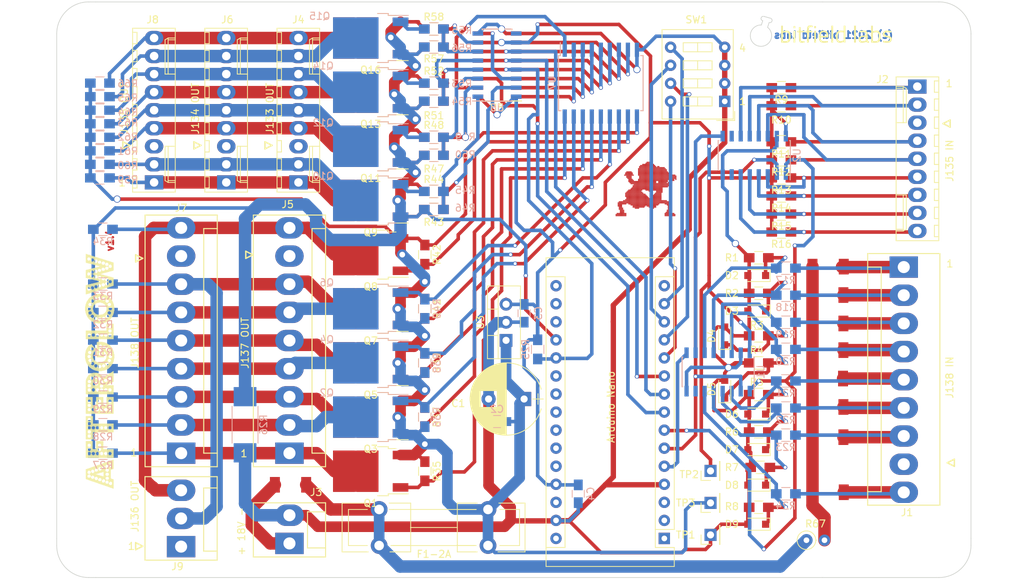
<source format=kicad_pcb>
(kicad_pcb (version 20171130) (host pcbnew 5.1.9)
  (title_block (title "afterglow 1.3") (company "morbid cornflakes"))
  (layers (0 F.Cu signal) (31 B.Cu signal) (34 B.Paste user hide) (35 F.Paste user) (36 B.SilkS user hide) (37 F.SilkS user) (38 B.Mask user hide) (39 F.Mask user) (44 Edge.Cuts user))
  (net 0 "")
  (net 1 /18V)
  (net 2 GND)
  (net 3 /RI1)
  (net 4 /RI2)
  (net 5 /RI3)
  (net 6 /RI4)
  (net 7 /RI5)
  (net 8 /RI6)
  (net 9 /RI7)
  (net 10 /RI8)
  (net 11 /J137_CO1)
  (net 12 /J137_CO2)
  (net 13 /J137_CO3)
  (net 14 /J137_CO4)
  (net 15 /J137_CO5)
  (net 16 /J137_CO6)
  (net 17 /J137_CO7)
  (net 18 /J137_CO8)
  (net 19 /J133_RO1)
  (net 20 /J133_RO2)
  (net 21 /J133_RO3)
  (net 22 /J133_RO4)
  (net 23 /J133_RO5)
  (net 24 /J133_RO6)
  (net 25 /J133_RO7)
  (net 26 /J133_RO8)
  (net 27 /RO1)
  (net 28 /RO2)
  (net 29 /RO3)
  (net 30 /RO4)
  (net 31 /RO5)
  (net 32 /RO6)
  (net 33 /RO7)
  (net 34 /RO8)
  (net 35 /CI1)
  (net 36 /CI2)
  (net 37 /CI3)
  (net 38 /CI4)
  (net 39 /CI5)
  (net 40 /CI6)
  (net 41 /CI7)
  (net 42 /CI8)
  (net 43 /CO1)
  (net 44 /CO2)
  (net 45 /CO3)
  (net 46 /CO4)
  (net 47 /CO5)
  (net 48 /CO6)
  (net 49 /CO7)
  (net 50 /CO8)
  (net 51 /IN_LOAD)
  (net 52 /IN_DATA)
  (net 53 /IN_CLK)
  (net 54 "Net-(U1-Pad10)")
  (net 55 /OUT_DATA)
  (net 56 /OUT_CLK)
  (net 57 /OUT_LOAD)
  (net 58 "Net-(U5-Pad9)")
  (net 59 "Net-(Q9-Pad1)")
  (net 60 "Net-(Q10-Pad1)")
  (net 61 "Net-(Q11-Pad1)")
  (net 62 "Net-(Q12-Pad1)")
  (net 63 "Net-(Q13-Pad1)")
  (net 64 "Net-(Q14-Pad1)")
  (net 65 "Net-(Q15-Pad1)")
  (net 66 "Net-(Q16-Pad1)")
  (net 67 "Net-(U5-Pad1)")
  (net 68 "Net-(U5-Pad2)")
  (net 69 "Net-(U5-Pad3)")
  (net 70 "Net-(U5-Pad4)")
  (net 71 "Net-(U5-Pad5)")
  (net 72 "Net-(U5-Pad6)")
  (net 73 "Net-(U5-Pad7)")
  (net 74 "Net-(U5-Pad15)")
  (net 75 /5V)
  (net 76 "Net-(A1-Pad20)")
  (net 77 "Net-(A1-Pad13)")
  (net 78 "Net-(A1-Pad11)")
  (net 79 "Net-(A1-Pad12)")
  (net 80 "Net-(A1-Pad14)")
  (net 81 /SUP_GND)
  (net 82 "Net-(A1-Pad1)")
  (net 83 "Net-(A1-Pad17)")
  (net 84 "Net-(A1-Pad2)")
  (net 85 "Net-(A1-Pad18)")
  (net 86 "Net-(A1-Pad3)")
  (net 87 "Net-(A1-Pad21)")
  (net 88 "Net-(A1-Pad22)")
  (net 89 "Net-(A1-Pad23)")
  (net 90 "Net-(A1-Pad24)")
  (net 91 "Net-(A1-Pad25)")
  (net 92 "Net-(A1-Pad26)")
  (net 93 "Net-(A1-Pad28)")
  (net 94 "Net-(A1-Pad30)")
  (net 95 "Net-(A1-Pad15)")
  (net 96 "Net-(A1-Pad16)")
  (net 97 "Net-(D1-Pad1)")
  (net 98 "Net-(D1-Pad2)")
  (net 99 "Net-(D10-Pad2)")
  (net 100 "Net-(D11-Pad2)")
  (net 101 "Net-(D12-Pad2)")
  (net 102 "Net-(D13-Pad2)")
  (net 103 "Net-(D14-Pad2)")
  (net 104 "Net-(D15-Pad2)")
  (net 105 "Net-(D16-Pad2)")
  (net 106 "Net-(D17-Pad1)")
  (net 107 "Net-(D17-Pad2)")
  (net 108 "Net-(J1-Pad8)")
  (net 109 "Net-(J2-Pad3)")
  (net 110 "Net-(J4-Pad3)")
  (net 111 "Net-(J5-Pad8)")
  (net 112 "Net-(J6-Pad3)")
  (net 113 "Net-(J7-Pad8)")
  (net 114 "Net-(J8-Pad3)")
  (net 115 "Net-(J9-Pad1)")
  (net 116 "Net-(U1-Pad7)")
  (net 117 "Net-(U2-Pad7)")
  (net 118 "Net-(U2-Pad10)")
  (net 119 "Net-(U6-Pad9)")
  (module afterglow:bl_text (layer F.Cu) (at 133.7 54.6)
    (fp_text reference G*** hide)
    (fp_text value LOGO hide)
  )
  (module afterglow:SOD-128 (layer F.Cu) (at 132.55036 119 180)
    (fp_text reference D16)
    (fp_text value RB080)
    (pad 1 smd rect (at 2.19964 0 180) (size 1.39954 2.19964) (layers F.Cu F.Paste F.Mask) (net 97 "Net-(D1-Pad1)"))
    (pad 2 smd rect (at -2.19964 0 180) (size 1.39954 2.19964) (layers F.Cu F.Paste F.Mask) (net 105 "Net-(D16-Pad2)"))
  )
  (module Resistors_THT:R_Axial_DIN0207_L6.3mm_D2.5mm_P2.54mm_Vertical (layer F.Cu) (at 129.5 125.75)
    (fp_text reference R67 (at 1.27 -2.31) (layer F.SilkS))
    (fp_text value "18V COL")
    (pad 2 thru_hole oval (at 2.54 0) (size 1.6 1.6) (drill 0.8) (layers *.Cu *.Mask) (net 97 "Net-(D1-Pad1)"))
    (pad 1 thru_hole circle (at 0 0) (size 1.6 1.6) (drill 0.8) (layers *.Cu *.Mask) (net 106 "Net-(D17-Pad1)"))
  )
  (module afterglow:SOD-128 (layer F.Cu) (at 56.9 117.95)
    (fp_text reference D17)
    (fp_text value RB080)
    (pad 1 smd rect (at 2.19964 0) (size 1.39954 2.19964) (layers F.Cu F.Paste F.Mask) (net 106 "Net-(D17-Pad1)"))
    (pad 2 smd rect (at -2.19964 0) (size 1.39954 2.19964) (layers F.Cu F.Paste F.Mask) (net 107 "Net-(D17-Pad2)"))
  )
  (module afterglow:SOD-128 (layer F.Cu) (at 132.5 111.25 180)
    (fp_text reference D15)
    (fp_text value RB080)
    (pad 1 smd rect (at 2.19964 0 180) (size 1.39954 2.19964) (layers F.Cu F.Paste F.Mask) (net 97 "Net-(D1-Pad1)"))
    (pad 2 smd rect (at -2.19964 0 180) (size 1.39954 2.19964) (layers F.Cu F.Paste F.Mask) (net 104 "Net-(D15-Pad2)"))
  )
  (module afterglow:SOD-128 (layer F.Cu) (at 132.5 107 180)
    (fp_text reference D14)
    (fp_text value RB080)
    (pad 1 smd rect (at 2.19964 0 180) (size 1.39954 2.19964) (layers F.Cu F.Paste F.Mask) (net 97 "Net-(D1-Pad1)"))
    (pad 2 smd rect (at -2.19964 0 180) (size 1.39954 2.19964) (layers F.Cu F.Paste F.Mask) (net 103 "Net-(D14-Pad2)"))
  )
  (module afterglow:SOD-128 (layer F.Cu) (at 132.44964 103 180)
    (fp_text reference D13)
    (fp_text value RB080)
    (pad 1 smd rect (at 2.19964 0 180) (size 1.39954 2.19964) (layers F.Cu F.Paste F.Mask) (net 97 "Net-(D1-Pad1)"))
    (pad 2 smd rect (at -2.19964 0 180) (size 1.39954 2.19964) (layers F.Cu F.Paste F.Mask) (net 102 "Net-(D13-Pad2)"))
  )
  (module afterglow:SOD-128 (layer F.Cu) (at 132.5 99 180)
    (fp_text reference D12)
    (fp_text value RB080)
    (pad 1 smd rect (at 2.19964 0 180) (size 1.39954 2.19964) (layers F.Cu F.Paste F.Mask) (net 97 "Net-(D1-Pad1)"))
    (pad 2 smd rect (at -2.19964 0 180) (size 1.39954 2.19964) (layers F.Cu F.Paste F.Mask) (net 101 "Net-(D12-Pad2)"))
  )
  (module afterglow:SOD-128 (layer F.Cu) (at 132.5 95.25 180)
    (fp_text reference D11)
    (fp_text value RB080)
    (pad 1 smd rect (at 2.19964 0 180) (size 1.39954 2.19964) (layers F.Cu F.Paste F.Mask) (net 97 "Net-(D1-Pad1)"))
    (pad 2 smd rect (at -2.19964 0 180) (size 1.39954 2.19964) (layers F.Cu F.Paste F.Mask) (net 100 "Net-(D11-Pad2)"))
  )
  (module afterglow:SOD-128 (layer F.Cu) (at 132.5 91.25 180)
    (fp_text reference D10)
    (fp_text value RB080)
    (pad 1 smd rect (at 2.19964 0 180) (size 1.39954 2.19964) (layers F.Cu F.Paste F.Mask) (net 97 "Net-(D1-Pad1)"))
    (pad 2 smd rect (at -2.19964 0 180) (size 1.39954 2.19964) (layers F.Cu F.Paste F.Mask) (net 99 "Net-(D10-Pad2)"))
  )
  (module afterglow:SOD-128 (layer F.Cu) (at 132.55036 87.25 180)
    (fp_text reference D1)
    (fp_text value RB080)
    (pad 1 smd rect (at 2.19964 0 180) (size 1.39954 2.19964) (layers F.Cu F.Paste F.Mask) (net 97 "Net-(D1-Pad1)"))
    (pad 2 smd rect (at -2.19964 0 180) (size 1.39954 2.19964) (layers F.Cu F.Paste F.Mask) (net 98 "Net-(D1-Pad2)"))
  )
  (module Resistors_SMD:R_0805_HandSoldering (layer F.Cu) (at 122.79 121.12 180)
    (fp_text reference R8 (at 3.79 0.12 180) (layer F.SilkS))
    (fp_text value 1k)
    (pad 1 smd rect (at -1.35 0 180) (size 1.5 1.3) (layers F.Cu F.Paste F.Mask) (net 42 /CI8))
    (pad 2 smd rect (at 1.35 0 180) (size 1.5 1.3) (layers F.Cu F.Paste F.Mask) (net 2 GND))
  )
  (module Mounting_Holes:MountingHole_4.3mm_M4_ISO14580 (layer F.Cu) (at 29.5 55)
    (fp_text reference "" (at 0 -4.5) (layer F.SilkS))
    (fp_text value MountingHole_4.3mm_M4_ISO14580)
    (pad 1 np_thru_hole circle (at 0 0) (size 4.3 4.3) (drill 4.3) (layers *.Cu *.Mask))
  )
  (module Mounting_Holes:MountingHole_4.3mm_M4_ISO14580 (layer F.Cu) (at 30 126)
    (fp_text reference "" (at 0 -4.5) (layer F.SilkS))
    (fp_text value MountingHole_4.3mm_M4_ISO14580)
    (pad 1 np_thru_hole circle (at 0 0) (size 4.3 4.3) (drill 4.3) (layers *.Cu *.Mask))
  )
  (module Mounting_Holes:MountingHole_4.3mm_M4_ISO14580 (layer F.Cu) (at 146.65 125.85)
    (fp_text reference "" (at 0 -4.5) (layer F.SilkS))
    (fp_text value MountingHole_4.3mm_M4_ISO14580)
    (pad 1 np_thru_hole circle (at 0 0) (size 4.3 4.3) (drill 4.3) (layers *.Cu *.Mask))
  )
  (module Pin_Headers:Pin_Header_Straight_1x01_Pitch2.54mm (layer F.Cu) (at 116 120.5 90)
    (fp_text reference TP3 (at 0 -3.5 180) (layer F.SilkS))
    (fp_text value TestPoint)
    (pad 1 thru_hole rect (at 0 0 90) (size 1.7 1.7) (drill 1) (layers *.Cu *.Mask) (net 1 /18V))
  )
  (module Pin_Headers:Pin_Header_Straight_1x01_Pitch2.54mm (layer F.Cu) (at 116 116 90)
    (fp_text reference TP2 (at -0.5 -3 180) (layer F.SilkS))
    (fp_text value TestPoint)
    (pad 1 thru_hole rect (at 0 0 90) (size 1.7 1.7) (drill 1) (layers *.Cu *.Mask) (net 75 /5V))
  )
  (module Pin_Headers:Pin_Header_Straight_1x01_Pitch2.54mm (layer F.Cu) (at 116 125 90)
    (fp_text reference TP1 (at 0 -3.5 180) (layer F.SilkS))
    (fp_text value TestPoint)
    (pad 1 thru_hole rect (at 0 0 90) (size 1.7 1.7) (drill 1) (layers *.Cu *.Mask) (net 2 GND))
  )
  (module Modules:Arduino_Nano (layer F.Cu) (at 109.5 125.5 180)
    (fp_text reference "Arduino Nano" (at 7.5 18.5 270) (layer F.SilkS))
    (fp_text value Arduino_Nano_v3.x)
    (pad 1 thru_hole rect (at 0 0 180) (size 1.6 1.6) (drill 0.8) (layers *.Cu *.Mask) (net 82 "Net-(A1-Pad1)"))
    (pad 17 thru_hole oval (at 15.24 33.02 180) (size 1.6 1.6) (drill 0.8) (layers *.Cu *.Mask) (net 83 "Net-(A1-Pad17)"))
    (pad 2 thru_hole oval (at 0 2.54 180) (size 1.6 1.6) (drill 0.8) (layers *.Cu *.Mask) (net 84 "Net-(A1-Pad2)"))
    (pad 18 thru_hole oval (at 15.24 30.48 180) (size 1.6 1.6) (drill 0.8) (layers *.Cu *.Mask) (net 85 "Net-(A1-Pad18)"))
    (pad 3 thru_hole oval (at 0 5.08 180) (size 1.6 1.6) (drill 0.8) (layers *.Cu *.Mask) (net 86 "Net-(A1-Pad3)"))
    (pad 19 thru_hole oval (at 15.24 27.94 180) (size 1.6 1.6) (drill 0.8) (layers *.Cu *.Mask) (net 81 /SUP_GND))
    (pad 4 thru_hole oval (at 0 7.62 180) (size 1.6 1.6) (drill 0.8) (layers *.Cu *.Mask) (net 2 GND))
    (pad 20 thru_hole oval (at 15.24 25.4 180) (size 1.6 1.6) (drill 0.8) (layers *.Cu *.Mask) (net 76 "Net-(A1-Pad20)"))
    (pad 5 thru_hole oval (at 0 10.16 180) (size 1.6 1.6) (drill 0.8) (layers *.Cu *.Mask) (net 52 /IN_DATA))
    (pad 21 thru_hole oval (at 15.24 22.86 180) (size 1.6 1.6) (drill 0.8) (layers *.Cu *.Mask) (net 87 "Net-(A1-Pad21)"))
    (pad 6 thru_hole oval (at 0 12.7 180) (size 1.6 1.6) (drill 0.8) (layers *.Cu *.Mask) (net 53 /IN_CLK))
    (pad 22 thru_hole oval (at 15.24 20.32 180) (size 1.6 1.6) (drill 0.8) (layers *.Cu *.Mask) (net 88 "Net-(A1-Pad22)"))
    (pad 7 thru_hole oval (at 0 15.24 180) (size 1.6 1.6) (drill 0.8) (layers *.Cu *.Mask) (net 51 /IN_LOAD))
    (pad 23 thru_hole oval (at 15.24 17.78 180) (size 1.6 1.6) (drill 0.8) (layers *.Cu *.Mask) (net 89 "Net-(A1-Pad23)"))
    (pad 8 thru_hole oval (at 0 17.78 180) (size 1.6 1.6) (drill 0.8) (layers *.Cu *.Mask) (net 55 /OUT_DATA))
    (pad 24 thru_hole oval (at 15.24 15.24 180) (size 1.6 1.6) (drill 0.8) (layers *.Cu *.Mask) (net 90 "Net-(A1-Pad24)"))
    (pad 9 thru_hole oval (at 0 20.32 180) (size 1.6 1.6) (drill 0.8) (layers *.Cu *.Mask) (net 56 /OUT_CLK))
    (pad 25 thru_hole oval (at 15.24 12.7 180) (size 1.6 1.6) (drill 0.8) (layers *.Cu *.Mask) (net 91 "Net-(A1-Pad25)"))
    (pad 10 thru_hole oval (at 0 22.86 180) (size 1.6 1.6) (drill 0.8) (layers *.Cu *.Mask) (net 57 /OUT_LOAD))
    (pad 26 thru_hole oval (at 15.24 10.16 180) (size 1.6 1.6) (drill 0.8) (layers *.Cu *.Mask) (net 92 "Net-(A1-Pad26)"))
    (pad 11 thru_hole oval (at 0 25.4 180) (size 1.6 1.6) (drill 0.8) (layers *.Cu *.Mask) (net 78 "Net-(A1-Pad11)"))
    (pad 27 thru_hole oval (at 15.24 7.62 180) (size 1.6 1.6) (drill 0.8) (layers *.Cu *.Mask) (net 75 /5V))
    (pad 12 thru_hole oval (at 0 27.94 180) (size 1.6 1.6) (drill 0.8) (layers *.Cu *.Mask) (net 79 "Net-(A1-Pad12)"))
    (pad 28 thru_hole oval (at 15.24 5.08 180) (size 1.6 1.6) (drill 0.8) (layers *.Cu *.Mask) (net 93 "Net-(A1-Pad28)"))
    (pad 13 thru_hole oval (at 0 30.48 180) (size 1.6 1.6) (drill 0.8) (layers *.Cu *.Mask) (net 77 "Net-(A1-Pad13)"))
    (pad 29 thru_hole oval (at 15.24 2.54 180) (size 1.6 1.6) (drill 0.8) (layers *.Cu *.Mask) (net 2 GND))
    (pad 14 thru_hole oval (at 0 33.02 180) (size 1.6 1.6) (drill 0.8) (layers *.Cu *.Mask) (net 80 "Net-(A1-Pad14)"))
    (pad 30 thru_hole oval (at 15.24 0 180) (size 1.6 1.6) (drill 0.8) (layers *.Cu *.Mask) (net 94 "Net-(A1-Pad30)"))
    (pad 15 thru_hole oval (at 0 35.56 180) (size 1.6 1.6) (drill 0.8) (layers *.Cu *.Mask) (net 95 "Net-(A1-Pad15)"))
    (pad 16 thru_hole oval (at 15.24 35.56 180) (size 1.6 1.6) (drill 0.8) (layers *.Cu *.Mask) (net 96 "Net-(A1-Pad16)"))
  )
  (module Connectors_Molex:Molex_KK-41791-9_9x3.96mm_Straight (layer F.Cu) (at 41.51 113.5 90)
    (fp_text reference J7 (at 34.5 -0.01 180) (layer F.SilkS))
    (fp_text value J138_OUT_C)
    (pad 1 thru_hole rect (at 0 0 90) (size 3 4) (drill 1.7) (layers *.Cu *.Mask) (net 11 /J137_CO1))
    (pad 2 thru_hole oval (at 3.9624 0 90) (size 3 4) (drill 1.7) (layers *.Cu *.Mask) (net 12 /J137_CO2))
    (pad 3 thru_hole oval (at 7.9248 0 90) (size 3 4) (drill 1.7) (layers *.Cu *.Mask) (net 13 /J137_CO3))
    (pad 4 thru_hole oval (at 11.8872 0 90) (size 3 4) (drill 1.7) (layers *.Cu *.Mask) (net 14 /J137_CO4))
    (pad 5 thru_hole oval (at 15.8496 0 90) (size 3 4) (drill 1.7) (layers *.Cu *.Mask) (net 15 /J137_CO5))
    (pad 6 thru_hole oval (at 19.812 0 90) (size 3 4) (drill 1.7) (layers *.Cu *.Mask) (net 16 /J137_CO6))
    (pad 7 thru_hole oval (at 23.7744 0 90) (size 3 4) (drill 1.7) (layers *.Cu *.Mask) (net 17 /J137_CO7))
    (pad 8 thru_hole oval (at 27.7368 0 90) (size 3 4) (drill 1.7) (layers *.Cu *.Mask) (net 113 "Net-(J7-Pad8)"))
    (pad 9 thru_hole oval (at 31.6992 0 90) (size 3 4) (drill 1.7) (layers *.Cu *.Mask) (net 18 /J137_CO8))
  )
  (module Connectors_Molex:Molex_KK-41791-9_9x3.96mm_Straight (layer F.Cu) (at 56.75 113.5 90)
    (fp_text reference J5 (at 35 -0.25 180) (layer F.SilkS))
    (fp_text value J137_OUT_C)
    (pad 9 thru_hole oval (at 31.6992 0 90) (size 3 4) (drill 1.7) (layers *.Cu *.Mask) (net 18 /J137_CO8))
    (pad 8 thru_hole oval (at 27.7368 0 90) (size 3 4) (drill 1.7) (layers *.Cu *.Mask) (net 111 "Net-(J5-Pad8)"))
    (pad 7 thru_hole oval (at 23.7744 0 90) (size 3 4) (drill 1.7) (layers *.Cu *.Mask) (net 17 /J137_CO7))
    (pad 6 thru_hole oval (at 19.812 0 90) (size 3 4) (drill 1.7) (layers *.Cu *.Mask) (net 16 /J137_CO6))
    (pad 5 thru_hole oval (at 15.8496 0 90) (size 3 4) (drill 1.7) (layers *.Cu *.Mask) (net 15 /J137_CO5))
    (pad 4 thru_hole oval (at 11.8872 0 90) (size 3 4) (drill 1.7) (layers *.Cu *.Mask) (net 14 /J137_CO4))
    (pad 3 thru_hole oval (at 7.9248 0 90) (size 3 4) (drill 1.7) (layers *.Cu *.Mask) (net 13 /J137_CO3))
    (pad 2 thru_hole oval (at 3.9624 0 90) (size 3 4) (drill 1.7) (layers *.Cu *.Mask) (net 12 /J137_CO2))
    (pad 1 thru_hole rect (at 0 0 90) (size 3 4) (drill 1.7) (layers *.Cu *.Mask) (net 11 /J137_CO1))
  )
  (module Connectors_Molex:Molex_KK-41791-9_9x3.96mm_Straight (layer F.Cu) (at 143.195 87.315 270)
    (fp_text reference J1 (at 34.535 -0.455) (layer F.SilkS))
    (fp_text value J137_IN_C)
    (pad 1 thru_hole rect (at 0 0 270) (size 3 4) (drill 1.7) (layers *.Cu *.Mask) (net 98 "Net-(D1-Pad2)"))
    (pad 2 thru_hole oval (at 3.9624 0 270) (size 3 4) (drill 1.7) (layers *.Cu *.Mask) (net 99 "Net-(D10-Pad2)"))
    (pad 3 thru_hole oval (at 7.9248 0 270) (size 3 4) (drill 1.7) (layers *.Cu *.Mask) (net 100 "Net-(D11-Pad2)"))
    (pad 4 thru_hole oval (at 11.8872 0 270) (size 3 4) (drill 1.7) (layers *.Cu *.Mask) (net 101 "Net-(D12-Pad2)"))
    (pad 5 thru_hole oval (at 15.8496 0 270) (size 3 4) (drill 1.7) (layers *.Cu *.Mask) (net 102 "Net-(D13-Pad2)"))
    (pad 6 thru_hole oval (at 19.812 0 270) (size 3 4) (drill 1.7) (layers *.Cu *.Mask) (net 103 "Net-(D14-Pad2)"))
    (pad 7 thru_hole oval (at 23.7744 0 270) (size 3 4) (drill 1.7) (layers *.Cu *.Mask) (net 104 "Net-(D15-Pad2)"))
    (pad 8 thru_hole oval (at 27.7368 0 270) (size 3 4) (drill 1.7) (layers *.Cu *.Mask) (net 108 "Net-(J1-Pad8)"))
    (pad 9 thru_hole oval (at 31.6992 0 270) (size 3 4) (drill 1.7) (layers *.Cu *.Mask) (net 105 "Net-(D16-Pad2)"))
  )
  (module Resistors_SMD:R_2512_HandSoldering (layer B.Cu) (at 50.5 109.5 90)
    (fp_text reference R26 (at 0 2.6 90) (layer B.SilkS) (effects (justify mirror)))
    (fp_text value 0.22)
    (pad 1 smd rect (at -3.95 0 90) (size 2.7 3.2) (layers B.Cu B.Paste B.Mask) (net 2 GND))
    (pad 2 smd rect (at 3.95 0 90) (size 2.7 3.2) (layers B.Cu B.Paste B.Mask) (net 81 /SUP_GND))
  )
  (module TO_SOT_Packages_THT:TO-220_Vertical (layer F.Cu) (at 87.23 97.625 90)
    (fp_text reference U3 (at 2.54 -3.62 90) (layer F.SilkS))
    (fp_text value 5V_Regulator)
    (pad 1 thru_hole rect (at 0 0 90) (size 1.8 1.8) (drill 1) (layers *.Cu *.Mask) (net 1 /18V))
    (pad 2 thru_hole oval (at 2.54 0 90) (size 1.8 1.8) (drill 1) (layers *.Cu *.Mask) (net 2 GND))
    (pad 3 thru_hole oval (at 5.08 0 90) (size 1.8 1.8) (drill 1) (layers *.Cu *.Mask) (net 75 /5V))
  )
  (module Resistors_SMD:R_0805_HandSoldering (layer F.Cu) (at 125.965 74.765 180)
    (fp_text reference R13 (at 0 -1.7 180) (layer F.SilkS))
    (fp_text value 1k)
    (pad 1 smd rect (at -1.35 0 180) (size 1.5 1.3) (layers F.Cu F.Paste F.Mask) (net 7 /RI5))
    (pad 2 smd rect (at 1.35 0 180) (size 1.5 1.3) (layers F.Cu F.Paste F.Mask) (net 75 /5V))
  )
  (module Capacitors_SMD:C_0805_HandSoldering (layer B.Cu) (at 85.96 109.055 180)
    (fp_text reference C2 (at 0 1.75 180) (layer B.SilkS) (effects (justify mirror)))
    (fp_text value 0.33)
    (pad 1 smd rect (at -1.25 0 180) (size 1.5 1.25) (layers B.Cu B.Paste B.Mask) (net 1 /18V))
    (pad 2 smd rect (at 1.25 0 180) (size 1.5 1.25) (layers B.Cu B.Paste B.Mask) (net 2 GND))
  )
  (module Capacitors_SMD:C_0805_HandSoldering (layer B.Cu) (at 89.77 93.815 270)
    (fp_text reference C3 (at 0 -2 270) (layer B.SilkS) (effects (justify mirror)))
    (fp_text value 0.1)
    (pad 1 smd rect (at -1.25 0 270) (size 1.5 1.25) (layers B.Cu B.Paste B.Mask) (net 75 /5V))
    (pad 2 smd rect (at 1.25 0 270) (size 1.5 1.25) (layers B.Cu B.Paste B.Mask) (net 2 GND))
  )
  (module Resistors_SMD:R_0805_HandSoldering (layer F.Cu) (at 122.79 86 180)
    (fp_text reference R1 (at 3.79 0 180) (layer F.SilkS))
    (fp_text value 1k)
    (pad 1 smd rect (at -1.35 0 180) (size 1.5 1.3) (layers F.Cu F.Paste F.Mask) (net 35 /CI1))
    (pad 2 smd rect (at 1.35 0 180) (size 1.5 1.3) (layers F.Cu F.Paste F.Mask) (net 2 GND))
  )
  (module Resistors_SMD:R_0805_HandSoldering (layer F.Cu) (at 122.79 91 180)
    (fp_text reference R2 (at 3.79 0 180) (layer F.SilkS))
    (fp_text value 1k)
    (pad 1 smd rect (at -1.35 0 180) (size 1.5 1.3) (layers F.Cu F.Paste F.Mask) (net 36 /CI2))
    (pad 2 smd rect (at 1.35 0 180) (size 1.5 1.3) (layers F.Cu F.Paste F.Mask) (net 2 GND))
  )
  (module Resistors_SMD:R_0805_HandSoldering (layer F.Cu) (at 122.79 96.99 180)
    (fp_text reference R3 (at 0.29 1.49 180) (layer F.SilkS))
    (fp_text value 1k)
    (pad 1 smd rect (at -1.35 0 180) (size 1.5 1.3) (layers F.Cu F.Paste F.Mask) (net 37 /CI3))
    (pad 2 smd rect (at 1.35 0 180) (size 1.5 1.3) (layers F.Cu F.Paste F.Mask) (net 2 GND))
  )
  (module Resistors_SMD:R_0805_HandSoldering (layer F.Cu) (at 122.79 100.8 180)
    (fp_text reference R4 (at 0.29 1.8 180) (layer F.SilkS))
    (fp_text value 1k)
    (pad 1 smd rect (at -1.35 0 180) (size 1.5 1.3) (layers F.Cu F.Paste F.Mask) (net 38 /CI4))
    (pad 2 smd rect (at 1.35 0 180) (size 1.5 1.3) (layers F.Cu F.Paste F.Mask) (net 2 GND))
  )
  (module Resistors_SMD:R_0805_HandSoldering (layer F.Cu) (at 122.79 105.245 180)
    (fp_text reference R5 (at 0.29 1.745 180) (layer F.SilkS))
    (fp_text value 1k)
    (pad 1 smd rect (at -1.35 0 180) (size 1.5 1.3) (layers F.Cu F.Paste F.Mask) (net 39 /CI5))
    (pad 2 smd rect (at 1.35 0 180) (size 1.5 1.3) (layers F.Cu F.Paste F.Mask) (net 2 GND))
  )
  (module Resistors_SMD:R_0805_HandSoldering (layer F.Cu) (at 122.79 110.5 180)
    (fp_text reference R6 (at 3.79 0 180) (layer F.SilkS))
    (fp_text value 1k)
    (pad 1 smd rect (at -1.35 0 180) (size 1.5 1.3) (layers F.Cu F.Paste F.Mask) (net 40 /CI6))
    (pad 2 smd rect (at 1.35 0 180) (size 1.5 1.3) (layers F.Cu F.Paste F.Mask) (net 2 GND))
  )
  (module Resistors_SMD:R_0805_HandSoldering (layer F.Cu) (at 123 115.5 180)
    (fp_text reference R7 (at 4 0 180) (layer F.SilkS))
    (fp_text value 1k)
    (pad 1 smd rect (at -1.35 0 180) (size 1.5 1.3) (layers F.Cu F.Paste F.Mask) (net 41 /CI7))
    (pad 2 smd rect (at 1.35 0 180) (size 1.5 1.3) (layers F.Cu F.Paste F.Mask) (net 2 GND))
  )
  (module Resistors_SMD:R_0805_HandSoldering (layer F.Cu) (at 125.965 62.065 180)
    (fp_text reference R9 (at 0 -1.7 180) (layer F.SilkS))
    (fp_text value 1k)
    (pad 1 smd rect (at -1.35 0 180) (size 1.5 1.3) (layers F.Cu F.Paste F.Mask) (net 3 /RI1))
    (pad 2 smd rect (at 1.35 0 180) (size 1.5 1.3) (layers F.Cu F.Paste F.Mask) (net 75 /5V))
  )
  (module Resistors_SMD:R_0805_HandSoldering (layer F.Cu) (at 125.965 64.605 180)
    (fp_text reference R10 (at 0 -2 180) (layer F.SilkS))
    (fp_text value 1k)
    (pad 1 smd rect (at -1.35 0 180) (size 1.5 1.3) (layers F.Cu F.Paste F.Mask) (net 4 /RI2))
    (pad 2 smd rect (at 1.35 0 180) (size 1.5 1.3) (layers F.Cu F.Paste F.Mask) (net 75 /5V))
  )
  (module Resistors_SMD:R_0805_HandSoldering (layer F.Cu) (at 125.965 69.685 180)
    (fp_text reference R11 (at 0 -1.7 180) (layer F.SilkS))
    (fp_text value 1k)
    (pad 1 smd rect (at -1.35 0 180) (size 1.5 1.3) (layers F.Cu F.Paste F.Mask) (net 5 /RI3))
    (pad 2 smd rect (at 1.35 0 180) (size 1.5 1.3) (layers F.Cu F.Paste F.Mask) (net 75 /5V))
  )
  (module Resistors_SMD:R_0805_HandSoldering (layer F.Cu) (at 125.965 72.225 180)
    (fp_text reference R12 (at 0 -1.7 180) (layer F.SilkS))
    (fp_text value 1k)
    (pad 1 smd rect (at -1.35 0 180) (size 1.5 1.3) (layers F.Cu F.Paste F.Mask) (net 6 /RI4))
    (pad 2 smd rect (at 1.35 0 180) (size 1.5 1.3) (layers F.Cu F.Paste F.Mask) (net 75 /5V))
  )
  (module Resistors_SMD:R_0805_HandSoldering (layer F.Cu) (at 125.965 77.305 180)
    (fp_text reference R14 (at 0 -1.7 180) (layer F.SilkS))
    (fp_text value 1k)
    (pad 1 smd rect (at -1.35 0 180) (size 1.5 1.3) (layers F.Cu F.Paste F.Mask) (net 8 /RI6))
    (pad 2 smd rect (at 1.35 0 180) (size 1.5 1.3) (layers F.Cu F.Paste F.Mask) (net 75 /5V))
  )
  (module Resistors_SMD:R_0805_HandSoldering (layer F.Cu) (at 125.965 79.845 180)
    (fp_text reference R15 (at 0 -1.7 180) (layer F.SilkS))
    (fp_text value 1k)
    (pad 1 smd rect (at -1.35 0 180) (size 1.5 1.3) (layers F.Cu F.Paste F.Mask) (net 9 /RI7))
    (pad 2 smd rect (at 1.35 0 180) (size 1.5 1.3) (layers F.Cu F.Paste F.Mask) (net 75 /5V))
  )
  (module Resistors_SMD:R_0805_HandSoldering (layer F.Cu) (at 125.965 82.385 180)
    (fp_text reference R16 (at 0 -1.7 180) (layer F.SilkS))
    (fp_text value 1k)
    (pad 1 smd rect (at -1.35 0 180) (size 1.5 1.3) (layers F.Cu F.Paste F.Mask) (net 10 /RI8))
    (pad 2 smd rect (at 1.35 0 180) (size 1.5 1.3) (layers F.Cu F.Paste F.Mask) (net 75 /5V))
  )
  (module Resistors_SMD:R_0805_HandSoldering (layer B.Cu) (at 126.6 87.465)
    (fp_text reference R17 (at 0 1.7) (layer B.SilkS) (effects (justify mirror)))
    (fp_text value 1k)
    (pad 1 smd rect (at -1.35 0) (size 1.5 1.3) (layers B.Cu B.Paste B.Mask) (net 35 /CI1))
    (pad 2 smd rect (at 1.35 0) (size 1.5 1.3) (layers B.Cu B.Paste B.Mask) (net 98 "Net-(D1-Pad2)"))
  )
  (module Resistors_SMD:R_0805_HandSoldering (layer B.Cu) (at 126.6 91.275)
    (fp_text reference R18 (at 0 1.7) (layer B.SilkS) (effects (justify mirror)))
    (fp_text value 1k)
    (pad 1 smd rect (at -1.35 0) (size 1.5 1.3) (layers B.Cu B.Paste B.Mask) (net 36 /CI2))
    (pad 2 smd rect (at 1.35 0) (size 1.5 1.3) (layers B.Cu B.Paste B.Mask) (net 99 "Net-(D10-Pad2)"))
  )
  (module Resistors_SMD:R_0805_HandSoldering (layer B.Cu) (at 126.6 103.34)
    (fp_text reference R21 (at 0 1.7) (layer B.SilkS) (effects (justify mirror)))
    (fp_text value 1k)
    (pad 1 smd rect (at -1.35 0) (size 1.5 1.3) (layers B.Cu B.Paste B.Mask) (net 39 /CI5))
    (pad 2 smd rect (at 1.35 0) (size 1.5 1.3) (layers B.Cu B.Paste B.Mask) (net 102 "Net-(D13-Pad2)"))
  )
  (module Resistors_SMD:R_0805_HandSoldering (layer B.Cu) (at 126.6 107.15)
    (fp_text reference R22 (at 0 1.7) (layer B.SilkS) (effects (justify mirror)))
    (fp_text value 1k)
    (pad 1 smd rect (at -1.35 0) (size 1.5 1.3) (layers B.Cu B.Paste B.Mask) (net 40 /CI6))
    (pad 2 smd rect (at 1.35 0) (size 1.5 1.3) (layers B.Cu B.Paste B.Mask) (net 103 "Net-(D14-Pad2)"))
  )
  (module Resistors_SMD:R_0805_HandSoldering (layer B.Cu) (at 126.6 110.96)
    (fp_text reference R23 (at 0 1.7) (layer B.SilkS) (effects (justify mirror)))
    (fp_text value 1k)
    (pad 1 smd rect (at -1.35 0) (size 1.5 1.3) (layers B.Cu B.Paste B.Mask) (net 41 /CI7))
    (pad 2 smd rect (at 1.35 0) (size 1.5 1.3) (layers B.Cu B.Paste B.Mask) (net 104 "Net-(D15-Pad2)"))
  )
  (module Resistors_SMD:R_0805_HandSoldering (layer B.Cu) (at 126.6 119.215)
    (fp_text reference R24 (at 0 1.7) (layer B.SilkS) (effects (justify mirror)))
    (fp_text value 1k)
    (pad 1 smd rect (at -1.35 0) (size 1.5 1.3) (layers B.Cu B.Paste B.Mask) (net 42 /CI8))
    (pad 2 smd rect (at 1.35 0) (size 1.5 1.3) (layers B.Cu B.Paste B.Mask) (net 105 "Net-(D16-Pad2)"))
  )
  (module Resistors_SMD:R_0805_HandSoldering (layer B.Cu) (at 91.675 98.895 270)
    (fp_text reference R25 (at 0 1.7 270) (layer B.SilkS) (effects (justify mirror)))
    (fp_text value 10k)
    (pad 1 smd rect (at -1.35 0 270) (size 1.5 1.3) (layers B.Cu B.Paste B.Mask) (net 75 /5V))
    (pad 2 smd rect (at 1.35 0 270) (size 1.5 1.3) (layers B.Cu B.Paste B.Mask) (net 76 "Net-(A1-Pad20)"))
  )
  (module Resistors_SMD:R_0805_HandSoldering (layer B.Cu) (at 30.5 113.5)
    (fp_text reference R27 (at 0 1.7) (layer B.SilkS) (effects (justify mirror)))
    (fp_text value 10k)
    (pad 1 smd rect (at -1.35 0) (size 1.5 1.3) (layers B.Cu B.Paste B.Mask) (net 81 /SUP_GND))
    (pad 2 smd rect (at 1.35 0) (size 1.5 1.3) (layers B.Cu B.Paste B.Mask) (net 11 /J137_CO1))
  )
  (module Resistors_SMD:R_0805_HandSoldering (layer B.Cu) (at 30.5 109.5)
    (fp_text reference R28 (at 0 1.7) (layer B.SilkS) (effects (justify mirror)))
    (fp_text value 10k)
    (pad 1 smd rect (at -1.35 0) (size 1.5 1.3) (layers B.Cu B.Paste B.Mask) (net 81 /SUP_GND))
    (pad 2 smd rect (at 1.35 0) (size 1.5 1.3) (layers B.Cu B.Paste B.Mask) (net 12 /J137_CO2))
  )
  (module Connectors_Molex:Molex_KK-6410-09_09x2.54mm_Straight (layer F.Cu) (at 145.1 61.915 270)
    (fp_text reference J2 (at -1.015 4.9) (layer F.SilkS))
    (fp_text value J133_IN_R)
    (pad 1 thru_hole rect (at 0 0 270) (size 2 2.6) (drill 1.2) (layers *.Cu *.Mask) (net 3 /RI1))
    (pad 2 thru_hole oval (at 2.54 0 270) (size 2 2.6) (drill 1.2) (layers *.Cu *.Mask) (net 4 /RI2))
    (pad 3 thru_hole oval (at 5.08 0 270) (size 2 2.6) (drill 1.2) (layers *.Cu *.Mask) (net 109 "Net-(J2-Pad3)"))
    (pad 4 thru_hole oval (at 7.62 0 270) (size 2 2.6) (drill 1.2) (layers *.Cu *.Mask) (net 5 /RI3))
    (pad 5 thru_hole oval (at 10.16 0 270) (size 2 2.6) (drill 1.2) (layers *.Cu *.Mask) (net 6 /RI4))
    (pad 6 thru_hole oval (at 12.7 0 270) (size 2 2.6) (drill 1.2) (layers *.Cu *.Mask) (net 7 /RI5))
    (pad 7 thru_hole oval (at 15.24 0 270) (size 2 2.6) (drill 1.2) (layers *.Cu *.Mask) (net 8 /RI6))
    (pad 8 thru_hole oval (at 17.78 0 270) (size 2 2.6) (drill 1.2) (layers *.Cu *.Mask) (net 9 /RI7))
    (pad 9 thru_hole oval (at 20.32 0 270) (size 2 2.6) (drill 1.2) (layers *.Cu *.Mask) (net 10 /RI8))
  )
  (module Connectors_Molex:Molex_KK-41791-02_02x3.96mm_Straight (layer F.Cu) (at 56.75 126.2 90)
    (fp_text reference J3 (at 7.2 3.75 180) (layer F.SilkS))
    (fp_text value Conn_Power)
    (pad 1 thru_hole rect (at 0 0 90) (size 3 4) (drill 1.7) (layers *.Cu *.Mask) (net 107 "Net-(D17-Pad2)"))
    (pad 2 thru_hole oval (at 3.9624 0 90) (size 3 4) (drill 1.7) (layers *.Cu *.Mask) (net 2 GND))
  )
  (module Connectors_Molex:Molex_KK-6410-09_09x2.54mm_Straight (layer F.Cu) (at 47.86 75.4 90)
    (fp_text reference J6 (at 22.9 0.14 180) (layer F.SilkS))
    (fp_text value J134_OUT_R)
    (pad 1 thru_hole rect (at 0 0 90) (size 2 2.6) (drill 1.2) (layers *.Cu *.Mask) (net 19 /J133_RO1))
    (pad 2 thru_hole oval (at 2.54 0 90) (size 2 2.6) (drill 1.2) (layers *.Cu *.Mask) (net 20 /J133_RO2))
    (pad 3 thru_hole oval (at 5.08 0 90) (size 2 2.6) (drill 1.2) (layers *.Cu *.Mask) (net 112 "Net-(J6-Pad3)"))
    (pad 4 thru_hole oval (at 7.62 0 90) (size 2 2.6) (drill 1.2) (layers *.Cu *.Mask) (net 21 /J133_RO3))
    (pad 5 thru_hole oval (at 10.16 0 90) (size 2 2.6) (drill 1.2) (layers *.Cu *.Mask) (net 22 /J133_RO4))
    (pad 6 thru_hole oval (at 12.7 0 90) (size 2 2.6) (drill 1.2) (layers *.Cu *.Mask) (net 23 /J133_RO5))
    (pad 7 thru_hole oval (at 15.24 0 90) (size 2 2.6) (drill 1.2) (layers *.Cu *.Mask) (net 24 /J133_RO6))
    (pad 8 thru_hole oval (at 17.78 0 90) (size 2 2.6) (drill 1.2) (layers *.Cu *.Mask) (net 25 /J133_RO7))
    (pad 9 thru_hole oval (at 20.32 0 90) (size 2 2.6) (drill 1.2) (layers *.Cu *.Mask) (net 26 /J133_RO8))
  )
  (module Connectors_Molex:Molex_KK-6410-09_09x2.54mm_Straight (layer F.Cu) (at 37.7 75.4 90)
    (fp_text reference J8 (at 22.9 -0.2 180) (layer F.SilkS))
    (fp_text value J135_OUT_R)
    (pad 1 thru_hole rect (at 0 0 90) (size 2 2.6) (drill 1.2) (layers *.Cu *.Mask) (net 19 /J133_RO1))
    (pad 2 thru_hole oval (at 2.54 0 90) (size 2 2.6) (drill 1.2) (layers *.Cu *.Mask) (net 20 /J133_RO2))
    (pad 3 thru_hole oval (at 5.08 0 90) (size 2 2.6) (drill 1.2) (layers *.Cu *.Mask) (net 114 "Net-(J8-Pad3)"))
    (pad 4 thru_hole oval (at 7.62 0 90) (size 2 2.6) (drill 1.2) (layers *.Cu *.Mask) (net 21 /J133_RO3))
    (pad 5 thru_hole oval (at 10.16 0 90) (size 2 2.6) (drill 1.2) (layers *.Cu *.Mask) (net 22 /J133_RO4))
    (pad 6 thru_hole oval (at 12.7 0 90) (size 2 2.6) (drill 1.2) (layers *.Cu *.Mask) (net 23 /J133_RO5))
    (pad 7 thru_hole oval (at 15.24 0 90) (size 2 2.6) (drill 1.2) (layers *.Cu *.Mask) (net 24 /J133_RO6))
    (pad 8 thru_hole oval (at 17.78 0 90) (size 2 2.6) (drill 1.2) (layers *.Cu *.Mask) (net 25 /J133_RO7))
    (pad 9 thru_hole oval (at 20.32 0 90) (size 2 2.6) (drill 1.2) (layers *.Cu *.Mask) (net 26 /J133_RO8))
  )
  (module Connectors_Molex:Molex_KK-41791-03_03x3.96mm_Straight (layer F.Cu) (at 41.5 126.65 90)
    (fp_text reference J9 (at -2.8 -0.51 180) (layer F.SilkS))
    (fp_text value 136_OUT_C)
    (pad 1 thru_hole rect (at 0 0 90) (size 3 4) (drill 1.7) (layers *.Cu *.Mask) (net 115 "Net-(J9-Pad1)"))
    (pad 2 thru_hole oval (at 3.9624 0 90) (size 3 4) (drill 1.7) (layers *.Cu *.Mask) (net 17 /J137_CO7))
    (pad 3 thru_hole oval (at 7.9248 0 90) (size 3 4) (drill 1.7) (layers *.Cu *.Mask) (net 18 /J137_CO8))
  )
  (module TO_SOT_Packages_SMD:TO-252-2 (layer F.Cu) (at 68.18 77.94 180)
    (fp_text reference Q9 (at 0 -4.5 180) (layer F.SilkS))
    (fp_text value IRLR024)
    (pad 1 smd rect (at -4.2 -2.28 180) (size 2.2 1.2) (layers F.Cu F.Paste F.Mask) (net 59 "Net-(Q9-Pad1)"))
    (pad 3 smd rect (at -4.2 2.28 180) (size 2.2 1.2) (layers F.Cu F.Paste F.Mask) (net 81 /SUP_GND))
    (pad 2 smd rect (at 2.1 0 180) (size 6.4 5.8) (layers F.Cu F.Mask) (net 19 /J133_RO1))
    (pad 2 smd rect (at 3.775 1.525 180) (size 3.05 2.75) (layers F.Cu F.Paste) (net 19 /J133_RO1))
    (pad 2 smd rect (at 0.425 -1.525 180) (size 3.05 2.75) (layers F.Cu F.Paste) (net 19 /J133_RO1))
    (pad 2 smd rect (at 3.775 -1.525 180) (size 3.05 2.75) (layers F.Cu F.Paste) (net 19 /J133_RO1))
    (pad 2 smd rect (at 0.425 1.525 180) (size 3.05 2.75) (layers F.Cu F.Paste) (net 19 /J133_RO1))
  )
  (module TO_SOT_Packages_SMD:TO-252-2 (layer B.Cu) (at 68.18 77.94 180)
    (fp_text reference Q10 (at 6.68 3.44 180) (layer B.SilkS) (effects (justify mirror)))
    (fp_text value IRLR024)
    (pad 1 smd rect (at -4.2 2.28 180) (size 2.2 1.2) (layers B.Cu B.Paste B.Mask) (net 60 "Net-(Q10-Pad1)"))
    (pad 3 smd rect (at -4.2 -2.28 180) (size 2.2 1.2) (layers B.Cu B.Paste B.Mask) (net 81 /SUP_GND))
    (pad 2 smd rect (at 2.1 0 180) (size 6.4 5.8) (layers B.Cu B.Mask) (net 20 /J133_RO2))
    (pad 2 smd rect (at 3.775 -1.525 180) (size 3.05 2.75) (layers B.Cu B.Paste) (net 20 /J133_RO2))
    (pad 2 smd rect (at 0.425 1.525 180) (size 3.05 2.75) (layers B.Cu B.Paste) (net 20 /J133_RO2))
    (pad 2 smd rect (at 3.775 1.525 180) (size 3.05 2.75) (layers B.Cu B.Paste) (net 20 /J133_RO2))
    (pad 2 smd rect (at 0.425 -1.525 180) (size 3.05 2.75) (layers B.Cu B.Paste) (net 20 /J133_RO2))
  )
  (module TO_SOT_Packages_SMD:TO-252-2 (layer F.Cu) (at 68.18 70.32 180)
    (fp_text reference Q11 (at 0 -4.5 180) (layer F.SilkS))
    (fp_text value IRLR024)
    (pad 1 smd rect (at -4.2 -2.28 180) (size 2.2 1.2) (layers F.Cu F.Paste F.Mask) (net 61 "Net-(Q11-Pad1)"))
    (pad 3 smd rect (at -4.2 2.28 180) (size 2.2 1.2) (layers F.Cu F.Paste F.Mask) (net 81 /SUP_GND))
    (pad 2 smd rect (at 2.1 0 180) (size 6.4 5.8) (layers F.Cu F.Mask) (net 21 /J133_RO3))
    (pad 2 smd rect (at 3.775 1.525 180) (size 3.05 2.75) (layers F.Cu F.Paste) (net 21 /J133_RO3))
    (pad 2 smd rect (at 0.425 -1.525 180) (size 3.05 2.75) (layers F.Cu F.Paste) (net 21 /J133_RO3))
    (pad 2 smd rect (at 3.775 -1.525 180) (size 3.05 2.75) (layers F.Cu F.Paste) (net 21 /J133_RO3))
    (pad 2 smd rect (at 0.425 1.525 180) (size 3.05 2.75) (layers F.Cu F.Paste) (net 21 /J133_RO3))
  )
  (module TO_SOT_Packages_SMD:TO-252-2 (layer B.Cu) (at 68.18 70.32 180)
    (fp_text reference Q12 (at 6.68 3.32 180) (layer B.SilkS) (effects (justify mirror)))
    (fp_text value IRLR024)
    (pad 1 smd rect (at -4.2 2.28 180) (size 2.2 1.2) (layers B.Cu B.Paste B.Mask) (net 62 "Net-(Q12-Pad1)"))
    (pad 3 smd rect (at -4.2 -2.28 180) (size 2.2 1.2) (layers B.Cu B.Paste B.Mask) (net 81 /SUP_GND))
    (pad 2 smd rect (at 2.1 0 180) (size 6.4 5.8) (layers B.Cu B.Mask) (net 22 /J133_RO4))
    (pad 2 smd rect (at 3.775 -1.525 180) (size 3.05 2.75) (layers B.Cu B.Paste) (net 22 /J133_RO4))
    (pad 2 smd rect (at 0.425 1.525 180) (size 3.05 2.75) (layers B.Cu B.Paste) (net 22 /J133_RO4))
    (pad 2 smd rect (at 3.775 1.525 180) (size 3.05 2.75) (layers B.Cu B.Paste) (net 22 /J133_RO4))
    (pad 2 smd rect (at 0.425 -1.525 180) (size 3.05 2.75) (layers B.Cu B.Paste) (net 22 /J133_RO4))
  )
  (module TO_SOT_Packages_SMD:TO-252-2 (layer F.Cu) (at 68.18 62.7 180)
    (fp_text reference Q13 (at 0 -4.5 180) (layer F.SilkS))
    (fp_text value IRLR024)
    (pad 1 smd rect (at -4.2 -2.28 180) (size 2.2 1.2) (layers F.Cu F.Paste F.Mask) (net 63 "Net-(Q13-Pad1)"))
    (pad 3 smd rect (at -4.2 2.28 180) (size 2.2 1.2) (layers F.Cu F.Paste F.Mask) (net 81 /SUP_GND))
    (pad 2 smd rect (at 2.1 0 180) (size 6.4 5.8) (layers F.Cu F.Mask) (net 23 /J133_RO5))
    (pad 2 smd rect (at 3.775 1.525 180) (size 3.05 2.75) (layers F.Cu F.Paste) (net 23 /J133_RO5))
    (pad 2 smd rect (at 0.425 -1.525 180) (size 3.05 2.75) (layers F.Cu F.Paste) (net 23 /J133_RO5))
    (pad 2 smd rect (at 3.775 -1.525 180) (size 3.05 2.75) (layers F.Cu F.Paste) (net 23 /J133_RO5))
    (pad 2 smd rect (at 0.425 1.525 180) (size 3.05 2.75) (layers F.Cu F.Paste) (net 23 /J133_RO5))
  )
  (module TO_SOT_Packages_SMD:TO-252-2 (layer B.Cu) (at 68.18 62.7 180)
    (fp_text reference Q14 (at 6.68 3.7 180) (layer B.SilkS) (effects (justify mirror)))
    (fp_text value IRLR024)
    (pad 1 smd rect (at -4.2 2.28 180) (size 2.2 1.2) (layers B.Cu B.Paste B.Mask) (net 64 "Net-(Q14-Pad1)"))
    (pad 3 smd rect (at -4.2 -2.28 180) (size 2.2 1.2) (layers B.Cu B.Paste B.Mask) (net 81 /SUP_GND))
    (pad 2 smd rect (at 2.1 0 180) (size 6.4 5.8) (layers B.Cu B.Mask) (net 24 /J133_RO6))
    (pad 2 smd rect (at 3.775 -1.525 180) (size 3.05 2.75) (layers B.Cu B.Paste) (net 24 /J133_RO6))
    (pad 2 smd rect (at 0.425 1.525 180) (size 3.05 2.75) (layers B.Cu B.Paste) (net 24 /J133_RO6))
    (pad 2 smd rect (at 3.775 1.525 180) (size 3.05 2.75) (layers B.Cu B.Paste) (net 24 /J133_RO6))
    (pad 2 smd rect (at 0.425 -1.525 180) (size 3.05 2.75) (layers B.Cu B.Paste) (net 24 /J133_RO6))
  )
  (module TO_SOT_Packages_SMD:TO-252-2 (layer B.Cu) (at 68.18 55.08 180)
    (fp_text reference Q15 (at 7.18 3.08 180) (layer B.SilkS) (effects (justify mirror)))
    (fp_text value IRLR024)
    (pad 1 smd rect (at -4.2 2.28 180) (size 2.2 1.2) (layers B.Cu B.Paste B.Mask) (net 65 "Net-(Q15-Pad1)"))
    (pad 3 smd rect (at -4.2 -2.28 180) (size 2.2 1.2) (layers B.Cu B.Paste B.Mask) (net 81 /SUP_GND))
    (pad 2 smd rect (at 2.1 0 180) (size 6.4 5.8) (layers B.Cu B.Mask) (net 25 /J133_RO7))
    (pad 2 smd rect (at 3.775 -1.525 180) (size 3.05 2.75) (layers B.Cu B.Paste) (net 25 /J133_RO7))
    (pad 2 smd rect (at 0.425 1.525 180) (size 3.05 2.75) (layers B.Cu B.Paste) (net 25 /J133_RO7))
    (pad 2 smd rect (at 3.775 1.525 180) (size 3.05 2.75) (layers B.Cu B.Paste) (net 25 /J133_RO7))
    (pad 2 smd rect (at 0.425 -1.525 180) (size 3.05 2.75) (layers B.Cu B.Paste) (net 25 /J133_RO7))
  )
  (module TO_SOT_Packages_SMD:TO-252-2 (layer F.Cu) (at 68.18 55.08 180)
    (fp_text reference Q16 (at 0 -4.5 180) (layer F.SilkS))
    (fp_text value IRLR024)
    (pad 1 smd rect (at -4.2 -2.28 180) (size 2.2 1.2) (layers F.Cu F.Paste F.Mask) (net 66 "Net-(Q16-Pad1)"))
    (pad 3 smd rect (at -4.2 2.28 180) (size 2.2 1.2) (layers F.Cu F.Paste F.Mask) (net 81 /SUP_GND))
    (pad 2 smd rect (at 2.1 0 180) (size 6.4 5.8) (layers F.Cu F.Mask) (net 26 /J133_RO8))
    (pad 2 smd rect (at 3.775 1.525 180) (size 3.05 2.75) (layers F.Cu F.Paste) (net 26 /J133_RO8))
    (pad 2 smd rect (at 0.425 -1.525 180) (size 3.05 2.75) (layers F.Cu F.Paste) (net 26 /J133_RO8))
    (pad 2 smd rect (at 3.775 -1.525 180) (size 3.05 2.75) (layers F.Cu F.Paste) (net 26 /J133_RO8))
    (pad 2 smd rect (at 0.425 1.525 180) (size 3.05 2.75) (layers F.Cu F.Paste) (net 26 /J133_RO8))
  )
  (module Housings_SOIC:SOIC-16_3.9x9.9mm_Pitch1.27mm (layer B.Cu) (at 117.075 102.07 90)
    (fp_text reference U1 (at 0 6 90) (layer B.SilkS) (effects (justify mirror)))
    (fp_text value 74LS165)
    (pad 1 smd rect (at -2.7 4.445 90) (size 1.5 0.6) (layers B.Cu B.Paste B.Mask) (net 51 /IN_LOAD))
    (pad 2 smd rect (at -2.7 3.175 90) (size 1.5 0.6) (layers B.Cu B.Paste B.Mask) (net 53 /IN_CLK))
    (pad 3 smd rect (at -2.7 1.905 90) (size 1.5 0.6) (layers B.Cu B.Paste B.Mask) (net 39 /CI5))
    (pad 4 smd rect (at -2.7 0.635 90) (size 1.5 0.6) (layers B.Cu B.Paste B.Mask) (net 40 /CI6))
    (pad 5 smd rect (at -2.7 -0.635 90) (size 1.5 0.6) (layers B.Cu B.Paste B.Mask) (net 41 /CI7))
    (pad 6 smd rect (at -2.7 -1.905 90) (size 1.5 0.6) (layers B.Cu B.Paste B.Mask) (net 42 /CI8))
    (pad 7 smd rect (at -2.7 -3.175 90) (size 1.5 0.6) (layers B.Cu B.Paste B.Mask) (net 116 "Net-(U1-Pad7)"))
    (pad 8 smd rect (at -2.7 -4.445 90) (size 1.5 0.6) (layers B.Cu B.Paste B.Mask) (net 2 GND))
    (pad 9 smd rect (at 2.7 -4.445 90) (size 1.5 0.6) (layers B.Cu B.Paste B.Mask) (net 52 /IN_DATA))
    (pad 10 smd rect (at 2.7 -3.175 90) (size 1.5 0.6) (layers B.Cu B.Paste B.Mask) (net 54 "Net-(U1-Pad10)"))
    (pad 11 smd rect (at 2.7 -1.905 90) (size 1.5 0.6) (layers B.Cu B.Paste B.Mask) (net 35 /CI1))
    (pad 12 smd rect (at 2.7 -0.635 90) (size 1.5 0.6) (layers B.Cu B.Paste B.Mask) (net 36 /CI2))
    (pad 13 smd rect (at 2.7 0.635 90) (size 1.5 0.6) (layers B.Cu B.Paste B.Mask) (net 37 /CI3))
    (pad 14 smd rect (at 2.7 1.905 90) (size 1.5 0.6) (layers B.Cu B.Paste B.Mask) (net 38 /CI4))
    (pad 15 smd rect (at 2.7 3.175 90) (size 1.5 0.6) (layers B.Cu B.Paste B.Mask) (net 2 GND))
    (pad 16 smd rect (at 2.7 4.445 90) (size 1.5 0.6) (layers B.Cu B.Paste B.Mask) (net 75 /5V))
  )
  (module Housings_SOIC:SOIC-16_3.9x9.9mm_Pitch1.27mm (layer B.Cu) (at 122.155 71.59 90)
    (fp_text reference U2 (at 0 6 90) (layer B.SilkS) (effects (justify mirror)))
    (fp_text value 74LS165)
    (pad 1 smd rect (at -2.7 4.445 90) (size 1.5 0.6) (layers B.Cu B.Paste B.Mask) (net 51 /IN_LOAD))
    (pad 2 smd rect (at -2.7 3.175 90) (size 1.5 0.6) (layers B.Cu B.Paste B.Mask) (net 53 /IN_CLK))
    (pad 3 smd rect (at -2.7 1.905 90) (size 1.5 0.6) (layers B.Cu B.Paste B.Mask) (net 7 /RI5))
    (pad 4 smd rect (at -2.7 0.635 90) (size 1.5 0.6) (layers B.Cu B.Paste B.Mask) (net 8 /RI6))
    (pad 5 smd rect (at -2.7 -0.635 90) (size 1.5 0.6) (layers B.Cu B.Paste B.Mask) (net 9 /RI7))
    (pad 6 smd rect (at -2.7 -1.905 90) (size 1.5 0.6) (layers B.Cu B.Paste B.Mask) (net 10 /RI8))
    (pad 7 smd rect (at -2.7 -3.175 90) (size 1.5 0.6) (layers B.Cu B.Paste B.Mask) (net 117 "Net-(U2-Pad7)"))
    (pad 8 smd rect (at -2.7 -4.445 90) (size 1.5 0.6) (layers B.Cu B.Paste B.Mask) (net 2 GND))
    (pad 9 smd rect (at 2.7 -4.445 90) (size 1.5 0.6) (layers B.Cu B.Paste B.Mask) (net 54 "Net-(U1-Pad10)"))
    (pad 10 smd rect (at 2.7 -3.175 90) (size 1.5 0.6) (layers B.Cu B.Paste B.Mask) (net 118 "Net-(U2-Pad10)"))
    (pad 11 smd rect (at 2.7 -1.905 90) (size 1.5 0.6) (layers B.Cu B.Paste B.Mask) (net 3 /RI1))
    (pad 12 smd rect (at 2.7 -0.635 90) (size 1.5 0.6) (layers B.Cu B.Paste B.Mask) (net 4 /RI2))
    (pad 13 smd rect (at 2.7 0.635 90) (size 1.5 0.6) (layers B.Cu B.Paste B.Mask) (net 5 /RI3))
    (pad 14 smd rect (at 2.7 1.905 90) (size 1.5 0.6) (layers B.Cu B.Paste B.Mask) (net 6 /RI4))
    (pad 15 smd rect (at 2.7 3.175 90) (size 1.5 0.6) (layers B.Cu B.Paste B.Mask) (net 2 GND))
    (pad 16 smd rect (at 2.7 4.445 90) (size 1.5 0.6) (layers B.Cu B.Paste B.Mask) (net 75 /5V))
  )
  (module Housings_SOIC:SOIC-16_3.9x9.9mm_Pitch1.27mm (layer F.Cu) (at 85.96 58.89 180)
    (fp_text reference U5 (at 0 -6 180) (layer F.SilkS))
    (fp_text value 74HC595)
    (pad 1 smd rect (at -2.7 -4.445 180) (size 1.5 0.6) (layers F.Cu F.Paste F.Mask) (net 67 "Net-(U5-Pad1)"))
    (pad 2 smd rect (at -2.7 -3.175 180) (size 1.5 0.6) (layers F.Cu F.Paste F.Mask) (net 68 "Net-(U5-Pad2)"))
    (pad 3 smd rect (at -2.7 -1.905 180) (size 1.5 0.6) (layers F.Cu F.Paste F.Mask) (net 69 "Net-(U5-Pad3)"))
    (pad 4 smd rect (at -2.7 -0.635 180) (size 1.5 0.6) (layers F.Cu F.Paste F.Mask) (net 70 "Net-(U5-Pad4)"))
    (pad 5 smd rect (at -2.7 0.635 180) (size 1.5 0.6) (layers F.Cu F.Paste F.Mask) (net 71 "Net-(U5-Pad5)"))
    (pad 6 smd rect (at -2.7 1.905 180) (size 1.5 0.6) (layers F.Cu F.Paste F.Mask) (net 72 "Net-(U5-Pad6)"))
    (pad 7 smd rect (at -2.7 3.175 180) (size 1.5 0.6) (layers F.Cu F.Paste F.Mask) (net 73 "Net-(U5-Pad7)"))
    (pad 8 smd rect (at -2.7 4.445 180) (size 1.5 0.6) (layers F.Cu F.Paste F.Mask) (net 2 GND))
    (pad 9 smd rect (at 2.7 4.445 180) (size 1.5 0.6) (layers F.Cu F.Paste F.Mask) (net 58 "Net-(U5-Pad9)"))
    (pad 10 smd rect (at 2.7 3.175 180) (size 1.5 0.6) (layers F.Cu F.Paste F.Mask) (net 75 /5V))
    (pad 11 smd rect (at 2.7 1.905 180) (size 1.5 0.6) (layers F.Cu F.Paste F.Mask) (net 56 /OUT_CLK))
    (pad 12 smd rect (at 2.7 0.635 180) (size 1.5 0.6) (layers F.Cu F.Paste F.Mask) (net 57 /OUT_LOAD))
    (pad 13 smd rect (at 2.7 -0.635 180) (size 1.5 0.6) (layers F.Cu F.Paste F.Mask) (net 76 "Net-(A1-Pad20)"))
    (pad 14 smd rect (at 2.7 -1.905 180) (size 1.5 0.6) (layers F.Cu F.Paste F.Mask) (net 55 /OUT_DATA))
    (pad 15 smd rect (at 2.7 -3.175 180) (size 1.5 0.6) (layers F.Cu F.Paste F.Mask) (net 74 "Net-(U5-Pad15)"))
    (pad 16 smd rect (at 2.7 -4.445 180) (size 1.5 0.6) (layers F.Cu F.Paste F.Mask) (net 75 /5V))
  )
  (module Housings_SOIC:SOIC-16_3.9x9.9mm_Pitch1.27mm (layer B.Cu) (at 85.96 58.89)
    (fp_text reference U6 (at 0 6) (layer B.SilkS) (effects (justify mirror)))
    (fp_text value 74HC595)
    (pad 1 smd rect (at -2.7 4.445) (size 1.5 0.6) (layers B.Cu B.Paste B.Mask) (net 28 /RO2))
    (pad 2 smd rect (at -2.7 3.175) (size 1.5 0.6) (layers B.Cu B.Paste B.Mask) (net 29 /RO3))
    (pad 3 smd rect (at -2.7 1.905) (size 1.5 0.6) (layers B.Cu B.Paste B.Mask) (net 30 /RO4))
    (pad 4 smd rect (at -2.7 0.635) (size 1.5 0.6) (layers B.Cu B.Paste B.Mask) (net 31 /RO5))
    (pad 5 smd rect (at -2.7 -0.635) (size 1.5 0.6) (layers B.Cu B.Paste B.Mask) (net 32 /RO6))
    (pad 6 smd rect (at -2.7 -1.905) (size 1.5 0.6) (layers B.Cu B.Paste B.Mask) (net 33 /RO7))
    (pad 7 smd rect (at -2.7 -3.175) (size 1.5 0.6) (layers B.Cu B.Paste B.Mask) (net 34 /RO8))
    (pad 8 smd rect (at -2.7 -4.445) (size 1.5 0.6) (layers B.Cu B.Paste B.Mask) (net 2 GND))
    (pad 9 smd rect (at 2.7 -4.445) (size 1.5 0.6) (layers B.Cu B.Paste B.Mask) (net 119 "Net-(U6-Pad9)"))
    (pad 10 smd rect (at 2.7 -3.175) (size 1.5 0.6) (layers B.Cu B.Paste B.Mask) (net 75 /5V))
    (pad 11 smd rect (at 2.7 -1.905) (size 1.5 0.6) (layers B.Cu B.Paste B.Mask) (net 56 /OUT_CLK))
    (pad 12 smd rect (at 2.7 -0.635) (size 1.5 0.6) (layers B.Cu B.Paste B.Mask) (net 57 /OUT_LOAD))
    (pad 13 smd rect (at 2.7 0.635) (size 1.5 0.6) (layers B.Cu B.Paste B.Mask) (net 76 "Net-(A1-Pad20)"))
    (pad 14 smd rect (at 2.7 1.905) (size 1.5 0.6) (layers B.Cu B.Paste B.Mask) (net 58 "Net-(U5-Pad9)"))
    (pad 15 smd rect (at 2.7 3.175) (size 1.5 0.6) (layers B.Cu B.Paste B.Mask) (net 27 /RO1))
    (pad 16 smd rect (at 2.7 4.445) (size 1.5 0.6) (layers B.Cu B.Paste B.Mask) (net 75 /5V))
  )
  (module Capacitors_THT:CP_Radial_D10.0mm_P5.00mm (layer F.Cu) (at 89.77 105.88 180)
    (fp_text reference C1 (at 9.27 -0.62 180) (layer F.SilkS))
    (fp_text value 1000uF)
    (pad 1 thru_hole rect (at 0 0 180) (size 2 2) (drill 1) (layers *.Cu *.Mask) (net 1 /18V))
    (pad 2 thru_hole circle (at 5 0 180) (size 2 2) (drill 1) (layers *.Cu *.Mask) (net 2 GND))
  )
  (module Capacitors_SMD:C_0805_HandSoldering (layer B.Cu) (at 97.39 119.215 90)
    (fp_text reference C4 (at 0 1.75 90) (layer B.SilkS) (effects (justify mirror)))
    (fp_text value 0.33)
    (pad 1 smd rect (at -1.25 0 90) (size 1.5 1.25) (layers B.Cu B.Paste B.Mask) (net 2 GND))
    (pad 2 smd rect (at 1.25 0 90) (size 1.5 1.25) (layers B.Cu B.Paste B.Mask) (net 75 /5V))
  )
  (module Fuse_Holders_and_Fuses:Fuseholder5x20_horiz_open_lateral_Type-II (layer F.Cu) (at 84.69 126.5 180)
    (fp_text reference F1-2A (at 7.61 -1.21 180) (layer F.SilkS))
    (fp_text value "5A SB")
    (pad 2 thru_hole circle (at 15.32 0 180) (size 2.35 2.35) (drill 1.35) (layers *.Cu *.Mask) (net 106 "Net-(D17-Pad1)"))
    (pad 2 thru_hole circle (at 15.32 5.08 180) (size 2.35 2.35) (drill 1.35) (layers *.Cu *.Mask) (net 106 "Net-(D17-Pad1)"))
    (pad 1 thru_hole circle (at 0 0 180) (size 2.35 2.35) (drill 1.35) (layers *.Cu *.Mask) (net 1 /18V))
    (pad 1 thru_hole circle (at 0 5.08 180) (size 2.35 2.35) (drill 1.35) (layers *.Cu *.Mask) (net 1 /18V))
  )
  (module Connectors_Molex:Molex_KK-6410-09_09x2.54mm_Straight (layer F.Cu) (at 58.02 75.4 90)
    (fp_text reference J4 (at 22.9 -0.02 180) (layer F.SilkS))
    (fp_text value J133_OUT_R)
    (pad 1 thru_hole rect (at 0 0 90) (size 2 2.6) (drill 1.2) (layers *.Cu *.Mask) (net 19 /J133_RO1))
    (pad 2 thru_hole oval (at 2.54 0 90) (size 2 2.6) (drill 1.2) (layers *.Cu *.Mask) (net 20 /J133_RO2))
    (pad 3 thru_hole oval (at 5.08 0 90) (size 2 2.6) (drill 1.2) (layers *.Cu *.Mask) (net 110 "Net-(J4-Pad3)"))
    (pad 4 thru_hole oval (at 7.62 0 90) (size 2 2.6) (drill 1.2) (layers *.Cu *.Mask) (net 21 /J133_RO3))
    (pad 5 thru_hole oval (at 10.16 0 90) (size 2 2.6) (drill 1.2) (layers *.Cu *.Mask) (net 22 /J133_RO4))
    (pad 6 thru_hole oval (at 12.7 0 90) (size 2 2.6) (drill 1.2) (layers *.Cu *.Mask) (net 23 /J133_RO5))
    (pad 7 thru_hole oval (at 15.24 0 90) (size 2 2.6) (drill 1.2) (layers *.Cu *.Mask) (net 24 /J133_RO6))
    (pad 8 thru_hole oval (at 17.78 0 90) (size 2 2.6) (drill 1.2) (layers *.Cu *.Mask) (net 25 /J133_RO7))
    (pad 9 thru_hole oval (at 20.32 0 90) (size 2 2.6) (drill 1.2) (layers *.Cu *.Mask) (net 26 /J133_RO8))
  )
  (module TO_SOT_Packages_SMD:TO-252-2 (layer F.Cu) (at 68.18 116.04 180)
    (fp_text reference Q1 (at 0 -4.5 180) (layer F.SilkS))
    (fp_text value IRFR9024)
    (pad 1 smd rect (at -4.2 -2.28 180) (size 2.2 1.2) (layers F.Cu F.Paste F.Mask) (net 43 /CO1))
    (pad 3 smd rect (at -4.2 2.28 180) (size 2.2 1.2) (layers F.Cu F.Paste F.Mask) (net 1 /18V))
    (pad 2 smd rect (at 2.1 0 180) (size 6.4 5.8) (layers F.Cu F.Mask) (net 11 /J137_CO1))
    (pad 2 smd rect (at 3.775 1.525 180) (size 3.05 2.75) (layers F.Cu F.Paste) (net 11 /J137_CO1))
    (pad 2 smd rect (at 0.425 -1.525 180) (size 3.05 2.75) (layers F.Cu F.Paste) (net 11 /J137_CO1))
    (pad 2 smd rect (at 3.775 -1.525 180) (size 3.05 2.75) (layers F.Cu F.Paste) (net 11 /J137_CO1))
    (pad 2 smd rect (at 0.425 1.525 180) (size 3.05 2.75) (layers F.Cu F.Paste) (net 11 /J137_CO1))
  )
  (module TO_SOT_Packages_SMD:TO-252-2 (layer B.Cu) (at 68.18 108.42 180)
    (fp_text reference Q2 (at 6.18 3.42 180) (layer B.SilkS) (effects (justify mirror)))
    (fp_text value IRFR9024)
    (pad 1 smd rect (at -4.2 2.28 180) (size 2.2 1.2) (layers B.Cu B.Paste B.Mask) (net 44 /CO2))
    (pad 3 smd rect (at -4.2 -2.28 180) (size 2.2 1.2) (layers B.Cu B.Paste B.Mask) (net 1 /18V))
    (pad 2 smd rect (at 2.1 0 180) (size 6.4 5.8) (layers B.Cu B.Mask) (net 12 /J137_CO2))
    (pad 2 smd rect (at 3.775 -1.525 180) (size 3.05 2.75) (layers B.Cu B.Paste) (net 12 /J137_CO2))
    (pad 2 smd rect (at 0.425 1.525 180) (size 3.05 2.75) (layers B.Cu B.Paste) (net 12 /J137_CO2))
    (pad 2 smd rect (at 3.775 1.525 180) (size 3.05 2.75) (layers B.Cu B.Paste) (net 12 /J137_CO2))
    (pad 2 smd rect (at 0.425 -1.525 180) (size 3.05 2.75) (layers B.Cu B.Paste) (net 12 /J137_CO2))
  )
  (module TO_SOT_Packages_SMD:TO-252-2 (layer F.Cu) (at 68.18 108.42 180)
    (fp_text reference Q3 (at 0 -4.5 180) (layer F.SilkS))
    (fp_text value IRFR9024)
    (pad 1 smd rect (at -4.2 -2.28 180) (size 2.2 1.2) (layers F.Cu F.Paste F.Mask) (net 45 /CO3))
    (pad 3 smd rect (at -4.2 2.28 180) (size 2.2 1.2) (layers F.Cu F.Paste F.Mask) (net 1 /18V))
    (pad 2 smd rect (at 2.1 0 180) (size 6.4 5.8) (layers F.Cu F.Mask) (net 13 /J137_CO3))
    (pad 2 smd rect (at 3.775 1.525 180) (size 3.05 2.75) (layers F.Cu F.Paste) (net 13 /J137_CO3))
    (pad 2 smd rect (at 0.425 -1.525 180) (size 3.05 2.75) (layers F.Cu F.Paste) (net 13 /J137_CO3))
    (pad 2 smd rect (at 3.775 -1.525 180) (size 3.05 2.75) (layers F.Cu F.Paste) (net 13 /J137_CO3))
    (pad 2 smd rect (at 0.425 1.525 180) (size 3.05 2.75) (layers F.Cu F.Paste) (net 13 /J137_CO3))
  )
  (module TO_SOT_Packages_SMD:TO-252-2 (layer B.Cu) (at 68.18 100.8 180)
    (fp_text reference Q4 (at 6.18 3.3 180) (layer B.SilkS) (effects (justify mirror)))
    (fp_text value IRFR9024)
    (pad 1 smd rect (at -4.2 2.28 180) (size 2.2 1.2) (layers B.Cu B.Paste B.Mask) (net 46 /CO4))
    (pad 3 smd rect (at -4.2 -2.28 180) (size 2.2 1.2) (layers B.Cu B.Paste B.Mask) (net 1 /18V))
    (pad 2 smd rect (at 2.1 0 180) (size 6.4 5.8) (layers B.Cu B.Mask) (net 14 /J137_CO4))
    (pad 2 smd rect (at 3.775 -1.525 180) (size 3.05 2.75) (layers B.Cu B.Paste) (net 14 /J137_CO4))
    (pad 2 smd rect (at 0.425 1.525 180) (size 3.05 2.75) (layers B.Cu B.Paste) (net 14 /J137_CO4))
    (pad 2 smd rect (at 3.775 1.525 180) (size 3.05 2.75) (layers B.Cu B.Paste) (net 14 /J137_CO4))
    (pad 2 smd rect (at 0.425 -1.525 180) (size 3.05 2.75) (layers B.Cu B.Paste) (net 14 /J137_CO4))
  )
  (module TO_SOT_Packages_SMD:TO-252-2 (layer F.Cu) (at 68.18 100.8 180)
    (fp_text reference Q5 (at 0 -4.5 180) (layer F.SilkS))
    (fp_text value IRFR9024)
    (pad 1 smd rect (at -4.2 -2.28 180) (size 2.2 1.2) (layers F.Cu F.Paste F.Mask) (net 47 /CO5))
    (pad 3 smd rect (at -4.2 2.28 180) (size 2.2 1.2) (layers F.Cu F.Paste F.Mask) (net 1 /18V))
    (pad 2 smd rect (at 2.1 0 180) (size 6.4 5.8) (layers F.Cu F.Mask) (net 15 /J137_CO5))
    (pad 2 smd rect (at 3.775 1.525 180) (size 3.05 2.75) (layers F.Cu F.Paste) (net 15 /J137_CO5))
    (pad 2 smd rect (at 0.425 -1.525 180) (size 3.05 2.75) (layers F.Cu F.Paste) (net 15 /J137_CO5))
    (pad 2 smd rect (at 3.775 -1.525 180) (size 3.05 2.75) (layers F.Cu F.Paste) (net 15 /J137_CO5))
    (pad 2 smd rect (at 0.425 1.525 180) (size 3.05 2.75) (layers F.Cu F.Paste) (net 15 /J137_CO5))
  )
  (module TO_SOT_Packages_SMD:TO-252-2 (layer B.Cu) (at 68.18 93.18 180)
    (fp_text reference Q6 (at 6.18 3.68 180) (layer B.SilkS) (effects (justify mirror)))
    (fp_text value IRFR9024)
    (pad 1 smd rect (at -4.2 2.28 180) (size 2.2 1.2) (layers B.Cu B.Paste B.Mask) (net 48 /CO6))
    (pad 3 smd rect (at -4.2 -2.28 180) (size 2.2 1.2) (layers B.Cu B.Paste B.Mask) (net 1 /18V))
    (pad 2 smd rect (at 2.1 0 180) (size 6.4 5.8) (layers B.Cu B.Mask) (net 16 /J137_CO6))
    (pad 2 smd rect (at 3.775 -1.525 180) (size 3.05 2.75) (layers B.Cu B.Paste) (net 16 /J137_CO6))
    (pad 2 smd rect (at 0.425 1.525 180) (size 3.05 2.75) (layers B.Cu B.Paste) (net 16 /J137_CO6))
    (pad 2 smd rect (at 3.775 1.525 180) (size 3.05 2.75) (layers B.Cu B.Paste) (net 16 /J137_CO6))
    (pad 2 smd rect (at 0.425 -1.525 180) (size 3.05 2.75) (layers B.Cu B.Paste) (net 16 /J137_CO6))
  )
  (module TO_SOT_Packages_SMD:TO-252-2 (layer F.Cu) (at 68.18 93.18 180)
    (fp_text reference Q7 (at 0 -4.5 180) (layer F.SilkS))
    (fp_text value IRFR9024)
    (pad 1 smd rect (at -4.2 -2.28 180) (size 2.2 1.2) (layers F.Cu F.Paste F.Mask) (net 49 /CO7))
    (pad 3 smd rect (at -4.2 2.28 180) (size 2.2 1.2) (layers F.Cu F.Paste F.Mask) (net 1 /18V))
    (pad 2 smd rect (at 2.1 0 180) (size 6.4 5.8) (layers F.Cu F.Mask) (net 17 /J137_CO7))
    (pad 2 smd rect (at 3.775 1.525 180) (size 3.05 2.75) (layers F.Cu F.Paste) (net 17 /J137_CO7))
    (pad 2 smd rect (at 0.425 -1.525 180) (size 3.05 2.75) (layers F.Cu F.Paste) (net 17 /J137_CO7))
    (pad 2 smd rect (at 3.775 -1.525 180) (size 3.05 2.75) (layers F.Cu F.Paste) (net 17 /J137_CO7))
    (pad 2 smd rect (at 0.425 1.525 180) (size 3.05 2.75) (layers F.Cu F.Paste) (net 17 /J137_CO7))
  )
  (module TO_SOT_Packages_SMD:TO-252-2 (layer F.Cu) (at 68.18 85.56 180)
    (fp_text reference Q8 (at 0 -4.5 180) (layer F.SilkS))
    (fp_text value IRFR9024)
    (pad 1 smd rect (at -4.2 -2.28 180) (size 2.2 1.2) (layers F.Cu F.Paste F.Mask) (net 50 /CO8))
    (pad 3 smd rect (at -4.2 2.28 180) (size 2.2 1.2) (layers F.Cu F.Paste F.Mask) (net 1 /18V))
    (pad 2 smd rect (at 2.1 0 180) (size 6.4 5.8) (layers F.Cu F.Mask) (net 18 /J137_CO8))
    (pad 2 smd rect (at 3.775 1.525 180) (size 3.05 2.75) (layers F.Cu F.Paste) (net 18 /J137_CO8))
    (pad 2 smd rect (at 0.425 -1.525 180) (size 3.05 2.75) (layers F.Cu F.Paste) (net 18 /J137_CO8))
    (pad 2 smd rect (at 3.775 -1.525 180) (size 3.05 2.75) (layers F.Cu F.Paste) (net 18 /J137_CO8))
    (pad 2 smd rect (at 0.425 1.525 180) (size 3.05 2.75) (layers F.Cu F.Paste) (net 18 /J137_CO8))
  )
  (module Resistors_SMD:R_0805_HandSoldering (layer B.Cu) (at 126.6 95.085)
    (fp_text reference R19 (at 0 1.7) (layer B.SilkS) (effects (justify mirror)))
    (fp_text value 1k)
    (pad 1 smd rect (at -1.35 0) (size 1.5 1.3) (layers B.Cu B.Paste B.Mask) (net 37 /CI3))
    (pad 2 smd rect (at 1.35 0) (size 1.5 1.3) (layers B.Cu B.Paste B.Mask) (net 100 "Net-(D11-Pad2)"))
  )
  (module Resistors_SMD:R_0805_HandSoldering (layer B.Cu) (at 126.6 98.895)
    (fp_text reference R20 (at 0 1.7) (layer B.SilkS) (effects (justify mirror)))
    (fp_text value 1k)
    (pad 1 smd rect (at -1.35 0) (size 1.5 1.3) (layers B.Cu B.Paste B.Mask) (net 38 /CI4))
    (pad 2 smd rect (at 1.35 0) (size 1.5 1.3) (layers B.Cu B.Paste B.Mask) (net 101 "Net-(D12-Pad2)"))
  )
  (module Resistors_SMD:R_0805_HandSoldering (layer B.Cu) (at 30.5 105.6)
    (fp_text reference R29 (at 0 1.7) (layer B.SilkS) (effects (justify mirror)))
    (fp_text value 10k)
    (pad 1 smd rect (at -1.35 0) (size 1.5 1.3) (layers B.Cu B.Paste B.Mask) (net 81 /SUP_GND))
    (pad 2 smd rect (at 1.35 0) (size 1.5 1.3) (layers B.Cu B.Paste B.Mask) (net 13 /J137_CO3))
  )
  (module Resistors_SMD:R_0805_HandSoldering (layer B.Cu) (at 30.5 101.6)
    (fp_text reference R30 (at 0 1.7) (layer B.SilkS) (effects (justify mirror)))
    (fp_text value 10k)
    (pad 1 smd rect (at -1.35 0) (size 1.5 1.3) (layers B.Cu B.Paste B.Mask) (net 81 /SUP_GND))
    (pad 2 smd rect (at 1.35 0) (size 1.5 1.3) (layers B.Cu B.Paste B.Mask) (net 14 /J137_CO4))
  )
  (module Resistors_SMD:R_0805_HandSoldering (layer B.Cu) (at 30.5 97.6)
    (fp_text reference R31 (at 0 1.7) (layer B.SilkS) (effects (justify mirror)))
    (fp_text value 10k)
    (pad 1 smd rect (at -1.35 0) (size 1.5 1.3) (layers B.Cu B.Paste B.Mask) (net 81 /SUP_GND))
    (pad 2 smd rect (at 1.35 0) (size 1.5 1.3) (layers B.Cu B.Paste B.Mask) (net 15 /J137_CO5))
  )
  (module Resistors_SMD:R_0805_HandSoldering (layer B.Cu) (at 30.5 93.7)
    (fp_text reference R32 (at 0 1.7) (layer B.SilkS) (effects (justify mirror)))
    (fp_text value 10k)
    (pad 1 smd rect (at -1.35 0) (size 1.5 1.3) (layers B.Cu B.Paste B.Mask) (net 81 /SUP_GND))
    (pad 2 smd rect (at 1.35 0) (size 1.5 1.3) (layers B.Cu B.Paste B.Mask) (net 16 /J137_CO6))
  )
  (module Resistors_SMD:R_0805_HandSoldering (layer B.Cu) (at 30.5 89.7)
    (fp_text reference R33 (at 0 1.7) (layer B.SilkS) (effects (justify mirror)))
    (fp_text value 10k)
    (pad 1 smd rect (at -1.35 0) (size 1.5 1.3) (layers B.Cu B.Paste B.Mask) (net 81 /SUP_GND))
    (pad 2 smd rect (at 1.35 0) (size 1.5 1.3) (layers B.Cu B.Paste B.Mask) (net 17 /J137_CO7))
  )
  (module Resistors_SMD:R_0805_HandSoldering (layer B.Cu) (at 30.5 82)
    (fp_text reference R34 (at 0 1.7) (layer B.SilkS) (effects (justify mirror)))
    (fp_text value 10k)
    (pad 1 smd rect (at -1.35 0) (size 1.5 1.3) (layers B.Cu B.Paste B.Mask) (net 81 /SUP_GND))
    (pad 2 smd rect (at 1.35 0) (size 1.5 1.3) (layers B.Cu B.Paste B.Mask) (net 18 /J137_CO8))
  )
  (module Resistors_SMD:R_0805_HandSoldering (layer F.Cu) (at 75.8 116.04 270)
    (fp_text reference R35 (at 0 -1.7 270) (layer F.SilkS))
    (fp_text value 2k)
    (pad 1 smd rect (at -1.35 0 270) (size 1.5 1.3) (layers F.Cu F.Paste F.Mask) (net 1 /18V))
    (pad 2 smd rect (at 1.35 0 270) (size 1.5 1.3) (layers F.Cu F.Paste F.Mask) (net 43 /CO1))
  )
  (module Resistors_SMD:R_0805_HandSoldering (layer B.Cu) (at 75.8 108.42 90)
    (fp_text reference R36 (at 0 1.7 90) (layer B.SilkS) (effects (justify mirror)))
    (fp_text value 2k)
    (pad 1 smd rect (at -1.35 0 90) (size 1.5 1.3) (layers B.Cu B.Paste B.Mask) (net 1 /18V))
    (pad 2 smd rect (at 1.35 0 90) (size 1.5 1.3) (layers B.Cu B.Paste B.Mask) (net 44 /CO2))
  )
  (module Resistors_SMD:R_0805_HandSoldering (layer F.Cu) (at 75.8 108.42 270)
    (fp_text reference R37 (at 0 -1.7 270) (layer F.SilkS))
    (fp_text value 2k)
    (pad 1 smd rect (at -1.35 0 270) (size 1.5 1.3) (layers F.Cu F.Paste F.Mask) (net 1 /18V))
    (pad 2 smd rect (at 1.35 0 270) (size 1.5 1.3) (layers F.Cu F.Paste F.Mask) (net 45 /CO3))
  )
  (module Resistors_SMD:R_0805_HandSoldering (layer B.Cu) (at 75.8 100.8 90)
    (fp_text reference R38 (at 0 1.7 90) (layer B.SilkS) (effects (justify mirror)))
    (fp_text value 2k)
    (pad 1 smd rect (at -1.35 0 90) (size 1.5 1.3) (layers B.Cu B.Paste B.Mask) (net 1 /18V))
    (pad 2 smd rect (at 1.35 0 90) (size 1.5 1.3) (layers B.Cu B.Paste B.Mask) (net 46 /CO4))
  )
  (module Resistors_SMD:R_0805_HandSoldering (layer F.Cu) (at 75.8 100.8 270)
    (fp_text reference R39 (at 0 -1.7 270) (layer F.SilkS))
    (fp_text value 2k)
    (pad 1 smd rect (at -1.35 0 270) (size 1.5 1.3) (layers F.Cu F.Paste F.Mask) (net 1 /18V))
    (pad 2 smd rect (at 1.35 0 270) (size 1.5 1.3) (layers F.Cu F.Paste F.Mask) (net 47 /CO5))
  )
  (module Resistors_SMD:R_0805_HandSoldering (layer B.Cu) (at 75.8 93.18 90)
    (fp_text reference R40 (at 0 1.7 90) (layer B.SilkS) (effects (justify mirror)))
    (fp_text value 2k)
    (pad 1 smd rect (at -1.35 0 90) (size 1.5 1.3) (layers B.Cu B.Paste B.Mask) (net 1 /18V))
    (pad 2 smd rect (at 1.35 0 90) (size 1.5 1.3) (layers B.Cu B.Paste B.Mask) (net 48 /CO6))
  )
  (module Resistors_SMD:R_0805_HandSoldering (layer F.Cu) (at 75.8 93.18 270)
    (fp_text reference R41 (at 0 -1.7 270) (layer F.SilkS))
    (fp_text value 2k)
    (pad 1 smd rect (at -1.35 0 270) (size 1.5 1.3) (layers F.Cu F.Paste F.Mask) (net 1 /18V))
    (pad 2 smd rect (at 1.35 0 270) (size 1.5 1.3) (layers F.Cu F.Paste F.Mask) (net 49 /CO7))
  )
  (module Resistors_SMD:R_0805_HandSoldering (layer F.Cu) (at 75.8 85.56 270)
    (fp_text reference R42 (at 0 -1.7 270) (layer F.SilkS))
    (fp_text value 2k)
    (pad 1 smd rect (at -1.35 0 270) (size 1.5 1.3) (layers F.Cu F.Paste F.Mask) (net 1 /18V))
    (pad 2 smd rect (at 1.35 0 270) (size 1.5 1.3) (layers F.Cu F.Paste F.Mask) (net 50 /CO8))
  )
  (module Resistors_SMD:R_0805_HandSoldering (layer F.Cu) (at 77.07 79.21)
    (fp_text reference R43 (at 0 1.79) (layer F.SilkS))
    (fp_text value 220)
    (pad 1 smd rect (at -1.35 0) (size 1.5 1.3) (layers F.Cu F.Paste F.Mask) (net 59 "Net-(Q9-Pad1)"))
    (pad 2 smd rect (at 1.35 0) (size 1.5 1.3) (layers F.Cu F.Paste F.Mask) (net 27 /RO1))
  )
  (module Resistors_SMD:R_0805_HandSoldering (layer F.Cu) (at 77.07 76.67)
    (fp_text reference R44 (at 0 -1.7) (layer F.SilkS))
    (fp_text value 10k)
    (pad 1 smd rect (at -1.35 0) (size 1.5 1.3) (layers F.Cu F.Paste F.Mask) (net 81 /SUP_GND))
    (pad 2 smd rect (at 1.35 0) (size 1.5 1.3) (layers F.Cu F.Paste F.Mask) (net 27 /RO1))
  )
  (module Resistors_SMD:R_0805_HandSoldering (layer B.Cu) (at 77.07 76.67)
    (fp_text reference R45 (at 4.43 -0.17) (layer B.SilkS) (effects (justify mirror)))
    (fp_text value 220)
    (pad 1 smd rect (at -1.35 0) (size 1.5 1.3) (layers B.Cu B.Paste B.Mask) (net 60 "Net-(Q10-Pad1)"))
    (pad 2 smd rect (at 1.35 0) (size 1.5 1.3) (layers B.Cu B.Paste B.Mask) (net 28 /RO2))
  )
  (module Resistors_SMD:R_0805_HandSoldering (layer B.Cu) (at 77.07 79.21)
    (fp_text reference R46 (at 4.43 -0.21) (layer B.SilkS) (effects (justify mirror)))
    (fp_text value 10k)
    (pad 1 smd rect (at -1.35 0) (size 1.5 1.3) (layers B.Cu B.Paste B.Mask) (net 81 /SUP_GND))
    (pad 2 smd rect (at 1.35 0) (size 1.5 1.3) (layers B.Cu B.Paste B.Mask) (net 28 /RO2))
  )
  (module Resistors_SMD:R_0805_HandSoldering (layer F.Cu) (at 77.07 71.59)
    (fp_text reference R47 (at 0 1.91) (layer F.SilkS))
    (fp_text value 220)
    (pad 1 smd rect (at -1.35 0) (size 1.5 1.3) (layers F.Cu F.Paste F.Mask) (net 61 "Net-(Q11-Pad1)"))
    (pad 2 smd rect (at 1.35 0) (size 1.5 1.3) (layers F.Cu F.Paste F.Mask) (net 29 /RO3))
  )
  (module Resistors_SMD:R_0805_HandSoldering (layer F.Cu) (at 77.07 69.05)
    (fp_text reference R48 (at 0 -1.7) (layer F.SilkS))
    (fp_text value 10k)
    (pad 1 smd rect (at -1.35 0) (size 1.5 1.3) (layers F.Cu F.Paste F.Mask) (net 81 /SUP_GND))
    (pad 2 smd rect (at 1.35 0) (size 1.5 1.3) (layers F.Cu F.Paste F.Mask) (net 29 /RO3))
  )
  (module Resistors_SMD:R_0805_HandSoldering (layer B.Cu) (at 77.07 69.05)
    (fp_text reference R49 (at 4.43 -0.05) (layer B.SilkS) (effects (justify mirror)))
    (fp_text value 220)
    (pad 1 smd rect (at -1.35 0) (size 1.5 1.3) (layers B.Cu B.Paste B.Mask) (net 62 "Net-(Q12-Pad1)"))
    (pad 2 smd rect (at 1.35 0) (size 1.5 1.3) (layers B.Cu B.Paste B.Mask) (net 30 /RO4))
  )
  (module Resistors_SMD:R_0805_HandSoldering (layer B.Cu) (at 77.07 71.59)
    (fp_text reference R50 (at 4.43 -0.09) (layer B.SilkS) (effects (justify mirror)))
    (fp_text value 10k)
    (pad 1 smd rect (at -1.35 0) (size 1.5 1.3) (layers B.Cu B.Paste B.Mask) (net 81 /SUP_GND))
    (pad 2 smd rect (at 1.35 0) (size 1.5 1.3) (layers B.Cu B.Paste B.Mask) (net 30 /RO4))
  )
  (module Resistors_SMD:R_0805_HandSoldering (layer F.Cu) (at 77.07 63.97)
    (fp_text reference R51 (at 0 2.03) (layer F.SilkS))
    (fp_text value 220)
    (pad 1 smd rect (at -1.35 0) (size 1.5 1.3) (layers F.Cu F.Paste F.Mask) (net 63 "Net-(Q13-Pad1)"))
    (pad 2 smd rect (at 1.35 0) (size 1.5 1.3) (layers F.Cu F.Paste F.Mask) (net 31 /RO5))
  )
  (module Resistors_SMD:R_0805_HandSoldering (layer F.Cu) (at 77.07 61.43)
    (fp_text reference R52 (at 0 -1.7) (layer F.SilkS))
    (fp_text value 10k)
    (pad 1 smd rect (at -1.35 0) (size 1.5 1.3) (layers F.Cu F.Paste F.Mask) (net 81 /SUP_GND))
    (pad 2 smd rect (at 1.35 0) (size 1.5 1.3) (layers F.Cu F.Paste F.Mask) (net 31 /RO5))
  )
  (module Resistors_SMD:R_0805_HandSoldering (layer B.Cu) (at 77.07 61.43)
    (fp_text reference R53 (at 3.93 0.07) (layer B.SilkS) (effects (justify mirror)))
    (fp_text value 220)
    (pad 1 smd rect (at -1.35 0) (size 1.5 1.3) (layers B.Cu B.Paste B.Mask) (net 64 "Net-(Q14-Pad1)"))
    (pad 2 smd rect (at 1.35 0) (size 1.5 1.3) (layers B.Cu B.Paste B.Mask) (net 32 /RO6))
  )
  (module Resistors_SMD:R_0805_HandSoldering (layer B.Cu) (at 77.07 63.97)
    (fp_text reference R54 (at 3.93 0.03) (layer B.SilkS) (effects (justify mirror)))
    (fp_text value 10k)
    (pad 1 smd rect (at -1.35 0) (size 1.5 1.3) (layers B.Cu B.Paste B.Mask) (net 81 /SUP_GND))
    (pad 2 smd rect (at 1.35 0) (size 1.5 1.3) (layers B.Cu B.Paste B.Mask) (net 32 /RO6))
  )
  (module Resistors_SMD:R_0805_HandSoldering (layer B.Cu) (at 77.07 53.81)
    (fp_text reference R55 (at 3.93 0.19) (layer B.SilkS) (effects (justify mirror)))
    (fp_text value 220)
    (pad 1 smd rect (at -1.35 0) (size 1.5 1.3) (layers B.Cu B.Paste B.Mask) (net 65 "Net-(Q15-Pad1)"))
    (pad 2 smd rect (at 1.35 0) (size 1.5 1.3) (layers B.Cu B.Paste B.Mask) (net 33 /RO7))
  )
  (module Resistors_SMD:R_0805_HandSoldering (layer B.Cu) (at 77.07 56.35)
    (fp_text reference R56 (at 3.93 0.15) (layer B.SilkS) (effects (justify mirror)))
    (fp_text value 10k)
    (pad 1 smd rect (at -1.35 0) (size 1.5 1.3) (layers B.Cu B.Paste B.Mask) (net 81 /SUP_GND))
    (pad 2 smd rect (at 1.35 0) (size 1.5 1.3) (layers B.Cu B.Paste B.Mask) (net 33 /RO7))
  )
  (module Resistors_SMD:R_0805_HandSoldering (layer F.Cu) (at 77.07 56.35)
    (fp_text reference R57 (at 0 1.65) (layer F.SilkS))
    (fp_text value 220)
    (pad 1 smd rect (at -1.35 0) (size 1.5 1.3) (layers F.Cu F.Paste F.Mask) (net 66 "Net-(Q16-Pad1)"))
    (pad 2 smd rect (at 1.35 0) (size 1.5 1.3) (layers F.Cu F.Paste F.Mask) (net 34 /RO8))
  )
  (module Resistors_SMD:R_0805_HandSoldering (layer F.Cu) (at 77.07 53.81)
    (fp_text reference R58 (at 0 -1.7) (layer F.SilkS))
    (fp_text value 10k)
    (pad 1 smd rect (at -1.35 0) (size 1.5 1.3) (layers F.Cu F.Paste F.Mask) (net 81 /SUP_GND))
    (pad 2 smd rect (at 1.35 0) (size 1.5 1.3) (layers F.Cu F.Paste F.Mask) (net 34 /RO8))
  )
  (module Resistors_SMD:R_0805_HandSoldering (layer B.Cu) (at 30.08 74.765 180)
    (fp_text reference R59 (at -3.92 -0.235 180) (layer B.SilkS) (effects (justify mirror)))
    (fp_text value 10k)
    (pad 1 smd rect (at -1.35 0 180) (size 1.5 1.3) (layers B.Cu B.Paste B.Mask) (net 19 /J133_RO1))
    (pad 2 smd rect (at 1.35 0 180) (size 1.5 1.3) (layers B.Cu B.Paste B.Mask) (net 1 /18V))
  )
  (module Resistors_SMD:R_0805_HandSoldering (layer B.Cu) (at 30.08 72.86 180)
    (fp_text reference R60 (at -3.92 -0.14 180) (layer B.SilkS) (effects (justify mirror)))
    (fp_text value 10k)
    (pad 1 smd rect (at -1.35 0 180) (size 1.5 1.3) (layers B.Cu B.Paste B.Mask) (net 20 /J133_RO2))
    (pad 2 smd rect (at 1.35 0 180) (size 1.5 1.3) (layers B.Cu B.Paste B.Mask) (net 1 /18V))
  )
  (module Resistors_SMD:R_0805_HandSoldering (layer B.Cu) (at 30.08 70.955 180)
    (fp_text reference R61 (at -3.92 -0.045 180) (layer B.SilkS) (effects (justify mirror)))
    (fp_text value 10k)
    (pad 1 smd rect (at -1.35 0 180) (size 1.5 1.3) (layers B.Cu B.Paste B.Mask) (net 21 /J133_RO3))
    (pad 2 smd rect (at 1.35 0 180) (size 1.5 1.3) (layers B.Cu B.Paste B.Mask) (net 1 /18V))
  )
  (module Resistors_SMD:R_0805_HandSoldering (layer B.Cu) (at 30.08 69.05 180)
    (fp_text reference R62 (at -3.92 0.05 180) (layer B.SilkS) (effects (justify mirror)))
    (fp_text value 10k)
    (pad 1 smd rect (at -1.35 0 180) (size 1.5 1.3) (layers B.Cu B.Paste B.Mask) (net 22 /J133_RO4))
    (pad 2 smd rect (at 1.35 0 180) (size 1.5 1.3) (layers B.Cu B.Paste B.Mask) (net 1 /18V))
  )
  (module Resistors_SMD:R_0805_HandSoldering (layer B.Cu) (at 30.08 67.145 180)
    (fp_text reference R63 (at -3.92 0.145 180) (layer B.SilkS) (effects (justify mirror)))
    (fp_text value 10k)
    (pad 1 smd rect (at -1.35 0 180) (size 1.5 1.3) (layers B.Cu B.Paste B.Mask) (net 23 /J133_RO5))
    (pad 2 smd rect (at 1.35 0 180) (size 1.5 1.3) (layers B.Cu B.Paste B.Mask) (net 1 /18V))
  )
  (module Resistors_SMD:R_0805_HandSoldering (layer B.Cu) (at 30.08 65.24 180)
    (fp_text reference R64 (at -3.92 -0.26 180) (layer B.SilkS) (effects (justify mirror)))
    (fp_text value 10k)
    (pad 1 smd rect (at -1.35 0 180) (size 1.5 1.3) (layers B.Cu B.Paste B.Mask) (net 24 /J133_RO6))
    (pad 2 smd rect (at 1.35 0 180) (size 1.5 1.3) (layers B.Cu B.Paste B.Mask) (net 1 /18V))
  )
  (module Resistors_SMD:R_0805_HandSoldering (layer B.Cu) (at 30.08 63.335 180)
    (fp_text reference R65 (at -3.92 -0.165 180) (layer B.SilkS) (effects (justify mirror)))
    (fp_text value 10k)
    (pad 1 smd rect (at -1.35 0 180) (size 1.5 1.3) (layers B.Cu B.Paste B.Mask) (net 25 /J133_RO7))
    (pad 2 smd rect (at 1.35 0 180) (size 1.5 1.3) (layers B.Cu B.Paste B.Mask) (net 1 /18V))
  )
  (module Resistors_SMD:R_0805_HandSoldering (layer B.Cu) (at 30.08 61.43 180)
    (fp_text reference R66 (at -3.92 -0.07 180) (layer B.SilkS) (effects (justify mirror)))
    (fp_text value 10k)
    (pad 1 smd rect (at -1.35 0 180) (size 1.5 1.3) (layers B.Cu B.Paste B.Mask) (net 26 /J133_RO8))
    (pad 2 smd rect (at 1.35 0 180) (size 1.5 1.3) (layers B.Cu B.Paste B.Mask) (net 1 /18V))
  )
  (module Housings_SOIC:SOIC-18W_7.5x11.6mm_Pitch1.27mm (layer B.Cu) (at 100.565 61.43 270)
    (fp_text reference U7 (at 0 6.875 270) (layer B.SilkS) (effects (justify mirror)))
    (fp_text value ULN2803A)
    (pad 1 smd rect (at -4.7 5.08 270) (size 2 0.6) (layers B.Cu B.Paste B.Mask) (net 74 "Net-(U5-Pad15)"))
    (pad 2 smd rect (at -4.7 3.81 270) (size 2 0.6) (layers B.Cu B.Paste B.Mask) (net 67 "Net-(U5-Pad1)"))
    (pad 3 smd rect (at -4.7 2.54 270) (size 2 0.6) (layers B.Cu B.Paste B.Mask) (net 68 "Net-(U5-Pad2)"))
    (pad 4 smd rect (at -4.7 1.27 270) (size 2 0.6) (layers B.Cu B.Paste B.Mask) (net 69 "Net-(U5-Pad3)"))
    (pad 5 smd rect (at -4.7 0 270) (size 2 0.6) (layers B.Cu B.Paste B.Mask) (net 70 "Net-(U5-Pad4)"))
    (pad 6 smd rect (at -4.7 -1.27 270) (size 2 0.6) (layers B.Cu B.Paste B.Mask) (net 71 "Net-(U5-Pad5)"))
    (pad 7 smd rect (at -4.7 -2.54 270) (size 2 0.6) (layers B.Cu B.Paste B.Mask) (net 72 "Net-(U5-Pad6)"))
    (pad 8 smd rect (at -4.7 -3.81 270) (size 2 0.6) (layers B.Cu B.Paste B.Mask) (net 73 "Net-(U5-Pad7)"))
    (pad 9 smd rect (at -4.7 -5.08 270) (size 2 0.6) (layers B.Cu B.Paste B.Mask) (net 2 GND))
    (pad 10 smd rect (at 4.7 -5.08 270) (size 2 0.6) (layers B.Cu B.Paste B.Mask) (net 1 /18V))
    (pad 11 smd rect (at 4.7 -3.81 270) (size 2 0.6) (layers B.Cu B.Paste B.Mask) (net 50 /CO8))
    (pad 12 smd rect (at 4.7 -2.54 270) (size 2 0.6) (layers B.Cu B.Paste B.Mask) (net 49 /CO7))
    (pad 13 smd rect (at 4.7 -1.27 270) (size 2 0.6) (layers B.Cu B.Paste B.Mask) (net 48 /CO6))
    (pad 14 smd rect (at 4.7 0 270) (size 2 0.6) (layers B.Cu B.Paste B.Mask) (net 47 /CO5))
    (pad 15 smd rect (at 4.7 1.27 270) (size 2 0.6) (layers B.Cu B.Paste B.Mask) (net 46 /CO4))
    (pad 16 smd rect (at 4.7 2.54 270) (size 2 0.6) (layers B.Cu B.Paste B.Mask) (net 45 /CO3))
    (pad 17 smd rect (at 4.7 3.81 270) (size 2 0.6) (layers B.Cu B.Paste B.Mask) (net 44 /CO2))
    (pad 18 smd rect (at 4.7 5.08 270) (size 2 0.6) (layers B.Cu B.Paste B.Mask) (net 43 /CO1))
  )
  (module FLAKIE:FLAKIE_inv_copper (layer F.Cu) (at 102.5 72.5)
    (fp_text reference FLAKIE hide)
    (fp_text value "" (at 0 0) (layer F.SilkS) (effects (font (size 1.524 1.524))))
    (fp_poly (pts (xy 8.4 7.5) (xy 8.55 7.5) (xy 8.55 7.65) (xy 8.4 7.65) (xy 8.4 7.5)) (layer F.Cu) (width 0.01))
    (fp_poly (pts (xy 8.25 7.5) (xy 8.4 7.5) (xy 8.4 7.65) (xy 8.25 7.65) (xy 8.25 7.5)) (layer F.Cu) (width 0.01))
    (fp_poly (pts (xy 8.1 7.5) (xy 8.25 7.5) (xy 8.25 7.65) (xy 8.1 7.65) (xy 8.1 7.5)) (layer F.Cu) (width 0.01))
    (fp_poly (pts (xy 7.95 7.5) (xy 8.1 7.5) (xy 8.1 7.65) (xy 7.95 7.65) (xy 7.95 7.5)) (layer F.Cu) (width 0.01))
    (fp_poly (pts (xy 7.8 7.5) (xy 7.95 7.5) (xy 7.95 7.65) (xy 7.8 7.65) (xy 7.8 7.5)) (layer F.Cu) (width 0.01))
    (fp_poly (pts (xy 7.65 7.5) (xy 7.8 7.5) (xy 7.8 7.65) (xy 7.65 7.65) (xy 7.65 7.5)) (layer F.Cu) (width 0.01))
    (fp_poly (pts (xy 7.5 7.5) (xy 7.65 7.5) (xy 7.65 7.65) (xy 7.5 7.65) (xy 7.5 7.5)) (layer F.Cu) (width 0.01))
    (fp_poly (pts (xy 7.35 7.5) (xy 7.5 7.5) (xy 7.5 7.65) (xy 7.35 7.65) (xy 7.35 7.5)) (layer F.Cu) (width 0.01))
    (fp_poly (pts (xy 7.2 7.5) (xy 7.35 7.5) (xy 7.35 7.65) (xy 7.2 7.65) (xy 7.2 7.5)) (layer F.Cu) (width 0.01))
    (fp_poly (pts (xy 7.05 7.5) (xy 7.2 7.5) (xy 7.2 7.65) (xy 7.05 7.65) (xy 7.05 7.5)) (layer F.Cu) (width 0.01))
    (fp_poly (pts (xy 1.5 7.5) (xy 1.65 7.5) (xy 1.65 7.65) (xy 1.5 7.65) (xy 1.5 7.5)) (layer F.Cu) (width 0.01))
    (fp_poly (pts (xy 1.35 7.5) (xy 1.5 7.5) (xy 1.5 7.65) (xy 1.35 7.65) (xy 1.35 7.5)) (layer F.Cu) (width 0.01))
    (fp_poly (pts (xy 1.2 7.5) (xy 1.35 7.5) (xy 1.35 7.65) (xy 1.2 7.65) (xy 1.2 7.5)) (layer F.Cu) (width 0.01))
    (fp_poly (pts (xy 1.05 7.5) (xy 1.2 7.5) (xy 1.2 7.65) (xy 1.05 7.65) (xy 1.05 7.5)) (layer F.Cu) (width 0.01))
    (fp_poly (pts (xy 0.9 7.5) (xy 1.05 7.5) (xy 1.05 7.65) (xy 0.9 7.65) (xy 0.9 7.5)) (layer F.Cu) (width 0.01))
    (fp_poly (pts (xy 0.75 7.5) (xy 0.9 7.5) (xy 0.9 7.65) (xy 0.75 7.65) (xy 0.75 7.5)) (layer F.Cu) (width 0.01))
    (fp_poly (pts (xy 0.6 7.5) (xy 0.75 7.5) (xy 0.75 7.65) (xy 0.6 7.65) (xy 0.6 7.5)) (layer F.Cu) (width 0.01))
    (fp_poly (pts (xy 0.45 7.5) (xy 0.6 7.5) (xy 0.6 7.65) (xy 0.45 7.65) (xy 0.45 7.5)) (layer F.Cu) (width 0.01))
    (fp_poly (pts (xy 0.3 7.5) (xy 0.45 7.5) (xy 0.45 7.65) (xy 0.3 7.65) (xy 0.3 7.5)) (layer F.Cu) (width 0.01))
    (fp_poly (pts (xy 0.15 7.5) (xy 0.3 7.5) (xy 0.3 7.65) (xy 0.15 7.65) (xy 0.15 7.5)) (layer F.Cu) (width 0.01))
    (fp_poly (pts (xy 8.4 7.35) (xy 8.55 7.35) (xy 8.55 7.5) (xy 8.4 7.5) (xy 8.4 7.35)) (layer F.Cu) (width 0.01))
    (fp_poly (pts (xy 8.25 7.35) (xy 8.4 7.35) (xy 8.4 7.5) (xy 8.25 7.5) (xy 8.25 7.35)) (layer F.Cu) (width 0.01))
    (fp_poly (pts (xy 8.1 7.35) (xy 8.25 7.35) (xy 8.25 7.5) (xy 8.1 7.5) (xy 8.1 7.35)) (layer F.Cu) (width 0.01))
    (fp_poly (pts (xy 7.95 7.35) (xy 8.1 7.35) (xy 8.1 7.5) (xy 7.95 7.5) (xy 7.95 7.35)) (layer F.Cu) (width 0.01))
    (fp_poly (pts (xy 7.8 7.35) (xy 7.95 7.35) (xy 7.95 7.5) (xy 7.8 7.5) (xy 7.8 7.35)) (layer F.Cu) (width 0.01))
    (fp_poly (pts (xy 7.65 7.35) (xy 7.8 7.35) (xy 7.8 7.5) (xy 7.65 7.5) (xy 7.65 7.35)) (layer F.Cu) (width 0.01))
    (fp_poly (pts (xy 7.5 7.35) (xy 7.65 7.35) (xy 7.65 7.5) (xy 7.5 7.5) (xy 7.5 7.35)) (layer F.Cu) (width 0.01))
    (fp_poly (pts (xy 7.35 7.35) (xy 7.5 7.35) (xy 7.5 7.5) (xy 7.35 7.5) (xy 7.35 7.35)) (layer F.Cu) (width 0.01))
    (fp_poly (pts (xy 7.2 7.35) (xy 7.35 7.35) (xy 7.35 7.5) (xy 7.2 7.5) (xy 7.2 7.35)) (layer F.Cu) (width 0.01))
    (fp_poly (pts (xy 7.05 7.35) (xy 7.2 7.35) (xy 7.2 7.5) (xy 7.05 7.5) (xy 7.05 7.35)) (layer F.Cu) (width 0.01))
    (fp_poly (pts (xy 1.5 7.35) (xy 1.65 7.35) (xy 1.65 7.5) (xy 1.5 7.5) (xy 1.5 7.35)) (layer F.Cu) (width 0.01))
    (fp_poly (pts (xy 1.35 7.35) (xy 1.5 7.35) (xy 1.5 7.5) (xy 1.35 7.5) (xy 1.35 7.35)) (layer F.Cu) (width 0.01))
    (fp_poly (pts (xy 1.2 7.35) (xy 1.35 7.35) (xy 1.35 7.5) (xy 1.2 7.5) (xy 1.2 7.35)) (layer F.Cu) (width 0.01))
    (fp_poly (pts (xy 1.05 7.35) (xy 1.2 7.35) (xy 1.2 7.5) (xy 1.05 7.5) (xy 1.05 7.35)) (layer F.Cu) (width 0.01))
    (fp_poly (pts (xy 0.9 7.35) (xy 1.05 7.35) (xy 1.05 7.5) (xy 0.9 7.5) (xy 0.9 7.35)) (layer F.Cu) (width 0.01))
    (fp_poly (pts (xy 0.75 7.35) (xy 0.9 7.35) (xy 0.9 7.5) (xy 0.75 7.5) (xy 0.75 7.35)) (layer F.Cu) (width 0.01))
    (fp_poly (pts (xy 0.6 7.35) (xy 0.75 7.35) (xy 0.75 7.5) (xy 0.6 7.5) (xy 0.6 7.35)) (layer F.Cu) (width 0.01))
    (fp_poly (pts (xy 0.45 7.35) (xy 0.6 7.35) (xy 0.6 7.5) (xy 0.45 7.5) (xy 0.45 7.35)) (layer F.Cu) (width 0.01))
    (fp_poly (pts (xy 0.3 7.35) (xy 0.45 7.35) (xy 0.45 7.5) (xy 0.3 7.5) (xy 0.3 7.35)) (layer F.Cu) (width 0.01))
    (fp_poly (pts (xy 0.15 7.35) (xy 0.3 7.35) (xy 0.3 7.5) (xy 0.15 7.5) (xy 0.15 7.35)) (layer F.Cu) (width 0.01))
    (fp_poly (pts (xy 8.25 7.2) (xy 8.4 7.2) (xy 8.4 7.35) (xy 8.25 7.35) (xy 8.25 7.2)) (layer F.Cu) (width 0.01))
    (fp_poly (pts (xy 8.1 7.2) (xy 8.25 7.2) (xy 8.25 7.35) (xy 8.1 7.35) (xy 8.1 7.2)) (layer F.Cu) (width 0.01))
    (fp_poly (pts (xy 7.95 7.2) (xy 8.1 7.2) (xy 8.1 7.35) (xy 7.95 7.35) (xy 7.95 7.2)) (layer F.Cu) (width 0.01))
    (fp_poly (pts (xy 7.8 7.2) (xy 7.95 7.2) (xy 7.95 7.35) (xy 7.8 7.35) (xy 7.8 7.2)) (layer F.Cu) (width 0.01))
    (fp_poly (pts (xy 7.65 7.2) (xy 7.8 7.2) (xy 7.8 7.35) (xy 7.65 7.35) (xy 7.65 7.2)) (layer F.Cu) (width 0.01))
    (fp_poly (pts (xy 7.5 7.2) (xy 7.65 7.2) (xy 7.65 7.35) (xy 7.5 7.35) (xy 7.5 7.2)) (layer F.Cu) (width 0.01))
    (fp_poly (pts (xy 7.35 7.2) (xy 7.5 7.2) (xy 7.5 7.35) (xy 7.35 7.35) (xy 7.35 7.2)) (layer F.Cu) (width 0.01))
    (fp_poly (pts (xy 7.2 7.2) (xy 7.35 7.2) (xy 7.35 7.35) (xy 7.2 7.35) (xy 7.2 7.2)) (layer F.Cu) (width 0.01))
    (fp_poly (pts (xy 7.05 7.2) (xy 7.2 7.2) (xy 7.2 7.35) (xy 7.05 7.35) (xy 7.05 7.2)) (layer F.Cu) (width 0.01))
    (fp_poly (pts (xy 1.5 7.2) (xy 1.65 7.2) (xy 1.65 7.35) (xy 1.5 7.35) (xy 1.5 7.2)) (layer F.Cu) (width 0.01))
    (fp_poly (pts (xy 1.35 7.2) (xy 1.5 7.2) (xy 1.5 7.35) (xy 1.35 7.35) (xy 1.35 7.2)) (layer F.Cu) (width 0.01))
    (fp_poly (pts (xy 1.2 7.2) (xy 1.35 7.2) (xy 1.35 7.35) (xy 1.2 7.35) (xy 1.2 7.2)) (layer F.Cu) (width 0.01))
    (fp_poly (pts (xy 1.05 7.2) (xy 1.2 7.2) (xy 1.2 7.35) (xy 1.05 7.35) (xy 1.05 7.2)) (layer F.Cu) (width 0.01))
    (fp_poly (pts (xy 0.9 7.2) (xy 1.05 7.2) (xy 1.05 7.35) (xy 0.9 7.35) (xy 0.9 7.2)) (layer F.Cu) (width 0.01))
    (fp_poly (pts (xy 0.75 7.2) (xy 0.9 7.2) (xy 0.9 7.35) (xy 0.75 7.35) (xy 0.75 7.2)) (layer F.Cu) (width 0.01))
    (fp_poly (pts (xy 0.6 7.2) (xy 0.75 7.2) (xy 0.75 7.35) (xy 0.6 7.35) (xy 0.6 7.2)) (layer F.Cu) (width 0.01))
    (fp_poly (pts (xy 0.45 7.2) (xy 0.6 7.2) (xy 0.6 7.35) (xy 0.45 7.35) (xy 0.45 7.2)) (layer F.Cu) (width 0.01))
    (fp_poly (pts (xy 0.3 7.2) (xy 0.45 7.2) (xy 0.45 7.35) (xy 0.3 7.35) (xy 0.3 7.2)) (layer F.Cu) (width 0.01))
    (fp_poly (pts (xy 7.8 7.05) (xy 7.95 7.05) (xy 7.95 7.2) (xy 7.8 7.2) (xy 7.8 7.05)) (layer F.Cu) (width 0.01))
    (fp_poly (pts (xy 7.65 7.05) (xy 7.8 7.05) (xy 7.8 7.2) (xy 7.65 7.2) (xy 7.65 7.05)) (layer F.Cu) (width 0.01))
    (fp_poly (pts (xy 7.5 7.05) (xy 7.65 7.05) (xy 7.65 7.2) (xy 7.5 7.2) (xy 7.5 7.05)) (layer F.Cu) (width 0.01))
    (fp_poly (pts (xy 7.35 7.05) (xy 7.5 7.05) (xy 7.5 7.2) (xy 7.35 7.2) (xy 7.35 7.05)) (layer F.Cu) (width 0.01))
    (fp_poly (pts (xy 7.2 7.05) (xy 7.35 7.05) (xy 7.35 7.2) (xy 7.2 7.2) (xy 7.2 7.05)) (layer F.Cu) (width 0.01))
    (fp_poly (pts (xy 1.2 7.05) (xy 1.35 7.05) (xy 1.35 7.2) (xy 1.2 7.2) (xy 1.2 7.05)) (layer F.Cu) (width 0.01))
    (fp_poly (pts (xy 1.05 7.05) (xy 1.2 7.05) (xy 1.2 7.2) (xy 1.05 7.2) (xy 1.05 7.05)) (layer F.Cu) (width 0.01))
    (fp_poly (pts (xy 0.9 7.05) (xy 1.05 7.05) (xy 1.05 7.2) (xy 0.9 7.2) (xy 0.9 7.05)) (layer F.Cu) (width 0.01))
    (fp_poly (pts (xy 0.75 7.05) (xy 0.9 7.05) (xy 0.9 7.2) (xy 0.75 7.2) (xy 0.75 7.05)) (layer F.Cu) (width 0.01))
    (fp_poly (pts (xy 7.65 6.9) (xy 7.8 6.9) (xy 7.8 7.05) (xy 7.65 7.05) (xy 7.65 6.9)) (layer F.Cu) (width 0.01))
    (fp_poly (pts (xy 7.5 6.9) (xy 7.65 6.9) (xy 7.65 7.05) (xy 7.5 7.05) (xy 7.5 6.9)) (layer F.Cu) (width 0.01))
    (fp_poly (pts (xy 7.35 6.9) (xy 7.5 6.9) (xy 7.5 7.05) (xy 7.35 7.05) (xy 7.35 6.9)) (layer F.Cu) (width 0.01))
    (fp_poly (pts (xy 1.2 6.9) (xy 1.35 6.9) (xy 1.35 7.05) (xy 1.2 7.05) (xy 1.2 6.9)) (layer F.Cu) (width 0.01))
    (fp_poly (pts (xy 1.05 6.9) (xy 1.2 6.9) (xy 1.2 7.05) (xy 1.05 7.05) (xy 1.05 6.9)) (layer F.Cu) (width 0.01))
    (fp_poly (pts (xy 0.9 6.9) (xy 1.05 6.9) (xy 1.05 7.05) (xy 0.9 7.05) (xy 0.9 6.9)) (layer F.Cu) (width 0.01))
    (fp_poly (pts (xy 0.75 6.9) (xy 0.9 6.9) (xy 0.9 7.05) (xy 0.75 7.05) (xy 0.75 6.9)) (layer F.Cu) (width 0.01))
    (fp_poly (pts (xy 7.8 6.75) (xy 7.95 6.75) (xy 7.95 6.9) (xy 7.8 6.9) (xy 7.8 6.75)) (layer F.Cu) (width 0.01))
    (fp_poly (pts (xy 7.65 6.75) (xy 7.8 6.75) (xy 7.8 6.9) (xy 7.65 6.9) (xy 7.65 6.75)) (layer F.Cu) (width 0.01))
    (fp_poly (pts (xy 7.5 6.75) (xy 7.65 6.75) (xy 7.65 6.9) (xy 7.5 6.9) (xy 7.5 6.75)) (layer F.Cu) (width 0.01))
    (fp_poly (pts (xy 7.35 6.75) (xy 7.5 6.75) (xy 7.5 6.9) (xy 7.35 6.9) (xy 7.35 6.75)) (layer F.Cu) (width 0.01))
    (fp_poly (pts (xy 1.2 6.75) (xy 1.35 6.75) (xy 1.35 6.9) (xy 1.2 6.9) (xy 1.2 6.75)) (layer F.Cu) (width 0.01))
    (fp_poly (pts (xy 1.05 6.75) (xy 1.2 6.75) (xy 1.2 6.9) (xy 1.05 6.9) (xy 1.05 6.75)) (layer F.Cu) (width 0.01))
    (fp_poly (pts (xy 0.9 6.75) (xy 1.05 6.75) (xy 1.05 6.9) (xy 0.9 6.9) (xy 0.9 6.75)) (layer F.Cu) (width 0.01))
    (fp_poly (pts (xy 0.75 6.75) (xy 0.9 6.75) (xy 0.9 6.9) (xy 0.75 6.9) (xy 0.75 6.75)) (layer F.Cu) (width 0.01))
    (fp_poly (pts (xy 7.8 6.6) (xy 7.95 6.6) (xy 7.95 6.75) (xy 7.8 6.75) (xy 7.8 6.6)) (layer F.Cu) (width 0.01))
    (fp_poly (pts (xy 7.65 6.6) (xy 7.8 6.6) (xy 7.8 6.75) (xy 7.65 6.75) (xy 7.65 6.6)) (layer F.Cu) (width 0.01))
    (fp_poly (pts (xy 7.5 6.6) (xy 7.65 6.6) (xy 7.65 6.75) (xy 7.5 6.75) (xy 7.5 6.6)) (layer F.Cu) (width 0.01))
    (fp_poly (pts (xy 1.05 6.6) (xy 1.2 6.6) (xy 1.2 6.75) (xy 1.05 6.75) (xy 1.05 6.6)) (layer F.Cu) (width 0.01))
    (fp_poly (pts (xy 0.9 6.6) (xy 1.05 6.6) (xy 1.05 6.75) (xy 0.9 6.75) (xy 0.9 6.6)) (layer F.Cu) (width 0.01))
    (fp_poly (pts (xy 0.75 6.6) (xy 0.9 6.6) (xy 0.9 6.75) (xy 0.75 6.75) (xy 0.75 6.6)) (layer F.Cu) (width 0.01))
    (fp_poly (pts (xy 0.6 6.6) (xy 0.75 6.6) (xy 0.75 6.75) (xy 0.6 6.75) (xy 0.6 6.6)) (layer F.Cu) (width 0.01))
    (fp_poly (pts (xy 7.8 6.45) (xy 7.95 6.45) (xy 7.95 6.6) (xy 7.8 6.6) (xy 7.8 6.45)) (layer F.Cu) (width 0.01))
    (fp_poly (pts (xy 7.65 6.45) (xy 7.8 6.45) (xy 7.8 6.6) (xy 7.65 6.6) (xy 7.65 6.45)) (layer F.Cu) (width 0.01))
    (fp_poly (pts (xy 7.5 6.45) (xy 7.65 6.45) (xy 7.65 6.6) (xy 7.5 6.6) (xy 7.5 6.45)) (layer F.Cu) (width 0.01))
    (fp_poly (pts (xy 5.4 6.45) (xy 5.55 6.45) (xy 5.55 6.6) (xy 5.4 6.6) (xy 5.4 6.45)) (layer F.Cu) (width 0.01))
    (fp_poly (pts (xy 5.25 6.45) (xy 5.4 6.45) (xy 5.4 6.6) (xy 5.25 6.6) (xy 5.25 6.45)) (layer F.Cu) (width 0.01))
    (fp_poly (pts (xy 3.3 6.45) (xy 3.45 6.45) (xy 3.45 6.6) (xy 3.3 6.6) (xy 3.3 6.45)) (layer F.Cu) (width 0.01))
    (fp_poly (pts (xy 3.15 6.45) (xy 3.3 6.45) (xy 3.3 6.6) (xy 3.15 6.6) (xy 3.15 6.45)) (layer F.Cu) (width 0.01))
    (fp_poly (pts (xy 3 6.45) (xy 3.15 6.45) (xy 3.15 6.6) (xy 3 6.6) (xy 3 6.45)) (layer F.Cu) (width 0.01))
    (fp_poly (pts (xy 2.85 6.45) (xy 3 6.45) (xy 3 6.6) (xy 2.85 6.6) (xy 2.85 6.45)) (layer F.Cu) (width 0.01))
    (fp_poly (pts (xy 1.05 6.45) (xy 1.2 6.45) (xy 1.2 6.6) (xy 1.05 6.6) (xy 1.05 6.45)) (layer F.Cu) (width 0.01))
    (fp_poly (pts (xy 0.9 6.45) (xy 1.05 6.45) (xy 1.05 6.6) (xy 0.9 6.6) (xy 0.9 6.45)) (layer F.Cu) (width 0.01))
    (fp_poly (pts (xy 0.75 6.45) (xy 0.9 6.45) (xy 0.9 6.6) (xy 0.75 6.6) (xy 0.75 6.45)) (layer F.Cu) (width 0.01))
    (fp_poly (pts (xy 0.6 6.45) (xy 0.75 6.45) (xy 0.75 6.6) (xy 0.6 6.6) (xy 0.6 6.45)) (layer F.Cu) (width 0.01))
    (fp_poly (pts (xy 7.8 6.3) (xy 7.95 6.3) (xy 7.95 6.45) (xy 7.8 6.45) (xy 7.8 6.3)) (layer F.Cu) (width 0.01))
    (fp_poly (pts (xy 7.65 6.3) (xy 7.8 6.3) (xy 7.8 6.45) (xy 7.65 6.45) (xy 7.65 6.3)) (layer F.Cu) (width 0.01))
    (fp_poly (pts (xy 7.5 6.3) (xy 7.65 6.3) (xy 7.65 6.45) (xy 7.5 6.45) (xy 7.5 6.3)) (layer F.Cu) (width 0.01))
    (fp_poly (pts (xy 5.7 6.3) (xy 5.85 6.3) (xy 5.85 6.45) (xy 5.7 6.45) (xy 5.7 6.3)) (layer F.Cu) (width 0.01))
    (fp_poly (pts (xy 5.55 6.3) (xy 5.7 6.3) (xy 5.7 6.45) (xy 5.55 6.45) (xy 5.55 6.3)) (layer F.Cu) (width 0.01))
    (fp_poly (pts (xy 5.4 6.3) (xy 5.55 6.3) (xy 5.55 6.45) (xy 5.4 6.45) (xy 5.4 6.3)) (layer F.Cu) (width 0.01))
    (fp_poly (pts (xy 5.25 6.3) (xy 5.4 6.3) (xy 5.4 6.45) (xy 5.25 6.45) (xy 5.25 6.3)) (layer F.Cu) (width 0.01))
    (fp_poly (pts (xy 5.1 6.3) (xy 5.25 6.3) (xy 5.25 6.45) (xy 5.1 6.45) (xy 5.1 6.3)) (layer F.Cu) (width 0.01))
    (fp_poly (pts (xy 4.95 6.3) (xy 5.1 6.3) (xy 5.1 6.45) (xy 4.95 6.45) (xy 4.95 6.3)) (layer F.Cu) (width 0.01))
    (fp_poly (pts (xy 4.8 6.3) (xy 4.95 6.3) (xy 4.95 6.45) (xy 4.8 6.45) (xy 4.8 6.3)) (layer F.Cu) (width 0.01))
    (fp_poly (pts (xy 4.05 6.3) (xy 4.2 6.3) (xy 4.2 6.45) (xy 4.05 6.45) (xy 4.05 6.3)) (layer F.Cu) (width 0.01))
    (fp_poly (pts (xy 3.9 6.3) (xy 4.05 6.3) (xy 4.05 6.45) (xy 3.9 6.45) (xy 3.9 6.3)) (layer F.Cu) (width 0.01))
    (fp_poly (pts (xy 3.75 6.3) (xy 3.9 6.3) (xy 3.9 6.45) (xy 3.75 6.45) (xy 3.75 6.3)) (layer F.Cu) (width 0.01))
    (fp_poly (pts (xy 3.6 6.3) (xy 3.75 6.3) (xy 3.75 6.45) (xy 3.6 6.45) (xy 3.6 6.3)) (layer F.Cu) (width 0.01))
    (fp_poly (pts (xy 3.45 6.3) (xy 3.6 6.3) (xy 3.6 6.45) (xy 3.45 6.45) (xy 3.45 6.3)) (layer F.Cu) (width 0.01))
    (fp_poly (pts (xy 3.3 6.3) (xy 3.45 6.3) (xy 3.45 6.45) (xy 3.3 6.45) (xy 3.3 6.3)) (layer F.Cu) (width 0.01))
    (fp_poly (pts (xy 3.15 6.3) (xy 3.3 6.3) (xy 3.3 6.45) (xy 3.15 6.45) (xy 3.15 6.3)) (layer F.Cu) (width 0.01))
    (fp_poly (pts (xy 3 6.3) (xy 3.15 6.3) (xy 3.15 6.45) (xy 3 6.45) (xy 3 6.3)) (layer F.Cu) (width 0.01))
    (fp_poly (pts (xy 2.85 6.3) (xy 3 6.3) (xy 3 6.45) (xy 2.85 6.45) (xy 2.85 6.3)) (layer F.Cu) (width 0.01))
    (fp_poly (pts (xy 2.7 6.3) (xy 2.85 6.3) (xy 2.85 6.45) (xy 2.7 6.45) (xy 2.7 6.3)) (layer F.Cu) (width 0.01))
    (fp_poly (pts (xy 2.55 6.3) (xy 2.7 6.3) (xy 2.7 6.45) (xy 2.55 6.45) (xy 2.55 6.3)) (layer F.Cu) (width 0.01))
    (fp_poly (pts (xy 0.9 6.3) (xy 1.05 6.3) (xy 1.05 6.45) (xy 0.9 6.45) (xy 0.9 6.3)) (layer F.Cu) (width 0.01))
    (fp_poly (pts (xy 0.75 6.3) (xy 0.9 6.3) (xy 0.9 6.45) (xy 0.75 6.45) (xy 0.75 6.3)) (layer F.Cu) (width 0.01))
    (fp_poly (pts (xy 0.6 6.3) (xy 0.75 6.3) (xy 0.75 6.45) (xy 0.6 6.45) (xy 0.6 6.3)) (layer F.Cu) (width 0.01))
    (fp_poly (pts (xy 7.8 6.15) (xy 7.95 6.15) (xy 7.95 6.3) (xy 7.8 6.3) (xy 7.8 6.15)) (layer F.Cu) (width 0.01))
    (fp_poly (pts (xy 7.65 6.15) (xy 7.8 6.15) (xy 7.8 6.3) (xy 7.65 6.3) (xy 7.65 6.15)) (layer F.Cu) (width 0.01))
    (fp_poly (pts (xy 7.5 6.15) (xy 7.65 6.15) (xy 7.65 6.3) (xy 7.5 6.3) (xy 7.5 6.15)) (layer F.Cu) (width 0.01))
    (fp_poly (pts (xy 5.7 6.15) (xy 5.85 6.15) (xy 5.85 6.3) (xy 5.7 6.3) (xy 5.7 6.15)) (layer F.Cu) (width 0.01))
    (fp_poly (pts (xy 5.55 6.15) (xy 5.7 6.15) (xy 5.7 6.3) (xy 5.55 6.3) (xy 5.55 6.15)) (layer F.Cu) (width 0.01))
    (fp_poly (pts (xy 5.4 6.15) (xy 5.55 6.15) (xy 5.55 6.3) (xy 5.4 6.3) (xy 5.4 6.15)) (layer F.Cu) (width 0.01))
    (fp_poly (pts (xy 5.25 6.15) (xy 5.4 6.15) (xy 5.4 6.3) (xy 5.25 6.3) (xy 5.25 6.15)) (layer F.Cu) (width 0.01))
    (fp_poly (pts (xy 5.1 6.15) (xy 5.25 6.15) (xy 5.25 6.3) (xy 5.1 6.3) (xy 5.1 6.15)) (layer F.Cu) (width 0.01))
    (fp_poly (pts (xy 4.95 6.15) (xy 5.1 6.15) (xy 5.1 6.3) (xy 4.95 6.3) (xy 4.95 6.15)) (layer F.Cu) (width 0.01))
    (fp_poly (pts (xy 4.8 6.15) (xy 4.95 6.15) (xy 4.95 6.3) (xy 4.8 6.3) (xy 4.8 6.15)) (layer F.Cu) (width 0.01))
    (fp_poly (pts (xy 4.65 6.15) (xy 4.8 6.15) (xy 4.8 6.3) (xy 4.65 6.3) (xy 4.65 6.15)) (layer F.Cu) (width 0.01))
    (fp_poly (pts (xy 4.5 6.15) (xy 4.65 6.15) (xy 4.65 6.3) (xy 4.5 6.3) (xy 4.5 6.15)) (layer F.Cu) (width 0.01))
    (fp_poly (pts (xy 4.2 6.15) (xy 4.35 6.15) (xy 4.35 6.3) (xy 4.2 6.3) (xy 4.2 6.15)) (layer F.Cu) (width 0.01))
    (fp_poly (pts (xy 4.05 6.15) (xy 4.2 6.15) (xy 4.2 6.3) (xy 4.05 6.3) (xy 4.05 6.15)) (layer F.Cu) (width 0.01))
    (fp_poly (pts (xy 3.9 6.15) (xy 4.05 6.15) (xy 4.05 6.3) (xy 3.9 6.3) (xy 3.9 6.15)) (layer F.Cu) (width 0.01))
    (fp_poly (pts (xy 3.75 6.15) (xy 3.9 6.15) (xy 3.9 6.3) (xy 3.75 6.3) (xy 3.75 6.15)) (layer F.Cu) (width 0.01))
    (fp_poly (pts (xy 3.6 6.15) (xy 3.75 6.15) (xy 3.75 6.3) (xy 3.6 6.3) (xy 3.6 6.15)) (layer F.Cu) (width 0.01))
    (fp_poly (pts (xy 3.45 6.15) (xy 3.6 6.15) (xy 3.6 6.3) (xy 3.45 6.3) (xy 3.45 6.15)) (layer F.Cu) (width 0.01))
    (fp_poly (pts (xy 3.3 6.15) (xy 3.45 6.15) (xy 3.45 6.3) (xy 3.3 6.3) (xy 3.3 6.15)) (layer F.Cu) (width 0.01))
    (fp_poly (pts (xy 3.15 6.15) (xy 3.3 6.15) (xy 3.3 6.3) (xy 3.15 6.3) (xy 3.15 6.15)) (layer F.Cu) (width 0.01))
    (fp_poly (pts (xy 3 6.15) (xy 3.15 6.15) (xy 3.15 6.3) (xy 3 6.3) (xy 3 6.15)) (layer F.Cu) (width 0.01))
    (fp_poly (pts (xy 2.85 6.15) (xy 3 6.15) (xy 3 6.3) (xy 2.85 6.3) (xy 2.85 6.15)) (layer F.Cu) (width 0.01))
    (fp_poly (pts (xy 2.7 6.15) (xy 2.85 6.15) (xy 2.85 6.3) (xy 2.7 6.3) (xy 2.7 6.15)) (layer F.Cu) (width 0.01))
    (fp_poly (pts (xy 2.55 6.15) (xy 2.7 6.15) (xy 2.7 6.3) (xy 2.55 6.3) (xy 2.55 6.15)) (layer F.Cu) (width 0.01))
    (fp_poly (pts (xy 0.9 6.15) (xy 1.05 6.15) (xy 1.05 6.3) (xy 0.9 6.3) (xy 0.9 6.15)) (layer F.Cu) (width 0.01))
    (fp_poly (pts (xy 0.75 6.15) (xy 0.9 6.15) (xy 0.9 6.3) (xy 0.75 6.3) (xy 0.75 6.15)) (layer F.Cu) (width 0.01))
    (fp_poly (pts (xy 0.6 6.15) (xy 0.75 6.15) (xy 0.75 6.3) (xy 0.6 6.3) (xy 0.6 6.15)) (layer F.Cu) (width 0.01))
    (fp_poly (pts (xy 0.45 6.15) (xy 0.6 6.15) (xy 0.6 6.3) (xy 0.45 6.3) (xy 0.45 6.15)) (layer F.Cu) (width 0.01))
    (fp_poly (pts (xy 7.8 6) (xy 7.95 6) (xy 7.95 6.15) (xy 7.8 6.15) (xy 7.8 6)) (layer F.Cu) (width 0.01))
    (fp_poly (pts (xy 7.65 6) (xy 7.8 6) (xy 7.8 6.15) (xy 7.65 6.15) (xy 7.65 6)) (layer F.Cu) (width 0.01))
    (fp_poly (pts (xy 7.5 6) (xy 7.65 6) (xy 7.65 6.15) (xy 7.5 6.15) (xy 7.5 6)) (layer F.Cu) (width 0.01))
    (fp_poly (pts (xy 7.35 6) (xy 7.5 6) (xy 7.5 6.15) (xy 7.35 6.15) (xy 7.35 6)) (layer F.Cu) (width 0.01))
    (fp_poly (pts (xy 6 6) (xy 6.15 6) (xy 6.15 6.15) (xy 6 6.15) (xy 6 6)) (layer F.Cu) (width 0.01))
    (fp_poly (pts (xy 5.85 6) (xy 6 6) (xy 6 6.15) (xy 5.85 6.15) (xy 5.85 6)) (layer F.Cu) (width 0.01))
    (fp_poly (pts (xy 5.7 6) (xy 5.85 6) (xy 5.85 6.15) (xy 5.7 6.15) (xy 5.7 6)) (layer F.Cu) (width 0.01))
    (fp_poly (pts (xy 5.55 6) (xy 5.7 6) (xy 5.7 6.15) (xy 5.55 6.15) (xy 5.55 6)) (layer F.Cu) (width 0.01))
    (fp_poly (pts (xy 5.4 6) (xy 5.55 6) (xy 5.55 6.15) (xy 5.4 6.15) (xy 5.4 6)) (layer F.Cu) (width 0.01))
    (fp_poly (pts (xy 5.25 6) (xy 5.4 6) (xy 5.4 6.15) (xy 5.25 6.15) (xy 5.25 6)) (layer F.Cu) (width 0.01))
    (fp_poly (pts (xy 5.1 6) (xy 5.25 6) (xy 5.25 6.15) (xy 5.1 6.15) (xy 5.1 6)) (layer F.Cu) (width 0.01))
    (fp_poly (pts (xy 4.95 6) (xy 5.1 6) (xy 5.1 6.15) (xy 4.95 6.15) (xy 4.95 6)) (layer F.Cu) (width 0.01))
    (fp_poly (pts (xy 4.8 6) (xy 4.95 6) (xy 4.95 6.15) (xy 4.8 6.15) (xy 4.8 6)) (layer F.Cu) (width 0.01))
    (fp_poly (pts (xy 4.65 6) (xy 4.8 6) (xy 4.8 6.15) (xy 4.65 6.15) (xy 4.65 6)) (layer F.Cu) (width 0.01))
    (fp_poly (pts (xy 4.5 6) (xy 4.65 6) (xy 4.65 6.15) (xy 4.5 6.15) (xy 4.5 6)) (layer F.Cu) (width 0.01))
    (fp_poly (pts (xy 4.35 6) (xy 4.5 6) (xy 4.5 6.15) (xy 4.35 6.15) (xy 4.35 6)) (layer F.Cu) (width 0.01))
    (fp_poly (pts (xy 4.2 6) (xy 4.35 6) (xy 4.35 6.15) (xy 4.2 6.15) (xy 4.2 6)) (layer F.Cu) (width 0.01))
    (fp_poly (pts (xy 4.05 6) (xy 4.2 6) (xy 4.2 6.15) (xy 4.05 6.15) (xy 4.05 6)) (layer F.Cu) (width 0.01))
    (fp_poly (pts (xy 3.9 6) (xy 4.05 6) (xy 4.05 6.15) (xy 3.9 6.15) (xy 3.9 6)) (layer F.Cu) (width 0.01))
    (fp_poly (pts (xy 3.75 6) (xy 3.9 6) (xy 3.9 6.15) (xy 3.75 6.15) (xy 3.75 6)) (layer F.Cu) (width 0.01))
    (fp_poly (pts (xy 3.6 6) (xy 3.75 6) (xy 3.75 6.15) (xy 3.6 6.15) (xy 3.6 6)) (layer F.Cu) (width 0.01))
    (fp_poly (pts (xy 3.45 6) (xy 3.6 6) (xy 3.6 6.15) (xy 3.45 6.15) (xy 3.45 6)) (layer F.Cu) (width 0.01))
    (fp_poly (pts (xy 3.3 6) (xy 3.45 6) (xy 3.45 6.15) (xy 3.3 6.15) (xy 3.3 6)) (layer F.Cu) (width 0.01))
    (fp_poly (pts (xy 3.15 6) (xy 3.3 6) (xy 3.3 6.15) (xy 3.15 6.15) (xy 3.15 6)) (layer F.Cu) (width 0.01))
    (fp_poly (pts (xy 3 6) (xy 3.15 6) (xy 3.15 6.15) (xy 3 6.15) (xy 3 6)) (layer F.Cu) (width 0.01))
    (fp_poly (pts (xy 2.85 6) (xy 3 6) (xy 3 6.15) (xy 2.85 6.15) (xy 2.85 6)) (layer F.Cu) (width 0.01))
    (fp_poly (pts (xy 2.7 6) (xy 2.85 6) (xy 2.85 6.15) (xy 2.7 6.15) (xy 2.7 6)) (layer F.Cu) (width 0.01))
    (fp_poly (pts (xy 2.55 6) (xy 2.7 6) (xy 2.7 6.15) (xy 2.55 6.15) (xy 2.55 6)) (layer F.Cu) (width 0.01))
    (fp_poly (pts (xy 2.4 6) (xy 2.55 6) (xy 2.55 6.15) (xy 2.4 6.15) (xy 2.4 6)) (layer F.Cu) (width 0.01))
    (fp_poly (pts (xy 2.25 6) (xy 2.4 6) (xy 2.4 6.15) (xy 2.25 6.15) (xy 2.25 6)) (layer F.Cu) (width 0.01))
    (fp_poly (pts (xy 0.9 6) (xy 1.05 6) (xy 1.05 6.15) (xy 0.9 6.15) (xy 0.9 6)) (layer F.Cu) (width 0.01))
    (fp_poly (pts (xy 0.75 6) (xy 0.9 6) (xy 0.9 6.15) (xy 0.75 6.15) (xy 0.75 6)) (layer F.Cu) (width 0.01))
    (fp_poly (pts (xy 0.6 6) (xy 0.75 6) (xy 0.75 6.15) (xy 0.6 6.15) (xy 0.6 6)) (layer F.Cu) (width 0.01))
    (fp_poly (pts (xy 0.45 6) (xy 0.6 6) (xy 0.6 6.15) (xy 0.45 6.15) (xy 0.45 6)) (layer F.Cu) (width 0.01))
    (fp_poly (pts (xy 7.8 5.85) (xy 7.95 5.85) (xy 7.95 6) (xy 7.8 6) (xy 7.8 5.85)) (layer F.Cu) (width 0.01))
    (fp_poly (pts (xy 7.65 5.85) (xy 7.8 5.85) (xy 7.8 6) (xy 7.65 6) (xy 7.65 5.85)) (layer F.Cu) (width 0.01))
    (fp_poly (pts (xy 7.5 5.85) (xy 7.65 5.85) (xy 7.65 6) (xy 7.5 6) (xy 7.5 5.85)) (layer F.Cu) (width 0.01))
    (fp_poly (pts (xy 7.35 5.85) (xy 7.5 5.85) (xy 7.5 6) (xy 7.35 6) (xy 7.35 5.85)) (layer F.Cu) (width 0.01))
    (fp_poly (pts (xy 7.2 5.85) (xy 7.35 5.85) (xy 7.35 6) (xy 7.2 6) (xy 7.2 5.85)) (layer F.Cu) (width 0.01))
    (fp_poly (pts (xy 7.05 5.85) (xy 7.2 5.85) (xy 7.2 6) (xy 7.05 6) (xy 7.05 5.85)) (layer F.Cu) (width 0.01))
    (fp_poly (pts (xy 6.15 5.85) (xy 6.3 5.85) (xy 6.3 6) (xy 6.15 6) (xy 6.15 5.85)) (layer F.Cu) (width 0.01))
    (fp_poly (pts (xy 6 5.85) (xy 6.15 5.85) (xy 6.15 6) (xy 6 6) (xy 6 5.85)) (layer F.Cu) (width 0.01))
    (fp_poly (pts (xy 5.85 5.85) (xy 6 5.85) (xy 6 6) (xy 5.85 6) (xy 5.85 5.85)) (layer F.Cu) (width 0.01))
    (fp_poly (pts (xy 5.7 5.85) (xy 5.85 5.85) (xy 5.85 6) (xy 5.7 6) (xy 5.7 5.85)) (layer F.Cu) (width 0.01))
    (fp_poly (pts (xy 5.55 5.85) (xy 5.7 5.85) (xy 5.7 6) (xy 5.55 6) (xy 5.55 5.85)) (layer F.Cu) (width 0.01))
    (fp_poly (pts (xy 5.4 5.85) (xy 5.55 5.85) (xy 5.55 6) (xy 5.4 6) (xy 5.4 5.85)) (layer F.Cu) (width 0.01))
    (fp_poly (pts (xy 5.25 5.85) (xy 5.4 5.85) (xy 5.4 6) (xy 5.25 6) (xy 5.25 5.85)) (layer F.Cu) (width 0.01))
    (fp_poly (pts (xy 5.1 5.85) (xy 5.25 5.85) (xy 5.25 6) (xy 5.1 6) (xy 5.1 5.85)) (layer F.Cu) (width 0.01))
    (fp_poly (pts (xy 4.95 5.85) (xy 5.1 5.85) (xy 5.1 6) (xy 4.95 6) (xy 4.95 5.85)) (layer F.Cu) (width 0.01))
    (fp_poly (pts (xy 4.8 5.85) (xy 4.95 5.85) (xy 4.95 6) (xy 4.8 6) (xy 4.8 5.85)) (layer F.Cu) (width 0.01))
    (fp_poly (pts (xy 4.65 5.85) (xy 4.8 5.85) (xy 4.8 6) (xy 4.65 6) (xy 4.65 5.85)) (layer F.Cu) (width 0.01))
    (fp_poly (pts (xy 4.5 5.85) (xy 4.65 5.85) (xy 4.65 6) (xy 4.5 6) (xy 4.5 5.85)) (layer F.Cu) (width 0.01))
    (fp_poly (pts (xy 4.35 5.85) (xy 4.5 5.85) (xy 4.5 6) (xy 4.35 6) (xy 4.35 5.85)) (layer F.Cu) (width 0.01))
    (fp_poly (pts (xy 4.2 5.85) (xy 4.35 5.85) (xy 4.35 6) (xy 4.2 6) (xy 4.2 5.85)) (layer F.Cu) (width 0.01))
    (fp_poly (pts (xy 4.05 5.85) (xy 4.2 5.85) (xy 4.2 6) (xy 4.05 6) (xy 4.05 5.85)) (layer F.Cu) (width 0.01))
    (fp_poly (pts (xy 3.9 5.85) (xy 4.05 5.85) (xy 4.05 6) (xy 3.9 6) (xy 3.9 5.85)) (layer F.Cu) (width 0.01))
    (fp_poly (pts (xy 3.75 5.85) (xy 3.9 5.85) (xy 3.9 6) (xy 3.75 6) (xy 3.75 5.85)) (layer F.Cu) (width 0.01))
    (fp_poly (pts (xy 3.6 5.85) (xy 3.75 5.85) (xy 3.75 6) (xy 3.6 6) (xy 3.6 5.85)) (layer F.Cu) (width 0.01))
    (fp_poly (pts (xy 3.45 5.85) (xy 3.6 5.85) (xy 3.6 6) (xy 3.45 6) (xy 3.45 5.85)) (layer F.Cu) (width 0.01))
    (fp_poly (pts (xy 3.3 5.85) (xy 3.45 5.85) (xy 3.45 6) (xy 3.3 6) (xy 3.3 5.85)) (layer F.Cu) (width 0.01))
    (fp_poly (pts (xy 3.15 5.85) (xy 3.3 5.85) (xy 3.3 6) (xy 3.15 6) (xy 3.15 5.85)) (layer F.Cu) (width 0.01))
    (fp_poly (pts (xy 3 5.85) (xy 3.15 5.85) (xy 3.15 6) (xy 3 6) (xy 3 5.85)) (layer F.Cu) (width 0.01))
    (fp_poly (pts (xy 2.85 5.85) (xy 3 5.85) (xy 3 6) (xy 2.85 6) (xy 2.85 5.85)) (layer F.Cu) (width 0.01))
    (fp_poly (pts (xy 2.7 5.85) (xy 2.85 5.85) (xy 2.85 6) (xy 2.7 6) (xy 2.7 5.85)) (layer F.Cu) (width 0.01))
    (fp_poly (pts (xy 2.55 5.85) (xy 2.7 5.85) (xy 2.7 6) (xy 2.55 6) (xy 2.55 5.85)) (layer F.Cu) (width 0.01))
    (fp_poly (pts (xy 2.4 5.85) (xy 2.55 5.85) (xy 2.55 6) (xy 2.4 6) (xy 2.4 5.85)) (layer F.Cu) (width 0.01))
    (fp_poly (pts (xy 2.25 5.85) (xy 2.4 5.85) (xy 2.4 6) (xy 2.25 6) (xy 2.25 5.85)) (layer F.Cu) (width 0.01))
    (fp_poly (pts (xy 2.1 5.85) (xy 2.25 5.85) (xy 2.25 6) (xy 2.1 6) (xy 2.1 5.85)) (layer F.Cu) (width 0.01))
    (fp_poly (pts (xy 1.95 5.85) (xy 2.1 5.85) (xy 2.1 6) (xy 1.95 6) (xy 1.95 5.85)) (layer F.Cu) (width 0.01))
    (fp_poly (pts (xy 1.5 5.85) (xy 1.65 5.85) (xy 1.65 6) (xy 1.5 6) (xy 1.5 5.85)) (layer F.Cu) (width 0.01))
    (fp_poly (pts (xy 1.35 5.85) (xy 1.5 5.85) (xy 1.5 6) (xy 1.35 6) (xy 1.35 5.85)) (layer F.Cu) (width 0.01))
    (fp_poly (pts (xy 1.2 5.85) (xy 1.35 5.85) (xy 1.35 6) (xy 1.2 6) (xy 1.2 5.85)) (layer F.Cu) (width 0.01))
    (fp_poly (pts (xy 1.05 5.85) (xy 1.2 5.85) (xy 1.2 6) (xy 1.05 6) (xy 1.05 5.85)) (layer F.Cu) (width 0.01))
    (fp_poly (pts (xy 0.9 5.85) (xy 1.05 5.85) (xy 1.05 6) (xy 0.9 6) (xy 0.9 5.85)) (layer F.Cu) (width 0.01))
    (fp_poly (pts (xy 0.75 5.85) (xy 0.9 5.85) (xy 0.9 6) (xy 0.75 6) (xy 0.75 5.85)) (layer F.Cu) (width 0.01))
    (fp_poly (pts (xy 0.6 5.85) (xy 0.75 5.85) (xy 0.75 6) (xy 0.6 6) (xy 0.6 5.85)) (layer F.Cu) (width 0.01))
    (fp_poly (pts (xy 0.45 5.85) (xy 0.6 5.85) (xy 0.6 6) (xy 0.45 6) (xy 0.45 5.85)) (layer F.Cu) (width 0.01))
    (fp_poly (pts (xy 7.8 5.7) (xy 7.95 5.7) (xy 7.95 5.85) (xy 7.8 5.85) (xy 7.8 5.7)) (layer F.Cu) (width 0.01))
    (fp_poly (pts (xy 7.65 5.7) (xy 7.8 5.7) (xy 7.8 5.85) (xy 7.65 5.85) (xy 7.65 5.7)) (layer F.Cu) (width 0.01))
    (fp_poly (pts (xy 7.5 5.7) (xy 7.65 5.7) (xy 7.65 5.85) (xy 7.5 5.85) (xy 7.5 5.7)) (layer F.Cu) (width 0.01))
    (fp_poly (pts (xy 7.35 5.7) (xy 7.5 5.7) (xy 7.5 5.85) (xy 7.35 5.85) (xy 7.35 5.7)) (layer F.Cu) (width 0.01))
    (fp_poly (pts (xy 7.2 5.7) (xy 7.35 5.7) (xy 7.35 5.85) (xy 7.2 5.85) (xy 7.2 5.7)) (layer F.Cu) (width 0.01))
    (fp_poly (pts (xy 7.05 5.7) (xy 7.2 5.7) (xy 7.2 5.85) (xy 7.05 5.85) (xy 7.05 5.7)) (layer F.Cu) (width 0.01))
    (fp_poly (pts (xy 6.9 5.7) (xy 7.05 5.7) (xy 7.05 5.85) (xy 6.9 5.85) (xy 6.9 5.7)) (layer F.Cu) (width 0.01))
    (fp_poly (pts (xy 6.75 5.7) (xy 6.9 5.7) (xy 6.9 5.85) (xy 6.75 5.85) (xy 6.75 5.7)) (layer F.Cu) (width 0.01))
    (fp_poly (pts (xy 6.6 5.7) (xy 6.75 5.7) (xy 6.75 5.85) (xy 6.6 5.85) (xy 6.6 5.7)) (layer F.Cu) (width 0.01))
    (fp_poly (pts (xy 6.45 5.7) (xy 6.6 5.7) (xy 6.6 5.85) (xy 6.45 5.85) (xy 6.45 5.7)) (layer F.Cu) (width 0.01))
    (fp_poly (pts (xy 6.3 5.7) (xy 6.45 5.7) (xy 6.45 5.85) (xy 6.3 5.85) (xy 6.3 5.7)) (layer F.Cu) (width 0.01))
    (fp_poly (pts (xy 6.15 5.7) (xy 6.3 5.7) (xy 6.3 5.85) (xy 6.15 5.85) (xy 6.15 5.7)) (layer F.Cu) (width 0.01))
    (fp_poly (pts (xy 6 5.7) (xy 6.15 5.7) (xy 6.15 5.85) (xy 6 5.85) (xy 6 5.7)) (layer F.Cu) (width 0.01))
    (fp_poly (pts (xy 5.85 5.7) (xy 6 5.7) (xy 6 5.85) (xy 5.85 5.85) (xy 5.85 5.7)) (layer F.Cu) (width 0.01))
    (fp_poly (pts (xy 5.7 5.7) (xy 5.85 5.7) (xy 5.85 5.85) (xy 5.7 5.85) (xy 5.7 5.7)) (layer F.Cu) (width 0.01))
    (fp_poly (pts (xy 5.55 5.7) (xy 5.7 5.7) (xy 5.7 5.85) (xy 5.55 5.85) (xy 5.55 5.7)) (layer F.Cu) (width 0.01))
    (fp_poly (pts (xy 5.4 5.7) (xy 5.55 5.7) (xy 5.55 5.85) (xy 5.4 5.85) (xy 5.4 5.7)) (layer F.Cu) (width 0.01))
    (fp_poly (pts (xy 5.25 5.7) (xy 5.4 5.7) (xy 5.4 5.85) (xy 5.25 5.85) (xy 5.25 5.7)) (layer F.Cu) (width 0.01))
    (fp_poly (pts (xy 5.1 5.7) (xy 5.25 5.7) (xy 5.25 5.85) (xy 5.1 5.85) (xy 5.1 5.7)) (layer F.Cu) (width 0.01))
    (fp_poly (pts (xy 4.95 5.7) (xy 5.1 5.7) (xy 5.1 5.85) (xy 4.95 5.85) (xy 4.95 5.7)) (layer F.Cu) (width 0.01))
    (fp_poly (pts (xy 4.8 5.7) (xy 4.95 5.7) (xy 4.95 5.85) (xy 4.8 5.85) (xy 4.8 5.7)) (layer F.Cu) (width 0.01))
    (fp_poly (pts (xy 4.65 5.7) (xy 4.8 5.7) (xy 4.8 5.85) (xy 4.65 5.85) (xy 4.65 5.7)) (layer F.Cu) (width 0.01))
    (fp_poly (pts (xy 4.5 5.7) (xy 4.65 5.7) (xy 4.65 5.85) (xy 4.5 5.85) (xy 4.5 5.7)) (layer F.Cu) (width 0.01))
    (fp_poly (pts (xy 4.35 5.7) (xy 4.5 5.7) (xy 4.5 5.85) (xy 4.35 5.85) (xy 4.35 5.7)) (layer F.Cu) (width 0.01))
    (fp_poly (pts (xy 4.2 5.7) (xy 4.35 5.7) (xy 4.35 5.85) (xy 4.2 5.85) (xy 4.2 5.7)) (layer F.Cu) (width 0.01))
    (fp_poly (pts (xy 4.05 5.7) (xy 4.2 5.7) (xy 4.2 5.85) (xy 4.05 5.85) (xy 4.05 5.7)) (layer F.Cu) (width 0.01))
    (fp_poly (pts (xy 3.9 5.7) (xy 4.05 5.7) (xy 4.05 5.85) (xy 3.9 5.85) (xy 3.9 5.7)) (layer F.Cu) (width 0.01))
    (fp_poly (pts (xy 3.75 5.7) (xy 3.9 5.7) (xy 3.9 5.85) (xy 3.75 5.85) (xy 3.75 5.7)) (layer F.Cu) (width 0.01))
    (fp_poly (pts (xy 3.6 5.7) (xy 3.75 5.7) (xy 3.75 5.85) (xy 3.6 5.85) (xy 3.6 5.7)) (layer F.Cu) (width 0.01))
    (fp_poly (pts (xy 3.45 5.7) (xy 3.6 5.7) (xy 3.6 5.85) (xy 3.45 5.85) (xy 3.45 5.7)) (layer F.Cu) (width 0.01))
    (fp_poly (pts (xy 3.3 5.7) (xy 3.45 5.7) (xy 3.45 5.85) (xy 3.3 5.85) (xy 3.3 5.7)) (layer F.Cu) (width 0.01))
    (fp_poly (pts (xy 3.15 5.7) (xy 3.3 5.7) (xy 3.3 5.85) (xy 3.15 5.85) (xy 3.15 5.7)) (layer F.Cu) (width 0.01))
    (fp_poly (pts (xy 3 5.7) (xy 3.15 5.7) (xy 3.15 5.85) (xy 3 5.85) (xy 3 5.7)) (layer F.Cu) (width 0.01))
    (fp_poly (pts (xy 2.85 5.7) (xy 3 5.7) (xy 3 5.85) (xy 2.85 5.85) (xy 2.85 5.7)) (layer F.Cu) (width 0.01))
    (fp_poly (pts (xy 2.7 5.7) (xy 2.85 5.7) (xy 2.85 5.85) (xy 2.7 5.85) (xy 2.7 5.7)) (layer F.Cu) (width 0.01))
    (fp_poly (pts (xy 2.55 5.7) (xy 2.7 5.7) (xy 2.7 5.85) (xy 2.55 5.85) (xy 2.55 5.7)) (layer F.Cu) (width 0.01))
    (fp_poly (pts (xy 2.4 5.7) (xy 2.55 5.7) (xy 2.55 5.85) (xy 2.4 5.85) (xy 2.4 5.7)) (layer F.Cu) (width 0.01))
    (fp_poly (pts (xy 2.25 5.7) (xy 2.4 5.7) (xy 2.4 5.85) (xy 2.25 5.85) (xy 2.25 5.7)) (layer F.Cu) (width 0.01))
    (fp_poly (pts (xy 2.1 5.7) (xy 2.25 5.7) (xy 2.25 5.85) (xy 2.1 5.85) (xy 2.1 5.7)) (layer F.Cu) (width 0.01))
    (fp_poly (pts (xy 1.95 5.7) (xy 2.1 5.7) (xy 2.1 5.85) (xy 1.95 5.85) (xy 1.95 5.7)) (layer F.Cu) (width 0.01))
    (fp_poly (pts (xy 1.8 5.7) (xy 1.95 5.7) (xy 1.95 5.85) (xy 1.8 5.85) (xy 1.8 5.7)) (layer F.Cu) (width 0.01))
    (fp_poly (pts (xy 1.65 5.7) (xy 1.8 5.7) (xy 1.8 5.85) (xy 1.65 5.85) (xy 1.65 5.7)) (layer F.Cu) (width 0.01))
    (fp_poly (pts (xy 1.5 5.7) (xy 1.65 5.7) (xy 1.65 5.85) (xy 1.5 5.85) (xy 1.5 5.7)) (layer F.Cu) (width 0.01))
    (fp_poly (pts (xy 1.35 5.7) (xy 1.5 5.7) (xy 1.5 5.85) (xy 1.35 5.85) (xy 1.35 5.7)) (layer F.Cu) (width 0.01))
    (fp_poly (pts (xy 1.2 5.7) (xy 1.35 5.7) (xy 1.35 5.85) (xy 1.2 5.85) (xy 1.2 5.7)) (layer F.Cu) (width 0.01))
    (fp_poly (pts (xy 1.05 5.7) (xy 1.2 5.7) (xy 1.2 5.85) (xy 1.05 5.85) (xy 1.05 5.7)) (layer F.Cu) (width 0.01))
    (fp_poly (pts (xy 0.9 5.7) (xy 1.05 5.7) (xy 1.05 5.85) (xy 0.9 5.85) (xy 0.9 5.7)) (layer F.Cu) (width 0.01))
    (fp_poly (pts (xy 0.75 5.7) (xy 0.9 5.7) (xy 0.9 5.85) (xy 0.75 5.85) (xy 0.75 5.7)) (layer F.Cu) (width 0.01))
    (fp_poly (pts (xy 0.6 5.7) (xy 0.75 5.7) (xy 0.75 5.85) (xy 0.6 5.85) (xy 0.6 5.7)) (layer F.Cu) (width 0.01))
    (fp_poly (pts (xy 0.45 5.7) (xy 0.6 5.7) (xy 0.6 5.85) (xy 0.45 5.85) (xy 0.45 5.7)) (layer F.Cu) (width 0.01))
    (fp_poly (pts (xy 7.8 5.55) (xy 7.95 5.55) (xy 7.95 5.7) (xy 7.8 5.7) (xy 7.8 5.55)) (layer F.Cu) (width 0.01))
    (fp_poly (pts (xy 7.65 5.55) (xy 7.8 5.55) (xy 7.8 5.7) (xy 7.65 5.7) (xy 7.65 5.55)) (layer F.Cu) (width 0.01))
    (fp_poly (pts (xy 7.5 5.55) (xy 7.65 5.55) (xy 7.65 5.7) (xy 7.5 5.7) (xy 7.5 5.55)) (layer F.Cu) (width 0.01))
    (fp_poly (pts (xy 7.35 5.55) (xy 7.5 5.55) (xy 7.5 5.7) (xy 7.35 5.7) (xy 7.35 5.55)) (layer F.Cu) (width 0.01))
    (fp_poly (pts (xy 7.2 5.55) (xy 7.35 5.55) (xy 7.35 5.7) (xy 7.2 5.7) (xy 7.2 5.55)) (layer F.Cu) (width 0.01))
    (fp_poly (pts (xy 7.05 5.55) (xy 7.2 5.55) (xy 7.2 5.7) (xy 7.05 5.7) (xy 7.05 5.55)) (layer F.Cu) (width 0.01))
    (fp_poly (pts (xy 6.9 5.55) (xy 7.05 5.55) (xy 7.05 5.7) (xy 6.9 5.7) (xy 6.9 5.55)) (layer F.Cu) (width 0.01))
    (fp_poly (pts (xy 6.75 5.55) (xy 6.9 5.55) (xy 6.9 5.7) (xy 6.75 5.7) (xy 6.75 5.55)) (layer F.Cu) (width 0.01))
    (fp_poly (pts (xy 6.6 5.55) (xy 6.75 5.55) (xy 6.75 5.7) (xy 6.6 5.7) (xy 6.6 5.55)) (layer F.Cu) (width 0.01))
    (fp_poly (pts (xy 6.45 5.55) (xy 6.6 5.55) (xy 6.6 5.7) (xy 6.45 5.7) (xy 6.45 5.55)) (layer F.Cu) (width 0.01))
    (fp_poly (pts (xy 6.3 5.55) (xy 6.45 5.55) (xy 6.45 5.7) (xy 6.3 5.7) (xy 6.3 5.55)) (layer F.Cu) (width 0.01))
    (fp_poly (pts (xy 6.15 5.55) (xy 6.3 5.55) (xy 6.3 5.7) (xy 6.15 5.7) (xy 6.15 5.55)) (layer F.Cu) (width 0.01))
    (fp_poly (pts (xy 6 5.55) (xy 6.15 5.55) (xy 6.15 5.7) (xy 6 5.7) (xy 6 5.55)) (layer F.Cu) (width 0.01))
    (fp_poly (pts (xy 5.85 5.55) (xy 6 5.55) (xy 6 5.7) (xy 5.85 5.7) (xy 5.85 5.55)) (layer F.Cu) (width 0.01))
    (fp_poly (pts (xy 5.7 5.55) (xy 5.85 5.55) (xy 5.85 5.7) (xy 5.7 5.7) (xy 5.7 5.55)) (layer F.Cu) (width 0.01))
    (fp_poly (pts (xy 5.55 5.55) (xy 5.7 5.55) (xy 5.7 5.7) (xy 5.55 5.7) (xy 5.55 5.55)) (layer F.Cu) (width 0.01))
    (fp_poly (pts (xy 5.4 5.55) (xy 5.55 5.55) (xy 5.55 5.7) (xy 5.4 5.7) (xy 5.4 5.55)) (layer F.Cu) (width 0.01))
    (fp_poly (pts (xy 5.25 5.55) (xy 5.4 5.55) (xy 5.4 5.7) (xy 5.25 5.7) (xy 5.25 5.55)) (layer F.Cu) (width 0.01))
    (fp_poly (pts (xy 5.1 5.55) (xy 5.25 5.55) (xy 5.25 5.7) (xy 5.1 5.7) (xy 5.1 5.55)) (layer F.Cu) (width 0.01))
    (fp_poly (pts (xy 4.95 5.55) (xy 5.1 5.55) (xy 5.1 5.7) (xy 4.95 5.7) (xy 4.95 5.55)) (layer F.Cu) (width 0.01))
    (fp_poly (pts (xy 4.8 5.55) (xy 4.95 5.55) (xy 4.95 5.7) (xy 4.8 5.7) (xy 4.8 5.55)) (layer F.Cu) (width 0.01))
    (fp_poly (pts (xy 4.65 5.55) (xy 4.8 5.55) (xy 4.8 5.7) (xy 4.65 5.7) (xy 4.65 5.55)) (layer F.Cu) (width 0.01))
    (fp_poly (pts (xy 4.5 5.55) (xy 4.65 5.55) (xy 4.65 5.7) (xy 4.5 5.7) (xy 4.5 5.55)) (layer F.Cu) (width 0.01))
    (fp_poly (pts (xy 4.35 5.55) (xy 4.5 5.55) (xy 4.5 5.7) (xy 4.35 5.7) (xy 4.35 5.55)) (layer F.Cu) (width 0.01))
    (fp_poly (pts (xy 4.2 5.55) (xy 4.35 5.55) (xy 4.35 5.7) (xy 4.2 5.7) (xy 4.2 5.55)) (layer F.Cu) (width 0.01))
    (fp_poly (pts (xy 4.05 5.55) (xy 4.2 5.55) (xy 4.2 5.7) (xy 4.05 5.7) (xy 4.05 5.55)) (layer F.Cu) (width 0.01))
    (fp_poly (pts (xy 3.9 5.55) (xy 4.05 5.55) (xy 4.05 5.7) (xy 3.9 5.7) (xy 3.9 5.55)) (layer F.Cu) (width 0.01))
    (fp_poly (pts (xy 3.75 5.55) (xy 3.9 5.55) (xy 3.9 5.7) (xy 3.75 5.7) (xy 3.75 5.55)) (layer F.Cu) (width 0.01))
    (fp_poly (pts (xy 3.6 5.55) (xy 3.75 5.55) (xy 3.75 5.7) (xy 3.6 5.7) (xy 3.6 5.55)) (layer F.Cu) (width 0.01))
    (fp_poly (pts (xy 3.45 5.55) (xy 3.6 5.55) (xy 3.6 5.7) (xy 3.45 5.7) (xy 3.45 5.55)) (layer F.Cu) (width 0.01))
    (fp_poly (pts (xy 3.3 5.55) (xy 3.45 5.55) (xy 3.45 5.7) (xy 3.3 5.7) (xy 3.3 5.55)) (layer F.Cu) (width 0.01))
    (fp_poly (pts (xy 3.15 5.55) (xy 3.3 5.55) (xy 3.3 5.7) (xy 3.15 5.7) (xy 3.15 5.55)) (layer F.Cu) (width 0.01))
    (fp_poly (pts (xy 3 5.55) (xy 3.15 5.55) (xy 3.15 5.7) (xy 3 5.7) (xy 3 5.55)) (layer F.Cu) (width 0.01))
    (fp_poly (pts (xy 2.85 5.55) (xy 3 5.55) (xy 3 5.7) (xy 2.85 5.7) (xy 2.85 5.55)) (layer F.Cu) (width 0.01))
    (fp_poly (pts (xy 2.7 5.55) (xy 2.85 5.55) (xy 2.85 5.7) (xy 2.7 5.7) (xy 2.7 5.55)) (layer F.Cu) (width 0.01))
    (fp_poly (pts (xy 2.55 5.55) (xy 2.7 5.55) (xy 2.7 5.7) (xy 2.55 5.7) (xy 2.55 5.55)) (layer F.Cu) (width 0.01))
    (fp_poly (pts (xy 2.4 5.55) (xy 2.55 5.55) (xy 2.55 5.7) (xy 2.4 5.7) (xy 2.4 5.55)) (layer F.Cu) (width 0.01))
    (fp_poly (pts (xy 2.25 5.55) (xy 2.4 5.55) (xy 2.4 5.7) (xy 2.25 5.7) (xy 2.25 5.55)) (layer F.Cu) (width 0.01))
    (fp_poly (pts (xy 2.1 5.55) (xy 2.25 5.55) (xy 2.25 5.7) (xy 2.1 5.7) (xy 2.1 5.55)) (layer F.Cu) (width 0.01))
    (fp_poly (pts (xy 1.95 5.55) (xy 2.1 5.55) (xy 2.1 5.7) (xy 1.95 5.7) (xy 1.95 5.55)) (layer F.Cu) (width 0.01))
    (fp_poly (pts (xy 1.8 5.55) (xy 1.95 5.55) (xy 1.95 5.7) (xy 1.8 5.7) (xy 1.8 5.55)) (layer F.Cu) (width 0.01))
    (fp_poly (pts (xy 1.65 5.55) (xy 1.8 5.55) (xy 1.8 5.7) (xy 1.65 5.7) (xy 1.65 5.55)) (layer F.Cu) (width 0.01))
    (fp_poly (pts (xy 1.5 5.55) (xy 1.65 5.55) (xy 1.65 5.7) (xy 1.5 5.7) (xy 1.5 5.55)) (layer F.Cu) (width 0.01))
    (fp_poly (pts (xy 1.35 5.55) (xy 1.5 5.55) (xy 1.5 5.7) (xy 1.35 5.7) (xy 1.35 5.55)) (layer F.Cu) (width 0.01))
    (fp_poly (pts (xy 1.2 5.55) (xy 1.35 5.55) (xy 1.35 5.7) (xy 1.2 5.7) (xy 1.2 5.55)) (layer F.Cu) (width 0.01))
    (fp_poly (pts (xy 1.05 5.55) (xy 1.2 5.55) (xy 1.2 5.7) (xy 1.05 5.7) (xy 1.05 5.55)) (layer F.Cu) (width 0.01))
    (fp_poly (pts (xy 0.9 5.55) (xy 1.05 5.55) (xy 1.05 5.7) (xy 0.9 5.7) (xy 0.9 5.55)) (layer F.Cu) (width 0.01))
    (fp_poly (pts (xy 0.75 5.55) (xy 0.9 5.55) (xy 0.9 5.7) (xy 0.75 5.7) (xy 0.75 5.55)) (layer F.Cu) (width 0.01))
    (fp_poly (pts (xy 0.6 5.55) (xy 0.75 5.55) (xy 0.75 5.7) (xy 0.6 5.7) (xy 0.6 5.55)) (layer F.Cu) (width 0.01))
    (fp_poly (pts (xy 7.2 5.4) (xy 7.35 5.4) (xy 7.35 5.55) (xy 7.2 5.55) (xy 7.2 5.4)) (layer F.Cu) (width 0.01))
    (fp_poly (pts (xy 7.05 5.4) (xy 7.2 5.4) (xy 7.2 5.55) (xy 7.05 5.55) (xy 7.05 5.4)) (layer F.Cu) (width 0.01))
    (fp_poly (pts (xy 6.9 5.4) (xy 7.05 5.4) (xy 7.05 5.55) (xy 6.9 5.55) (xy 6.9 5.4)) (layer F.Cu) (width 0.01))
    (fp_poly (pts (xy 6.75 5.4) (xy 6.9 5.4) (xy 6.9 5.55) (xy 6.75 5.55) (xy 6.75 5.4)) (layer F.Cu) (width 0.01))
    (fp_poly (pts (xy 6.6 5.4) (xy 6.75 5.4) (xy 6.75 5.55) (xy 6.6 5.55) (xy 6.6 5.4)) (layer F.Cu) (width 0.01))
    (fp_poly (pts (xy 6.45 5.4) (xy 6.6 5.4) (xy 6.6 5.55) (xy 6.45 5.55) (xy 6.45 5.4)) (layer F.Cu) (width 0.01))
    (fp_poly (pts (xy 6.3 5.4) (xy 6.45 5.4) (xy 6.45 5.55) (xy 6.3 5.55) (xy 6.3 5.4)) (layer F.Cu) (width 0.01))
    (fp_poly (pts (xy 6.15 5.4) (xy 6.3 5.4) (xy 6.3 5.55) (xy 6.15 5.55) (xy 6.15 5.4)) (layer F.Cu) (width 0.01))
    (fp_poly (pts (xy 6 5.4) (xy 6.15 5.4) (xy 6.15 5.55) (xy 6 5.55) (xy 6 5.4)) (layer F.Cu) (width 0.01))
    (fp_poly (pts (xy 5.85 5.4) (xy 6 5.4) (xy 6 5.55) (xy 5.85 5.55) (xy 5.85 5.4)) (layer F.Cu) (width 0.01))
    (fp_poly (pts (xy 5.7 5.4) (xy 5.85 5.4) (xy 5.85 5.55) (xy 5.7 5.55) (xy 5.7 5.4)) (layer F.Cu) (width 0.01))
    (fp_poly (pts (xy 5.55 5.4) (xy 5.7 5.4) (xy 5.7 5.55) (xy 5.55 5.55) (xy 5.55 5.4)) (layer F.Cu) (width 0.01))
    (fp_poly (pts (xy 5.4 5.4) (xy 5.55 5.4) (xy 5.55 5.55) (xy 5.4 5.55) (xy 5.4 5.4)) (layer F.Cu) (width 0.01))
    (fp_poly (pts (xy 5.25 5.4) (xy 5.4 5.4) (xy 5.4 5.55) (xy 5.25 5.55) (xy 5.25 5.4)) (layer F.Cu) (width 0.01))
    (fp_poly (pts (xy 5.1 5.4) (xy 5.25 5.4) (xy 5.25 5.55) (xy 5.1 5.55) (xy 5.1 5.4)) (layer F.Cu) (width 0.01))
    (fp_poly (pts (xy 4.95 5.4) (xy 5.1 5.4) (xy 5.1 5.55) (xy 4.95 5.55) (xy 4.95 5.4)) (layer F.Cu) (width 0.01))
    (fp_poly (pts (xy 4.8 5.4) (xy 4.95 5.4) (xy 4.95 5.55) (xy 4.8 5.55) (xy 4.8 5.4)) (layer F.Cu) (width 0.01))
    (fp_poly (pts (xy 4.65 5.4) (xy 4.8 5.4) (xy 4.8 5.55) (xy 4.65 5.55) (xy 4.65 5.4)) (layer F.Cu) (width 0.01))
    (fp_poly (pts (xy 4.5 5.4) (xy 4.65 5.4) (xy 4.65 5.55) (xy 4.5 5.55) (xy 4.5 5.4)) (layer F.Cu) (width 0.01))
    (fp_poly (pts (xy 4.35 5.4) (xy 4.5 5.4) (xy 4.5 5.55) (xy 4.35 5.55) (xy 4.35 5.4)) (layer F.Cu) (width 0.01))
    (fp_poly (pts (xy 4.2 5.4) (xy 4.35 5.4) (xy 4.35 5.55) (xy 4.2 5.55) (xy 4.2 5.4)) (layer F.Cu) (width 0.01))
    (fp_poly (pts (xy 4.05 5.4) (xy 4.2 5.4) (xy 4.2 5.55) (xy 4.05 5.55) (xy 4.05 5.4)) (layer F.Cu) (width 0.01))
    (fp_poly (pts (xy 3.9 5.4) (xy 4.05 5.4) (xy 4.05 5.55) (xy 3.9 5.55) (xy 3.9 5.4)) (layer F.Cu) (width 0.01))
    (fp_poly (pts (xy 3.75 5.4) (xy 3.9 5.4) (xy 3.9 5.55) (xy 3.75 5.55) (xy 3.75 5.4)) (layer F.Cu) (width 0.01))
    (fp_poly (pts (xy 3.6 5.4) (xy 3.75 5.4) (xy 3.75 5.55) (xy 3.6 5.55) (xy 3.6 5.4)) (layer F.Cu) (width 0.01))
    (fp_poly (pts (xy 3.45 5.4) (xy 3.6 5.4) (xy 3.6 5.55) (xy 3.45 5.55) (xy 3.45 5.4)) (layer F.Cu) (width 0.01))
    (fp_poly (pts (xy 3.3 5.4) (xy 3.45 5.4) (xy 3.45 5.55) (xy 3.3 5.55) (xy 3.3 5.4)) (layer F.Cu) (width 0.01))
    (fp_poly (pts (xy 3.15 5.4) (xy 3.3 5.4) (xy 3.3 5.55) (xy 3.15 5.55) (xy 3.15 5.4)) (layer F.Cu) (width 0.01))
    (fp_poly (pts (xy 3 5.4) (xy 3.15 5.4) (xy 3.15 5.55) (xy 3 5.55) (xy 3 5.4)) (layer F.Cu) (width 0.01))
    (fp_poly (pts (xy 2.85 5.4) (xy 3 5.4) (xy 3 5.55) (xy 2.85 5.55) (xy 2.85 5.4)) (layer F.Cu) (width 0.01))
    (fp_poly (pts (xy 2.7 5.4) (xy 2.85 5.4) (xy 2.85 5.55) (xy 2.7 5.55) (xy 2.7 5.4)) (layer F.Cu) (width 0.01))
    (fp_poly (pts (xy 2.55 5.4) (xy 2.7 5.4) (xy 2.7 5.55) (xy 2.55 5.55) (xy 2.55 5.4)) (layer F.Cu) (width 0.01))
    (fp_poly (pts (xy 2.4 5.4) (xy 2.55 5.4) (xy 2.55 5.55) (xy 2.4 5.55) (xy 2.4 5.4)) (layer F.Cu) (width 0.01))
    (fp_poly (pts (xy 2.25 5.4) (xy 2.4 5.4) (xy 2.4 5.55) (xy 2.25 5.55) (xy 2.25 5.4)) (layer F.Cu) (width 0.01))
    (fp_poly (pts (xy 2.1 5.4) (xy 2.25 5.4) (xy 2.25 5.55) (xy 2.1 5.55) (xy 2.1 5.4)) (layer F.Cu) (width 0.01))
    (fp_poly (pts (xy 1.95 5.4) (xy 2.1 5.4) (xy 2.1 5.55) (xy 1.95 5.55) (xy 1.95 5.4)) (layer F.Cu) (width 0.01))
    (fp_poly (pts (xy 1.8 5.4) (xy 1.95 5.4) (xy 1.95 5.55) (xy 1.8 5.55) (xy 1.8 5.4)) (layer F.Cu) (width 0.01))
    (fp_poly (pts (xy 1.65 5.4) (xy 1.8 5.4) (xy 1.8 5.55) (xy 1.65 5.55) (xy 1.65 5.4)) (layer F.Cu) (width 0.01))
    (fp_poly (pts (xy 1.5 5.4) (xy 1.65 5.4) (xy 1.65 5.55) (xy 1.5 5.55) (xy 1.5 5.4)) (layer F.Cu) (width 0.01))
    (fp_poly (pts (xy 1.35 5.4) (xy 1.5 5.4) (xy 1.5 5.55) (xy 1.35 5.55) (xy 1.35 5.4)) (layer F.Cu) (width 0.01))
    (fp_poly (pts (xy 1.2 5.4) (xy 1.35 5.4) (xy 1.35 5.55) (xy 1.2 5.55) (xy 1.2 5.4)) (layer F.Cu) (width 0.01))
    (fp_poly (pts (xy 6.45 5.25) (xy 6.6 5.25) (xy 6.6 5.4) (xy 6.45 5.4) (xy 6.45 5.25)) (layer F.Cu) (width 0.01))
    (fp_poly (pts (xy 6.3 5.25) (xy 6.45 5.25) (xy 6.45 5.4) (xy 6.3 5.4) (xy 6.3 5.25)) (layer F.Cu) (width 0.01))
    (fp_poly (pts (xy 6.15 5.25) (xy 6.3 5.25) (xy 6.3 5.4) (xy 6.15 5.4) (xy 6.15 5.25)) (layer F.Cu) (width 0.01))
    (fp_poly (pts (xy 6 5.25) (xy 6.15 5.25) (xy 6.15 5.4) (xy 6 5.4) (xy 6 5.25)) (layer F.Cu) (width 0.01))
    (fp_poly (pts (xy 5.85 5.25) (xy 6 5.25) (xy 6 5.4) (xy 5.85 5.4) (xy 5.85 5.25)) (layer F.Cu) (width 0.01))
    (fp_poly (pts (xy 5.7 5.25) (xy 5.85 5.25) (xy 5.85 5.4) (xy 5.7 5.4) (xy 5.7 5.25)) (layer F.Cu) (width 0.01))
    (fp_poly (pts (xy 5.55 5.25) (xy 5.7 5.25) (xy 5.7 5.4) (xy 5.55 5.4) (xy 5.55 5.25)) (layer F.Cu) (width 0.01))
    (fp_poly (pts (xy 5.4 5.25) (xy 5.55 5.25) (xy 5.55 5.4) (xy 5.4 5.4) (xy 5.4 5.25)) (layer F.Cu) (width 0.01))
    (fp_poly (pts (xy 5.25 5.25) (xy 5.4 5.25) (xy 5.4 5.4) (xy 5.25 5.4) (xy 5.25 5.25)) (layer F.Cu) (width 0.01))
    (fp_poly (pts (xy 5.1 5.25) (xy 5.25 5.25) (xy 5.25 5.4) (xy 5.1 5.4) (xy 5.1 5.25)) (layer F.Cu) (width 0.01))
    (fp_poly (pts (xy 4.95 5.25) (xy 5.1 5.25) (xy 5.1 5.4) (xy 4.95 5.4) (xy 4.95 5.25)) (layer F.Cu) (width 0.01))
    (fp_poly (pts (xy 4.8 5.25) (xy 4.95 5.25) (xy 4.95 5.4) (xy 4.8 5.4) (xy 4.8 5.25)) (layer F.Cu) (width 0.01))
    (fp_poly (pts (xy 4.65 5.25) (xy 4.8 5.25) (xy 4.8 5.4) (xy 4.65 5.4) (xy 4.65 5.25)) (layer F.Cu) (width 0.01))
    (fp_poly (pts (xy 4.5 5.25) (xy 4.65 5.25) (xy 4.65 5.4) (xy 4.5 5.4) (xy 4.5 5.25)) (layer F.Cu) (width 0.01))
    (fp_poly (pts (xy 4.35 5.25) (xy 4.5 5.25) (xy 4.5 5.4) (xy 4.35 5.4) (xy 4.35 5.25)) (layer F.Cu) (width 0.01))
    (fp_poly (pts (xy 4.2 5.25) (xy 4.35 5.25) (xy 4.35 5.4) (xy 4.2 5.4) (xy 4.2 5.25)) (layer F.Cu) (width 0.01))
    (fp_poly (pts (xy 4.05 5.25) (xy 4.2 5.25) (xy 4.2 5.4) (xy 4.05 5.4) (xy 4.05 5.25)) (layer F.Cu) (width 0.01))
    (fp_poly (pts (xy 3.9 5.25) (xy 4.05 5.25) (xy 4.05 5.4) (xy 3.9 5.4) (xy 3.9 5.25)) (layer F.Cu) (width 0.01))
    (fp_poly (pts (xy 3.75 5.25) (xy 3.9 5.25) (xy 3.9 5.4) (xy 3.75 5.4) (xy 3.75 5.25)) (layer F.Cu) (width 0.01))
    (fp_poly (pts (xy 3.6 5.25) (xy 3.75 5.25) (xy 3.75 5.4) (xy 3.6 5.4) (xy 3.6 5.25)) (layer F.Cu) (width 0.01))
    (fp_poly (pts (xy 3.45 5.25) (xy 3.6 5.25) (xy 3.6 5.4) (xy 3.45 5.4) (xy 3.45 5.25)) (layer F.Cu) (width 0.01))
    (fp_poly (pts (xy 3.3 5.25) (xy 3.45 5.25) (xy 3.45 5.4) (xy 3.3 5.4) (xy 3.3 5.25)) (layer F.Cu) (width 0.01))
    (fp_poly (pts (xy 3.15 5.25) (xy 3.3 5.25) (xy 3.3 5.4) (xy 3.15 5.4) (xy 3.15 5.25)) (layer F.Cu) (width 0.01))
    (fp_poly (pts (xy 3 5.25) (xy 3.15 5.25) (xy 3.15 5.4) (xy 3 5.4) (xy 3 5.25)) (layer F.Cu) (width 0.01))
    (fp_poly (pts (xy 2.85 5.25) (xy 3 5.25) (xy 3 5.4) (xy 2.85 5.4) (xy 2.85 5.25)) (layer F.Cu) (width 0.01))
    (fp_poly (pts (xy 2.7 5.25) (xy 2.85 5.25) (xy 2.85 5.4) (xy 2.7 5.4) (xy 2.7 5.25)) (layer F.Cu) (width 0.01))
    (fp_poly (pts (xy 2.55 5.25) (xy 2.7 5.25) (xy 2.7 5.4) (xy 2.55 5.4) (xy 2.55 5.25)) (layer F.Cu) (width 0.01))
    (fp_poly (pts (xy 2.4 5.25) (xy 2.55 5.25) (xy 2.55 5.4) (xy 2.4 5.4) (xy 2.4 5.25)) (layer F.Cu) (width 0.01))
    (fp_poly (pts (xy 2.25 5.25) (xy 2.4 5.25) (xy 2.4 5.4) (xy 2.25 5.4) (xy 2.25 5.25)) (layer F.Cu) (width 0.01))
    (fp_poly (pts (xy 2.1 5.25) (xy 2.25 5.25) (xy 2.25 5.4) (xy 2.1 5.4) (xy 2.1 5.25)) (layer F.Cu) (width 0.01))
    (fp_poly (pts (xy 1.95 5.25) (xy 2.1 5.25) (xy 2.1 5.4) (xy 1.95 5.4) (xy 1.95 5.25)) (layer F.Cu) (width 0.01))
    (fp_poly (pts (xy 1.8 5.25) (xy 1.95 5.25) (xy 1.95 5.4) (xy 1.8 5.4) (xy 1.8 5.25)) (layer F.Cu) (width 0.01))
    (fp_poly (pts (xy 1.65 5.25) (xy 1.8 5.25) (xy 1.8 5.4) (xy 1.65 5.4) (xy 1.65 5.25)) (layer F.Cu) (width 0.01))
    (fp_poly (pts (xy 1.5 5.25) (xy 1.65 5.25) (xy 1.65 5.4) (xy 1.5 5.4) (xy 1.5 5.25)) (layer F.Cu) (width 0.01))
    (fp_poly (pts (xy 6.45 5.1) (xy 6.6 5.1) (xy 6.6 5.25) (xy 6.45 5.25) (xy 6.45 5.1)) (layer F.Cu) (width 0.01))
    (fp_poly (pts (xy 6.3 5.1) (xy 6.45 5.1) (xy 6.45 5.25) (xy 6.3 5.25) (xy 6.3 5.1)) (layer F.Cu) (width 0.01))
    (fp_poly (pts (xy 6.15 5.1) (xy 6.3 5.1) (xy 6.3 5.25) (xy 6.15 5.25) (xy 6.15 5.1)) (layer F.Cu) (width 0.01))
    (fp_poly (pts (xy 6 5.1) (xy 6.15 5.1) (xy 6.15 5.25) (xy 6 5.25) (xy 6 5.1)) (layer F.Cu) (width 0.01))
    (fp_poly (pts (xy 5.85 5.1) (xy 6 5.1) (xy 6 5.25) (xy 5.85 5.25) (xy 5.85 5.1)) (layer F.Cu) (width 0.01))
    (fp_poly (pts (xy 5.7 5.1) (xy 5.85 5.1) (xy 5.85 5.25) (xy 5.7 5.25) (xy 5.7 5.1)) (layer F.Cu) (width 0.01))
    (fp_poly (pts (xy 5.55 5.1) (xy 5.7 5.1) (xy 5.7 5.25) (xy 5.55 5.25) (xy 5.55 5.1)) (layer F.Cu) (width 0.01))
    (fp_poly (pts (xy 5.4 5.1) (xy 5.55 5.1) (xy 5.55 5.25) (xy 5.4 5.25) (xy 5.4 5.1)) (layer F.Cu) (width 0.01))
    (fp_poly (pts (xy 5.25 5.1) (xy 5.4 5.1) (xy 5.4 5.25) (xy 5.25 5.25) (xy 5.25 5.1)) (layer F.Cu) (width 0.01))
    (fp_poly (pts (xy 5.1 5.1) (xy 5.25 5.1) (xy 5.25 5.25) (xy 5.1 5.25) (xy 5.1 5.1)) (layer F.Cu) (width 0.01))
    (fp_poly (pts (xy 4.95 5.1) (xy 5.1 5.1) (xy 5.1 5.25) (xy 4.95 5.25) (xy 4.95 5.1)) (layer F.Cu) (width 0.01))
    (fp_poly (pts (xy 4.8 5.1) (xy 4.95 5.1) (xy 4.95 5.25) (xy 4.8 5.25) (xy 4.8 5.1)) (layer F.Cu) (width 0.01))
    (fp_poly (pts (xy 4.65 5.1) (xy 4.8 5.1) (xy 4.8 5.25) (xy 4.65 5.25) (xy 4.65 5.1)) (layer F.Cu) (width 0.01))
    (fp_poly (pts (xy 4.5 5.1) (xy 4.65 5.1) (xy 4.65 5.25) (xy 4.5 5.25) (xy 4.5 5.1)) (layer F.Cu) (width 0.01))
    (fp_poly (pts (xy 4.35 5.1) (xy 4.5 5.1) (xy 4.5 5.25) (xy 4.35 5.25) (xy 4.35 5.1)) (layer F.Cu) (width 0.01))
    (fp_poly (pts (xy 4.2 5.1) (xy 4.35 5.1) (xy 4.35 5.25) (xy 4.2 5.25) (xy 4.2 5.1)) (layer F.Cu) (width 0.01))
    (fp_poly (pts (xy 4.05 5.1) (xy 4.2 5.1) (xy 4.2 5.25) (xy 4.05 5.25) (xy 4.05 5.1)) (layer F.Cu) (width 0.01))
    (fp_poly (pts (xy 3.9 5.1) (xy 4.05 5.1) (xy 4.05 5.25) (xy 3.9 5.25) (xy 3.9 5.1)) (layer F.Cu) (width 0.01))
    (fp_poly (pts (xy 3.75 5.1) (xy 3.9 5.1) (xy 3.9 5.25) (xy 3.75 5.25) (xy 3.75 5.1)) (layer F.Cu) (width 0.01))
    (fp_poly (pts (xy 3.6 5.1) (xy 3.75 5.1) (xy 3.75 5.25) (xy 3.6 5.25) (xy 3.6 5.1)) (layer F.Cu) (width 0.01))
    (fp_poly (pts (xy 3.45 5.1) (xy 3.6 5.1) (xy 3.6 5.25) (xy 3.45 5.25) (xy 3.45 5.1)) (layer F.Cu) (width 0.01))
    (fp_poly (pts (xy 3.3 5.1) (xy 3.45 5.1) (xy 3.45 5.25) (xy 3.3 5.25) (xy 3.3 5.1)) (layer F.Cu) (width 0.01))
    (fp_poly (pts (xy 3.15 5.1) (xy 3.3 5.1) (xy 3.3 5.25) (xy 3.15 5.25) (xy 3.15 5.1)) (layer F.Cu) (width 0.01))
    (fp_poly (pts (xy 3 5.1) (xy 3.15 5.1) (xy 3.15 5.25) (xy 3 5.25) (xy 3 5.1)) (layer F.Cu) (width 0.01))
    (fp_poly (pts (xy 2.85 5.1) (xy 3 5.1) (xy 3 5.25) (xy 2.85 5.25) (xy 2.85 5.1)) (layer F.Cu) (width 0.01))
    (fp_poly (pts (xy 2.7 5.1) (xy 2.85 5.1) (xy 2.85 5.25) (xy 2.7 5.25) (xy 2.7 5.1)) (layer F.Cu) (width 0.01))
    (fp_poly (pts (xy 2.55 5.1) (xy 2.7 5.1) (xy 2.7 5.25) (xy 2.55 5.25) (xy 2.55 5.1)) (layer F.Cu) (width 0.01))
    (fp_poly (pts (xy 2.4 5.1) (xy 2.55 5.1) (xy 2.55 5.25) (xy 2.4 5.25) (xy 2.4 5.1)) (layer F.Cu) (width 0.01))
    (fp_poly (pts (xy 2.25 5.1) (xy 2.4 5.1) (xy 2.4 5.25) (xy 2.25 5.25) (xy 2.25 5.1)) (layer F.Cu) (width 0.01))
    (fp_poly (pts (xy 2.1 5.1) (xy 2.25 5.1) (xy 2.25 5.25) (xy 2.1 5.25) (xy 2.1 5.1)) (layer F.Cu) (width 0.01))
    (fp_poly (pts (xy 1.95 5.1) (xy 2.1 5.1) (xy 2.1 5.25) (xy 1.95 5.25) (xy 1.95 5.1)) (layer F.Cu) (width 0.01))
    (fp_poly (pts (xy 1.8 5.1) (xy 1.95 5.1) (xy 1.95 5.25) (xy 1.8 5.25) (xy 1.8 5.1)) (layer F.Cu) (width 0.01))
    (fp_poly (pts (xy 1.65 5.1) (xy 1.8 5.1) (xy 1.8 5.25) (xy 1.65 5.25) (xy 1.65 5.1)) (layer F.Cu) (width 0.01))
    (fp_poly (pts (xy 6.45 4.95) (xy 6.6 4.95) (xy 6.6 5.1) (xy 6.45 5.1) (xy 6.45 4.95)) (layer F.Cu) (width 0.01))
    (fp_poly (pts (xy 6.3 4.95) (xy 6.45 4.95) (xy 6.45 5.1) (xy 6.3 5.1) (xy 6.3 4.95)) (layer F.Cu) (width 0.01))
    (fp_poly (pts (xy 6.15 4.95) (xy 6.3 4.95) (xy 6.3 5.1) (xy 6.15 5.1) (xy 6.15 4.95)) (layer F.Cu) (width 0.01))
    (fp_poly (pts (xy 6 4.95) (xy 6.15 4.95) (xy 6.15 5.1) (xy 6 5.1) (xy 6 4.95)) (layer F.Cu) (width 0.01))
    (fp_poly (pts (xy 5.85 4.95) (xy 6 4.95) (xy 6 5.1) (xy 5.85 5.1) (xy 5.85 4.95)) (layer F.Cu) (width 0.01))
    (fp_poly (pts (xy 5.7 4.95) (xy 5.85 4.95) (xy 5.85 5.1) (xy 5.7 5.1) (xy 5.7 4.95)) (layer F.Cu) (width 0.01))
    (fp_poly (pts (xy 5.55 4.95) (xy 5.7 4.95) (xy 5.7 5.1) (xy 5.55 5.1) (xy 5.55 4.95)) (layer F.Cu) (width 0.01))
    (fp_poly (pts (xy 5.4 4.95) (xy 5.55 4.95) (xy 5.55 5.1) (xy 5.4 5.1) (xy 5.4 4.95)) (layer F.Cu) (width 0.01))
    (fp_poly (pts (xy 5.25 4.95) (xy 5.4 4.95) (xy 5.4 5.1) (xy 5.25 5.1) (xy 5.25 4.95)) (layer F.Cu) (width 0.01))
    (fp_poly (pts (xy 5.1 4.95) (xy 5.25 4.95) (xy 5.25 5.1) (xy 5.1 5.1) (xy 5.1 4.95)) (layer F.Cu) (width 0.01))
    (fp_poly (pts (xy 4.65 4.95) (xy 4.8 4.95) (xy 4.8 5.1) (xy 4.65 5.1) (xy 4.65 4.95)) (layer F.Cu) (width 0.01))
    (fp_poly (pts (xy 4.5 4.95) (xy 4.65 4.95) (xy 4.65 5.1) (xy 4.5 5.1) (xy 4.5 4.95)) (layer F.Cu) (width 0.01))
    (fp_poly (pts (xy 4.35 4.95) (xy 4.5 4.95) (xy 4.5 5.1) (xy 4.35 5.1) (xy 4.35 4.95)) (layer F.Cu) (width 0.01))
    (fp_poly (pts (xy 4.2 4.95) (xy 4.35 4.95) (xy 4.35 5.1) (xy 4.2 5.1) (xy 4.2 4.95)) (layer F.Cu) (width 0.01))
    (fp_poly (pts (xy 4.05 4.95) (xy 4.2 4.95) (xy 4.2 5.1) (xy 4.05 5.1) (xy 4.05 4.95)) (layer F.Cu) (width 0.01))
    (fp_poly (pts (xy 3.9 4.95) (xy 4.05 4.95) (xy 4.05 5.1) (xy 3.9 5.1) (xy 3.9 4.95)) (layer F.Cu) (width 0.01))
    (fp_poly (pts (xy 3.75 4.95) (xy 3.9 4.95) (xy 3.9 5.1) (xy 3.75 5.1) (xy 3.75 4.95)) (layer F.Cu) (width 0.01))
    (fp_poly (pts (xy 3.6 4.95) (xy 3.75 4.95) (xy 3.75 5.1) (xy 3.6 5.1) (xy 3.6 4.95)) (layer F.Cu) (width 0.01))
    (fp_poly (pts (xy 3.45 4.95) (xy 3.6 4.95) (xy 3.6 5.1) (xy 3.45 5.1) (xy 3.45 4.95)) (layer F.Cu) (width 0.01))
    (fp_poly (pts (xy 3.3 4.95) (xy 3.45 4.95) (xy 3.45 5.1) (xy 3.3 5.1) (xy 3.3 4.95)) (layer F.Cu) (width 0.01))
    (fp_poly (pts (xy 3.15 4.95) (xy 3.3 4.95) (xy 3.3 5.1) (xy 3.15 5.1) (xy 3.15 4.95)) (layer F.Cu) (width 0.01))
    (fp_poly (pts (xy 3 4.95) (xy 3.15 4.95) (xy 3.15 5.1) (xy 3 5.1) (xy 3 4.95)) (layer F.Cu) (width 0.01))
    (fp_poly (pts (xy 2.85 4.95) (xy 3 4.95) (xy 3 5.1) (xy 2.85 5.1) (xy 2.85 4.95)) (layer F.Cu) (width 0.01))
    (fp_poly (pts (xy 2.7 4.95) (xy 2.85 4.95) (xy 2.85 5.1) (xy 2.7 5.1) (xy 2.7 4.95)) (layer F.Cu) (width 0.01))
    (fp_poly (pts (xy 2.55 4.95) (xy 2.7 4.95) (xy 2.7 5.1) (xy 2.55 5.1) (xy 2.55 4.95)) (layer F.Cu) (width 0.01))
    (fp_poly (pts (xy 2.4 4.95) (xy 2.55 4.95) (xy 2.55 5.1) (xy 2.4 5.1) (xy 2.4 4.95)) (layer F.Cu) (width 0.01))
    (fp_poly (pts (xy 2.25 4.95) (xy 2.4 4.95) (xy 2.4 5.1) (xy 2.25 5.1) (xy 2.25 4.95)) (layer F.Cu) (width 0.01))
    (fp_poly (pts (xy 2.1 4.95) (xy 2.25 4.95) (xy 2.25 5.1) (xy 2.1 5.1) (xy 2.1 4.95)) (layer F.Cu) (width 0.01))
    (fp_poly (pts (xy 1.95 4.95) (xy 2.1 4.95) (xy 2.1 5.1) (xy 1.95 5.1) (xy 1.95 4.95)) (layer F.Cu) (width 0.01))
    (fp_poly (pts (xy 1.8 4.95) (xy 1.95 4.95) (xy 1.95 5.1) (xy 1.8 5.1) (xy 1.8 4.95)) (layer F.Cu) (width 0.01))
    (fp_poly (pts (xy 1.65 4.95) (xy 1.8 4.95) (xy 1.8 5.1) (xy 1.65 5.1) (xy 1.65 4.95)) (layer F.Cu) (width 0.01))
    (fp_poly (pts (xy 6.45 4.8) (xy 6.6 4.8) (xy 6.6 4.95) (xy 6.45 4.95) (xy 6.45 4.8)) (layer F.Cu) (width 0.01))
    (fp_poly (pts (xy 6.3 4.8) (xy 6.45 4.8) (xy 6.45 4.95) (xy 6.3 4.95) (xy 6.3 4.8)) (layer F.Cu) (width 0.01))
    (fp_poly (pts (xy 6.15 4.8) (xy 6.3 4.8) (xy 6.3 4.95) (xy 6.15 4.95) (xy 6.15 4.8)) (layer F.Cu) (width 0.01))
    (fp_poly (pts (xy 6 4.8) (xy 6.15 4.8) (xy 6.15 4.95) (xy 6 4.95) (xy 6 4.8)) (layer F.Cu) (width 0.01))
    (fp_poly (pts (xy 5.85 4.8) (xy 6 4.8) (xy 6 4.95) (xy 5.85 4.95) (xy 5.85 4.8)) (layer F.Cu) (width 0.01))
    (fp_poly (pts (xy 5.7 4.8) (xy 5.85 4.8) (xy 5.85 4.95) (xy 5.7 4.95) (xy 5.7 4.8)) (layer F.Cu) (width 0.01))
    (fp_poly (pts (xy 5.55 4.8) (xy 5.7 4.8) (xy 5.7 4.95) (xy 5.55 4.95) (xy 5.55 4.8)) (layer F.Cu) (width 0.01))
    (fp_poly (pts (xy 5.4 4.8) (xy 5.55 4.8) (xy 5.55 4.95) (xy 5.4 4.95) (xy 5.4 4.8)) (layer F.Cu) (width 0.01))
    (fp_poly (pts (xy 5.25 4.8) (xy 5.4 4.8) (xy 5.4 4.95) (xy 5.25 4.95) (xy 5.25 4.8)) (layer F.Cu) (width 0.01))
    (fp_poly (pts (xy 4.5 4.8) (xy 4.65 4.8) (xy 4.65 4.95) (xy 4.5 4.95) (xy 4.5 4.8)) (layer F.Cu) (width 0.01))
    (fp_poly (pts (xy 4.35 4.8) (xy 4.5 4.8) (xy 4.5 4.95) (xy 4.35 4.95) (xy 4.35 4.8)) (layer F.Cu) (width 0.01))
    (fp_poly (pts (xy 4.2 4.8) (xy 4.35 4.8) (xy 4.35 4.95) (xy 4.2 4.95) (xy 4.2 4.8)) (layer F.Cu) (width 0.01))
    (fp_poly (pts (xy 4.05 4.8) (xy 4.2 4.8) (xy 4.2 4.95) (xy 4.05 4.95) (xy 4.05 4.8)) (layer F.Cu) (width 0.01))
    (fp_poly (pts (xy 3.9 4.8) (xy 4.05 4.8) (xy 4.05 4.95) (xy 3.9 4.95) (xy 3.9 4.8)) (layer F.Cu) (width 0.01))
    (fp_poly (pts (xy 3.75 4.8) (xy 3.9 4.8) (xy 3.9 4.95) (xy 3.75 4.95) (xy 3.75 4.8)) (layer F.Cu) (width 0.01))
    (fp_poly (pts (xy 3.6 4.8) (xy 3.75 4.8) (xy 3.75 4.95) (xy 3.6 4.95) (xy 3.6 4.8)) (layer F.Cu) (width 0.01))
    (fp_poly (pts (xy 3.45 4.8) (xy 3.6 4.8) (xy 3.6 4.95) (xy 3.45 4.95) (xy 3.45 4.8)) (layer F.Cu) (width 0.01))
    (fp_poly (pts (xy 3.3 4.8) (xy 3.45 4.8) (xy 3.45 4.95) (xy 3.3 4.95) (xy 3.3 4.8)) (layer F.Cu) (width 0.01))
    (fp_poly (pts (xy 3.15 4.8) (xy 3.3 4.8) (xy 3.3 4.95) (xy 3.15 4.95) (xy 3.15 4.8)) (layer F.Cu) (width 0.01))
    (fp_poly (pts (xy 3 4.8) (xy 3.15 4.8) (xy 3.15 4.95) (xy 3 4.95) (xy 3 4.8)) (layer F.Cu) (width 0.01))
    (fp_poly (pts (xy 2.85 4.8) (xy 3 4.8) (xy 3 4.95) (xy 2.85 4.95) (xy 2.85 4.8)) (layer F.Cu) (width 0.01))
    (fp_poly (pts (xy 2.7 4.8) (xy 2.85 4.8) (xy 2.85 4.95) (xy 2.7 4.95) (xy 2.7 4.8)) (layer F.Cu) (width 0.01))
    (fp_poly (pts (xy 2.55 4.8) (xy 2.7 4.8) (xy 2.7 4.95) (xy 2.55 4.95) (xy 2.55 4.8)) (layer F.Cu) (width 0.01))
    (fp_poly (pts (xy 2.4 4.8) (xy 2.55 4.8) (xy 2.55 4.95) (xy 2.4 4.95) (xy 2.4 4.8)) (layer F.Cu) (width 0.01))
    (fp_poly (pts (xy 2.25 4.8) (xy 2.4 4.8) (xy 2.4 4.95) (xy 2.25 4.95) (xy 2.25 4.8)) (layer F.Cu) (width 0.01))
    (fp_poly (pts (xy 2.1 4.8) (xy 2.25 4.8) (xy 2.25 4.95) (xy 2.1 4.95) (xy 2.1 4.8)) (layer F.Cu) (width 0.01))
    (fp_poly (pts (xy 1.95 4.8) (xy 2.1 4.8) (xy 2.1 4.95) (xy 1.95 4.95) (xy 1.95 4.8)) (layer F.Cu) (width 0.01))
    (fp_poly (pts (xy 1.8 4.8) (xy 1.95 4.8) (xy 1.95 4.95) (xy 1.8 4.95) (xy 1.8 4.8)) (layer F.Cu) (width 0.01))
    (fp_poly (pts (xy 1.65 4.8) (xy 1.8 4.8) (xy 1.8 4.95) (xy 1.65 4.95) (xy 1.65 4.8)) (layer F.Cu) (width 0.01))
    (fp_poly (pts (xy 1.5 4.8) (xy 1.65 4.8) (xy 1.65 4.95) (xy 1.5 4.95) (xy 1.5 4.8)) (layer F.Cu) (width 0.01))
    (fp_poly (pts (xy 6.45 4.65) (xy 6.6 4.65) (xy 6.6 4.8) (xy 6.45 4.8) (xy 6.45 4.65)) (layer F.Cu) (width 0.01))
    (fp_poly (pts (xy 6.3 4.65) (xy 6.45 4.65) (xy 6.45 4.8) (xy 6.3 4.8) (xy 6.3 4.65)) (layer F.Cu) (width 0.01))
    (fp_poly (pts (xy 6.15 4.65) (xy 6.3 4.65) (xy 6.3 4.8) (xy 6.15 4.8) (xy 6.15 4.65)) (layer F.Cu) (width 0.01))
    (fp_poly (pts (xy 6 4.65) (xy 6.15 4.65) (xy 6.15 4.8) (xy 6 4.8) (xy 6 4.65)) (layer F.Cu) (width 0.01))
    (fp_poly (pts (xy 5.85 4.65) (xy 6 4.65) (xy 6 4.8) (xy 5.85 4.8) (xy 5.85 4.65)) (layer F.Cu) (width 0.01))
    (fp_poly (pts (xy 5.7 4.65) (xy 5.85 4.65) (xy 5.85 4.8) (xy 5.7 4.8) (xy 5.7 4.65)) (layer F.Cu) (width 0.01))
    (fp_poly (pts (xy 5.55 4.65) (xy 5.7 4.65) (xy 5.7 4.8) (xy 5.55 4.8) (xy 5.55 4.65)) (layer F.Cu) (width 0.01))
    (fp_poly (pts (xy 5.4 4.65) (xy 5.55 4.65) (xy 5.55 4.8) (xy 5.4 4.8) (xy 5.4 4.65)) (layer F.Cu) (width 0.01))
    (fp_poly (pts (xy 4.35 4.65) (xy 4.5 4.65) (xy 4.5 4.8) (xy 4.35 4.8) (xy 4.35 4.65)) (layer F.Cu) (width 0.01))
    (fp_poly (pts (xy 4.2 4.65) (xy 4.35 4.65) (xy 4.35 4.8) (xy 4.2 4.8) (xy 4.2 4.65)) (layer F.Cu) (width 0.01))
    (fp_poly (pts (xy 4.05 4.65) (xy 4.2 4.65) (xy 4.2 4.8) (xy 4.05 4.8) (xy 4.05 4.65)) (layer F.Cu) (width 0.01))
    (fp_poly (pts (xy 3.9 4.65) (xy 4.05 4.65) (xy 4.05 4.8) (xy 3.9 4.8) (xy 3.9 4.65)) (layer F.Cu) (width 0.01))
    (fp_poly (pts (xy 3.75 4.65) (xy 3.9 4.65) (xy 3.9 4.8) (xy 3.75 4.8) (xy 3.75 4.65)) (layer F.Cu) (width 0.01))
    (fp_poly (pts (xy 3.6 4.65) (xy 3.75 4.65) (xy 3.75 4.8) (xy 3.6 4.8) (xy 3.6 4.65)) (layer F.Cu) (width 0.01))
    (fp_poly (pts (xy 3.45 4.65) (xy 3.6 4.65) (xy 3.6 4.8) (xy 3.45 4.8) (xy 3.45 4.65)) (layer F.Cu) (width 0.01))
    (fp_poly (pts (xy 3.3 4.65) (xy 3.45 4.65) (xy 3.45 4.8) (xy 3.3 4.8) (xy 3.3 4.65)) (layer F.Cu) (width 0.01))
    (fp_poly (pts (xy 3.15 4.65) (xy 3.3 4.65) (xy 3.3 4.8) (xy 3.15 4.8) (xy 3.15 4.65)) (layer F.Cu) (width 0.01))
    (fp_poly (pts (xy 3 4.65) (xy 3.15 4.65) (xy 3.15 4.8) (xy 3 4.8) (xy 3 4.65)) (layer F.Cu) (width 0.01))
    (fp_poly (pts (xy 2.85 4.65) (xy 3 4.65) (xy 3 4.8) (xy 2.85 4.8) (xy 2.85 4.65)) (layer F.Cu) (width 0.01))
    (fp_poly (pts (xy 2.7 4.65) (xy 2.85 4.65) (xy 2.85 4.8) (xy 2.7 4.8) (xy 2.7 4.65)) (layer F.Cu) (width 0.01))
    (fp_poly (pts (xy 2.55 4.65) (xy 2.7 4.65) (xy 2.7 4.8) (xy 2.55 4.8) (xy 2.55 4.65)) (layer F.Cu) (width 0.01))
    (fp_poly (pts (xy 2.4 4.65) (xy 2.55 4.65) (xy 2.55 4.8) (xy 2.4 4.8) (xy 2.4 4.65)) (layer F.Cu) (width 0.01))
    (fp_poly (pts (xy 2.25 4.65) (xy 2.4 4.65) (xy 2.4 4.8) (xy 2.25 4.8) (xy 2.25 4.65)) (layer F.Cu) (width 0.01))
    (fp_poly (pts (xy 2.1 4.65) (xy 2.25 4.65) (xy 2.25 4.8) (xy 2.1 4.8) (xy 2.1 4.65)) (layer F.Cu) (width 0.01))
    (fp_poly (pts (xy 1.95 4.65) (xy 2.1 4.65) (xy 2.1 4.8) (xy 1.95 4.8) (xy 1.95 4.65)) (layer F.Cu) (width 0.01))
    (fp_poly (pts (xy 1.8 4.65) (xy 1.95 4.65) (xy 1.95 4.8) (xy 1.8 4.8) (xy 1.8 4.65)) (layer F.Cu) (width 0.01))
    (fp_poly (pts (xy 1.65 4.65) (xy 1.8 4.65) (xy 1.8 4.8) (xy 1.65 4.8) (xy 1.65 4.65)) (layer F.Cu) (width 0.01))
    (fp_poly (pts (xy 1.5 4.65) (xy 1.65 4.65) (xy 1.65 4.8) (xy 1.5 4.8) (xy 1.5 4.65)) (layer F.Cu) (width 0.01))
    (fp_poly (pts (xy 6.45 4.5) (xy 6.6 4.5) (xy 6.6 4.65) (xy 6.45 4.65) (xy 6.45 4.5)) (layer F.Cu) (width 0.01))
    (fp_poly (pts (xy 6.3 4.5) (xy 6.45 4.5) (xy 6.45 4.65) (xy 6.3 4.65) (xy 6.3 4.5)) (layer F.Cu) (width 0.01))
    (fp_poly (pts (xy 6.15 4.5) (xy 6.3 4.5) (xy 6.3 4.65) (xy 6.15 4.65) (xy 6.15 4.5)) (layer F.Cu) (width 0.01))
    (fp_poly (pts (xy 6 4.5) (xy 6.15 4.5) (xy 6.15 4.65) (xy 6 4.65) (xy 6 4.5)) (layer F.Cu) (width 0.01))
    (fp_poly (pts (xy 5.85 4.5) (xy 6 4.5) (xy 6 4.65) (xy 5.85 4.65) (xy 5.85 4.5)) (layer F.Cu) (width 0.01))
    (fp_poly (pts (xy 5.7 4.5) (xy 5.85 4.5) (xy 5.85 4.65) (xy 5.7 4.65) (xy 5.7 4.5)) (layer F.Cu) (width 0.01))
    (fp_poly (pts (xy 5.55 4.5) (xy 5.7 4.5) (xy 5.7 4.65) (xy 5.55 4.65) (xy 5.55 4.5)) (layer F.Cu) (width 0.01))
    (fp_poly (pts (xy 4.2 4.5) (xy 4.35 4.5) (xy 4.35 4.65) (xy 4.2 4.65) (xy 4.2 4.5)) (layer F.Cu) (width 0.01))
    (fp_poly (pts (xy 4.05 4.5) (xy 4.2 4.5) (xy 4.2 4.65) (xy 4.05 4.65) (xy 4.05 4.5)) (layer F.Cu) (width 0.01))
    (fp_poly (pts (xy 3.9 4.5) (xy 4.05 4.5) (xy 4.05 4.65) (xy 3.9 4.65) (xy 3.9 4.5)) (layer F.Cu) (width 0.01))
    (fp_poly (pts (xy 3.75 4.5) (xy 3.9 4.5) (xy 3.9 4.65) (xy 3.75 4.65) (xy 3.75 4.5)) (layer F.Cu) (width 0.01))
    (fp_poly (pts (xy 3.6 4.5) (xy 3.75 4.5) (xy 3.75 4.65) (xy 3.6 4.65) (xy 3.6 4.5)) (layer F.Cu) (width 0.01))
    (fp_poly (pts (xy 3.45 4.5) (xy 3.6 4.5) (xy 3.6 4.65) (xy 3.45 4.65) (xy 3.45 4.5)) (layer F.Cu) (width 0.01))
    (fp_poly (pts (xy 3.3 4.5) (xy 3.45 4.5) (xy 3.45 4.65) (xy 3.3 4.65) (xy 3.3 4.5)) (layer F.Cu) (width 0.01))
    (fp_poly (pts (xy 3.15 4.5) (xy 3.3 4.5) (xy 3.3 4.65) (xy 3.15 4.65) (xy 3.15 4.5)) (layer F.Cu) (width 0.01))
    (fp_poly (pts (xy 3 4.5) (xy 3.15 4.5) (xy 3.15 4.65) (xy 3 4.65) (xy 3 4.5)) (layer F.Cu) (width 0.01))
    (fp_poly (pts (xy 2.85 4.5) (xy 3 4.5) (xy 3 4.65) (xy 2.85 4.65) (xy 2.85 4.5)) (layer F.Cu) (width 0.01))
    (fp_poly (pts (xy 2.7 4.5) (xy 2.85 4.5) (xy 2.85 4.65) (xy 2.7 4.65) (xy 2.7 4.5)) (layer F.Cu) (width 0.01))
    (fp_poly (pts (xy 2.55 4.5) (xy 2.7 4.5) (xy 2.7 4.65) (xy 2.55 4.65) (xy 2.55 4.5)) (layer F.Cu) (width 0.01))
    (fp_poly (pts (xy 2.4 4.5) (xy 2.55 4.5) (xy 2.55 4.65) (xy 2.4 4.65) (xy 2.4 4.5)) (layer F.Cu) (width 0.01))
    (fp_poly (pts (xy 2.25 4.5) (xy 2.4 4.5) (xy 2.4 4.65) (xy 2.25 4.65) (xy 2.25 4.5)) (layer F.Cu) (width 0.01))
    (fp_poly (pts (xy 2.1 4.5) (xy 2.25 4.5) (xy 2.25 4.65) (xy 2.1 4.65) (xy 2.1 4.5)) (layer F.Cu) (width 0.01))
    (fp_poly (pts (xy 1.95 4.5) (xy 2.1 4.5) (xy 2.1 4.65) (xy 1.95 4.65) (xy 1.95 4.5)) (layer F.Cu) (width 0.01))
    (fp_poly (pts (xy 1.8 4.5) (xy 1.95 4.5) (xy 1.95 4.65) (xy 1.8 4.65) (xy 1.8 4.5)) (layer F.Cu) (width 0.01))
    (fp_poly (pts (xy 1.65 4.5) (xy 1.8 4.5) (xy 1.8 4.65) (xy 1.65 4.65) (xy 1.65 4.5)) (layer F.Cu) (width 0.01))
    (fp_poly (pts (xy 1.5 4.5) (xy 1.65 4.5) (xy 1.65 4.65) (xy 1.5 4.65) (xy 1.5 4.5)) (layer F.Cu) (width 0.01))
    (fp_poly (pts (xy 6.45 4.35) (xy 6.6 4.35) (xy 6.6 4.5) (xy 6.45 4.5) (xy 6.45 4.35)) (layer F.Cu) (width 0.01))
    (fp_poly (pts (xy 6.3 4.35) (xy 6.45 4.35) (xy 6.45 4.5) (xy 6.3 4.5) (xy 6.3 4.35)) (layer F.Cu) (width 0.01))
    (fp_poly (pts (xy 6.15 4.35) (xy 6.3 4.35) (xy 6.3 4.5) (xy 6.15 4.5) (xy 6.15 4.35)) (layer F.Cu) (width 0.01))
    (fp_poly (pts (xy 6 4.35) (xy 6.15 4.35) (xy 6.15 4.5) (xy 6 4.5) (xy 6 4.35)) (layer F.Cu) (width 0.01))
    (fp_poly (pts (xy 5.85 4.35) (xy 6 4.35) (xy 6 4.5) (xy 5.85 4.5) (xy 5.85 4.35)) (layer F.Cu) (width 0.01))
    (fp_poly (pts (xy 5.7 4.35) (xy 5.85 4.35) (xy 5.85 4.5) (xy 5.7 4.5) (xy 5.7 4.35)) (layer F.Cu) (width 0.01))
    (fp_poly (pts (xy 3.9 4.35) (xy 4.05 4.35) (xy 4.05 4.5) (xy 3.9 4.5) (xy 3.9 4.35)) (layer F.Cu) (width 0.01))
    (fp_poly (pts (xy 3.75 4.35) (xy 3.9 4.35) (xy 3.9 4.5) (xy 3.75 4.5) (xy 3.75 4.35)) (layer F.Cu) (width 0.01))
    (fp_poly (pts (xy 3.6 4.35) (xy 3.75 4.35) (xy 3.75 4.5) (xy 3.6 4.5) (xy 3.6 4.35)) (layer F.Cu) (width 0.01))
    (fp_poly (pts (xy 3.45 4.35) (xy 3.6 4.35) (xy 3.6 4.5) (xy 3.45 4.5) (xy 3.45 4.35)) (layer F.Cu) (width 0.01))
    (fp_poly (pts (xy 3.3 4.35) (xy 3.45 4.35) (xy 3.45 4.5) (xy 3.3 4.5) (xy 3.3 4.35)) (layer F.Cu) (width 0.01))
    (fp_poly (pts (xy 3.15 4.35) (xy 3.3 4.35) (xy 3.3 4.5) (xy 3.15 4.5) (xy 3.15 4.35)) (layer F.Cu) (width 0.01))
    (fp_poly (pts (xy 3 4.35) (xy 3.15 4.35) (xy 3.15 4.5) (xy 3 4.5) (xy 3 4.35)) (layer F.Cu) (width 0.01))
    (fp_poly (pts (xy 2.85 4.35) (xy 3 4.35) (xy 3 4.5) (xy 2.85 4.5) (xy 2.85 4.35)) (layer F.Cu) (width 0.01))
    (fp_poly (pts (xy 2.7 4.35) (xy 2.85 4.35) (xy 2.85 4.5) (xy 2.7 4.5) (xy 2.7 4.35)) (layer F.Cu) (width 0.01))
    (fp_poly (pts (xy 2.55 4.35) (xy 2.7 4.35) (xy 2.7 4.5) (xy 2.55 4.5) (xy 2.55 4.35)) (layer F.Cu) (width 0.01))
    (fp_poly (pts (xy 2.4 4.35) (xy 2.55 4.35) (xy 2.55 4.5) (xy 2.4 4.5) (xy 2.4 4.35)) (layer F.Cu) (width 0.01))
    (fp_poly (pts (xy 2.25 4.35) (xy 2.4 4.35) (xy 2.4 4.5) (xy 2.25 4.5) (xy 2.25 4.35)) (layer F.Cu) (width 0.01))
    (fp_poly (pts (xy 2.1 4.35) (xy 2.25 4.35) (xy 2.25 4.5) (xy 2.1 4.5) (xy 2.1 4.35)) (layer F.Cu) (width 0.01))
    (fp_poly (pts (xy 1.95 4.35) (xy 2.1 4.35) (xy 2.1 4.5) (xy 1.95 4.5) (xy 1.95 4.35)) (layer F.Cu) (width 0.01))
    (fp_poly (pts (xy 1.8 4.35) (xy 1.95 4.35) (xy 1.95 4.5) (xy 1.8 4.5) (xy 1.8 4.35)) (layer F.Cu) (width 0.01))
    (fp_poly (pts (xy 1.65 4.35) (xy 1.8 4.35) (xy 1.8 4.5) (xy 1.65 4.5) (xy 1.65 4.35)) (layer F.Cu) (width 0.01))
    (fp_poly (pts (xy 1.5 4.35) (xy 1.65 4.35) (xy 1.65 4.5) (xy 1.5 4.5) (xy 1.5 4.35)) (layer F.Cu) (width 0.01))
    (fp_poly (pts (xy 6.6 4.2) (xy 6.75 4.2) (xy 6.75 4.35) (xy 6.6 4.35) (xy 6.6 4.2)) (layer F.Cu) (width 0.01))
    (fp_poly (pts (xy 6.45 4.2) (xy 6.6 4.2) (xy 6.6 4.35) (xy 6.45 4.35) (xy 6.45 4.2)) (layer F.Cu) (width 0.01))
    (fp_poly (pts (xy 6.3 4.2) (xy 6.45 4.2) (xy 6.45 4.35) (xy 6.3 4.35) (xy 6.3 4.2)) (layer F.Cu) (width 0.01))
    (fp_poly (pts (xy 6.15 4.2) (xy 6.3 4.2) (xy 6.3 4.35) (xy 6.15 4.35) (xy 6.15 4.2)) (layer F.Cu) (width 0.01))
    (fp_poly (pts (xy 6 4.2) (xy 6.15 4.2) (xy 6.15 4.35) (xy 6 4.35) (xy 6 4.2)) (layer F.Cu) (width 0.01))
    (fp_poly (pts (xy 5.85 4.2) (xy 6 4.2) (xy 6 4.35) (xy 5.85 4.35) (xy 5.85 4.2)) (layer F.Cu) (width 0.01))
    (fp_poly (pts (xy 3.75 4.2) (xy 3.9 4.2) (xy 3.9 4.35) (xy 3.75 4.35) (xy 3.75 4.2)) (layer F.Cu) (width 0.01))
    (fp_poly (pts (xy 3.6 4.2) (xy 3.75 4.2) (xy 3.75 4.35) (xy 3.6 4.35) (xy 3.6 4.2)) (layer F.Cu) (width 0.01))
    (fp_poly (pts (xy 3.45 4.2) (xy 3.6 4.2) (xy 3.6 4.35) (xy 3.45 4.35) (xy 3.45 4.2)) (layer F.Cu) (width 0.01))
    (fp_poly (pts (xy 3.3 4.2) (xy 3.45 4.2) (xy 3.45 4.35) (xy 3.3 4.35) (xy 3.3 4.2)) (layer F.Cu) (width 0.01))
    (fp_poly (pts (xy 3.15 4.2) (xy 3.3 4.2) (xy 3.3 4.35) (xy 3.15 4.35) (xy 3.15 4.2)) (layer F.Cu) (width 0.01))
    (fp_poly (pts (xy 3 4.2) (xy 3.15 4.2) (xy 3.15 4.35) (xy 3 4.35) (xy 3 4.2)) (layer F.Cu) (width 0.01))
    (fp_poly (pts (xy 2.85 4.2) (xy 3 4.2) (xy 3 4.35) (xy 2.85 4.35) (xy 2.85 4.2)) (layer F.Cu) (width 0.01))
    (fp_poly (pts (xy 2.7 4.2) (xy 2.85 4.2) (xy 2.85 4.35) (xy 2.7 4.35) (xy 2.7 4.2)) (layer F.Cu) (width 0.01))
    (fp_poly (pts (xy 2.55 4.2) (xy 2.7 4.2) (xy 2.7 4.35) (xy 2.55 4.35) (xy 2.55 4.2)) (layer F.Cu) (width 0.01))
    (fp_poly (pts (xy 2.4 4.2) (xy 2.55 4.2) (xy 2.55 4.35) (xy 2.4 4.35) (xy 2.4 4.2)) (layer F.Cu) (width 0.01))
    (fp_poly (pts (xy 2.25 4.2) (xy 2.4 4.2) (xy 2.4 4.35) (xy 2.25 4.35) (xy 2.25 4.2)) (layer F.Cu) (width 0.01))
    (fp_poly (pts (xy 2.1 4.2) (xy 2.25 4.2) (xy 2.25 4.35) (xy 2.1 4.35) (xy 2.1 4.2)) (layer F.Cu) (width 0.01))
    (fp_poly (pts (xy 1.95 4.2) (xy 2.1 4.2) (xy 2.1 4.35) (xy 1.95 4.35) (xy 1.95 4.2)) (layer F.Cu) (width 0.01))
    (fp_poly (pts (xy 1.8 4.2) (xy 1.95 4.2) (xy 1.95 4.35) (xy 1.8 4.35) (xy 1.8 4.2)) (layer F.Cu) (width 0.01))
    (fp_poly (pts (xy 1.65 4.2) (xy 1.8 4.2) (xy 1.8 4.35) (xy 1.65 4.35) (xy 1.65 4.2)) (layer F.Cu) (width 0.01))
    (fp_poly (pts (xy 6.6 4.05) (xy 6.75 4.05) (xy 6.75 4.2) (xy 6.6 4.2) (xy 6.6 4.05)) (layer F.Cu) (width 0.01))
    (fp_poly (pts (xy 6.45 4.05) (xy 6.6 4.05) (xy 6.6 4.2) (xy 6.45 4.2) (xy 6.45 4.05)) (layer F.Cu) (width 0.01))
    (fp_poly (pts (xy 6.3 4.05) (xy 6.45 4.05) (xy 6.45 4.2) (xy 6.3 4.2) (xy 6.3 4.05)) (layer F.Cu) (width 0.01))
    (fp_poly (pts (xy 6.15 4.05) (xy 6.3 4.05) (xy 6.3 4.2) (xy 6.15 4.2) (xy 6.15 4.05)) (layer F.Cu) (width 0.01))
    (fp_poly (pts (xy 6 4.05) (xy 6.15 4.05) (xy 6.15 4.2) (xy 6 4.2) (xy 6 4.05)) (layer F.Cu) (width 0.01))
    (fp_poly (pts (xy 5.85 4.05) (xy 6 4.05) (xy 6 4.2) (xy 5.85 4.2) (xy 5.85 4.05)) (layer F.Cu) (width 0.01))
    (fp_poly (pts (xy 5.25 4.05) (xy 5.4 4.05) (xy 5.4 4.2) (xy 5.25 4.2) (xy 5.25 4.05)) (layer F.Cu) (width 0.01))
    (fp_poly (pts (xy 5.1 4.05) (xy 5.25 4.05) (xy 5.25 4.2) (xy 5.1 4.2) (xy 5.1 4.05)) (layer F.Cu) (width 0.01))
    (fp_poly (pts (xy 4.95 4.05) (xy 5.1 4.05) (xy 5.1 4.2) (xy 4.95 4.2) (xy 4.95 4.05)) (layer F.Cu) (width 0.01))
    (fp_poly (pts (xy 4.8 4.05) (xy 4.95 4.05) (xy 4.95 4.2) (xy 4.8 4.2) (xy 4.8 4.05)) (layer F.Cu) (width 0.01))
    (fp_poly (pts (xy 3.6 4.05) (xy 3.75 4.05) (xy 3.75 4.2) (xy 3.6 4.2) (xy 3.6 4.05)) (layer F.Cu) (width 0.01))
    (fp_poly (pts (xy 3.45 4.05) (xy 3.6 4.05) (xy 3.6 4.2) (xy 3.45 4.2) (xy 3.45 4.05)) (layer F.Cu) (width 0.01))
    (fp_poly (pts (xy 3.3 4.05) (xy 3.45 4.05) (xy 3.45 4.2) (xy 3.3 4.2) (xy 3.3 4.05)) (layer F.Cu) (width 0.01))
    (fp_poly (pts (xy 3.15 4.05) (xy 3.3 4.05) (xy 3.3 4.2) (xy 3.15 4.2) (xy 3.15 4.05)) (layer F.Cu) (width 0.01))
    (fp_poly (pts (xy 3 4.05) (xy 3.15 4.05) (xy 3.15 4.2) (xy 3 4.2) (xy 3 4.05)) (layer F.Cu) (width 0.01))
    (fp_poly (pts (xy 2.85 4.05) (xy 3 4.05) (xy 3 4.2) (xy 2.85 4.2) (xy 2.85 4.05)) (layer F.Cu) (width 0.01))
    (fp_poly (pts (xy 2.7 4.05) (xy 2.85 4.05) (xy 2.85 4.2) (xy 2.7 4.2) (xy 2.7 4.05)) (layer F.Cu) (width 0.01))
    (fp_poly (pts (xy 2.55 4.05) (xy 2.7 4.05) (xy 2.7 4.2) (xy 2.55 4.2) (xy 2.55 4.05)) (layer F.Cu) (width 0.01))
    (fp_poly (pts (xy 2.4 4.05) (xy 2.55 4.05) (xy 2.55 4.2) (xy 2.4 4.2) (xy 2.4 4.05)) (layer F.Cu) (width 0.01))
    (fp_poly (pts (xy 2.25 4.05) (xy 2.4 4.05) (xy 2.4 4.2) (xy 2.25 4.2) (xy 2.25 4.05)) (layer F.Cu) (width 0.01))
    (fp_poly (pts (xy 2.1 4.05) (xy 2.25 4.05) (xy 2.25 4.2) (xy 2.1 4.2) (xy 2.1 4.05)) (layer F.Cu) (width 0.01))
    (fp_poly (pts (xy 1.95 4.05) (xy 2.1 4.05) (xy 2.1 4.2) (xy 1.95 4.2) (xy 1.95 4.05)) (layer F.Cu) (width 0.01))
    (fp_poly (pts (xy 1.8 4.05) (xy 1.95 4.05) (xy 1.95 4.2) (xy 1.8 4.2) (xy 1.8 4.05)) (layer F.Cu) (width 0.01))
    (fp_poly (pts (xy 6.6 3.9) (xy 6.75 3.9) (xy 6.75 4.05) (xy 6.6 4.05) (xy 6.6 3.9)) (layer F.Cu) (width 0.01))
    (fp_poly (pts (xy 6.45 3.9) (xy 6.6 3.9) (xy 6.6 4.05) (xy 6.45 4.05) (xy 6.45 3.9)) (layer F.Cu) (width 0.01))
    (fp_poly (pts (xy 6.3 3.9) (xy 6.45 3.9) (xy 6.45 4.05) (xy 6.3 4.05) (xy 6.3 3.9)) (layer F.Cu) (width 0.01))
    (fp_poly (pts (xy 6.15 3.9) (xy 6.3 3.9) (xy 6.3 4.05) (xy 6.15 4.05) (xy 6.15 3.9)) (layer F.Cu) (width 0.01))
    (fp_poly (pts (xy 6 3.9) (xy 6.15 3.9) (xy 6.15 4.05) (xy 6 4.05) (xy 6 3.9)) (layer F.Cu) (width 0.01))
    (fp_poly (pts (xy 5.85 3.9) (xy 6 3.9) (xy 6 4.05) (xy 5.85 4.05) (xy 5.85 3.9)) (layer F.Cu) (width 0.01))
    (fp_poly (pts (xy 5.7 3.9) (xy 5.85 3.9) (xy 5.85 4.05) (xy 5.7 4.05) (xy 5.7 3.9)) (layer F.Cu) (width 0.01))
    (fp_poly (pts (xy 5.55 3.9) (xy 5.7 3.9) (xy 5.7 4.05) (xy 5.55 4.05) (xy 5.55 3.9)) (layer F.Cu) (width 0.01))
    (fp_poly (pts (xy 5.4 3.9) (xy 5.55 3.9) (xy 5.55 4.05) (xy 5.4 4.05) (xy 5.4 3.9)) (layer F.Cu) (width 0.01))
    (fp_poly (pts (xy 5.25 3.9) (xy 5.4 3.9) (xy 5.4 4.05) (xy 5.25 4.05) (xy 5.25 3.9)) (layer F.Cu) (width 0.01))
    (fp_poly (pts (xy 5.1 3.9) (xy 5.25 3.9) (xy 5.25 4.05) (xy 5.1 4.05) (xy 5.1 3.9)) (layer F.Cu) (width 0.01))
    (fp_poly (pts (xy 4.95 3.9) (xy 5.1 3.9) (xy 5.1 4.05) (xy 4.95 4.05) (xy 4.95 3.9)) (layer F.Cu) (width 0.01))
    (fp_poly (pts (xy 4.8 3.9) (xy 4.95 3.9) (xy 4.95 4.05) (xy 4.8 4.05) (xy 4.8 3.9)) (layer F.Cu) (width 0.01))
    (fp_poly (pts (xy 4.65 3.9) (xy 4.8 3.9) (xy 4.8 4.05) (xy 4.65 4.05) (xy 4.65 3.9)) (layer F.Cu) (width 0.01))
    (fp_poly (pts (xy 4.5 3.9) (xy 4.65 3.9) (xy 4.65 4.05) (xy 4.5 4.05) (xy 4.5 3.9)) (layer F.Cu) (width 0.01))
    (fp_poly (pts (xy 4.35 3.9) (xy 4.5 3.9) (xy 4.5 4.05) (xy 4.35 4.05) (xy 4.35 3.9)) (layer F.Cu) (width 0.01))
    (fp_poly (pts (xy 3.75 3.9) (xy 3.9 3.9) (xy 3.9 4.05) (xy 3.75 4.05) (xy 3.75 3.9)) (layer F.Cu) (width 0.01))
    (fp_poly (pts (xy 3.6 3.9) (xy 3.75 3.9) (xy 3.75 4.05) (xy 3.6 4.05) (xy 3.6 3.9)) (layer F.Cu) (width 0.01))
    (fp_poly (pts (xy 3.45 3.9) (xy 3.6 3.9) (xy 3.6 4.05) (xy 3.45 4.05) (xy 3.45 3.9)) (layer F.Cu) (width 0.01))
    (fp_poly (pts (xy 3.3 3.9) (xy 3.45 3.9) (xy 3.45 4.05) (xy 3.3 4.05) (xy 3.3 3.9)) (layer F.Cu) (width 0.01))
    (fp_poly (pts (xy 3.15 3.9) (xy 3.3 3.9) (xy 3.3 4.05) (xy 3.15 4.05) (xy 3.15 3.9)) (layer F.Cu) (width 0.01))
    (fp_poly (pts (xy 3 3.9) (xy 3.15 3.9) (xy 3.15 4.05) (xy 3 4.05) (xy 3 3.9)) (layer F.Cu) (width 0.01))
    (fp_poly (pts (xy 2.85 3.9) (xy 3 3.9) (xy 3 4.05) (xy 2.85 4.05) (xy 2.85 3.9)) (layer F.Cu) (width 0.01))
    (fp_poly (pts (xy 2.7 3.9) (xy 2.85 3.9) (xy 2.85 4.05) (xy 2.7 4.05) (xy 2.7 3.9)) (layer F.Cu) (width 0.01))
    (fp_poly (pts (xy 2.55 3.9) (xy 2.7 3.9) (xy 2.7 4.05) (xy 2.55 4.05) (xy 2.55 3.9)) (layer F.Cu) (width 0.01))
    (fp_poly (pts (xy 2.4 3.9) (xy 2.55 3.9) (xy 2.55 4.05) (xy 2.4 4.05) (xy 2.4 3.9)) (layer F.Cu) (width 0.01))
    (fp_poly (pts (xy 2.25 3.9) (xy 2.4 3.9) (xy 2.4 4.05) (xy 2.25 4.05) (xy 2.25 3.9)) (layer F.Cu) (width 0.01))
    (fp_poly (pts (xy 2.1 3.9) (xy 2.25 3.9) (xy 2.25 4.05) (xy 2.1 4.05) (xy 2.1 3.9)) (layer F.Cu) (width 0.01))
    (fp_poly (pts (xy 1.95 3.9) (xy 2.1 3.9) (xy 2.1 4.05) (xy 1.95 4.05) (xy 1.95 3.9)) (layer F.Cu) (width 0.01))
    (fp_poly (pts (xy 6.6 3.75) (xy 6.75 3.75) (xy 6.75 3.9) (xy 6.6 3.9) (xy 6.6 3.75)) (layer F.Cu) (width 0.01))
    (fp_poly (pts (xy 6.45 3.75) (xy 6.6 3.75) (xy 6.6 3.9) (xy 6.45 3.9) (xy 6.45 3.75)) (layer F.Cu) (width 0.01))
    (fp_poly (pts (xy 6.3 3.75) (xy 6.45 3.75) (xy 6.45 3.9) (xy 6.3 3.9) (xy 6.3 3.75)) (layer F.Cu) (width 0.01))
    (fp_poly (pts (xy 6.15 3.75) (xy 6.3 3.75) (xy 6.3 3.9) (xy 6.15 3.9) (xy 6.15 3.75)) (layer F.Cu) (width 0.01))
    (fp_poly (pts (xy 6 3.75) (xy 6.15 3.75) (xy 6.15 3.9) (xy 6 3.9) (xy 6 3.75)) (layer F.Cu) (width 0.01))
    (fp_poly (pts (xy 5.85 3.75) (xy 6 3.75) (xy 6 3.9) (xy 5.85 3.9) (xy 5.85 3.75)) (layer F.Cu) (width 0.01))
    (fp_poly (pts (xy 5.7 3.75) (xy 5.85 3.75) (xy 5.85 3.9) (xy 5.7 3.9) (xy 5.7 3.75)) (layer F.Cu) (width 0.01))
    (fp_poly (pts (xy 5.55 3.75) (xy 5.7 3.75) (xy 5.7 3.9) (xy 5.55 3.9) (xy 5.55 3.75)) (layer F.Cu) (width 0.01))
    (fp_poly (pts (xy 5.4 3.75) (xy 5.55 3.75) (xy 5.55 3.9) (xy 5.4 3.9) (xy 5.4 3.75)) (layer F.Cu) (width 0.01))
    (fp_poly (pts (xy 5.25 3.75) (xy 5.4 3.75) (xy 5.4 3.9) (xy 5.25 3.9) (xy 5.25 3.75)) (layer F.Cu) (width 0.01))
    (fp_poly (pts (xy 5.1 3.75) (xy 5.25 3.75) (xy 5.25 3.9) (xy 5.1 3.9) (xy 5.1 3.75)) (layer F.Cu) (width 0.01))
    (fp_poly (pts (xy 4.95 3.75) (xy 5.1 3.75) (xy 5.1 3.9) (xy 4.95 3.9) (xy 4.95 3.75)) (layer F.Cu) (width 0.01))
    (fp_poly (pts (xy 4.8 3.75) (xy 4.95 3.75) (xy 4.95 3.9) (xy 4.8 3.9) (xy 4.8 3.75)) (layer F.Cu) (width 0.01))
    (fp_poly (pts (xy 4.65 3.75) (xy 4.8 3.75) (xy 4.8 3.9) (xy 4.65 3.9) (xy 4.65 3.75)) (layer F.Cu) (width 0.01))
    (fp_poly (pts (xy 4.5 3.75) (xy 4.65 3.75) (xy 4.65 3.9) (xy 4.5 3.9) (xy 4.5 3.75)) (layer F.Cu) (width 0.01))
    (fp_poly (pts (xy 4.35 3.75) (xy 4.5 3.75) (xy 4.5 3.9) (xy 4.35 3.9) (xy 4.35 3.75)) (layer F.Cu) (width 0.01))
    (fp_poly (pts (xy 4.2 3.75) (xy 4.35 3.75) (xy 4.35 3.9) (xy 4.2 3.9) (xy 4.2 3.75)) (layer F.Cu) (width 0.01))
    (fp_poly (pts (xy 4.05 3.75) (xy 4.2 3.75) (xy 4.2 3.9) (xy 4.05 3.9) (xy 4.05 3.75)) (layer F.Cu) (width 0.01))
    (fp_poly (pts (xy 3.9 3.75) (xy 4.05 3.75) (xy 4.05 3.9) (xy 3.9 3.9) (xy 3.9 3.75)) (layer F.Cu) (width 0.01))
    (fp_poly (pts (xy 3.75 3.75) (xy 3.9 3.75) (xy 3.9 3.9) (xy 3.75 3.9) (xy 3.75 3.75)) (layer F.Cu) (width 0.01))
    (fp_poly (pts (xy 3.6 3.75) (xy 3.75 3.75) (xy 3.75 3.9) (xy 3.6 3.9) (xy 3.6 3.75)) (layer F.Cu) (width 0.01))
    (fp_poly (pts (xy 3.45 3.75) (xy 3.6 3.75) (xy 3.6 3.9) (xy 3.45 3.9) (xy 3.45 3.75)) (layer F.Cu) (width 0.01))
    (fp_poly (pts (xy 3.3 3.75) (xy 3.45 3.75) (xy 3.45 3.9) (xy 3.3 3.9) (xy 3.3 3.75)) (layer F.Cu) (width 0.01))
    (fp_poly (pts (xy 3.15 3.75) (xy 3.3 3.75) (xy 3.3 3.9) (xy 3.15 3.9) (xy 3.15 3.75)) (layer F.Cu) (width 0.01))
    (fp_poly (pts (xy 3 3.75) (xy 3.15 3.75) (xy 3.15 3.9) (xy 3 3.9) (xy 3 3.75)) (layer F.Cu) (width 0.01))
    (fp_poly (pts (xy 2.85 3.75) (xy 3 3.75) (xy 3 3.9) (xy 2.85 3.9) (xy 2.85 3.75)) (layer F.Cu) (width 0.01))
    (fp_poly (pts (xy 2.7 3.75) (xy 2.85 3.75) (xy 2.85 3.9) (xy 2.7 3.9) (xy 2.7 3.75)) (layer F.Cu) (width 0.01))
    (fp_poly (pts (xy 2.55 3.75) (xy 2.7 3.75) (xy 2.7 3.9) (xy 2.55 3.9) (xy 2.55 3.75)) (layer F.Cu) (width 0.01))
    (fp_poly (pts (xy 2.4 3.75) (xy 2.55 3.75) (xy 2.55 3.9) (xy 2.4 3.9) (xy 2.4 3.75)) (layer F.Cu) (width 0.01))
    (fp_poly (pts (xy 2.25 3.75) (xy 2.4 3.75) (xy 2.4 3.9) (xy 2.25 3.9) (xy 2.25 3.75)) (layer F.Cu) (width 0.01))
    (fp_poly (pts (xy 6.6 3.6) (xy 6.75 3.6) (xy 6.75 3.75) (xy 6.6 3.75) (xy 6.6 3.6)) (layer F.Cu) (width 0.01))
    (fp_poly (pts (xy 6.45 3.6) (xy 6.6 3.6) (xy 6.6 3.75) (xy 6.45 3.75) (xy 6.45 3.6)) (layer F.Cu) (width 0.01))
    (fp_poly (pts (xy 6.3 3.6) (xy 6.45 3.6) (xy 6.45 3.75) (xy 6.3 3.75) (xy 6.3 3.6)) (layer F.Cu) (width 0.01))
    (fp_poly (pts (xy 6.15 3.6) (xy 6.3 3.6) (xy 6.3 3.75) (xy 6.15 3.75) (xy 6.15 3.6)) (layer F.Cu) (width 0.01))
    (fp_poly (pts (xy 6 3.6) (xy 6.15 3.6) (xy 6.15 3.75) (xy 6 3.75) (xy 6 3.6)) (layer F.Cu) (width 0.01))
    (fp_poly (pts (xy 5.85 3.6) (xy 6 3.6) (xy 6 3.75) (xy 5.85 3.75) (xy 5.85 3.6)) (layer F.Cu) (width 0.01))
    (fp_poly (pts (xy 5.7 3.6) (xy 5.85 3.6) (xy 5.85 3.75) (xy 5.7 3.75) (xy 5.7 3.6)) (layer F.Cu) (width 0.01))
    (fp_poly (pts (xy 5.55 3.6) (xy 5.7 3.6) (xy 5.7 3.75) (xy 5.55 3.75) (xy 5.55 3.6)) (layer F.Cu) (width 0.01))
    (fp_poly (pts (xy 5.4 3.6) (xy 5.55 3.6) (xy 5.55 3.75) (xy 5.4 3.75) (xy 5.4 3.6)) (layer F.Cu) (width 0.01))
    (fp_poly (pts (xy 5.25 3.6) (xy 5.4 3.6) (xy 5.4 3.75) (xy 5.25 3.75) (xy 5.25 3.6)) (layer F.Cu) (width 0.01))
    (fp_poly (pts (xy 5.1 3.6) (xy 5.25 3.6) (xy 5.25 3.75) (xy 5.1 3.75) (xy 5.1 3.6)) (layer F.Cu) (width 0.01))
    (fp_poly (pts (xy 4.95 3.6) (xy 5.1 3.6) (xy 5.1 3.75) (xy 4.95 3.75) (xy 4.95 3.6)) (layer F.Cu) (width 0.01))
    (fp_poly (pts (xy 4.8 3.6) (xy 4.95 3.6) (xy 4.95 3.75) (xy 4.8 3.75) (xy 4.8 3.6)) (layer F.Cu) (width 0.01))
    (fp_poly (pts (xy 4.65 3.6) (xy 4.8 3.6) (xy 4.8 3.75) (xy 4.65 3.75) (xy 4.65 3.6)) (layer F.Cu) (width 0.01))
    (fp_poly (pts (xy 4.5 3.6) (xy 4.65 3.6) (xy 4.65 3.75) (xy 4.5 3.75) (xy 4.5 3.6)) (layer F.Cu) (width 0.01))
    (fp_poly (pts (xy 4.35 3.6) (xy 4.5 3.6) (xy 4.5 3.75) (xy 4.35 3.75) (xy 4.35 3.6)) (layer F.Cu) (width 0.01))
    (fp_poly (pts (xy 4.2 3.6) (xy 4.35 3.6) (xy 4.35 3.75) (xy 4.2 3.75) (xy 4.2 3.6)) (layer F.Cu) (width 0.01))
    (fp_poly (pts (xy 4.05 3.6) (xy 4.2 3.6) (xy 4.2 3.75) (xy 4.05 3.75) (xy 4.05 3.6)) (layer F.Cu) (width 0.01))
    (fp_poly (pts (xy 3.9 3.6) (xy 4.05 3.6) (xy 4.05 3.75) (xy 3.9 3.75) (xy 3.9 3.6)) (layer F.Cu) (width 0.01))
    (fp_poly (pts (xy 3.75 3.6) (xy 3.9 3.6) (xy 3.9 3.75) (xy 3.75 3.75) (xy 3.75 3.6)) (layer F.Cu) (width 0.01))
    (fp_poly (pts (xy 3.6 3.6) (xy 3.75 3.6) (xy 3.75 3.75) (xy 3.6 3.75) (xy 3.6 3.6)) (layer F.Cu) (width 0.01))
    (fp_poly (pts (xy 3.45 3.6) (xy 3.6 3.6) (xy 3.6 3.75) (xy 3.45 3.75) (xy 3.45 3.6)) (layer F.Cu) (width 0.01))
    (fp_poly (pts (xy 3.3 3.6) (xy 3.45 3.6) (xy 3.45 3.75) (xy 3.3 3.75) (xy 3.3 3.6)) (layer F.Cu) (width 0.01))
    (fp_poly (pts (xy 3.15 3.6) (xy 3.3 3.6) (xy 3.3 3.75) (xy 3.15 3.75) (xy 3.15 3.6)) (layer F.Cu) (width 0.01))
    (fp_poly (pts (xy 3 3.6) (xy 3.15 3.6) (xy 3.15 3.75) (xy 3 3.75) (xy 3 3.6)) (layer F.Cu) (width 0.01))
    (fp_poly (pts (xy 2.85 3.6) (xy 3 3.6) (xy 3 3.75) (xy 2.85 3.75) (xy 2.85 3.6)) (layer F.Cu) (width 0.01))
    (fp_poly (pts (xy 2.7 3.6) (xy 2.85 3.6) (xy 2.85 3.75) (xy 2.7 3.75) (xy 2.7 3.6)) (layer F.Cu) (width 0.01))
    (fp_poly (pts (xy 2.55 3.6) (xy 2.7 3.6) (xy 2.7 3.75) (xy 2.55 3.75) (xy 2.55 3.6)) (layer F.Cu) (width 0.01))
    (fp_poly (pts (xy 2.4 3.6) (xy 2.55 3.6) (xy 2.55 3.75) (xy 2.4 3.75) (xy 2.4 3.6)) (layer F.Cu) (width 0.01))
    (fp_poly (pts (xy 7.35 3.45) (xy 7.5 3.45) (xy 7.5 3.6) (xy 7.35 3.6) (xy 7.35 3.45)) (layer F.Cu) (width 0.01))
    (fp_poly (pts (xy 7.2 3.45) (xy 7.35 3.45) (xy 7.35 3.6) (xy 7.2 3.6) (xy 7.2 3.45)) (layer F.Cu) (width 0.01))
    (fp_poly (pts (xy 7.05 3.45) (xy 7.2 3.45) (xy 7.2 3.6) (xy 7.05 3.6) (xy 7.05 3.45)) (layer F.Cu) (width 0.01))
    (fp_poly (pts (xy 6.9 3.45) (xy 7.05 3.45) (xy 7.05 3.6) (xy 6.9 3.6) (xy 6.9 3.45)) (layer F.Cu) (width 0.01))
    (fp_poly (pts (xy 6.75 3.45) (xy 6.9 3.45) (xy 6.9 3.6) (xy 6.75 3.6) (xy 6.75 3.45)) (layer F.Cu) (width 0.01))
    (fp_poly (pts (xy 6.6 3.45) (xy 6.75 3.45) (xy 6.75 3.6) (xy 6.6 3.6) (xy 6.6 3.45)) (layer F.Cu) (width 0.01))
    (fp_poly (pts (xy 6.45 3.45) (xy 6.6 3.45) (xy 6.6 3.6) (xy 6.45 3.6) (xy 6.45 3.45)) (layer F.Cu) (width 0.01))
    (fp_poly (pts (xy 6.3 3.45) (xy 6.45 3.45) (xy 6.45 3.6) (xy 6.3 3.6) (xy 6.3 3.45)) (layer F.Cu) (width 0.01))
    (fp_poly (pts (xy 6.15 3.45) (xy 6.3 3.45) (xy 6.3 3.6) (xy 6.15 3.6) (xy 6.15 3.45)) (layer F.Cu) (width 0.01))
    (fp_poly (pts (xy 6 3.45) (xy 6.15 3.45) (xy 6.15 3.6) (xy 6 3.6) (xy 6 3.45)) (layer F.Cu) (width 0.01))
    (fp_poly (pts (xy 5.85 3.45) (xy 6 3.45) (xy 6 3.6) (xy 5.85 3.6) (xy 5.85 3.45)) (layer F.Cu) (width 0.01))
    (fp_poly (pts (xy 5.7 3.45) (xy 5.85 3.45) (xy 5.85 3.6) (xy 5.7 3.6) (xy 5.7 3.45)) (layer F.Cu) (width 0.01))
    (fp_poly (pts (xy 5.55 3.45) (xy 5.7 3.45) (xy 5.7 3.6) (xy 5.55 3.6) (xy 5.55 3.45)) (layer F.Cu) (width 0.01))
    (fp_poly (pts (xy 5.4 3.45) (xy 5.55 3.45) (xy 5.55 3.6) (xy 5.4 3.6) (xy 5.4 3.45)) (layer F.Cu) (width 0.01))
    (fp_poly (pts (xy 5.25 3.45) (xy 5.4 3.45) (xy 5.4 3.6) (xy 5.25 3.6) (xy 5.25 3.45)) (layer F.Cu) (width 0.01))
    (fp_poly (pts (xy 5.1 3.45) (xy 5.25 3.45) (xy 5.25 3.6) (xy 5.1 3.6) (xy 5.1 3.45)) (layer F.Cu) (width 0.01))
    (fp_poly (pts (xy 4.95 3.45) (xy 5.1 3.45) (xy 5.1 3.6) (xy 4.95 3.6) (xy 4.95 3.45)) (layer F.Cu) (width 0.01))
    (fp_poly (pts (xy 4.8 3.45) (xy 4.95 3.45) (xy 4.95 3.6) (xy 4.8 3.6) (xy 4.8 3.45)) (layer F.Cu) (width 0.01))
    (fp_poly (pts (xy 4.65 3.45) (xy 4.8 3.45) (xy 4.8 3.6) (xy 4.65 3.6) (xy 4.65 3.45)) (layer F.Cu) (width 0.01))
    (fp_poly (pts (xy 4.5 3.45) (xy 4.65 3.45) (xy 4.65 3.6) (xy 4.5 3.6) (xy 4.5 3.45)) (layer F.Cu) (width 0.01))
    (fp_poly (pts (xy 4.35 3.45) (xy 4.5 3.45) (xy 4.5 3.6) (xy 4.35 3.6) (xy 4.35 3.45)) (layer F.Cu) (width 0.01))
    (fp_poly (pts (xy 4.2 3.45) (xy 4.35 3.45) (xy 4.35 3.6) (xy 4.2 3.6) (xy 4.2 3.45)) (layer F.Cu) (width 0.01))
    (fp_poly (pts (xy 4.05 3.45) (xy 4.2 3.45) (xy 4.2 3.6) (xy 4.05 3.6) (xy 4.05 3.45)) (layer F.Cu) (width 0.01))
    (fp_poly (pts (xy 3.9 3.45) (xy 4.05 3.45) (xy 4.05 3.6) (xy 3.9 3.6) (xy 3.9 3.45)) (layer F.Cu) (width 0.01))
    (fp_poly (pts (xy 3.75 3.45) (xy 3.9 3.45) (xy 3.9 3.6) (xy 3.75 3.6) (xy 3.75 3.45)) (layer F.Cu) (width 0.01))
    (fp_poly (pts (xy 3.6 3.45) (xy 3.75 3.45) (xy 3.75 3.6) (xy 3.6 3.6) (xy 3.6 3.45)) (layer F.Cu) (width 0.01))
    (fp_poly (pts (xy 3.45 3.45) (xy 3.6 3.45) (xy 3.6 3.6) (xy 3.45 3.6) (xy 3.45 3.45)) (layer F.Cu) (width 0.01))
    (fp_poly (pts (xy 3.3 3.45) (xy 3.45 3.45) (xy 3.45 3.6) (xy 3.3 3.6) (xy 3.3 3.45)) (layer F.Cu) (width 0.01))
    (fp_poly (pts (xy 3.15 3.45) (xy 3.3 3.45) (xy 3.3 3.6) (xy 3.15 3.6) (xy 3.15 3.45)) (layer F.Cu) (width 0.01))
    (fp_poly (pts (xy 3 3.45) (xy 3.15 3.45) (xy 3.15 3.6) (xy 3 3.6) (xy 3 3.45)) (layer F.Cu) (width 0.01))
    (fp_poly (pts (xy 2.85 3.45) (xy 3 3.45) (xy 3 3.6) (xy 2.85 3.6) (xy 2.85 3.45)) (layer F.Cu) (width 0.01))
    (fp_poly (pts (xy 2.7 3.45) (xy 2.85 3.45) (xy 2.85 3.6) (xy 2.7 3.6) (xy 2.7 3.45)) (layer F.Cu) (width 0.01))
    (fp_poly (pts (xy 2.55 3.45) (xy 2.7 3.45) (xy 2.7 3.6) (xy 2.55 3.6) (xy 2.55 3.45)) (layer F.Cu) (width 0.01))
    (fp_poly (pts (xy 7.65 3.3) (xy 7.8 3.3) (xy 7.8 3.45) (xy 7.65 3.45) (xy 7.65 3.3)) (layer F.Cu) (width 0.01))
    (fp_poly (pts (xy 7.5 3.3) (xy 7.65 3.3) (xy 7.65 3.45) (xy 7.5 3.45) (xy 7.5 3.3)) (layer F.Cu) (width 0.01))
    (fp_poly (pts (xy 7.35 3.3) (xy 7.5 3.3) (xy 7.5 3.45) (xy 7.35 3.45) (xy 7.35 3.3)) (layer F.Cu) (width 0.01))
    (fp_poly (pts (xy 7.2 3.3) (xy 7.35 3.3) (xy 7.35 3.45) (xy 7.2 3.45) (xy 7.2 3.3)) (layer F.Cu) (width 0.01))
    (fp_poly (pts (xy 7.05 3.3) (xy 7.2 3.3) (xy 7.2 3.45) (xy 7.05 3.45) (xy 7.05 3.3)) (layer F.Cu) (width 0.01))
    (fp_poly (pts (xy 6.9 3.3) (xy 7.05 3.3) (xy 7.05 3.45) (xy 6.9 3.45) (xy 6.9 3.3)) (layer F.Cu) (width 0.01))
    (fp_poly (pts (xy 6.75 3.3) (xy 6.9 3.3) (xy 6.9 3.45) (xy 6.75 3.45) (xy 6.75 3.3)) (layer F.Cu) (width 0.01))
    (fp_poly (pts (xy 6.6 3.3) (xy 6.75 3.3) (xy 6.75 3.45) (xy 6.6 3.45) (xy 6.6 3.3)) (layer F.Cu) (width 0.01))
    (fp_poly (pts (xy 6.45 3.3) (xy 6.6 3.3) (xy 6.6 3.45) (xy 6.45 3.45) (xy 6.45 3.3)) (layer F.Cu) (width 0.01))
    (fp_poly (pts (xy 6.3 3.3) (xy 6.45 3.3) (xy 6.45 3.45) (xy 6.3 3.45) (xy 6.3 3.3)) (layer F.Cu) (width 0.01))
    (fp_poly (pts (xy 6.15 3.3) (xy 6.3 3.3) (xy 6.3 3.45) (xy 6.15 3.45) (xy 6.15 3.3)) (layer F.Cu) (width 0.01))
    (fp_poly (pts (xy 6 3.3) (xy 6.15 3.3) (xy 6.15 3.45) (xy 6 3.45) (xy 6 3.3)) (layer F.Cu) (width 0.01))
    (fp_poly (pts (xy 5.85 3.3) (xy 6 3.3) (xy 6 3.45) (xy 5.85 3.45) (xy 5.85 3.3)) (layer F.Cu) (width 0.01))
    (fp_poly (pts (xy 5.7 3.3) (xy 5.85 3.3) (xy 5.85 3.45) (xy 5.7 3.45) (xy 5.7 3.3)) (layer F.Cu) (width 0.01))
    (fp_poly (pts (xy 5.55 3.3) (xy 5.7 3.3) (xy 5.7 3.45) (xy 5.55 3.45) (xy 5.55 3.3)) (layer F.Cu) (width 0.01))
    (fp_poly (pts (xy 5.4 3.3) (xy 5.55 3.3) (xy 5.55 3.45) (xy 5.4 3.45) (xy 5.4 3.3)) (layer F.Cu) (width 0.01))
    (fp_poly (pts (xy 5.25 3.3) (xy 5.4 3.3) (xy 5.4 3.45) (xy 5.25 3.45) (xy 5.25 3.3)) (layer F.Cu) (width 0.01))
    (fp_poly (pts (xy 5.1 3.3) (xy 5.25 3.3) (xy 5.25 3.45) (xy 5.1 3.45) (xy 5.1 3.3)) (layer F.Cu) (width 0.01))
    (fp_poly (pts (xy 4.95 3.3) (xy 5.1 3.3) (xy 5.1 3.45) (xy 4.95 3.45) (xy 4.95 3.3)) (layer F.Cu) (width 0.01))
    (fp_poly (pts (xy 4.8 3.3) (xy 4.95 3.3) (xy 4.95 3.45) (xy 4.8 3.45) (xy 4.8 3.3)) (layer F.Cu) (width 0.01))
    (fp_poly (pts (xy 4.65 3.3) (xy 4.8 3.3) (xy 4.8 3.45) (xy 4.65 3.45) (xy 4.65 3.3)) (layer F.Cu) (width 0.01))
    (fp_poly (pts (xy 4.5 3.3) (xy 4.65 3.3) (xy 4.65 3.45) (xy 4.5 3.45) (xy 4.5 3.3)) (layer F.Cu) (width 0.01))
    (fp_poly (pts (xy 4.35 3.3) (xy 4.5 3.3) (xy 4.5 3.45) (xy 4.35 3.45) (xy 4.35 3.3)) (layer F.Cu) (width 0.01))
    (fp_poly (pts (xy 4.2 3.3) (xy 4.35 3.3) (xy 4.35 3.45) (xy 4.2 3.45) (xy 4.2 3.3)) (layer F.Cu) (width 0.01))
    (fp_poly (pts (xy 4.05 3.3) (xy 4.2 3.3) (xy 4.2 3.45) (xy 4.05 3.45) (xy 4.05 3.3)) (layer F.Cu) (width 0.01))
    (fp_poly (pts (xy 3.9 3.3) (xy 4.05 3.3) (xy 4.05 3.45) (xy 3.9 3.45) (xy 3.9 3.3)) (layer F.Cu) (width 0.01))
    (fp_poly (pts (xy 3.75 3.3) (xy 3.9 3.3) (xy 3.9 3.45) (xy 3.75 3.45) (xy 3.75 3.3)) (layer F.Cu) (width 0.01))
    (fp_poly (pts (xy 3.6 3.3) (xy 3.75 3.3) (xy 3.75 3.45) (xy 3.6 3.45) (xy 3.6 3.3)) (layer F.Cu) (width 0.01))
    (fp_poly (pts (xy 3.45 3.3) (xy 3.6 3.3) (xy 3.6 3.45) (xy 3.45 3.45) (xy 3.45 3.3)) (layer F.Cu) (width 0.01))
    (fp_poly (pts (xy 3.3 3.3) (xy 3.45 3.3) (xy 3.45 3.45) (xy 3.3 3.45) (xy 3.3 3.3)) (layer F.Cu) (width 0.01))
    (fp_poly (pts (xy 3.15 3.3) (xy 3.3 3.3) (xy 3.3 3.45) (xy 3.15 3.45) (xy 3.15 3.3)) (layer F.Cu) (width 0.01))
    (fp_poly (pts (xy 3 3.3) (xy 3.15 3.3) (xy 3.15 3.45) (xy 3 3.45) (xy 3 3.3)) (layer F.Cu) (width 0.01))
    (fp_poly (pts (xy 2.85 3.3) (xy 3 3.3) (xy 3 3.45) (xy 2.85 3.45) (xy 2.85 3.3)) (layer F.Cu) (width 0.01))
    (fp_poly (pts (xy 2.7 3.3) (xy 2.85 3.3) (xy 2.85 3.45) (xy 2.7 3.45) (xy 2.7 3.3)) (layer F.Cu) (width 0.01))
    (fp_poly (pts (xy 2.55 3.3) (xy 2.7 3.3) (xy 2.7 3.45) (xy 2.55 3.45) (xy 2.55 3.3)) (layer F.Cu) (width 0.01))
    (fp_poly (pts (xy 7.8 3.15) (xy 7.95 3.15) (xy 7.95 3.3) (xy 7.8 3.3) (xy 7.8 3.15)) (layer F.Cu) (width 0.01))
    (fp_poly (pts (xy 7.65 3.15) (xy 7.8 3.15) (xy 7.8 3.3) (xy 7.65 3.3) (xy 7.65 3.15)) (layer F.Cu) (width 0.01))
    (fp_poly (pts (xy 7.5 3.15) (xy 7.65 3.15) (xy 7.65 3.3) (xy 7.5 3.3) (xy 7.5 3.15)) (layer F.Cu) (width 0.01))
    (fp_poly (pts (xy 7.35 3.15) (xy 7.5 3.15) (xy 7.5 3.3) (xy 7.35 3.3) (xy 7.35 3.15)) (layer F.Cu) (width 0.01))
    (fp_poly (pts (xy 7.2 3.15) (xy 7.35 3.15) (xy 7.35 3.3) (xy 7.2 3.3) (xy 7.2 3.15)) (layer F.Cu) (width 0.01))
    (fp_poly (pts (xy 7.05 3.15) (xy 7.2 3.15) (xy 7.2 3.3) (xy 7.05 3.3) (xy 7.05 3.15)) (layer F.Cu) (width 0.01))
    (fp_poly (pts (xy 6.9 3.15) (xy 7.05 3.15) (xy 7.05 3.3) (xy 6.9 3.3) (xy 6.9 3.15)) (layer F.Cu) (width 0.01))
    (fp_poly (pts (xy 6.75 3.15) (xy 6.9 3.15) (xy 6.9 3.3) (xy 6.75 3.3) (xy 6.75 3.15)) (layer F.Cu) (width 0.01))
    (fp_poly (pts (xy 6.6 3.15) (xy 6.75 3.15) (xy 6.75 3.3) (xy 6.6 3.3) (xy 6.6 3.15)) (layer F.Cu) (width 0.01))
    (fp_poly (pts (xy 6.45 3.15) (xy 6.6 3.15) (xy 6.6 3.3) (xy 6.45 3.3) (xy 6.45 3.15)) (layer F.Cu) (width 0.01))
    (fp_poly (pts (xy 6.3 3.15) (xy 6.45 3.15) (xy 6.45 3.3) (xy 6.3 3.3) (xy 6.3 3.15)) (layer F.Cu) (width 0.01))
    (fp_poly (pts (xy 6.15 3.15) (xy 6.3 3.15) (xy 6.3 3.3) (xy 6.15 3.3) (xy 6.15 3.15)) (layer F.Cu) (width 0.01))
    (fp_poly (pts (xy 6 3.15) (xy 6.15 3.15) (xy 6.15 3.3) (xy 6 3.3) (xy 6 3.15)) (layer F.Cu) (width 0.01))
    (fp_poly (pts (xy 5.85 3.15) (xy 6 3.15) (xy 6 3.3) (xy 5.85 3.3) (xy 5.85 3.15)) (layer F.Cu) (width 0.01))
    (fp_poly (pts (xy 5.7 3.15) (xy 5.85 3.15) (xy 5.85 3.3) (xy 5.7 3.3) (xy 5.7 3.15)) (layer F.Cu) (width 0.01))
    (fp_poly (pts (xy 5.55 3.15) (xy 5.7 3.15) (xy 5.7 3.3) (xy 5.55 3.3) (xy 5.55 3.15)) (layer F.Cu) (width 0.01))
    (fp_poly (pts (xy 5.4 3.15) (xy 5.55 3.15) (xy 5.55 3.3) (xy 5.4 3.3) (xy 5.4 3.15)) (layer F.Cu) (width 0.01))
    (fp_poly (pts (xy 5.25 3.15) (xy 5.4 3.15) (xy 5.4 3.3) (xy 5.25 3.3) (xy 5.25 3.15)) (layer F.Cu) (width 0.01))
    (fp_poly (pts (xy 5.1 3.15) (xy 5.25 3.15) (xy 5.25 3.3) (xy 5.1 3.3) (xy 5.1 3.15)) (layer F.Cu) (width 0.01))
    (fp_poly (pts (xy 4.95 3.15) (xy 5.1 3.15) (xy 5.1 3.3) (xy 4.95 3.3) (xy 4.95 3.15)) (layer F.Cu) (width 0.01))
    (fp_poly (pts (xy 4.8 3.15) (xy 4.95 3.15) (xy 4.95 3.3) (xy 4.8 3.3) (xy 4.8 3.15)) (layer F.Cu) (width 0.01))
    (fp_poly (pts (xy 4.65 3.15) (xy 4.8 3.15) (xy 4.8 3.3) (xy 4.65 3.3) (xy 4.65 3.15)) (layer F.Cu) (width 0.01))
    (fp_poly (pts (xy 4.5 3.15) (xy 4.65 3.15) (xy 4.65 3.3) (xy 4.5 3.3) (xy 4.5 3.15)) (layer F.Cu) (width 0.01))
    (fp_poly (pts (xy 4.35 3.15) (xy 4.5 3.15) (xy 4.5 3.3) (xy 4.35 3.3) (xy 4.35 3.15)) (layer F.Cu) (width 0.01))
    (fp_poly (pts (xy 4.2 3.15) (xy 4.35 3.15) (xy 4.35 3.3) (xy 4.2 3.3) (xy 4.2 3.15)) (layer F.Cu) (width 0.01))
    (fp_poly (pts (xy 4.05 3.15) (xy 4.2 3.15) (xy 4.2 3.3) (xy 4.05 3.3) (xy 4.05 3.15)) (layer F.Cu) (width 0.01))
    (fp_poly (pts (xy 3.9 3.15) (xy 4.05 3.15) (xy 4.05 3.3) (xy 3.9 3.3) (xy 3.9 3.15)) (layer F.Cu) (width 0.01))
    (fp_poly (pts (xy 3.75 3.15) (xy 3.9 3.15) (xy 3.9 3.3) (xy 3.75 3.3) (xy 3.75 3.15)) (layer F.Cu) (width 0.01))
    (fp_poly (pts (xy 3.6 3.15) (xy 3.75 3.15) (xy 3.75 3.3) (xy 3.6 3.3) (xy 3.6 3.15)) (layer F.Cu) (width 0.01))
    (fp_poly (pts (xy 3.45 3.15) (xy 3.6 3.15) (xy 3.6 3.3) (xy 3.45 3.3) (xy 3.45 3.15)) (layer F.Cu) (width 0.01))
    (fp_poly (pts (xy 3.3 3.15) (xy 3.45 3.15) (xy 3.45 3.3) (xy 3.3 3.3) (xy 3.3 3.15)) (layer F.Cu) (width 0.01))
    (fp_poly (pts (xy 3.15 3.15) (xy 3.3 3.15) (xy 3.3 3.3) (xy 3.15 3.3) (xy 3.15 3.15)) (layer F.Cu) (width 0.01))
    (fp_poly (pts (xy 3 3.15) (xy 3.15 3.15) (xy 3.15 3.3) (xy 3 3.3) (xy 3 3.15)) (layer F.Cu) (width 0.01))
    (fp_poly (pts (xy 2.85 3.15) (xy 3 3.15) (xy 3 3.3) (xy 2.85 3.3) (xy 2.85 3.15)) (layer F.Cu) (width 0.01))
    (fp_poly (pts (xy 2.7 3.15) (xy 2.85 3.15) (xy 2.85 3.3) (xy 2.7 3.3) (xy 2.7 3.15)) (layer F.Cu) (width 0.01))
    (fp_poly (pts (xy 7.8 3) (xy 7.95 3) (xy 7.95 3.15) (xy 7.8 3.15) (xy 7.8 3)) (layer F.Cu) (width 0.01))
    (fp_poly (pts (xy 7.65 3) (xy 7.8 3) (xy 7.8 3.15) (xy 7.65 3.15) (xy 7.65 3)) (layer F.Cu) (width 0.01))
    (fp_poly (pts (xy 7.5 3) (xy 7.65 3) (xy 7.65 3.15) (xy 7.5 3.15) (xy 7.5 3)) (layer F.Cu) (width 0.01))
    (fp_poly (pts (xy 7.35 3) (xy 7.5 3) (xy 7.5 3.15) (xy 7.35 3.15) (xy 7.35 3)) (layer F.Cu) (width 0.01))
    (fp_poly (pts (xy 7.2 3) (xy 7.35 3) (xy 7.35 3.15) (xy 7.2 3.15) (xy 7.2 3)) (layer F.Cu) (width 0.01))
    (fp_poly (pts (xy 7.05 3) (xy 7.2 3) (xy 7.2 3.15) (xy 7.05 3.15) (xy 7.05 3)) (layer F.Cu) (width 0.01))
    (fp_poly (pts (xy 6.9 3) (xy 7.05 3) (xy 7.05 3.15) (xy 6.9 3.15) (xy 6.9 3)) (layer F.Cu) (width 0.01))
    (fp_poly (pts (xy 6.75 3) (xy 6.9 3) (xy 6.9 3.15) (xy 6.75 3.15) (xy 6.75 3)) (layer F.Cu) (width 0.01))
    (fp_poly (pts (xy 6.6 3) (xy 6.75 3) (xy 6.75 3.15) (xy 6.6 3.15) (xy 6.6 3)) (layer F.Cu) (width 0.01))
    (fp_poly (pts (xy 6.45 3) (xy 6.6 3) (xy 6.6 3.15) (xy 6.45 3.15) (xy 6.45 3)) (layer F.Cu) (width 0.01))
    (fp_poly (pts (xy 6.3 3) (xy 6.45 3) (xy 6.45 3.15) (xy 6.3 3.15) (xy 6.3 3)) (layer F.Cu) (width 0.01))
    (fp_poly (pts (xy 6.15 3) (xy 6.3 3) (xy 6.3 3.15) (xy 6.15 3.15) (xy 6.15 3)) (layer F.Cu) (width 0.01))
    (fp_poly (pts (xy 6 3) (xy 6.15 3) (xy 6.15 3.15) (xy 6 3.15) (xy 6 3)) (layer F.Cu) (width 0.01))
    (fp_poly (pts (xy 5.85 3) (xy 6 3) (xy 6 3.15) (xy 5.85 3.15) (xy 5.85 3)) (layer F.Cu) (width 0.01))
    (fp_poly (pts (xy 5.7 3) (xy 5.85 3) (xy 5.85 3.15) (xy 5.7 3.15) (xy 5.7 3)) (layer F.Cu) (width 0.01))
    (fp_poly (pts (xy 5.55 3) (xy 5.7 3) (xy 5.7 3.15) (xy 5.55 3.15) (xy 5.55 3)) (layer F.Cu) (width 0.01))
    (fp_poly (pts (xy 5.4 3) (xy 5.55 3) (xy 5.55 3.15) (xy 5.4 3.15) (xy 5.4 3)) (layer F.Cu) (width 0.01))
    (fp_poly (pts (xy 5.25 3) (xy 5.4 3) (xy 5.4 3.15) (xy 5.25 3.15) (xy 5.25 3)) (layer F.Cu) (width 0.01))
    (fp_poly (pts (xy 5.1 3) (xy 5.25 3) (xy 5.25 3.15) (xy 5.1 3.15) (xy 5.1 3)) (layer F.Cu) (width 0.01))
    (fp_poly (pts (xy 4.95 3) (xy 5.1 3) (xy 5.1 3.15) (xy 4.95 3.15) (xy 4.95 3)) (layer F.Cu) (width 0.01))
    (fp_poly (pts (xy 4.8 3) (xy 4.95 3) (xy 4.95 3.15) (xy 4.8 3.15) (xy 4.8 3)) (layer F.Cu) (width 0.01))
    (fp_poly (pts (xy 4.65 3) (xy 4.8 3) (xy 4.8 3.15) (xy 4.65 3.15) (xy 4.65 3)) (layer F.Cu) (width 0.01))
    (fp_poly (pts (xy 4.5 3) (xy 4.65 3) (xy 4.65 3.15) (xy 4.5 3.15) (xy 4.5 3)) (layer F.Cu) (width 0.01))
    (fp_poly (pts (xy 4.35 3) (xy 4.5 3) (xy 4.5 3.15) (xy 4.35 3.15) (xy 4.35 3)) (layer F.Cu) (width 0.01))
    (fp_poly (pts (xy 4.2 3) (xy 4.35 3) (xy 4.35 3.15) (xy 4.2 3.15) (xy 4.2 3)) (layer F.Cu) (width 0.01))
    (fp_poly (pts (xy 4.05 3) (xy 4.2 3) (xy 4.2 3.15) (xy 4.05 3.15) (xy 4.05 3)) (layer F.Cu) (width 0.01))
    (fp_poly (pts (xy 3.9 3) (xy 4.05 3) (xy 4.05 3.15) (xy 3.9 3.15) (xy 3.9 3)) (layer F.Cu) (width 0.01))
    (fp_poly (pts (xy 3.75 3) (xy 3.9 3) (xy 3.9 3.15) (xy 3.75 3.15) (xy 3.75 3)) (layer F.Cu) (width 0.01))
    (fp_poly (pts (xy 3.6 3) (xy 3.75 3) (xy 3.75 3.15) (xy 3.6 3.15) (xy 3.6 3)) (layer F.Cu) (width 0.01))
    (fp_poly (pts (xy 3.45 3) (xy 3.6 3) (xy 3.6 3.15) (xy 3.45 3.15) (xy 3.45 3)) (layer F.Cu) (width 0.01))
    (fp_poly (pts (xy 3.3 3) (xy 3.45 3) (xy 3.45 3.15) (xy 3.3 3.15) (xy 3.3 3)) (layer F.Cu) (width 0.01))
    (fp_poly (pts (xy 3.15 3) (xy 3.3 3) (xy 3.3 3.15) (xy 3.15 3.15) (xy 3.15 3)) (layer F.Cu) (width 0.01))
    (fp_poly (pts (xy 3 3) (xy 3.15 3) (xy 3.15 3.15) (xy 3 3.15) (xy 3 3)) (layer F.Cu) (width 0.01))
    (fp_poly (pts (xy 2.85 3) (xy 3 3) (xy 3 3.15) (xy 2.85 3.15) (xy 2.85 3)) (layer F.Cu) (width 0.01))
    (fp_poly (pts (xy 2.7 3) (xy 2.85 3) (xy 2.85 3.15) (xy 2.7 3.15) (xy 2.7 3)) (layer F.Cu) (width 0.01))
    (fp_poly (pts (xy 2.55 3) (xy 2.7 3) (xy 2.7 3.15) (xy 2.55 3.15) (xy 2.55 3)) (layer F.Cu) (width 0.01))
    (fp_poly (pts (xy 2.4 3) (xy 2.55 3) (xy 2.55 3.15) (xy 2.4 3.15) (xy 2.4 3)) (layer F.Cu) (width 0.01))
    (fp_poly (pts (xy 2.25 3) (xy 2.4 3) (xy 2.4 3.15) (xy 2.25 3.15) (xy 2.25 3)) (layer F.Cu) (width 0.01))
    (fp_poly (pts (xy 7.95 2.85) (xy 8.1 2.85) (xy 8.1 3) (xy 7.95 3) (xy 7.95 2.85)) (layer F.Cu) (width 0.01))
    (fp_poly (pts (xy 7.8 2.85) (xy 7.95 2.85) (xy 7.95 3) (xy 7.8 3) (xy 7.8 2.85)) (layer F.Cu) (width 0.01))
    (fp_poly (pts (xy 7.65 2.85) (xy 7.8 2.85) (xy 7.8 3) (xy 7.65 3) (xy 7.65 2.85)) (layer F.Cu) (width 0.01))
    (fp_poly (pts (xy 7.5 2.85) (xy 7.65 2.85) (xy 7.65 3) (xy 7.5 3) (xy 7.5 2.85)) (layer F.Cu) (width 0.01))
    (fp_poly (pts (xy 7.2 2.85) (xy 7.35 2.85) (xy 7.35 3) (xy 7.2 3) (xy 7.2 2.85)) (layer F.Cu) (width 0.01))
    (fp_poly (pts (xy 7.05 2.85) (xy 7.2 2.85) (xy 7.2 3) (xy 7.05 3) (xy 7.05 2.85)) (layer F.Cu) (width 0.01))
    (fp_poly (pts (xy 6.9 2.85) (xy 7.05 2.85) (xy 7.05 3) (xy 6.9 3) (xy 6.9 2.85)) (layer F.Cu) (width 0.01))
    (fp_poly (pts (xy 6.75 2.85) (xy 6.9 2.85) (xy 6.9 3) (xy 6.75 3) (xy 6.75 2.85)) (layer F.Cu) (width 0.01))
    (fp_poly (pts (xy 6.6 2.85) (xy 6.75 2.85) (xy 6.75 3) (xy 6.6 3) (xy 6.6 2.85)) (layer F.Cu) (width 0.01))
    (fp_poly (pts (xy 6.45 2.85) (xy 6.6 2.85) (xy 6.6 3) (xy 6.45 3) (xy 6.45 2.85)) (layer F.Cu) (width 0.01))
    (fp_poly (pts (xy 6.3 2.85) (xy 6.45 2.85) (xy 6.45 3) (xy 6.3 3) (xy 6.3 2.85)) (layer F.Cu) (width 0.01))
    (fp_poly (pts (xy 6.15 2.85) (xy 6.3 2.85) (xy 6.3 3) (xy 6.15 3) (xy 6.15 2.85)) (layer F.Cu) (width 0.01))
    (fp_poly (pts (xy 5.7 2.85) (xy 5.85 2.85) (xy 5.85 3) (xy 5.7 3) (xy 5.7 2.85)) (layer F.Cu) (width 0.01))
    (fp_poly (pts (xy 5.55 2.85) (xy 5.7 2.85) (xy 5.7 3) (xy 5.55 3) (xy 5.55 2.85)) (layer F.Cu) (width 0.01))
    (fp_poly (pts (xy 5.4 2.85) (xy 5.55 2.85) (xy 5.55 3) (xy 5.4 3) (xy 5.4 2.85)) (layer F.Cu) (width 0.01))
    (fp_poly (pts (xy 5.25 2.85) (xy 5.4 2.85) (xy 5.4 3) (xy 5.25 3) (xy 5.25 2.85)) (layer F.Cu) (width 0.01))
    (fp_poly (pts (xy 5.1 2.85) (xy 5.25 2.85) (xy 5.25 3) (xy 5.1 3) (xy 5.1 2.85)) (layer F.Cu) (width 0.01))
    (fp_poly (pts (xy 4.95 2.85) (xy 5.1 2.85) (xy 5.1 3) (xy 4.95 3) (xy 4.95 2.85)) (layer F.Cu) (width 0.01))
    (fp_poly (pts (xy 4.8 2.85) (xy 4.95 2.85) (xy 4.95 3) (xy 4.8 3) (xy 4.8 2.85)) (layer F.Cu) (width 0.01))
    (fp_poly (pts (xy 4.65 2.85) (xy 4.8 2.85) (xy 4.8 3) (xy 4.65 3) (xy 4.65 2.85)) (layer F.Cu) (width 0.01))
    (fp_poly (pts (xy 4.5 2.85) (xy 4.65 2.85) (xy 4.65 3) (xy 4.5 3) (xy 4.5 2.85)) (layer F.Cu) (width 0.01))
    (fp_poly (pts (xy 4.35 2.85) (xy 4.5 2.85) (xy 4.5 3) (xy 4.35 3) (xy 4.35 2.85)) (layer F.Cu) (width 0.01))
    (fp_poly (pts (xy 4.2 2.85) (xy 4.35 2.85) (xy 4.35 3) (xy 4.2 3) (xy 4.2 2.85)) (layer F.Cu) (width 0.01))
    (fp_poly (pts (xy 4.05 2.85) (xy 4.2 2.85) (xy 4.2 3) (xy 4.05 3) (xy 4.05 2.85)) (layer F.Cu) (width 0.01))
    (fp_poly (pts (xy 3.9 2.85) (xy 4.05 2.85) (xy 4.05 3) (xy 3.9 3) (xy 3.9 2.85)) (layer F.Cu) (width 0.01))
    (fp_poly (pts (xy 3.75 2.85) (xy 3.9 2.85) (xy 3.9 3) (xy 3.75 3) (xy 3.75 2.85)) (layer F.Cu) (width 0.01))
    (fp_poly (pts (xy 3.6 2.85) (xy 3.75 2.85) (xy 3.75 3) (xy 3.6 3) (xy 3.6 2.85)) (layer F.Cu) (width 0.01))
    (fp_poly (pts (xy 3.45 2.85) (xy 3.6 2.85) (xy 3.6 3) (xy 3.45 3) (xy 3.45 2.85)) (layer F.Cu) (width 0.01))
    (fp_poly (pts (xy 3.3 2.85) (xy 3.45 2.85) (xy 3.45 3) (xy 3.3 3) (xy 3.3 2.85)) (layer F.Cu) (width 0.01))
    (fp_poly (pts (xy 3.15 2.85) (xy 3.3 2.85) (xy 3.3 3) (xy 3.15 3) (xy 3.15 2.85)) (layer F.Cu) (width 0.01))
    (fp_poly (pts (xy 3 2.85) (xy 3.15 2.85) (xy 3.15 3) (xy 3 3) (xy 3 2.85)) (layer F.Cu) (width 0.01))
    (fp_poly (pts (xy 2.85 2.85) (xy 3 2.85) (xy 3 3) (xy 2.85 3) (xy 2.85 2.85)) (layer F.Cu) (width 0.01))
    (fp_poly (pts (xy 2.7 2.85) (xy 2.85 2.85) (xy 2.85 3) (xy 2.7 3) (xy 2.7 2.85)) (layer F.Cu) (width 0.01))
    (fp_poly (pts (xy 2.55 2.85) (xy 2.7 2.85) (xy 2.7 3) (xy 2.55 3) (xy 2.55 2.85)) (layer F.Cu) (width 0.01))
    (fp_poly (pts (xy 2.4 2.85) (xy 2.55 2.85) (xy 2.55 3) (xy 2.4 3) (xy 2.4 2.85)) (layer F.Cu) (width 0.01))
    (fp_poly (pts (xy 2.25 2.85) (xy 2.4 2.85) (xy 2.4 3) (xy 2.25 3) (xy 2.25 2.85)) (layer F.Cu) (width 0.01))
    (fp_poly (pts (xy 2.1 2.85) (xy 2.25 2.85) (xy 2.25 3) (xy 2.1 3) (xy 2.1 2.85)) (layer F.Cu) (width 0.01))
    (fp_poly (pts (xy 7.95 2.7) (xy 8.1 2.7) (xy 8.1 2.85) (xy 7.95 2.85) (xy 7.95 2.7)) (layer F.Cu) (width 0.01))
    (fp_poly (pts (xy 7.8 2.7) (xy 7.95 2.7) (xy 7.95 2.85) (xy 7.8 2.85) (xy 7.8 2.7)) (layer F.Cu) (width 0.01))
    (fp_poly (pts (xy 7.65 2.7) (xy 7.8 2.7) (xy 7.8 2.85) (xy 7.65 2.85) (xy 7.65 2.7)) (layer F.Cu) (width 0.01))
    (fp_poly (pts (xy 7.35 2.7) (xy 7.5 2.7) (xy 7.5 2.85) (xy 7.35 2.85) (xy 7.35 2.7)) (layer F.Cu) (width 0.01))
    (fp_poly (pts (xy 7.2 2.7) (xy 7.35 2.7) (xy 7.35 2.85) (xy 7.2 2.85) (xy 7.2 2.7)) (layer F.Cu) (width 0.01))
    (fp_poly (pts (xy 7.05 2.7) (xy 7.2 2.7) (xy 7.2 2.85) (xy 7.05 2.85) (xy 7.05 2.7)) (layer F.Cu) (width 0.01))
    (fp_poly (pts (xy 6.9 2.7) (xy 7.05 2.7) (xy 7.05 2.85) (xy 6.9 2.85) (xy 6.9 2.7)) (layer F.Cu) (width 0.01))
    (fp_poly (pts (xy 6.75 2.7) (xy 6.9 2.7) (xy 6.9 2.85) (xy 6.75 2.85) (xy 6.75 2.7)) (layer F.Cu) (width 0.01))
    (fp_poly (pts (xy 6.6 2.7) (xy 6.75 2.7) (xy 6.75 2.85) (xy 6.6 2.85) (xy 6.6 2.7)) (layer F.Cu) (width 0.01))
    (fp_poly (pts (xy 6.45 2.7) (xy 6.6 2.7) (xy 6.6 2.85) (xy 6.45 2.85) (xy 6.45 2.7)) (layer F.Cu) (width 0.01))
    (fp_poly (pts (xy 6.3 2.7) (xy 6.45 2.7) (xy 6.45 2.85) (xy 6.3 2.85) (xy 6.3 2.7)) (layer F.Cu) (width 0.01))
    (fp_poly (pts (xy 6.15 2.7) (xy 6.3 2.7) (xy 6.3 2.85) (xy 6.15 2.85) (xy 6.15 2.7)) (layer F.Cu) (width 0.01))
    (fp_poly (pts (xy 5.7 2.7) (xy 5.85 2.7) (xy 5.85 2.85) (xy 5.7 2.85) (xy 5.7 2.7)) (layer F.Cu) (width 0.01))
    (fp_poly (pts (xy 5.55 2.7) (xy 5.7 2.7) (xy 5.7 2.85) (xy 5.55 2.85) (xy 5.55 2.7)) (layer F.Cu) (width 0.01))
    (fp_poly (pts (xy 5.4 2.7) (xy 5.55 2.7) (xy 5.55 2.85) (xy 5.4 2.85) (xy 5.4 2.7)) (layer F.Cu) (width 0.01))
    (fp_poly (pts (xy 5.25 2.7) (xy 5.4 2.7) (xy 5.4 2.85) (xy 5.25 2.85) (xy 5.25 2.7)) (layer F.Cu) (width 0.01))
    (fp_poly (pts (xy 5.1 2.7) (xy 5.25 2.7) (xy 5.25 2.85) (xy 5.1 2.85) (xy 5.1 2.7)) (layer F.Cu) (width 0.01))
    (fp_poly (pts (xy 4.95 2.7) (xy 5.1 2.7) (xy 5.1 2.85) (xy 4.95 2.85) (xy 4.95 2.7)) (layer F.Cu) (width 0.01))
    (fp_poly (pts (xy 4.8 2.7) (xy 4.95 2.7) (xy 4.95 2.85) (xy 4.8 2.85) (xy 4.8 2.7)) (layer F.Cu) (width 0.01))
    (fp_poly (pts (xy 4.65 2.7) (xy 4.8 2.7) (xy 4.8 2.85) (xy 4.65 2.85) (xy 4.65 2.7)) (layer F.Cu) (width 0.01))
    (fp_poly (pts (xy 4.5 2.7) (xy 4.65 2.7) (xy 4.65 2.85) (xy 4.5 2.85) (xy 4.5 2.7)) (layer F.Cu) (width 0.01))
    (fp_poly (pts (xy 4.35 2.7) (xy 4.5 2.7) (xy 4.5 2.85) (xy 4.35 2.85) (xy 4.35 2.7)) (layer F.Cu) (width 0.01))
    (fp_poly (pts (xy 4.2 2.7) (xy 4.35 2.7) (xy 4.35 2.85) (xy 4.2 2.85) (xy 4.2 2.7)) (layer F.Cu) (width 0.01))
    (fp_poly (pts (xy 4.05 2.7) (xy 4.2 2.7) (xy 4.2 2.85) (xy 4.05 2.85) (xy 4.05 2.7)) (layer F.Cu) (width 0.01))
    (fp_poly (pts (xy 3.9 2.7) (xy 4.05 2.7) (xy 4.05 2.85) (xy 3.9 2.85) (xy 3.9 2.7)) (layer F.Cu) (width 0.01))
    (fp_poly (pts (xy 3.75 2.7) (xy 3.9 2.7) (xy 3.9 2.85) (xy 3.75 2.85) (xy 3.75 2.7)) (layer F.Cu) (width 0.01))
    (fp_poly (pts (xy 3.6 2.7) (xy 3.75 2.7) (xy 3.75 2.85) (xy 3.6 2.85) (xy 3.6 2.7)) (layer F.Cu) (width 0.01))
    (fp_poly (pts (xy 3.45 2.7) (xy 3.6 2.7) (xy 3.6 2.85) (xy 3.45 2.85) (xy 3.45 2.7)) (layer F.Cu) (width 0.01))
    (fp_poly (pts (xy 3.3 2.7) (xy 3.45 2.7) (xy 3.45 2.85) (xy 3.3 2.85) (xy 3.3 2.7)) (layer F.Cu) (width 0.01))
    (fp_poly (pts (xy 3.15 2.7) (xy 3.3 2.7) (xy 3.3 2.85) (xy 3.15 2.85) (xy 3.15 2.7)) (layer F.Cu) (width 0.01))
    (fp_poly (pts (xy 3 2.7) (xy 3.15 2.7) (xy 3.15 2.85) (xy 3 2.85) (xy 3 2.7)) (layer F.Cu) (width 0.01))
    (fp_poly (pts (xy 2.85 2.7) (xy 3 2.7) (xy 3 2.85) (xy 2.85 2.85) (xy 2.85 2.7)) (layer F.Cu) (width 0.01))
    (fp_poly (pts (xy 2.7 2.7) (xy 2.85 2.7) (xy 2.85 2.85) (xy 2.7 2.85) (xy 2.7 2.7)) (layer F.Cu) (width 0.01))
    (fp_poly (pts (xy 2.55 2.7) (xy 2.7 2.7) (xy 2.7 2.85) (xy 2.55 2.85) (xy 2.55 2.7)) (layer F.Cu) (width 0.01))
    (fp_poly (pts (xy 2.4 2.7) (xy 2.55 2.7) (xy 2.55 2.85) (xy 2.4 2.85) (xy 2.4 2.7)) (layer F.Cu) (width 0.01))
    (fp_poly (pts (xy 2.25 2.7) (xy 2.4 2.7) (xy 2.4 2.85) (xy 2.25 2.85) (xy 2.25 2.7)) (layer F.Cu) (width 0.01))
    (fp_poly (pts (xy 2.1 2.7) (xy 2.25 2.7) (xy 2.25 2.85) (xy 2.1 2.85) (xy 2.1 2.7)) (layer F.Cu) (width 0.01))
    (fp_poly (pts (xy 1.95 2.7) (xy 2.1 2.7) (xy 2.1 2.85) (xy 1.95 2.85) (xy 1.95 2.7)) (layer F.Cu) (width 0.01))
    (fp_poly (pts (xy 8.25 2.55) (xy 8.4 2.55) (xy 8.4 2.7) (xy 8.25 2.7) (xy 8.25 2.55)) (layer F.Cu) (width 0.01))
    (fp_poly (pts (xy 8.1 2.55) (xy 8.25 2.55) (xy 8.25 2.7) (xy 8.1 2.7) (xy 8.1 2.55)) (layer F.Cu) (width 0.01))
    (fp_poly (pts (xy 7.95 2.55) (xy 8.1 2.55) (xy 8.1 2.7) (xy 7.95 2.7) (xy 7.95 2.55)) (layer F.Cu) (width 0.01))
    (fp_poly (pts (xy 7.8 2.55) (xy 7.95 2.55) (xy 7.95 2.7) (xy 7.8 2.7) (xy 7.8 2.55)) (layer F.Cu) (width 0.01))
    (fp_poly (pts (xy 7.65 2.55) (xy 7.8 2.55) (xy 7.8 2.7) (xy 7.65 2.7) (xy 7.65 2.55)) (layer F.Cu) (width 0.01))
    (fp_poly (pts (xy 7.35 2.55) (xy 7.5 2.55) (xy 7.5 2.7) (xy 7.35 2.7) (xy 7.35 2.55)) (layer F.Cu) (width 0.01))
    (fp_poly (pts (xy 7.2 2.55) (xy 7.35 2.55) (xy 7.35 2.7) (xy 7.2 2.7) (xy 7.2 2.55)) (layer F.Cu) (width 0.01))
    (fp_poly (pts (xy 7.05 2.55) (xy 7.2 2.55) (xy 7.2 2.7) (xy 7.05 2.7) (xy 7.05 2.55)) (layer F.Cu) (width 0.01))
    (fp_poly (pts (xy 6.9 2.55) (xy 7.05 2.55) (xy 7.05 2.7) (xy 6.9 2.7) (xy 6.9 2.55)) (layer F.Cu) (width 0.01))
    (fp_poly (pts (xy 6.75 2.55) (xy 6.9 2.55) (xy 6.9 2.7) (xy 6.75 2.7) (xy 6.75 2.55)) (layer F.Cu) (width 0.01))
    (fp_poly (pts (xy 6.6 2.55) (xy 6.75 2.55) (xy 6.75 2.7) (xy 6.6 2.7) (xy 6.6 2.55)) (layer F.Cu) (width 0.01))
    (fp_poly (pts (xy 6.45 2.55) (xy 6.6 2.55) (xy 6.6 2.7) (xy 6.45 2.7) (xy 6.45 2.55)) (layer F.Cu) (width 0.01))
    (fp_poly (pts (xy 6.3 2.55) (xy 6.45 2.55) (xy 6.45 2.7) (xy 6.3 2.7) (xy 6.3 2.55)) (layer F.Cu) (width 0.01))
    (fp_poly (pts (xy 6.15 2.55) (xy 6.3 2.55) (xy 6.3 2.7) (xy 6.15 2.7) (xy 6.15 2.55)) (layer F.Cu) (width 0.01))
    (fp_poly (pts (xy 6 2.55) (xy 6.15 2.55) (xy 6.15 2.7) (xy 6 2.7) (xy 6 2.55)) (layer F.Cu) (width 0.01))
    (fp_poly (pts (xy 5.85 2.55) (xy 6 2.55) (xy 6 2.7) (xy 5.85 2.7) (xy 5.85 2.55)) (layer F.Cu) (width 0.01))
    (fp_poly (pts (xy 5.7 2.55) (xy 5.85 2.55) (xy 5.85 2.7) (xy 5.7 2.7) (xy 5.7 2.55)) (layer F.Cu) (width 0.01))
    (fp_poly (pts (xy 5.55 2.55) (xy 5.7 2.55) (xy 5.7 2.7) (xy 5.55 2.7) (xy 5.55 2.55)) (layer F.Cu) (width 0.01))
    (fp_poly (pts (xy 5.4 2.55) (xy 5.55 2.55) (xy 5.55 2.7) (xy 5.4 2.7) (xy 5.4 2.55)) (layer F.Cu) (width 0.01))
    (fp_poly (pts (xy 5.25 2.55) (xy 5.4 2.55) (xy 5.4 2.7) (xy 5.25 2.7) (xy 5.25 2.55)) (layer F.Cu) (width 0.01))
    (fp_poly (pts (xy 4.8 2.55) (xy 4.95 2.55) (xy 4.95 2.7) (xy 4.8 2.7) (xy 4.8 2.55)) (layer F.Cu) (width 0.01))
    (fp_poly (pts (xy 4.65 2.55) (xy 4.8 2.55) (xy 4.8 2.7) (xy 4.65 2.7) (xy 4.65 2.55)) (layer F.Cu) (width 0.01))
    (fp_poly (pts (xy 4.5 2.55) (xy 4.65 2.55) (xy 4.65 2.7) (xy 4.5 2.7) (xy 4.5 2.55)) (layer F.Cu) (width 0.01))
    (fp_poly (pts (xy 4.35 2.55) (xy 4.5 2.55) (xy 4.5 2.7) (xy 4.35 2.7) (xy 4.35 2.55)) (layer F.Cu) (width 0.01))
    (fp_poly (pts (xy 4.2 2.55) (xy 4.35 2.55) (xy 4.35 2.7) (xy 4.2 2.7) (xy 4.2 2.55)) (layer F.Cu) (width 0.01))
    (fp_poly (pts (xy 4.05 2.55) (xy 4.2 2.55) (xy 4.2 2.7) (xy 4.05 2.7) (xy 4.05 2.55)) (layer F.Cu) (width 0.01))
    (fp_poly (pts (xy 3.9 2.55) (xy 4.05 2.55) (xy 4.05 2.7) (xy 3.9 2.7) (xy 3.9 2.55)) (layer F.Cu) (width 0.01))
    (fp_poly (pts (xy 3.75 2.55) (xy 3.9 2.55) (xy 3.9 2.7) (xy 3.75 2.7) (xy 3.75 2.55)) (layer F.Cu) (width 0.01))
    (fp_poly (pts (xy 3.6 2.55) (xy 3.75 2.55) (xy 3.75 2.7) (xy 3.6 2.7) (xy 3.6 2.55)) (layer F.Cu) (width 0.01))
    (fp_poly (pts (xy 3.45 2.55) (xy 3.6 2.55) (xy 3.6 2.7) (xy 3.45 2.7) (xy 3.45 2.55)) (layer F.Cu) (width 0.01))
    (fp_poly (pts (xy 3.3 2.55) (xy 3.45 2.55) (xy 3.45 2.7) (xy 3.3 2.7) (xy 3.3 2.55)) (layer F.Cu) (width 0.01))
    (fp_poly (pts (xy 2.55 2.55) (xy 2.7 2.55) (xy 2.7 2.7) (xy 2.55 2.7) (xy 2.55 2.55)) (layer F.Cu) (width 0.01))
    (fp_poly (pts (xy 2.4 2.55) (xy 2.55 2.55) (xy 2.55 2.7) (xy 2.4 2.7) (xy 2.4 2.55)) (layer F.Cu) (width 0.01))
    (fp_poly (pts (xy 2.25 2.55) (xy 2.4 2.55) (xy 2.4 2.7) (xy 2.25 2.7) (xy 2.25 2.55)) (layer F.Cu) (width 0.01))
    (fp_poly (pts (xy 2.1 2.55) (xy 2.25 2.55) (xy 2.25 2.7) (xy 2.1 2.7) (xy 2.1 2.55)) (layer F.Cu) (width 0.01))
    (fp_poly (pts (xy 1.95 2.55) (xy 2.1 2.55) (xy 2.1 2.7) (xy 1.95 2.7) (xy 1.95 2.55)) (layer F.Cu) (width 0.01))
    (fp_poly (pts (xy 8.55 2.4) (xy 8.7 2.4) (xy 8.7 2.55) (xy 8.55 2.55) (xy 8.55 2.4)) (layer F.Cu) (width 0.01))
    (fp_poly (pts (xy 8.25 2.4) (xy 8.4 2.4) (xy 8.4 2.55) (xy 8.25 2.55) (xy 8.25 2.4)) (layer F.Cu) (width 0.01))
    (fp_poly (pts (xy 8.1 2.4) (xy 8.25 2.4) (xy 8.25 2.55) (xy 8.1 2.55) (xy 8.1 2.4)) (layer F.Cu) (width 0.01))
    (fp_poly (pts (xy 7.95 2.4) (xy 8.1 2.4) (xy 8.1 2.55) (xy 7.95 2.55) (xy 7.95 2.4)) (layer F.Cu) (width 0.01))
    (fp_poly (pts (xy 7.8 2.4) (xy 7.95 2.4) (xy 7.95 2.55) (xy 7.8 2.55) (xy 7.8 2.4)) (layer F.Cu) (width 0.01))
    (fp_poly (pts (xy 7.65 2.4) (xy 7.8 2.4) (xy 7.8 2.55) (xy 7.65 2.55) (xy 7.65 2.4)) (layer F.Cu) (width 0.01))
    (fp_poly (pts (xy 7.5 2.4) (xy 7.65 2.4) (xy 7.65 2.55) (xy 7.5 2.55) (xy 7.5 2.4)) (layer F.Cu) (width 0.01))
    (fp_poly (pts (xy 7.35 2.4) (xy 7.5 2.4) (xy 7.5 2.55) (xy 7.35 2.55) (xy 7.35 2.4)) (layer F.Cu) (width 0.01))
    (fp_poly (pts (xy 7.2 2.4) (xy 7.35 2.4) (xy 7.35 2.55) (xy 7.2 2.55) (xy 7.2 2.4)) (layer F.Cu) (width 0.01))
    (fp_poly (pts (xy 7.05 2.4) (xy 7.2 2.4) (xy 7.2 2.55) (xy 7.05 2.55) (xy 7.05 2.4)) (layer F.Cu) (width 0.01))
    (fp_poly (pts (xy 6.9 2.4) (xy 7.05 2.4) (xy 7.05 2.55) (xy 6.9 2.55) (xy 6.9 2.4)) (layer F.Cu) (width 0.01))
    (fp_poly (pts (xy 6.75 2.4) (xy 6.9 2.4) (xy 6.9 2.55) (xy 6.75 2.55) (xy 6.75 2.4)) (layer F.Cu) (width 0.01))
    (fp_poly (pts (xy 6.6 2.4) (xy 6.75 2.4) (xy 6.75 2.55) (xy 6.6 2.55) (xy 6.6 2.4)) (layer F.Cu) (width 0.01))
    (fp_poly (pts (xy 6.45 2.4) (xy 6.6 2.4) (xy 6.6 2.55) (xy 6.45 2.55) (xy 6.45 2.4)) (layer F.Cu) (width 0.01))
    (fp_poly (pts (xy 6.3 2.4) (xy 6.45 2.4) (xy 6.45 2.55) (xy 6.3 2.55) (xy 6.3 2.4)) (layer F.Cu) (width 0.01))
    (fp_poly (pts (xy 6.15 2.4) (xy 6.3 2.4) (xy 6.3 2.55) (xy 6.15 2.55) (xy 6.15 2.4)) (layer F.Cu) (width 0.01))
    (fp_poly (pts (xy 6 2.4) (xy 6.15 2.4) (xy 6.15 2.55) (xy 6 2.55) (xy 6 2.4)) (layer F.Cu) (width 0.01))
    (fp_poly (pts (xy 5.85 2.4) (xy 6 2.4) (xy 6 2.55) (xy 5.85 2.55) (xy 5.85 2.4)) (layer F.Cu) (width 0.01))
    (fp_poly (pts (xy 5.7 2.4) (xy 5.85 2.4) (xy 5.85 2.55) (xy 5.7 2.55) (xy 5.7 2.4)) (layer F.Cu) (width 0.01))
    (fp_poly (pts (xy 5.55 2.4) (xy 5.7 2.4) (xy 5.7 2.55) (xy 5.55 2.55) (xy 5.55 2.4)) (layer F.Cu) (width 0.01))
    (fp_poly (pts (xy 5.4 2.4) (xy 5.55 2.4) (xy 5.55 2.55) (xy 5.4 2.55) (xy 5.4 2.4)) (layer F.Cu) (width 0.01))
    (fp_poly (pts (xy 5.25 2.4) (xy 5.4 2.4) (xy 5.4 2.55) (xy 5.25 2.55) (xy 5.25 2.4)) (layer F.Cu) (width 0.01))
    (fp_poly (pts (xy 4.8 2.4) (xy 4.95 2.4) (xy 4.95 2.55) (xy 4.8 2.55) (xy 4.8 2.4)) (layer F.Cu) (width 0.01))
    (fp_poly (pts (xy 4.65 2.4) (xy 4.8 2.4) (xy 4.8 2.55) (xy 4.65 2.55) (xy 4.65 2.4)) (layer F.Cu) (width 0.01))
    (fp_poly (pts (xy 4.5 2.4) (xy 4.65 2.4) (xy 4.65 2.55) (xy 4.5 2.55) (xy 4.5 2.4)) (layer F.Cu) (width 0.01))
    (fp_poly (pts (xy 4.35 2.4) (xy 4.5 2.4) (xy 4.5 2.55) (xy 4.35 2.55) (xy 4.35 2.4)) (layer F.Cu) (width 0.01))
    (fp_poly (pts (xy 4.2 2.4) (xy 4.35 2.4) (xy 4.35 2.55) (xy 4.2 2.55) (xy 4.2 2.4)) (layer F.Cu) (width 0.01))
    (fp_poly (pts (xy 4.05 2.4) (xy 4.2 2.4) (xy 4.2 2.55) (xy 4.05 2.55) (xy 4.05 2.4)) (layer F.Cu) (width 0.01))
    (fp_poly (pts (xy 3.9 2.4) (xy 4.05 2.4) (xy 4.05 2.55) (xy 3.9 2.55) (xy 3.9 2.4)) (layer F.Cu) (width 0.01))
    (fp_poly (pts (xy 3.75 2.4) (xy 3.9 2.4) (xy 3.9 2.55) (xy 3.75 2.55) (xy 3.75 2.4)) (layer F.Cu) (width 0.01))
    (fp_poly (pts (xy 3.6 2.4) (xy 3.75 2.4) (xy 3.75 2.55) (xy 3.6 2.55) (xy 3.6 2.4)) (layer F.Cu) (width 0.01))
    (fp_poly (pts (xy 3.45 2.4) (xy 3.6 2.4) (xy 3.6 2.55) (xy 3.45 2.55) (xy 3.45 2.4)) (layer F.Cu) (width 0.01))
    (fp_poly (pts (xy 3.3 2.4) (xy 3.45 2.4) (xy 3.45 2.55) (xy 3.3 2.55) (xy 3.3 2.4)) (layer F.Cu) (width 0.01))
    (fp_poly (pts (xy 2.4 2.4) (xy 2.55 2.4) (xy 2.55 2.55) (xy 2.4 2.55) (xy 2.4 2.4)) (layer F.Cu) (width 0.01))
    (fp_poly (pts (xy 2.25 2.4) (xy 2.4 2.4) (xy 2.4 2.55) (xy 2.25 2.55) (xy 2.25 2.4)) (layer F.Cu) (width 0.01))
    (fp_poly (pts (xy 2.1 2.4) (xy 2.25 2.4) (xy 2.25 2.55) (xy 2.1 2.55) (xy 2.1 2.4)) (layer F.Cu) (width 0.01))
    (fp_poly (pts (xy 1.95 2.4) (xy 2.1 2.4) (xy 2.1 2.55) (xy 1.95 2.55) (xy 1.95 2.4)) (layer F.Cu) (width 0.01))
    (fp_poly (pts (xy 8.55 2.25) (xy 8.7 2.25) (xy 8.7 2.4) (xy 8.55 2.4) (xy 8.55 2.25)) (layer F.Cu) (width 0.01))
    (fp_poly (pts (xy 8.4 2.25) (xy 8.55 2.25) (xy 8.55 2.4) (xy 8.4 2.4) (xy 8.4 2.25)) (layer F.Cu) (width 0.01))
    (fp_poly (pts (xy 8.25 2.25) (xy 8.4 2.25) (xy 8.4 2.4) (xy 8.25 2.4) (xy 8.25 2.25)) (layer F.Cu) (width 0.01))
    (fp_poly (pts (xy 8.1 2.25) (xy 8.25 2.25) (xy 8.25 2.4) (xy 8.1 2.4) (xy 8.1 2.25)) (layer F.Cu) (width 0.01))
    (fp_poly (pts (xy 7.95 2.25) (xy 8.1 2.25) (xy 8.1 2.4) (xy 7.95 2.4) (xy 7.95 2.25)) (layer F.Cu) (width 0.01))
    (fp_poly (pts (xy 7.8 2.25) (xy 7.95 2.25) (xy 7.95 2.4) (xy 7.8 2.4) (xy 7.8 2.25)) (layer F.Cu) (width 0.01))
    (fp_poly (pts (xy 7.65 2.25) (xy 7.8 2.25) (xy 7.8 2.4) (xy 7.65 2.4) (xy 7.65 2.25)) (layer F.Cu) (width 0.01))
    (fp_poly (pts (xy 7.5 2.25) (xy 7.65 2.25) (xy 7.65 2.4) (xy 7.5 2.4) (xy 7.5 2.25)) (layer F.Cu) (width 0.01))
    (fp_poly (pts (xy 7.35 2.25) (xy 7.5 2.25) (xy 7.5 2.4) (xy 7.35 2.4) (xy 7.35 2.25)) (layer F.Cu) (width 0.01))
    (fp_poly (pts (xy 7.2 2.25) (xy 7.35 2.25) (xy 7.35 2.4) (xy 7.2 2.4) (xy 7.2 2.25)) (layer F.Cu) (width 0.01))
    (fp_poly (pts (xy 7.05 2.25) (xy 7.2 2.25) (xy 7.2 2.4) (xy 7.05 2.4) (xy 7.05 2.25)) (layer F.Cu) (width 0.01))
    (fp_poly (pts (xy 6.9 2.25) (xy 7.05 2.25) (xy 7.05 2.4) (xy 6.9 2.4) (xy 6.9 2.25)) (layer F.Cu) (width 0.01))
    (fp_poly (pts (xy 6.75 2.25) (xy 6.9 2.25) (xy 6.9 2.4) (xy 6.75 2.4) (xy 6.75 2.25)) (layer F.Cu) (width 0.01))
    (fp_poly (pts (xy 6.6 2.25) (xy 6.75 2.25) (xy 6.75 2.4) (xy 6.6 2.4) (xy 6.6 2.25)) (layer F.Cu) (width 0.01))
    (fp_poly (pts (xy 6.45 2.25) (xy 6.6 2.25) (xy 6.6 2.4) (xy 6.45 2.4) (xy 6.45 2.25)) (layer F.Cu) (width 0.01))
    (fp_poly (pts (xy 6.3 2.25) (xy 6.45 2.25) (xy 6.45 2.4) (xy 6.3 2.4) (xy 6.3 2.25)) (layer F.Cu) (width 0.01))
    (fp_poly (pts (xy 6.15 2.25) (xy 6.3 2.25) (xy 6.3 2.4) (xy 6.15 2.4) (xy 6.15 2.25)) (layer F.Cu) (width 0.01))
    (fp_poly (pts (xy 6 2.25) (xy 6.15 2.25) (xy 6.15 2.4) (xy 6 2.4) (xy 6 2.25)) (layer F.Cu) (width 0.01))
    (fp_poly (pts (xy 5.85 2.25) (xy 6 2.25) (xy 6 2.4) (xy 5.85 2.4) (xy 5.85 2.25)) (layer F.Cu) (width 0.01))
    (fp_poly (pts (xy 5.7 2.25) (xy 5.85 2.25) (xy 5.85 2.4) (xy 5.7 2.4) (xy 5.7 2.25)) (layer F.Cu) (width 0.01))
    (fp_poly (pts (xy 5.55 2.25) (xy 5.7 2.25) (xy 5.7 2.4) (xy 5.55 2.4) (xy 5.55 2.25)) (layer F.Cu) (width 0.01))
    (fp_poly (pts (xy 5.4 2.25) (xy 5.55 2.25) (xy 5.55 2.4) (xy 5.4 2.4) (xy 5.4 2.25)) (layer F.Cu) (width 0.01))
    (fp_poly (pts (xy 5.25 2.25) (xy 5.4 2.25) (xy 5.4 2.4) (xy 5.25 2.4) (xy 5.25 2.25)) (layer F.Cu) (width 0.01))
    (fp_poly (pts (xy 5.1 2.25) (xy 5.25 2.25) (xy 5.25 2.4) (xy 5.1 2.4) (xy 5.1 2.25)) (layer F.Cu) (width 0.01))
    (fp_poly (pts (xy 4.95 2.25) (xy 5.1 2.25) (xy 5.1 2.4) (xy 4.95 2.4) (xy 4.95 2.25)) (layer F.Cu) (width 0.01))
    (fp_poly (pts (xy 4.8 2.25) (xy 4.95 2.25) (xy 4.95 2.4) (xy 4.8 2.4) (xy 4.8 2.25)) (layer F.Cu) (width 0.01))
    (fp_poly (pts (xy 4.65 2.25) (xy 4.8 2.25) (xy 4.8 2.4) (xy 4.65 2.4) (xy 4.65 2.25)) (layer F.Cu) (width 0.01))
    (fp_poly (pts (xy 4.5 2.25) (xy 4.65 2.25) (xy 4.65 2.4) (xy 4.5 2.4) (xy 4.5 2.25)) (layer F.Cu) (width 0.01))
    (fp_poly (pts (xy 4.35 2.25) (xy 4.5 2.25) (xy 4.5 2.4) (xy 4.35 2.4) (xy 4.35 2.25)) (layer F.Cu) (width 0.01))
    (fp_poly (pts (xy 4.2 2.25) (xy 4.35 2.25) (xy 4.35 2.4) (xy 4.2 2.4) (xy 4.2 2.25)) (layer F.Cu) (width 0.01))
    (fp_poly (pts (xy 4.05 2.25) (xy 4.2 2.25) (xy 4.2 2.4) (xy 4.05 2.4) (xy 4.05 2.25)) (layer F.Cu) (width 0.01))
    (fp_poly (pts (xy 3.9 2.25) (xy 4.05 2.25) (xy 4.05 2.4) (xy 3.9 2.4) (xy 3.9 2.25)) (layer F.Cu) (width 0.01))
    (fp_poly (pts (xy 3.75 2.25) (xy 3.9 2.25) (xy 3.9 2.4) (xy 3.75 2.4) (xy 3.75 2.25)) (layer F.Cu) (width 0.01))
    (fp_poly (pts (xy 3.6 2.25) (xy 3.75 2.25) (xy 3.75 2.4) (xy 3.6 2.4) (xy 3.6 2.25)) (layer F.Cu) (width 0.01))
    (fp_poly (pts (xy 3.45 2.25) (xy 3.6 2.25) (xy 3.6 2.4) (xy 3.45 2.4) (xy 3.45 2.25)) (layer F.Cu) (width 0.01))
    (fp_poly (pts (xy 2.25 2.25) (xy 2.4 2.25) (xy 2.4 2.4) (xy 2.25 2.4) (xy 2.25 2.25)) (layer F.Cu) (width 0.01))
    (fp_poly (pts (xy 2.1 2.25) (xy 2.25 2.25) (xy 2.25 2.4) (xy 2.1 2.4) (xy 2.1 2.25)) (layer F.Cu) (width 0.01))
    (fp_poly (pts (xy 1.95 2.25) (xy 2.1 2.25) (xy 2.1 2.4) (xy 1.95 2.4) (xy 1.95 2.25)) (layer F.Cu) (width 0.01))
    (fp_poly (pts (xy 1.8 2.25) (xy 1.95 2.25) (xy 1.95 2.4) (xy 1.8 2.4) (xy 1.8 2.25)) (layer F.Cu) (width 0.01))
    (fp_poly (pts (xy 8.55 2.1) (xy 8.7 2.1) (xy 8.7 2.25) (xy 8.55 2.25) (xy 8.55 2.1)) (layer F.Cu) (width 0.01))
    (fp_poly (pts (xy 8.4 2.1) (xy 8.55 2.1) (xy 8.55 2.25) (xy 8.4 2.25) (xy 8.4 2.1)) (layer F.Cu) (width 0.01))
    (fp_poly (pts (xy 8.25 2.1) (xy 8.4 2.1) (xy 8.4 2.25) (xy 8.25 2.25) (xy 8.25 2.1)) (layer F.Cu) (width 0.01))
    (fp_poly (pts (xy 8.1 2.1) (xy 8.25 2.1) (xy 8.25 2.25) (xy 8.1 2.25) (xy 8.1 2.1)) (layer F.Cu) (width 0.01))
    (fp_poly (pts (xy 7.95 2.1) (xy 8.1 2.1) (xy 8.1 2.25) (xy 7.95 2.25) (xy 7.95 2.1)) (layer F.Cu) (width 0.01))
    (fp_poly (pts (xy 7.8 2.1) (xy 7.95 2.1) (xy 7.95 2.25) (xy 7.8 2.25) (xy 7.8 2.1)) (layer F.Cu) (width 0.01))
    (fp_poly (pts (xy 7.65 2.1) (xy 7.8 2.1) (xy 7.8 2.25) (xy 7.65 2.25) (xy 7.65 2.1)) (layer F.Cu) (width 0.01))
    (fp_poly (pts (xy 7.5 2.1) (xy 7.65 2.1) (xy 7.65 2.25) (xy 7.5 2.25) (xy 7.5 2.1)) (layer F.Cu) (width 0.01))
    (fp_poly (pts (xy 7.35 2.1) (xy 7.5 2.1) (xy 7.5 2.25) (xy 7.35 2.25) (xy 7.35 2.1)) (layer F.Cu) (width 0.01))
    (fp_poly (pts (xy 7.2 2.1) (xy 7.35 2.1) (xy 7.35 2.25) (xy 7.2 2.25) (xy 7.2 2.1)) (layer F.Cu) (width 0.01))
    (fp_poly (pts (xy 7.05 2.1) (xy 7.2 2.1) (xy 7.2 2.25) (xy 7.05 2.25) (xy 7.05 2.1)) (layer F.Cu) (width 0.01))
    (fp_poly (pts (xy 6.9 2.1) (xy 7.05 2.1) (xy 7.05 2.25) (xy 6.9 2.25) (xy 6.9 2.1)) (layer F.Cu) (width 0.01))
    (fp_poly (pts (xy 6.75 2.1) (xy 6.9 2.1) (xy 6.9 2.25) (xy 6.75 2.25) (xy 6.75 2.1)) (layer F.Cu) (width 0.01))
    (fp_poly (pts (xy 6.6 2.1) (xy 6.75 2.1) (xy 6.75 2.25) (xy 6.6 2.25) (xy 6.6 2.1)) (layer F.Cu) (width 0.01))
    (fp_poly (pts (xy 6.45 2.1) (xy 6.6 2.1) (xy 6.6 2.25) (xy 6.45 2.25) (xy 6.45 2.1)) (layer F.Cu) (width 0.01))
    (fp_poly (pts (xy 6.3 2.1) (xy 6.45 2.1) (xy 6.45 2.25) (xy 6.3 2.25) (xy 6.3 2.1)) (layer F.Cu) (width 0.01))
    (fp_poly (pts (xy 6.15 2.1) (xy 6.3 2.1) (xy 6.3 2.25) (xy 6.15 2.25) (xy 6.15 2.1)) (layer F.Cu) (width 0.01))
    (fp_poly (pts (xy 6 2.1) (xy 6.15 2.1) (xy 6.15 2.25) (xy 6 2.25) (xy 6 2.1)) (layer F.Cu) (width 0.01))
    (fp_poly (pts (xy 5.85 2.1) (xy 6 2.1) (xy 6 2.25) (xy 5.85 2.25) (xy 5.85 2.1)) (layer F.Cu) (width 0.01))
    (fp_poly (pts (xy 5.7 2.1) (xy 5.85 2.1) (xy 5.85 2.25) (xy 5.7 2.25) (xy 5.7 2.1)) (layer F.Cu) (width 0.01))
    (fp_poly (pts (xy 5.55 2.1) (xy 5.7 2.1) (xy 5.7 2.25) (xy 5.55 2.25) (xy 5.55 2.1)) (layer F.Cu) (width 0.01))
    (fp_poly (pts (xy 5.4 2.1) (xy 5.55 2.1) (xy 5.55 2.25) (xy 5.4 2.25) (xy 5.4 2.1)) (layer F.Cu) (width 0.01))
    (fp_poly (pts (xy 5.25 2.1) (xy 5.4 2.1) (xy 5.4 2.25) (xy 5.25 2.25) (xy 5.25 2.1)) (layer F.Cu) (width 0.01))
    (fp_poly (pts (xy 5.1 2.1) (xy 5.25 2.1) (xy 5.25 2.25) (xy 5.1 2.25) (xy 5.1 2.1)) (layer F.Cu) (width 0.01))
    (fp_poly (pts (xy 4.95 2.1) (xy 5.1 2.1) (xy 5.1 2.25) (xy 4.95 2.25) (xy 4.95 2.1)) (layer F.Cu) (width 0.01))
    (fp_poly (pts (xy 4.8 2.1) (xy 4.95 2.1) (xy 4.95 2.25) (xy 4.8 2.25) (xy 4.8 2.1)) (layer F.Cu) (width 0.01))
    (fp_poly (pts (xy 4.65 2.1) (xy 4.8 2.1) (xy 4.8 2.25) (xy 4.65 2.25) (xy 4.65 2.1)) (layer F.Cu) (width 0.01))
    (fp_poly (pts (xy 4.5 2.1) (xy 4.65 2.1) (xy 4.65 2.25) (xy 4.5 2.25) (xy 4.5 2.1)) (layer F.Cu) (width 0.01))
    (fp_poly (pts (xy 4.35 2.1) (xy 4.5 2.1) (xy 4.5 2.25) (xy 4.35 2.25) (xy 4.35 2.1)) (layer F.Cu) (width 0.01))
    (fp_poly (pts (xy 4.2 2.1) (xy 4.35 2.1) (xy 4.35 2.25) (xy 4.2 2.25) (xy 4.2 2.1)) (layer F.Cu) (width 0.01))
    (fp_poly (pts (xy 4.05 2.1) (xy 4.2 2.1) (xy 4.2 2.25) (xy 4.05 2.25) (xy 4.05 2.1)) (layer F.Cu) (width 0.01))
    (fp_poly (pts (xy 3.9 2.1) (xy 4.05 2.1) (xy 4.05 2.25) (xy 3.9 2.25) (xy 3.9 2.1)) (layer F.Cu) (width 0.01))
    (fp_poly (pts (xy 3.75 2.1) (xy 3.9 2.1) (xy 3.9 2.25) (xy 3.75 2.25) (xy 3.75 2.1)) (layer F.Cu) (width 0.01))
    (fp_poly (pts (xy 3.6 2.1) (xy 3.75 2.1) (xy 3.75 2.25) (xy 3.6 2.25) (xy 3.6 2.1)) (layer F.Cu) (width 0.01))
    (fp_poly (pts (xy 3.45 2.1) (xy 3.6 2.1) (xy 3.6 2.25) (xy 3.45 2.25) (xy 3.45 2.1)) (layer F.Cu) (width 0.01))
    (fp_poly (pts (xy 2.25 2.1) (xy 2.4 2.1) (xy 2.4 2.25) (xy 2.25 2.25) (xy 2.25 2.1)) (layer F.Cu) (width 0.01))
    (fp_poly (pts (xy 2.1 2.1) (xy 2.25 2.1) (xy 2.25 2.25) (xy 2.1 2.25) (xy 2.1 2.1)) (layer F.Cu) (width 0.01))
    (fp_poly (pts (xy 1.95 2.1) (xy 2.1 2.1) (xy 2.1 2.25) (xy 1.95 2.25) (xy 1.95 2.1)) (layer F.Cu) (width 0.01))
    (fp_poly (pts (xy 1.8 2.1) (xy 1.95 2.1) (xy 1.95 2.25) (xy 1.8 2.25) (xy 1.8 2.1)) (layer F.Cu) (width 0.01))
    (fp_poly (pts (xy 1.65 2.1) (xy 1.8 2.1) (xy 1.8 2.25) (xy 1.65 2.25) (xy 1.65 2.1)) (layer F.Cu) (width 0.01))
    (fp_poly (pts (xy 8.55 1.95) (xy 8.7 1.95) (xy 8.7 2.1) (xy 8.55 2.1) (xy 8.55 1.95)) (layer F.Cu) (width 0.01))
    (fp_poly (pts (xy 8.4 1.95) (xy 8.55 1.95) (xy 8.55 2.1) (xy 8.4 2.1) (xy 8.4 1.95)) (layer F.Cu) (width 0.01))
    (fp_poly (pts (xy 8.25 1.95) (xy 8.4 1.95) (xy 8.4 2.1) (xy 8.25 2.1) (xy 8.25 1.95)) (layer F.Cu) (width 0.01))
    (fp_poly (pts (xy 8.1 1.95) (xy 8.25 1.95) (xy 8.25 2.1) (xy 8.1 2.1) (xy 8.1 1.95)) (layer F.Cu) (width 0.01))
    (fp_poly (pts (xy 7.95 1.95) (xy 8.1 1.95) (xy 8.1 2.1) (xy 7.95 2.1) (xy 7.95 1.95)) (layer F.Cu) (width 0.01))
    (fp_poly (pts (xy 7.8 1.95) (xy 7.95 1.95) (xy 7.95 2.1) (xy 7.8 2.1) (xy 7.8 1.95)) (layer F.Cu) (width 0.01))
    (fp_poly (pts (xy 7.65 1.95) (xy 7.8 1.95) (xy 7.8 2.1) (xy 7.65 2.1) (xy 7.65 1.95)) (layer F.Cu) (width 0.01))
    (fp_poly (pts (xy 7.5 1.95) (xy 7.65 1.95) (xy 7.65 2.1) (xy 7.5 2.1) (xy 7.5 1.95)) (layer F.Cu) (width 0.01))
    (fp_poly (pts (xy 7.35 1.95) (xy 7.5 1.95) (xy 7.5 2.1) (xy 7.35 2.1) (xy 7.35 1.95)) (layer F.Cu) (width 0.01))
    (fp_poly (pts (xy 7.2 1.95) (xy 7.35 1.95) (xy 7.35 2.1) (xy 7.2 2.1) (xy 7.2 1.95)) (layer F.Cu) (width 0.01))
    (fp_poly (pts (xy 7.05 1.95) (xy 7.2 1.95) (xy 7.2 2.1) (xy 7.05 2.1) (xy 7.05 1.95)) (layer F.Cu) (width 0.01))
    (fp_poly (pts (xy 6.9 1.95) (xy 7.05 1.95) (xy 7.05 2.1) (xy 6.9 2.1) (xy 6.9 1.95)) (layer F.Cu) (width 0.01))
    (fp_poly (pts (xy 6.75 1.95) (xy 6.9 1.95) (xy 6.9 2.1) (xy 6.75 2.1) (xy 6.75 1.95)) (layer F.Cu) (width 0.01))
    (fp_poly (pts (xy 6.6 1.95) (xy 6.75 1.95) (xy 6.75 2.1) (xy 6.6 2.1) (xy 6.6 1.95)) (layer F.Cu) (width 0.01))
    (fp_poly (pts (xy 6.45 1.95) (xy 6.6 1.95) (xy 6.6 2.1) (xy 6.45 2.1) (xy 6.45 1.95)) (layer F.Cu) (width 0.01))
    (fp_poly (pts (xy 6.3 1.95) (xy 6.45 1.95) (xy 6.45 2.1) (xy 6.3 2.1) (xy 6.3 1.95)) (layer F.Cu) (width 0.01))
    (fp_poly (pts (xy 6.15 1.95) (xy 6.3 1.95) (xy 6.3 2.1) (xy 6.15 2.1) (xy 6.15 1.95)) (layer F.Cu) (width 0.01))
    (fp_poly (pts (xy 6 1.95) (xy 6.15 1.95) (xy 6.15 2.1) (xy 6 2.1) (xy 6 1.95)) (layer F.Cu) (width 0.01))
    (fp_poly (pts (xy 5.85 1.95) (xy 6 1.95) (xy 6 2.1) (xy 5.85 2.1) (xy 5.85 1.95)) (layer F.Cu) (width 0.01))
    (fp_poly (pts (xy 5.7 1.95) (xy 5.85 1.95) (xy 5.85 2.1) (xy 5.7 2.1) (xy 5.7 1.95)) (layer F.Cu) (width 0.01))
    (fp_poly (pts (xy 5.55 1.95) (xy 5.7 1.95) (xy 5.7 2.1) (xy 5.55 2.1) (xy 5.55 1.95)) (layer F.Cu) (width 0.01))
    (fp_poly (pts (xy 5.4 1.95) (xy 5.55 1.95) (xy 5.55 2.1) (xy 5.4 2.1) (xy 5.4 1.95)) (layer F.Cu) (width 0.01))
    (fp_poly (pts (xy 5.25 1.95) (xy 5.4 1.95) (xy 5.4 2.1) (xy 5.25 2.1) (xy 5.25 1.95)) (layer F.Cu) (width 0.01))
    (fp_poly (pts (xy 5.1 1.95) (xy 5.25 1.95) (xy 5.25 2.1) (xy 5.1 2.1) (xy 5.1 1.95)) (layer F.Cu) (width 0.01))
    (fp_poly (pts (xy 4.95 1.95) (xy 5.1 1.95) (xy 5.1 2.1) (xy 4.95 2.1) (xy 4.95 1.95)) (layer F.Cu) (width 0.01))
    (fp_poly (pts (xy 4.8 1.95) (xy 4.95 1.95) (xy 4.95 2.1) (xy 4.8 2.1) (xy 4.8 1.95)) (layer F.Cu) (width 0.01))
    (fp_poly (pts (xy 4.65 1.95) (xy 4.8 1.95) (xy 4.8 2.1) (xy 4.65 2.1) (xy 4.65 1.95)) (layer F.Cu) (width 0.01))
    (fp_poly (pts (xy 4.5 1.95) (xy 4.65 1.95) (xy 4.65 2.1) (xy 4.5 2.1) (xy 4.5 1.95)) (layer F.Cu) (width 0.01))
    (fp_poly (pts (xy 4.35 1.95) (xy 4.5 1.95) (xy 4.5 2.1) (xy 4.35 2.1) (xy 4.35 1.95)) (layer F.Cu) (width 0.01))
    (fp_poly (pts (xy 4.2 1.95) (xy 4.35 1.95) (xy 4.35 2.1) (xy 4.2 2.1) (xy 4.2 1.95)) (layer F.Cu) (width 0.01))
    (fp_poly (pts (xy 4.05 1.95) (xy 4.2 1.95) (xy 4.2 2.1) (xy 4.05 2.1) (xy 4.05 1.95)) (layer F.Cu) (width 0.01))
    (fp_poly (pts (xy 3.9 1.95) (xy 4.05 1.95) (xy 4.05 2.1) (xy 3.9 2.1) (xy 3.9 1.95)) (layer F.Cu) (width 0.01))
    (fp_poly (pts (xy 3.75 1.95) (xy 3.9 1.95) (xy 3.9 2.1) (xy 3.75 2.1) (xy 3.75 1.95)) (layer F.Cu) (width 0.01))
    (fp_poly (pts (xy 3.6 1.95) (xy 3.75 1.95) (xy 3.75 2.1) (xy 3.6 2.1) (xy 3.6 1.95)) (layer F.Cu) (width 0.01))
    (fp_poly (pts (xy 3.45 1.95) (xy 3.6 1.95) (xy 3.6 2.1) (xy 3.45 2.1) (xy 3.45 1.95)) (layer F.Cu) (width 0.01))
    (fp_poly (pts (xy 2.25 1.95) (xy 2.4 1.95) (xy 2.4 2.1) (xy 2.25 2.1) (xy 2.25 1.95)) (layer F.Cu) (width 0.01))
    (fp_poly (pts (xy 2.1 1.95) (xy 2.25 1.95) (xy 2.25 2.1) (xy 2.1 2.1) (xy 2.1 1.95)) (layer F.Cu) (width 0.01))
    (fp_poly (pts (xy 1.95 1.95) (xy 2.1 1.95) (xy 2.1 2.1) (xy 1.95 2.1) (xy 1.95 1.95)) (layer F.Cu) (width 0.01))
    (fp_poly (pts (xy 1.8 1.95) (xy 1.95 1.95) (xy 1.95 2.1) (xy 1.8 2.1) (xy 1.8 1.95)) (layer F.Cu) (width 0.01))
    (fp_poly (pts (xy 1.65 1.95) (xy 1.8 1.95) (xy 1.8 2.1) (xy 1.65 2.1) (xy 1.65 1.95)) (layer F.Cu) (width 0.01))
    (fp_poly (pts (xy 8.4 1.8) (xy 8.55 1.8) (xy 8.55 1.95) (xy 8.4 1.95) (xy 8.4 1.8)) (layer F.Cu) (width 0.01))
    (fp_poly (pts (xy 8.25 1.8) (xy 8.4 1.8) (xy 8.4 1.95) (xy 8.25 1.95) (xy 8.25 1.8)) (layer F.Cu) (width 0.01))
    (fp_poly (pts (xy 8.1 1.8) (xy 8.25 1.8) (xy 8.25 1.95) (xy 8.1 1.95) (xy 8.1 1.8)) (layer F.Cu) (width 0.01))
    (fp_poly (pts (xy 7.95 1.8) (xy 8.1 1.8) (xy 8.1 1.95) (xy 7.95 1.95) (xy 7.95 1.8)) (layer F.Cu) (width 0.01))
    (fp_poly (pts (xy 7.8 1.8) (xy 7.95 1.8) (xy 7.95 1.95) (xy 7.8 1.95) (xy 7.8 1.8)) (layer F.Cu) (width 0.01))
    (fp_poly (pts (xy 7.65 1.8) (xy 7.8 1.8) (xy 7.8 1.95) (xy 7.65 1.95) (xy 7.65 1.8)) (layer F.Cu) (width 0.01))
    (fp_poly (pts (xy 7.5 1.8) (xy 7.65 1.8) (xy 7.65 1.95) (xy 7.5 1.95) (xy 7.5 1.8)) (layer F.Cu) (width 0.01))
    (fp_poly (pts (xy 7.35 1.8) (xy 7.5 1.8) (xy 7.5 1.95) (xy 7.35 1.95) (xy 7.35 1.8)) (layer F.Cu) (width 0.01))
    (fp_poly (pts (xy 7.2 1.8) (xy 7.35 1.8) (xy 7.35 1.95) (xy 7.2 1.95) (xy 7.2 1.8)) (layer F.Cu) (width 0.01))
    (fp_poly (pts (xy 7.05 1.8) (xy 7.2 1.8) (xy 7.2 1.95) (xy 7.05 1.95) (xy 7.05 1.8)) (layer F.Cu) (width 0.01))
    (fp_poly (pts (xy 6.9 1.8) (xy 7.05 1.8) (xy 7.05 1.95) (xy 6.9 1.95) (xy 6.9 1.8)) (layer F.Cu) (width 0.01))
    (fp_poly (pts (xy 6.75 1.8) (xy 6.9 1.8) (xy 6.9 1.95) (xy 6.75 1.95) (xy 6.75 1.8)) (layer F.Cu) (width 0.01))
    (fp_poly (pts (xy 6.6 1.8) (xy 6.75 1.8) (xy 6.75 1.95) (xy 6.6 1.95) (xy 6.6 1.8)) (layer F.Cu) (width 0.01))
    (fp_poly (pts (xy 6.45 1.8) (xy 6.6 1.8) (xy 6.6 1.95) (xy 6.45 1.95) (xy 6.45 1.8)) (layer F.Cu) (width 0.01))
    (fp_poly (pts (xy 6.3 1.8) (xy 6.45 1.8) (xy 6.45 1.95) (xy 6.3 1.95) (xy 6.3 1.8)) (layer F.Cu) (width 0.01))
    (fp_poly (pts (xy 6.15 1.8) (xy 6.3 1.8) (xy 6.3 1.95) (xy 6.15 1.95) (xy 6.15 1.8)) (layer F.Cu) (width 0.01))
    (fp_poly (pts (xy 6 1.8) (xy 6.15 1.8) (xy 6.15 1.95) (xy 6 1.95) (xy 6 1.8)) (layer F.Cu) (width 0.01))
    (fp_poly (pts (xy 5.85 1.8) (xy 6 1.8) (xy 6 1.95) (xy 5.85 1.95) (xy 5.85 1.8)) (layer F.Cu) (width 0.01))
    (fp_poly (pts (xy 5.7 1.8) (xy 5.85 1.8) (xy 5.85 1.95) (xy 5.7 1.95) (xy 5.7 1.8)) (layer F.Cu) (width 0.01))
    (fp_poly (pts (xy 5.55 1.8) (xy 5.7 1.8) (xy 5.7 1.95) (xy 5.55 1.95) (xy 5.55 1.8)) (layer F.Cu) (width 0.01))
    (fp_poly (pts (xy 5.4 1.8) (xy 5.55 1.8) (xy 5.55 1.95) (xy 5.4 1.95) (xy 5.4 1.8)) (layer F.Cu) (width 0.01))
    (fp_poly (pts (xy 5.25 1.8) (xy 5.4 1.8) (xy 5.4 1.95) (xy 5.25 1.95) (xy 5.25 1.8)) (layer F.Cu) (width 0.01))
    (fp_poly (pts (xy 5.1 1.8) (xy 5.25 1.8) (xy 5.25 1.95) (xy 5.1 1.95) (xy 5.1 1.8)) (layer F.Cu) (width 0.01))
    (fp_poly (pts (xy 4.95 1.8) (xy 5.1 1.8) (xy 5.1 1.95) (xy 4.95 1.95) (xy 4.95 1.8)) (layer F.Cu) (width 0.01))
    (fp_poly (pts (xy 4.8 1.8) (xy 4.95 1.8) (xy 4.95 1.95) (xy 4.8 1.95) (xy 4.8 1.8)) (layer F.Cu) (width 0.01))
    (fp_poly (pts (xy 4.65 1.8) (xy 4.8 1.8) (xy 4.8 1.95) (xy 4.65 1.95) (xy 4.65 1.8)) (layer F.Cu) (width 0.01))
    (fp_poly (pts (xy 4.5 1.8) (xy 4.65 1.8) (xy 4.65 1.95) (xy 4.5 1.95) (xy 4.5 1.8)) (layer F.Cu) (width 0.01))
    (fp_poly (pts (xy 4.35 1.8) (xy 4.5 1.8) (xy 4.5 1.95) (xy 4.35 1.95) (xy 4.35 1.8)) (layer F.Cu) (width 0.01))
    (fp_poly (pts (xy 4.2 1.8) (xy 4.35 1.8) (xy 4.35 1.95) (xy 4.2 1.95) (xy 4.2 1.8)) (layer F.Cu) (width 0.01))
    (fp_poly (pts (xy 4.05 1.8) (xy 4.2 1.8) (xy 4.2 1.95) (xy 4.05 1.95) (xy 4.05 1.8)) (layer F.Cu) (width 0.01))
    (fp_poly (pts (xy 3.9 1.8) (xy 4.05 1.8) (xy 4.05 1.95) (xy 3.9 1.95) (xy 3.9 1.8)) (layer F.Cu) (width 0.01))
    (fp_poly (pts (xy 3.75 1.8) (xy 3.9 1.8) (xy 3.9 1.95) (xy 3.75 1.95) (xy 3.75 1.8)) (layer F.Cu) (width 0.01))
    (fp_poly (pts (xy 3.6 1.8) (xy 3.75 1.8) (xy 3.75 1.95) (xy 3.6 1.95) (xy 3.6 1.8)) (layer F.Cu) (width 0.01))
    (fp_poly (pts (xy 3.45 1.8) (xy 3.6 1.8) (xy 3.6 1.95) (xy 3.45 1.95) (xy 3.45 1.8)) (layer F.Cu) (width 0.01))
    (fp_poly (pts (xy 3.3 1.8) (xy 3.45 1.8) (xy 3.45 1.95) (xy 3.3 1.95) (xy 3.3 1.8)) (layer F.Cu) (width 0.01))
    (fp_poly (pts (xy 2.55 1.8) (xy 2.7 1.8) (xy 2.7 1.95) (xy 2.55 1.95) (xy 2.55 1.8)) (layer F.Cu) (width 0.01))
    (fp_poly (pts (xy 2.4 1.8) (xy 2.55 1.8) (xy 2.55 1.95) (xy 2.4 1.95) (xy 2.4 1.8)) (layer F.Cu) (width 0.01))
    (fp_poly (pts (xy 2.25 1.8) (xy 2.4 1.8) (xy 2.4 1.95) (xy 2.25 1.95) (xy 2.25 1.8)) (layer F.Cu) (width 0.01))
    (fp_poly (pts (xy 2.1 1.8) (xy 2.25 1.8) (xy 2.25 1.95) (xy 2.1 1.95) (xy 2.1 1.8)) (layer F.Cu) (width 0.01))
    (fp_poly (pts (xy 1.95 1.8) (xy 2.1 1.8) (xy 2.1 1.95) (xy 1.95 1.95) (xy 1.95 1.8)) (layer F.Cu) (width 0.01))
    (fp_poly (pts (xy 1.8 1.8) (xy 1.95 1.8) (xy 1.95 1.95) (xy 1.8 1.95) (xy 1.8 1.8)) (layer F.Cu) (width 0.01))
    (fp_poly (pts (xy 1.65 1.8) (xy 1.8 1.8) (xy 1.8 1.95) (xy 1.65 1.95) (xy 1.65 1.8)) (layer F.Cu) (width 0.01))
    (fp_poly (pts (xy 1.5 1.8) (xy 1.65 1.8) (xy 1.65 1.95) (xy 1.5 1.95) (xy 1.5 1.8)) (layer F.Cu) (width 0.01))
    (fp_poly (pts (xy 1.35 1.8) (xy 1.5 1.8) (xy 1.5 1.95) (xy 1.35 1.95) (xy 1.35 1.8)) (layer F.Cu) (width 0.01))
    (fp_poly (pts (xy 7.5 1.65) (xy 7.65 1.65) (xy 7.65 1.8) (xy 7.5 1.8) (xy 7.5 1.65)) (layer F.Cu) (width 0.01))
    (fp_poly (pts (xy 7.35 1.65) (xy 7.5 1.65) (xy 7.5 1.8) (xy 7.35 1.8) (xy 7.35 1.65)) (layer F.Cu) (width 0.01))
    (fp_poly (pts (xy 7.2 1.65) (xy 7.35 1.65) (xy 7.35 1.8) (xy 7.2 1.8) (xy 7.2 1.65)) (layer F.Cu) (width 0.01))
    (fp_poly (pts (xy 7.05 1.65) (xy 7.2 1.65) (xy 7.2 1.8) (xy 7.05 1.8) (xy 7.05 1.65)) (layer F.Cu) (width 0.01))
    (fp_poly (pts (xy 6.9 1.65) (xy 7.05 1.65) (xy 7.05 1.8) (xy 6.9 1.8) (xy 6.9 1.65)) (layer F.Cu) (width 0.01))
    (fp_poly (pts (xy 6.75 1.65) (xy 6.9 1.65) (xy 6.9 1.8) (xy 6.75 1.8) (xy 6.75 1.65)) (layer F.Cu) (width 0.01))
    (fp_poly (pts (xy 6.6 1.65) (xy 6.75 1.65) (xy 6.75 1.8) (xy 6.6 1.8) (xy 6.6 1.65)) (layer F.Cu) (width 0.01))
    (fp_poly (pts (xy 6.45 1.65) (xy 6.6 1.65) (xy 6.6 1.8) (xy 6.45 1.8) (xy 6.45 1.65)) (layer F.Cu) (width 0.01))
    (fp_poly (pts (xy 6.3 1.65) (xy 6.45 1.65) (xy 6.45 1.8) (xy 6.3 1.8) (xy 6.3 1.65)) (layer F.Cu) (width 0.01))
    (fp_poly (pts (xy 6.15 1.65) (xy 6.3 1.65) (xy 6.3 1.8) (xy 6.15 1.8) (xy 6.15 1.65)) (layer F.Cu) (width 0.01))
    (fp_poly (pts (xy 6 1.65) (xy 6.15 1.65) (xy 6.15 1.8) (xy 6 1.8) (xy 6 1.65)) (layer F.Cu) (width 0.01))
    (fp_poly (pts (xy 5.85 1.65) (xy 6 1.65) (xy 6 1.8) (xy 5.85 1.8) (xy 5.85 1.65)) (layer F.Cu) (width 0.01))
    (fp_poly (pts (xy 5.7 1.65) (xy 5.85 1.65) (xy 5.85 1.8) (xy 5.7 1.8) (xy 5.7 1.65)) (layer F.Cu) (width 0.01))
    (fp_poly (pts (xy 5.55 1.65) (xy 5.7 1.65) (xy 5.7 1.8) (xy 5.55 1.8) (xy 5.55 1.65)) (layer F.Cu) (width 0.01))
    (fp_poly (pts (xy 5.4 1.65) (xy 5.55 1.65) (xy 5.55 1.8) (xy 5.4 1.8) (xy 5.4 1.65)) (layer F.Cu) (width 0.01))
    (fp_poly (pts (xy 5.25 1.65) (xy 5.4 1.65) (xy 5.4 1.8) (xy 5.25 1.8) (xy 5.25 1.65)) (layer F.Cu) (width 0.01))
    (fp_poly (pts (xy 5.1 1.65) (xy 5.25 1.65) (xy 5.25 1.8) (xy 5.1 1.8) (xy 5.1 1.65)) (layer F.Cu) (width 0.01))
    (fp_poly (pts (xy 4.95 1.65) (xy 5.1 1.65) (xy 5.1 1.8) (xy 4.95 1.8) (xy 4.95 1.65)) (layer F.Cu) (width 0.01))
    (fp_poly (pts (xy 4.8 1.65) (xy 4.95 1.65) (xy 4.95 1.8) (xy 4.8 1.8) (xy 4.8 1.65)) (layer F.Cu) (width 0.01))
    (fp_poly (pts (xy 4.65 1.65) (xy 4.8 1.65) (xy 4.8 1.8) (xy 4.65 1.8) (xy 4.65 1.65)) (layer F.Cu) (width 0.01))
    (fp_poly (pts (xy 4.5 1.65) (xy 4.65 1.65) (xy 4.65 1.8) (xy 4.5 1.8) (xy 4.5 1.65)) (layer F.Cu) (width 0.01))
    (fp_poly (pts (xy 4.35 1.65) (xy 4.5 1.65) (xy 4.5 1.8) (xy 4.35 1.8) (xy 4.35 1.65)) (layer F.Cu) (width 0.01))
    (fp_poly (pts (xy 4.2 1.65) (xy 4.35 1.65) (xy 4.35 1.8) (xy 4.2 1.8) (xy 4.2 1.65)) (layer F.Cu) (width 0.01))
    (fp_poly (pts (xy 4.05 1.65) (xy 4.2 1.65) (xy 4.2 1.8) (xy 4.05 1.8) (xy 4.05 1.65)) (layer F.Cu) (width 0.01))
    (fp_poly (pts (xy 3.9 1.65) (xy 4.05 1.65) (xy 4.05 1.8) (xy 3.9 1.8) (xy 3.9 1.65)) (layer F.Cu) (width 0.01))
    (fp_poly (pts (xy 3.75 1.65) (xy 3.9 1.65) (xy 3.9 1.8) (xy 3.75 1.8) (xy 3.75 1.65)) (layer F.Cu) (width 0.01))
    (fp_poly (pts (xy 3.6 1.65) (xy 3.75 1.65) (xy 3.75 1.8) (xy 3.6 1.8) (xy 3.6 1.65)) (layer F.Cu) (width 0.01))
    (fp_poly (pts (xy 3.45 1.65) (xy 3.6 1.65) (xy 3.6 1.8) (xy 3.45 1.8) (xy 3.45 1.65)) (layer F.Cu) (width 0.01))
    (fp_poly (pts (xy 3.3 1.65) (xy 3.45 1.65) (xy 3.45 1.8) (xy 3.3 1.8) (xy 3.3 1.65)) (layer F.Cu) (width 0.01))
    (fp_poly (pts (xy 2.4 1.65) (xy 2.55 1.65) (xy 2.55 1.8) (xy 2.4 1.8) (xy 2.4 1.65)) (layer F.Cu) (width 0.01))
    (fp_poly (pts (xy 2.25 1.65) (xy 2.4 1.65) (xy 2.4 1.8) (xy 2.25 1.8) (xy 2.25 1.65)) (layer F.Cu) (width 0.01))
    (fp_poly (pts (xy 2.1 1.65) (xy 2.25 1.65) (xy 2.25 1.8) (xy 2.1 1.8) (xy 2.1 1.65)) (layer F.Cu) (width 0.01))
    (fp_poly (pts (xy 1.95 1.65) (xy 2.1 1.65) (xy 2.1 1.8) (xy 1.95 1.8) (xy 1.95 1.65)) (layer F.Cu) (width 0.01))
    (fp_poly (pts (xy 1.8 1.65) (xy 1.95 1.65) (xy 1.95 1.8) (xy 1.8 1.8) (xy 1.8 1.65)) (layer F.Cu) (width 0.01))
    (fp_poly (pts (xy 1.65 1.65) (xy 1.8 1.65) (xy 1.8 1.8) (xy 1.65 1.8) (xy 1.65 1.65)) (layer F.Cu) (width 0.01))
    (fp_poly (pts (xy 1.5 1.65) (xy 1.65 1.65) (xy 1.65 1.8) (xy 1.5 1.8) (xy 1.5 1.65)) (layer F.Cu) (width 0.01))
    (fp_poly (pts (xy 7.5 1.5) (xy 7.65 1.5) (xy 7.65 1.65) (xy 7.5 1.65) (xy 7.5 1.5)) (layer F.Cu) (width 0.01))
    (fp_poly (pts (xy 7.35 1.5) (xy 7.5 1.5) (xy 7.5 1.65) (xy 7.35 1.65) (xy 7.35 1.5)) (layer F.Cu) (width 0.01))
    (fp_poly (pts (xy 7.2 1.5) (xy 7.35 1.5) (xy 7.35 1.65) (xy 7.2 1.65) (xy 7.2 1.5)) (layer F.Cu) (width 0.01))
    (fp_poly (pts (xy 7.05 1.5) (xy 7.2 1.5) (xy 7.2 1.65) (xy 7.05 1.65) (xy 7.05 1.5)) (layer F.Cu) (width 0.01))
    (fp_poly (pts (xy 6.9 1.5) (xy 7.05 1.5) (xy 7.05 1.65) (xy 6.9 1.65) (xy 6.9 1.5)) (layer F.Cu) (width 0.01))
    (fp_poly (pts (xy 6.75 1.5) (xy 6.9 1.5) (xy 6.9 1.65) (xy 6.75 1.65) (xy 6.75 1.5)) (layer F.Cu) (width 0.01))
    (fp_poly (pts (xy 6.6 1.5) (xy 6.75 1.5) (xy 6.75 1.65) (xy 6.6 1.65) (xy 6.6 1.5)) (layer F.Cu) (width 0.01))
    (fp_poly (pts (xy 6.45 1.5) (xy 6.6 1.5) (xy 6.6 1.65) (xy 6.45 1.65) (xy 6.45 1.5)) (layer F.Cu) (width 0.01))
    (fp_poly (pts (xy 6.3 1.5) (xy 6.45 1.5) (xy 6.45 1.65) (xy 6.3 1.65) (xy 6.3 1.5)) (layer F.Cu) (width 0.01))
    (fp_poly (pts (xy 6.15 1.5) (xy 6.3 1.5) (xy 6.3 1.65) (xy 6.15 1.65) (xy 6.15 1.5)) (layer F.Cu) (width 0.01))
    (fp_poly (pts (xy 6 1.5) (xy 6.15 1.5) (xy 6.15 1.65) (xy 6 1.65) (xy 6 1.5)) (layer F.Cu) (width 0.01))
    (fp_poly (pts (xy 5.85 1.5) (xy 6 1.5) (xy 6 1.65) (xy 5.85 1.65) (xy 5.85 1.5)) (layer F.Cu) (width 0.01))
    (fp_poly (pts (xy 5.7 1.5) (xy 5.85 1.5) (xy 5.85 1.65) (xy 5.7 1.65) (xy 5.7 1.5)) (layer F.Cu) (width 0.01))
    (fp_poly (pts (xy 5.55 1.5) (xy 5.7 1.5) (xy 5.7 1.65) (xy 5.55 1.65) (xy 5.55 1.5)) (layer F.Cu) (width 0.01))
    (fp_poly (pts (xy 5.4 1.5) (xy 5.55 1.5) (xy 5.55 1.65) (xy 5.4 1.65) (xy 5.4 1.5)) (layer F.Cu) (width 0.01))
    (fp_poly (pts (xy 5.25 1.5) (xy 5.4 1.5) (xy 5.4 1.65) (xy 5.25 1.65) (xy 5.25 1.5)) (layer F.Cu) (width 0.01))
    (fp_poly (pts (xy 5.1 1.5) (xy 5.25 1.5) (xy 5.25 1.65) (xy 5.1 1.65) (xy 5.1 1.5)) (layer F.Cu) (width 0.01))
    (fp_poly (pts (xy 4.95 1.5) (xy 5.1 1.5) (xy 5.1 1.65) (xy 4.95 1.65) (xy 4.95 1.5)) (layer F.Cu) (width 0.01))
    (fp_poly (pts (xy 4.8 1.5) (xy 4.95 1.5) (xy 4.95 1.65) (xy 4.8 1.65) (xy 4.8 1.5)) (layer F.Cu) (width 0.01))
    (fp_poly (pts (xy 4.65 1.5) (xy 4.8 1.5) (xy 4.8 1.65) (xy 4.65 1.65) (xy 4.65 1.5)) (layer F.Cu) (width 0.01))
    (fp_poly (pts (xy 4.5 1.5) (xy 4.65 1.5) (xy 4.65 1.65) (xy 4.5 1.65) (xy 4.5 1.5)) (layer F.Cu) (width 0.01))
    (fp_poly (pts (xy 4.35 1.5) (xy 4.5 1.5) (xy 4.5 1.65) (xy 4.35 1.65) (xy 4.35 1.5)) (layer F.Cu) (width 0.01))
    (fp_poly (pts (xy 4.2 1.5) (xy 4.35 1.5) (xy 4.35 1.65) (xy 4.2 1.65) (xy 4.2 1.5)) (layer F.Cu) (width 0.01))
    (fp_poly (pts (xy 4.05 1.5) (xy 4.2 1.5) (xy 4.2 1.65) (xy 4.05 1.65) (xy 4.05 1.5)) (layer F.Cu) (width 0.01))
    (fp_poly (pts (xy 3.9 1.5) (xy 4.05 1.5) (xy 4.05 1.65) (xy 3.9 1.65) (xy 3.9 1.5)) (layer F.Cu) (width 0.01))
    (fp_poly (pts (xy 3.75 1.5) (xy 3.9 1.5) (xy 3.9 1.65) (xy 3.75 1.65) (xy 3.75 1.5)) (layer F.Cu) (width 0.01))
    (fp_poly (pts (xy 3.6 1.5) (xy 3.75 1.5) (xy 3.75 1.65) (xy 3.6 1.65) (xy 3.6 1.5)) (layer F.Cu) (width 0.01))
    (fp_poly (pts (xy 3.45 1.5) (xy 3.6 1.5) (xy 3.6 1.65) (xy 3.45 1.65) (xy 3.45 1.5)) (layer F.Cu) (width 0.01))
    (fp_poly (pts (xy 3.3 1.5) (xy 3.45 1.5) (xy 3.45 1.65) (xy 3.3 1.65) (xy 3.3 1.5)) (layer F.Cu) (width 0.01))
    (fp_poly (pts (xy 2.4 1.5) (xy 2.55 1.5) (xy 2.55 1.65) (xy 2.4 1.65) (xy 2.4 1.5)) (layer F.Cu) (width 0.01))
    (fp_poly (pts (xy 2.25 1.5) (xy 2.4 1.5) (xy 2.4 1.65) (xy 2.25 1.65) (xy 2.25 1.5)) (layer F.Cu) (width 0.01))
    (fp_poly (pts (xy 2.1 1.5) (xy 2.25 1.5) (xy 2.25 1.65) (xy 2.1 1.65) (xy 2.1 1.5)) (layer F.Cu) (width 0.01))
    (fp_poly (pts (xy 1.95 1.5) (xy 2.1 1.5) (xy 2.1 1.65) (xy 1.95 1.65) (xy 1.95 1.5)) (layer F.Cu) (width 0.01))
    (fp_poly (pts (xy 1.8 1.5) (xy 1.95 1.5) (xy 1.95 1.65) (xy 1.8 1.65) (xy 1.8 1.5)) (layer F.Cu) (width 0.01))
    (fp_poly (pts (xy 1.65 1.5) (xy 1.8 1.5) (xy 1.8 1.65) (xy 1.65 1.65) (xy 1.65 1.5)) (layer F.Cu) (width 0.01))
    (fp_poly (pts (xy 1.5 1.5) (xy 1.65 1.5) (xy 1.65 1.65) (xy 1.5 1.65) (xy 1.5 1.5)) (layer F.Cu) (width 0.01))
    (fp_poly (pts (xy 7.35 1.35) (xy 7.5 1.35) (xy 7.5 1.5) (xy 7.35 1.5) (xy 7.35 1.35)) (layer F.Cu) (width 0.01))
    (fp_poly (pts (xy 7.2 1.35) (xy 7.35 1.35) (xy 7.35 1.5) (xy 7.2 1.5) (xy 7.2 1.35)) (layer F.Cu) (width 0.01))
    (fp_poly (pts (xy 7.05 1.35) (xy 7.2 1.35) (xy 7.2 1.5) (xy 7.05 1.5) (xy 7.05 1.35)) (layer F.Cu) (width 0.01))
    (fp_poly (pts (xy 6.9 1.35) (xy 7.05 1.35) (xy 7.05 1.5) (xy 6.9 1.5) (xy 6.9 1.35)) (layer F.Cu) (width 0.01))
    (fp_poly (pts (xy 6.75 1.35) (xy 6.9 1.35) (xy 6.9 1.5) (xy 6.75 1.5) (xy 6.75 1.35)) (layer F.Cu) (width 0.01))
    (fp_poly (pts (xy 6.6 1.35) (xy 6.75 1.35) (xy 6.75 1.5) (xy 6.6 1.5) (xy 6.6 1.35)) (layer F.Cu) (width 0.01))
    (fp_poly (pts (xy 6.45 1.35) (xy 6.6 1.35) (xy 6.6 1.5) (xy 6.45 1.5) (xy 6.45 1.35)) (layer F.Cu) (width 0.01))
    (fp_poly (pts (xy 6.3 1.35) (xy 6.45 1.35) (xy 6.45 1.5) (xy 6.3 1.5) (xy 6.3 1.35)) (layer F.Cu) (width 0.01))
    (fp_poly (pts (xy 6.15 1.35) (xy 6.3 1.35) (xy 6.3 1.5) (xy 6.15 1.5) (xy 6.15 1.35)) (layer F.Cu) (width 0.01))
    (fp_poly (pts (xy 6 1.35) (xy 6.15 1.35) (xy 6.15 1.5) (xy 6 1.5) (xy 6 1.35)) (layer F.Cu) (width 0.01))
    (fp_poly (pts (xy 5.85 1.35) (xy 6 1.35) (xy 6 1.5) (xy 5.85 1.5) (xy 5.85 1.35)) (layer F.Cu) (width 0.01))
    (fp_poly (pts (xy 5.7 1.35) (xy 5.85 1.35) (xy 5.85 1.5) (xy 5.7 1.5) (xy 5.7 1.35)) (layer F.Cu) (width 0.01))
    (fp_poly (pts (xy 5.55 1.35) (xy 5.7 1.35) (xy 5.7 1.5) (xy 5.55 1.5) (xy 5.55 1.35)) (layer F.Cu) (width 0.01))
    (fp_poly (pts (xy 5.4 1.35) (xy 5.55 1.35) (xy 5.55 1.5) (xy 5.4 1.5) (xy 5.4 1.35)) (layer F.Cu) (width 0.01))
    (fp_poly (pts (xy 5.25 1.35) (xy 5.4 1.35) (xy 5.4 1.5) (xy 5.25 1.5) (xy 5.25 1.35)) (layer F.Cu) (width 0.01))
    (fp_poly (pts (xy 5.1 1.35) (xy 5.25 1.35) (xy 5.25 1.5) (xy 5.1 1.5) (xy 5.1 1.35)) (layer F.Cu) (width 0.01))
    (fp_poly (pts (xy 4.95 1.35) (xy 5.1 1.35) (xy 5.1 1.5) (xy 4.95 1.5) (xy 4.95 1.35)) (layer F.Cu) (width 0.01))
    (fp_poly (pts (xy 4.8 1.35) (xy 4.95 1.35) (xy 4.95 1.5) (xy 4.8 1.5) (xy 4.8 1.35)) (layer F.Cu) (width 0.01))
    (fp_poly (pts (xy 4.65 1.35) (xy 4.8 1.35) (xy 4.8 1.5) (xy 4.65 1.5) (xy 4.65 1.35)) (layer F.Cu) (width 0.01))
    (fp_poly (pts (xy 4.5 1.35) (xy 4.65 1.35) (xy 4.65 1.5) (xy 4.5 1.5) (xy 4.5 1.35)) (layer F.Cu) (width 0.01))
    (fp_poly (pts (xy 4.35 1.35) (xy 4.5 1.35) (xy 4.5 1.5) (xy 4.35 1.5) (xy 4.35 1.35)) (layer F.Cu) (width 0.01))
    (fp_poly (pts (xy 4.2 1.35) (xy 4.35 1.35) (xy 4.35 1.5) (xy 4.2 1.5) (xy 4.2 1.35)) (layer F.Cu) (width 0.01))
    (fp_poly (pts (xy 4.05 1.35) (xy 4.2 1.35) (xy 4.2 1.5) (xy 4.05 1.5) (xy 4.05 1.35)) (layer F.Cu) (width 0.01))
    (fp_poly (pts (xy 3.9 1.35) (xy 4.05 1.35) (xy 4.05 1.5) (xy 3.9 1.5) (xy 3.9 1.35)) (layer F.Cu) (width 0.01))
    (fp_poly (pts (xy 3.75 1.35) (xy 3.9 1.35) (xy 3.9 1.5) (xy 3.75 1.5) (xy 3.75 1.35)) (layer F.Cu) (width 0.01))
    (fp_poly (pts (xy 3.6 1.35) (xy 3.75 1.35) (xy 3.75 1.5) (xy 3.6 1.5) (xy 3.6 1.35)) (layer F.Cu) (width 0.01))
    (fp_poly (pts (xy 3.45 1.35) (xy 3.6 1.35) (xy 3.6 1.5) (xy 3.45 1.5) (xy 3.45 1.35)) (layer F.Cu) (width 0.01))
    (fp_poly (pts (xy 3.3 1.35) (xy 3.45 1.35) (xy 3.45 1.5) (xy 3.3 1.5) (xy 3.3 1.35)) (layer F.Cu) (width 0.01))
    (fp_poly (pts (xy 2.25 1.35) (xy 2.4 1.35) (xy 2.4 1.5) (xy 2.25 1.5) (xy 2.25 1.35)) (layer F.Cu) (width 0.01))
    (fp_poly (pts (xy 2.1 1.35) (xy 2.25 1.35) (xy 2.25 1.5) (xy 2.1 1.5) (xy 2.1 1.35)) (layer F.Cu) (width 0.01))
    (fp_poly (pts (xy 1.95 1.35) (xy 2.1 1.35) (xy 2.1 1.5) (xy 1.95 1.5) (xy 1.95 1.35)) (layer F.Cu) (width 0.01))
    (fp_poly (pts (xy 1.8 1.35) (xy 1.95 1.35) (xy 1.95 1.5) (xy 1.8 1.5) (xy 1.8 1.35)) (layer F.Cu) (width 0.01))
    (fp_poly (pts (xy 1.65 1.35) (xy 1.8 1.35) (xy 1.8 1.5) (xy 1.65 1.5) (xy 1.65 1.35)) (layer F.Cu) (width 0.01))
    (fp_poly (pts (xy 7.2 1.2) (xy 7.35 1.2) (xy 7.35 1.35) (xy 7.2 1.35) (xy 7.2 1.2)) (layer F.Cu) (width 0.01))
    (fp_poly (pts (xy 7.05 1.2) (xy 7.2 1.2) (xy 7.2 1.35) (xy 7.05 1.35) (xy 7.05 1.2)) (layer F.Cu) (width 0.01))
    (fp_poly (pts (xy 6.9 1.2) (xy 7.05 1.2) (xy 7.05 1.35) (xy 6.9 1.35) (xy 6.9 1.2)) (layer F.Cu) (width 0.01))
    (fp_poly (pts (xy 6.75 1.2) (xy 6.9 1.2) (xy 6.9 1.35) (xy 6.75 1.35) (xy 6.75 1.2)) (layer F.Cu) (width 0.01))
    (fp_poly (pts (xy 6.6 1.2) (xy 6.75 1.2) (xy 6.75 1.35) (xy 6.6 1.35) (xy 6.6 1.2)) (layer F.Cu) (width 0.01))
    (fp_poly (pts (xy 6.45 1.2) (xy 6.6 1.2) (xy 6.6 1.35) (xy 6.45 1.35) (xy 6.45 1.2)) (layer F.Cu) (width 0.01))
    (fp_poly (pts (xy 6.3 1.2) (xy 6.45 1.2) (xy 6.45 1.35) (xy 6.3 1.35) (xy 6.3 1.2)) (layer F.Cu) (width 0.01))
    (fp_poly (pts (xy 6.15 1.2) (xy 6.3 1.2) (xy 6.3 1.35) (xy 6.15 1.35) (xy 6.15 1.2)) (layer F.Cu) (width 0.01))
    (fp_poly (pts (xy 6 1.2) (xy 6.15 1.2) (xy 6.15 1.35) (xy 6 1.35) (xy 6 1.2)) (layer F.Cu) (width 0.01))
    (fp_poly (pts (xy 5.85 1.2) (xy 6 1.2) (xy 6 1.35) (xy 5.85 1.35) (xy 5.85 1.2)) (layer F.Cu) (width 0.01))
    (fp_poly (pts (xy 5.7 1.2) (xy 5.85 1.2) (xy 5.85 1.35) (xy 5.7 1.35) (xy 5.7 1.2)) (layer F.Cu) (width 0.01))
    (fp_poly (pts (xy 5.55 1.2) (xy 5.7 1.2) (xy 5.7 1.35) (xy 5.55 1.35) (xy 5.55 1.2)) (layer F.Cu) (width 0.01))
    (fp_poly (pts (xy 5.4 1.2) (xy 5.55 1.2) (xy 5.55 1.35) (xy 5.4 1.35) (xy 5.4 1.2)) (layer F.Cu) (width 0.01))
    (fp_poly (pts (xy 5.25 1.2) (xy 5.4 1.2) (xy 5.4 1.35) (xy 5.25 1.35) (xy 5.25 1.2)) (layer F.Cu) (width 0.01))
    (fp_poly (pts (xy 5.1 1.2) (xy 5.25 1.2) (xy 5.25 1.35) (xy 5.1 1.35) (xy 5.1 1.2)) (layer F.Cu) (width 0.01))
    (fp_poly (pts (xy 4.95 1.2) (xy 5.1 1.2) (xy 5.1 1.35) (xy 4.95 1.35) (xy 4.95 1.2)) (layer F.Cu) (width 0.01))
    (fp_poly (pts (xy 4.8 1.2) (xy 4.95 1.2) (xy 4.95 1.35) (xy 4.8 1.35) (xy 4.8 1.2)) (layer F.Cu) (width 0.01))
    (fp_poly (pts (xy 4.65 1.2) (xy 4.8 1.2) (xy 4.8 1.35) (xy 4.65 1.35) (xy 4.65 1.2)) (layer F.Cu) (width 0.01))
    (fp_poly (pts (xy 4.5 1.2) (xy 4.65 1.2) (xy 4.65 1.35) (xy 4.5 1.35) (xy 4.5 1.2)) (layer F.Cu) (width 0.01))
    (fp_poly (pts (xy 4.35 1.2) (xy 4.5 1.2) (xy 4.5 1.35) (xy 4.35 1.35) (xy 4.35 1.2)) (layer F.Cu) (width 0.01))
    (fp_poly (pts (xy 4.2 1.2) (xy 4.35 1.2) (xy 4.35 1.35) (xy 4.2 1.35) (xy 4.2 1.2)) (layer F.Cu) (width 0.01))
    (fp_poly (pts (xy 4.05 1.2) (xy 4.2 1.2) (xy 4.2 1.35) (xy 4.05 1.35) (xy 4.05 1.2)) (layer F.Cu) (width 0.01))
    (fp_poly (pts (xy 3.9 1.2) (xy 4.05 1.2) (xy 4.05 1.35) (xy 3.9 1.35) (xy 3.9 1.2)) (layer F.Cu) (width 0.01))
    (fp_poly (pts (xy 3.75 1.2) (xy 3.9 1.2) (xy 3.9 1.35) (xy 3.75 1.35) (xy 3.75 1.2)) (layer F.Cu) (width 0.01))
    (fp_poly (pts (xy 3.6 1.2) (xy 3.75 1.2) (xy 3.75 1.35) (xy 3.6 1.35) (xy 3.6 1.2)) (layer F.Cu) (width 0.01))
    (fp_poly (pts (xy 3.45 1.2) (xy 3.6 1.2) (xy 3.6 1.35) (xy 3.45 1.35) (xy 3.45 1.2)) (layer F.Cu) (width 0.01))
    (fp_poly (pts (xy 3.3 1.2) (xy 3.45 1.2) (xy 3.45 1.35) (xy 3.3 1.35) (xy 3.3 1.2)) (layer F.Cu) (width 0.01))
    (fp_poly (pts (xy 7.2 1.05) (xy 7.35 1.05) (xy 7.35 1.2) (xy 7.2 1.2) (xy 7.2 1.05)) (layer F.Cu) (width 0.01))
    (fp_poly (pts (xy 7.05 1.05) (xy 7.2 1.05) (xy 7.2 1.2) (xy 7.05 1.2) (xy 7.05 1.05)) (layer F.Cu) (width 0.01))
    (fp_poly (pts (xy 6.9 1.05) (xy 7.05 1.05) (xy 7.05 1.2) (xy 6.9 1.2) (xy 6.9 1.05)) (layer F.Cu) (width 0.01))
    (fp_poly (pts (xy 6.75 1.05) (xy 6.9 1.05) (xy 6.9 1.2) (xy 6.75 1.2) (xy 6.75 1.05)) (layer F.Cu) (width 0.01))
    (fp_poly (pts (xy 6.6 1.05) (xy 6.75 1.05) (xy 6.75 1.2) (xy 6.6 1.2) (xy 6.6 1.05)) (layer F.Cu) (width 0.01))
    (fp_poly (pts (xy 6.45 1.05) (xy 6.6 1.05) (xy 6.6 1.2) (xy 6.45 1.2) (xy 6.45 1.05)) (layer F.Cu) (width 0.01))
    (fp_poly (pts (xy 6.3 1.05) (xy 6.45 1.05) (xy 6.45 1.2) (xy 6.3 1.2) (xy 6.3 1.05)) (layer F.Cu) (width 0.01))
    (fp_poly (pts (xy 6.15 1.05) (xy 6.3 1.05) (xy 6.3 1.2) (xy 6.15 1.2) (xy 6.15 1.05)) (layer F.Cu) (width 0.01))
    (fp_poly (pts (xy 6 1.05) (xy 6.15 1.05) (xy 6.15 1.2) (xy 6 1.2) (xy 6 1.05)) (layer F.Cu) (width 0.01))
    (fp_poly (pts (xy 5.85 1.05) (xy 6 1.05) (xy 6 1.2) (xy 5.85 1.2) (xy 5.85 1.05)) (layer F.Cu) (width 0.01))
    (fp_poly (pts (xy 5.7 1.05) (xy 5.85 1.05) (xy 5.85 1.2) (xy 5.7 1.2) (xy 5.7 1.05)) (layer F.Cu) (width 0.01))
    (fp_poly (pts (xy 5.55 1.05) (xy 5.7 1.05) (xy 5.7 1.2) (xy 5.55 1.2) (xy 5.55 1.05)) (layer F.Cu) (width 0.01))
    (fp_poly (pts (xy 5.4 1.05) (xy 5.55 1.05) (xy 5.55 1.2) (xy 5.4 1.2) (xy 5.4 1.05)) (layer F.Cu) (width 0.01))
    (fp_poly (pts (xy 5.25 1.05) (xy 5.4 1.05) (xy 5.4 1.2) (xy 5.25 1.2) (xy 5.25 1.05)) (layer F.Cu) (width 0.01))
    (fp_poly (pts (xy 5.1 1.05) (xy 5.25 1.05) (xy 5.25 1.2) (xy 5.1 1.2) (xy 5.1 1.05)) (layer F.Cu) (width 0.01))
    (fp_poly (pts (xy 4.95 1.05) (xy 5.1 1.05) (xy 5.1 1.2) (xy 4.95 1.2) (xy 4.95 1.05)) (layer F.Cu) (width 0.01))
    (fp_poly (pts (xy 4.8 1.05) (xy 4.95 1.05) (xy 4.95 1.2) (xy 4.8 1.2) (xy 4.8 1.05)) (layer F.Cu) (width 0.01))
    (fp_poly (pts (xy 4.65 1.05) (xy 4.8 1.05) (xy 4.8 1.2) (xy 4.65 1.2) (xy 4.65 1.05)) (layer F.Cu) (width 0.01))
    (fp_poly (pts (xy 4.5 1.05) (xy 4.65 1.05) (xy 4.65 1.2) (xy 4.5 1.2) (xy 4.5 1.05)) (layer F.Cu) (width 0.01))
    (fp_poly (pts (xy 4.35 1.05) (xy 4.5 1.05) (xy 4.5 1.2) (xy 4.35 1.2) (xy 4.35 1.05)) (layer F.Cu) (width 0.01))
    (fp_poly (pts (xy 4.2 1.05) (xy 4.35 1.05) (xy 4.35 1.2) (xy 4.2 1.2) (xy 4.2 1.05)) (layer F.Cu) (width 0.01))
    (fp_poly (pts (xy 4.05 1.05) (xy 4.2 1.05) (xy 4.2 1.2) (xy 4.05 1.2) (xy 4.05 1.05)) (layer F.Cu) (width 0.01))
    (fp_poly (pts (xy 3.9 1.05) (xy 4.05 1.05) (xy 4.05 1.2) (xy 3.9 1.2) (xy 3.9 1.05)) (layer F.Cu) (width 0.01))
    (fp_poly (pts (xy 3.75 1.05) (xy 3.9 1.05) (xy 3.9 1.2) (xy 3.75 1.2) (xy 3.75 1.05)) (layer F.Cu) (width 0.01))
    (fp_poly (pts (xy 3.6 1.05) (xy 3.75 1.05) (xy 3.75 1.2) (xy 3.6 1.2) (xy 3.6 1.05)) (layer F.Cu) (width 0.01))
    (fp_poly (pts (xy 3.45 1.05) (xy 3.6 1.05) (xy 3.6 1.2) (xy 3.45 1.2) (xy 3.45 1.05)) (layer F.Cu) (width 0.01))
    (fp_poly (pts (xy 3.3 1.05) (xy 3.45 1.05) (xy 3.45 1.2) (xy 3.3 1.2) (xy 3.3 1.05)) (layer F.Cu) (width 0.01))
    (fp_poly (pts (xy 7.05 0.9) (xy 7.2 0.9) (xy 7.2 1.05) (xy 7.05 1.05) (xy 7.05 0.9)) (layer F.Cu) (width 0.01))
    (fp_poly (pts (xy 6.9 0.9) (xy 7.05 0.9) (xy 7.05 1.05) (xy 6.9 1.05) (xy 6.9 0.9)) (layer F.Cu) (width 0.01))
    (fp_poly (pts (xy 6.75 0.9) (xy 6.9 0.9) (xy 6.9 1.05) (xy 6.75 1.05) (xy 6.75 0.9)) (layer F.Cu) (width 0.01))
    (fp_poly (pts (xy 6.6 0.9) (xy 6.75 0.9) (xy 6.75 1.05) (xy 6.6 1.05) (xy 6.6 0.9)) (layer F.Cu) (width 0.01))
    (fp_poly (pts (xy 6.45 0.9) (xy 6.6 0.9) (xy 6.6 1.05) (xy 6.45 1.05) (xy 6.45 0.9)) (layer F.Cu) (width 0.01))
    (fp_poly (pts (xy 6.3 0.9) (xy 6.45 0.9) (xy 6.45 1.05) (xy 6.3 1.05) (xy 6.3 0.9)) (layer F.Cu) (width 0.01))
    (fp_poly (pts (xy 6.15 0.9) (xy 6.3 0.9) (xy 6.3 1.05) (xy 6.15 1.05) (xy 6.15 0.9)) (layer F.Cu) (width 0.01))
    (fp_poly (pts (xy 6 0.9) (xy 6.15 0.9) (xy 6.15 1.05) (xy 6 1.05) (xy 6 0.9)) (layer F.Cu) (width 0.01))
    (fp_poly (pts (xy 5.85 0.9) (xy 6 0.9) (xy 6 1.05) (xy 5.85 1.05) (xy 5.85 0.9)) (layer F.Cu) (width 0.01))
    (fp_poly (pts (xy 5.7 0.9) (xy 5.85 0.9) (xy 5.85 1.05) (xy 5.7 1.05) (xy 5.7 0.9)) (layer F.Cu) (width 0.01))
    (fp_poly (pts (xy 5.55 0.9) (xy 5.7 0.9) (xy 5.7 1.05) (xy 5.55 1.05) (xy 5.55 0.9)) (layer F.Cu) (width 0.01))
    (fp_poly (pts (xy 5.4 0.9) (xy 5.55 0.9) (xy 5.55 1.05) (xy 5.4 1.05) (xy 5.4 0.9)) (layer F.Cu) (width 0.01))
    (fp_poly (pts (xy 5.25 0.9) (xy 5.4 0.9) (xy 5.4 1.05) (xy 5.25 1.05) (xy 5.25 0.9)) (layer F.Cu) (width 0.01))
    (fp_poly (pts (xy 5.1 0.9) (xy 5.25 0.9) (xy 5.25 1.05) (xy 5.1 1.05) (xy 5.1 0.9)) (layer F.Cu) (width 0.01))
    (fp_poly (pts (xy 4.95 0.9) (xy 5.1 0.9) (xy 5.1 1.05) (xy 4.95 1.05) (xy 4.95 0.9)) (layer F.Cu) (width 0.01))
    (fp_poly (pts (xy 4.8 0.9) (xy 4.95 0.9) (xy 4.95 1.05) (xy 4.8 1.05) (xy 4.8 0.9)) (layer F.Cu) (width 0.01))
    (fp_poly (pts (xy 4.65 0.9) (xy 4.8 0.9) (xy 4.8 1.05) (xy 4.65 1.05) (xy 4.65 0.9)) (layer F.Cu) (width 0.01))
    (fp_poly (pts (xy 4.5 0.9) (xy 4.65 0.9) (xy 4.65 1.05) (xy 4.5 1.05) (xy 4.5 0.9)) (layer F.Cu) (width 0.01))
    (fp_poly (pts (xy 4.35 0.9) (xy 4.5 0.9) (xy 4.5 1.05) (xy 4.35 1.05) (xy 4.35 0.9)) (layer F.Cu) (width 0.01))
    (fp_poly (pts (xy 4.2 0.9) (xy 4.35 0.9) (xy 4.35 1.05) (xy 4.2 1.05) (xy 4.2 0.9)) (layer F.Cu) (width 0.01))
    (fp_poly (pts (xy 4.05 0.9) (xy 4.2 0.9) (xy 4.2 1.05) (xy 4.05 1.05) (xy 4.05 0.9)) (layer F.Cu) (width 0.01))
    (fp_poly (pts (xy 3.9 0.9) (xy 4.05 0.9) (xy 4.05 1.05) (xy 3.9 1.05) (xy 3.9 0.9)) (layer F.Cu) (width 0.01))
    (fp_poly (pts (xy 3.75 0.9) (xy 3.9 0.9) (xy 3.9 1.05) (xy 3.75 1.05) (xy 3.75 0.9)) (layer F.Cu) (width 0.01))
    (fp_poly (pts (xy 3.6 0.9) (xy 3.75 0.9) (xy 3.75 1.05) (xy 3.6 1.05) (xy 3.6 0.9)) (layer F.Cu) (width 0.01))
    (fp_poly (pts (xy 3.45 0.9) (xy 3.6 0.9) (xy 3.6 1.05) (xy 3.45 1.05) (xy 3.45 0.9)) (layer F.Cu) (width 0.01))
    (fp_poly (pts (xy 3.3 0.9) (xy 3.45 0.9) (xy 3.45 1.05) (xy 3.3 1.05) (xy 3.3 0.9)) (layer F.Cu) (width 0.01))
    (fp_poly (pts (xy 6.9 0.75) (xy 7.05 0.75) (xy 7.05 0.9) (xy 6.9 0.9) (xy 6.9 0.75)) (layer F.Cu) (width 0.01))
    (fp_poly (pts (xy 6.75 0.75) (xy 6.9 0.75) (xy 6.9 0.9) (xy 6.75 0.9) (xy 6.75 0.75)) (layer F.Cu) (width 0.01))
    (fp_poly (pts (xy 6.6 0.75) (xy 6.75 0.75) (xy 6.75 0.9) (xy 6.6 0.9) (xy 6.6 0.75)) (layer F.Cu) (width 0.01))
    (fp_poly (pts (xy 6.45 0.75) (xy 6.6 0.75) (xy 6.6 0.9) (xy 6.45 0.9) (xy 6.45 0.75)) (layer F.Cu) (width 0.01))
    (fp_poly (pts (xy 6.3 0.75) (xy 6.45 0.75) (xy 6.45 0.9) (xy 6.3 0.9) (xy 6.3 0.75)) (layer F.Cu) (width 0.01))
    (fp_poly (pts (xy 6.15 0.75) (xy 6.3 0.75) (xy 6.3 0.9) (xy 6.15 0.9) (xy 6.15 0.75)) (layer F.Cu) (width 0.01))
    (fp_poly (pts (xy 6 0.75) (xy 6.15 0.75) (xy 6.15 0.9) (xy 6 0.9) (xy 6 0.75)) (layer F.Cu) (width 0.01))
    (fp_poly (pts (xy 5.85 0.75) (xy 6 0.75) (xy 6 0.9) (xy 5.85 0.9) (xy 5.85 0.75)) (layer F.Cu) (width 0.01))
    (fp_poly (pts (xy 5.7 0.75) (xy 5.85 0.75) (xy 5.85 0.9) (xy 5.7 0.9) (xy 5.7 0.75)) (layer F.Cu) (width 0.01))
    (fp_poly (pts (xy 5.55 0.75) (xy 5.7 0.75) (xy 5.7 0.9) (xy 5.55 0.9) (xy 5.55 0.75)) (layer F.Cu) (width 0.01))
    (fp_poly (pts (xy 5.4 0.75) (xy 5.55 0.75) (xy 5.55 0.9) (xy 5.4 0.9) (xy 5.4 0.75)) (layer F.Cu) (width 0.01))
    (fp_poly (pts (xy 5.25 0.75) (xy 5.4 0.75) (xy 5.4 0.9) (xy 5.25 0.9) (xy 5.25 0.75)) (layer F.Cu) (width 0.01))
    (fp_poly (pts (xy 5.1 0.75) (xy 5.25 0.75) (xy 5.25 0.9) (xy 5.1 0.9) (xy 5.1 0.75)) (layer F.Cu) (width 0.01))
    (fp_poly (pts (xy 4.95 0.75) (xy 5.1 0.75) (xy 5.1 0.9) (xy 4.95 0.9) (xy 4.95 0.75)) (layer F.Cu) (width 0.01))
    (fp_poly (pts (xy 4.8 0.75) (xy 4.95 0.75) (xy 4.95 0.9) (xy 4.8 0.9) (xy 4.8 0.75)) (layer F.Cu) (width 0.01))
    (fp_poly (pts (xy 4.65 0.75) (xy 4.8 0.75) (xy 4.8 0.9) (xy 4.65 0.9) (xy 4.65 0.75)) (layer F.Cu) (width 0.01))
    (fp_poly (pts (xy 4.5 0.75) (xy 4.65 0.75) (xy 4.65 0.9) (xy 4.5 0.9) (xy 4.5 0.75)) (layer F.Cu) (width 0.01))
    (fp_poly (pts (xy 4.35 0.75) (xy 4.5 0.75) (xy 4.5 0.9) (xy 4.35 0.9) (xy 4.35 0.75)) (layer F.Cu) (width 0.01))
    (fp_poly (pts (xy 4.2 0.75) (xy 4.35 0.75) (xy 4.35 0.9) (xy 4.2 0.9) (xy 4.2 0.75)) (layer F.Cu) (width 0.01))
    (fp_poly (pts (xy 4.05 0.75) (xy 4.2 0.75) (xy 4.2 0.9) (xy 4.05 0.9) (xy 4.05 0.75)) (layer F.Cu) (width 0.01))
    (fp_poly (pts (xy 3.9 0.75) (xy 4.05 0.75) (xy 4.05 0.9) (xy 3.9 0.9) (xy 3.9 0.75)) (layer F.Cu) (width 0.01))
    (fp_poly (pts (xy 3.75 0.75) (xy 3.9 0.75) (xy 3.9 0.9) (xy 3.75 0.9) (xy 3.75 0.75)) (layer F.Cu) (width 0.01))
    (fp_poly (pts (xy 3.6 0.75) (xy 3.75 0.75) (xy 3.75 0.9) (xy 3.6 0.9) (xy 3.6 0.75)) (layer F.Cu) (width 0.01))
    (fp_poly (pts (xy 3.45 0.75) (xy 3.6 0.75) (xy 3.6 0.9) (xy 3.45 0.9) (xy 3.45 0.75)) (layer F.Cu) (width 0.01))
    (fp_poly (pts (xy 6.15 0.6) (xy 6.3 0.6) (xy 6.3 0.75) (xy 6.15 0.75) (xy 6.15 0.6)) (layer F.Cu) (width 0.01))
    (fp_poly (pts (xy 6 0.6) (xy 6.15 0.6) (xy 6.15 0.75) (xy 6 0.75) (xy 6 0.6)) (layer F.Cu) (width 0.01))
    (fp_poly (pts (xy 5.7 0.6) (xy 5.85 0.6) (xy 5.85 0.75) (xy 5.7 0.75) (xy 5.7 0.6)) (layer F.Cu) (width 0.01))
    (fp_poly (pts (xy 5.55 0.6) (xy 5.7 0.6) (xy 5.7 0.75) (xy 5.55 0.75) (xy 5.55 0.6)) (layer F.Cu) (width 0.01))
    (fp_poly (pts (xy 5.4 0.6) (xy 5.55 0.6) (xy 5.55 0.75) (xy 5.4 0.75) (xy 5.4 0.6)) (layer F.Cu) (width 0.01))
    (fp_poly (pts (xy 5.25 0.6) (xy 5.4 0.6) (xy 5.4 0.75) (xy 5.25 0.75) (xy 5.25 0.6)) (layer F.Cu) (width 0.01))
    (fp_poly (pts (xy 5.1 0.6) (xy 5.25 0.6) (xy 5.25 0.75) (xy 5.1 0.75) (xy 5.1 0.6)) (layer F.Cu) (width 0.01))
    (fp_poly (pts (xy 4.95 0.6) (xy 5.1 0.6) (xy 5.1 0.75) (xy 4.95 0.75) (xy 4.95 0.6)) (layer F.Cu) (width 0.01))
    (fp_poly (pts (xy 4.8 0.6) (xy 4.95 0.6) (xy 4.95 0.75) (xy 4.8 0.75) (xy 4.8 0.6)) (layer F.Cu) (width 0.01))
    (fp_poly (pts (xy 4.65 0.6) (xy 4.8 0.6) (xy 4.8 0.75) (xy 4.65 0.75) (xy 4.65 0.6)) (layer F.Cu) (width 0.01))
    (fp_poly (pts (xy 4.5 0.6) (xy 4.65 0.6) (xy 4.65 0.75) (xy 4.5 0.75) (xy 4.5 0.6)) (layer F.Cu) (width 0.01))
    (fp_poly (pts (xy 4.35 0.6) (xy 4.5 0.6) (xy 4.5 0.75) (xy 4.35 0.75) (xy 4.35 0.6)) (layer F.Cu) (width 0.01))
    (fp_poly (pts (xy 4.2 0.6) (xy 4.35 0.6) (xy 4.35 0.75) (xy 4.2 0.75) (xy 4.2 0.6)) (layer F.Cu) (width 0.01))
    (fp_poly (pts (xy 4.05 0.6) (xy 4.2 0.6) (xy 4.2 0.75) (xy 4.05 0.75) (xy 4.05 0.6)) (layer F.Cu) (width 0.01))
    (fp_poly (pts (xy 3.9 0.6) (xy 4.05 0.6) (xy 4.05 0.75) (xy 3.9 0.75) (xy 3.9 0.6)) (layer F.Cu) (width 0.01))
    (fp_poly (pts (xy 3.75 0.6) (xy 3.9 0.6) (xy 3.9 0.75) (xy 3.75 0.75) (xy 3.75 0.6)) (layer F.Cu) (width 0.01))
    (fp_poly (pts (xy 3.6 0.6) (xy 3.75 0.6) (xy 3.75 0.75) (xy 3.6 0.75) (xy 3.6 0.6)) (layer F.Cu) (width 0.01))
    (fp_poly (pts (xy 3.45 0.6) (xy 3.6 0.6) (xy 3.6 0.75) (xy 3.45 0.75) (xy 3.45 0.6)) (layer F.Cu) (width 0.01))
    (fp_poly (pts (xy 5.55 0.45) (xy 5.7 0.45) (xy 5.7 0.6) (xy 5.55 0.6) (xy 5.55 0.45)) (layer F.Cu) (width 0.01))
    (fp_poly (pts (xy 5.4 0.45) (xy 5.55 0.45) (xy 5.55 0.6) (xy 5.4 0.6) (xy 5.4 0.45)) (layer F.Cu) (width 0.01))
    (fp_poly (pts (xy 5.25 0.45) (xy 5.4 0.45) (xy 5.4 0.6) (xy 5.25 0.6) (xy 5.25 0.45)) (layer F.Cu) (width 0.01))
    (fp_poly (pts (xy 5.1 0.45) (xy 5.25 0.45) (xy 5.25 0.6) (xy 5.1 0.6) (xy 5.1 0.45)) (layer F.Cu) (width 0.01))
    (fp_poly (pts (xy 4.95 0.45) (xy 5.1 0.45) (xy 5.1 0.6) (xy 4.95 0.6) (xy 4.95 0.45)) (layer F.Cu) (width 0.01))
    (fp_poly (pts (xy 4.8 0.45) (xy 4.95 0.45) (xy 4.95 0.6) (xy 4.8 0.6) (xy 4.8 0.45)) (layer F.Cu) (width 0.01))
    (fp_poly (pts (xy 4.65 0.45) (xy 4.8 0.45) (xy 4.8 0.6) (xy 4.65 0.6) (xy 4.65 0.45)) (layer F.Cu) (width 0.01))
    (fp_poly (pts (xy 4.5 0.45) (xy 4.65 0.45) (xy 4.65 0.6) (xy 4.5 0.6) (xy 4.5 0.45)) (layer F.Cu) (width 0.01))
    (fp_poly (pts (xy 4.35 0.45) (xy 4.5 0.45) (xy 4.5 0.6) (xy 4.35 0.6) (xy 4.35 0.45)) (layer F.Cu) (width 0.01))
    (fp_poly (pts (xy 4.2 0.45) (xy 4.35 0.45) (xy 4.35 0.6) (xy 4.2 0.6) (xy 4.2 0.45)) (layer F.Cu) (width 0.01))
    (fp_poly (pts (xy 4.05 0.45) (xy 4.2 0.45) (xy 4.2 0.6) (xy 4.05 0.6) (xy 4.05 0.45)) (layer F.Cu) (width 0.01))
    (fp_poly (pts (xy 3.9 0.45) (xy 4.05 0.45) (xy 4.05 0.6) (xy 3.9 0.6) (xy 3.9 0.45)) (layer F.Cu) (width 0.01))
    (fp_poly (pts (xy 3.75 0.45) (xy 3.9 0.45) (xy 3.9 0.6) (xy 3.75 0.6) (xy 3.75 0.45)) (layer F.Cu) (width 0.01))
    (fp_poly (pts (xy 3.6 0.45) (xy 3.75 0.45) (xy 3.75 0.6) (xy 3.6 0.6) (xy 3.6 0.45)) (layer F.Cu) (width 0.01))
    (fp_poly (pts (xy 5.4 0.3) (xy 5.55 0.3) (xy 5.55 0.45) (xy 5.4 0.45) (xy 5.4 0.3)) (layer F.Cu) (width 0.01))
    (fp_poly (pts (xy 5.25 0.3) (xy 5.4 0.3) (xy 5.4 0.45) (xy 5.25 0.45) (xy 5.25 0.3)) (layer F.Cu) (width 0.01))
    (fp_poly (pts (xy 5.1 0.3) (xy 5.25 0.3) (xy 5.25 0.45) (xy 5.1 0.45) (xy 5.1 0.3)) (layer F.Cu) (width 0.01))
    (fp_poly (pts (xy 4.95 0.3) (xy 5.1 0.3) (xy 5.1 0.45) (xy 4.95 0.45) (xy 4.95 0.3)) (layer F.Cu) (width 0.01))
    (fp_poly (pts (xy 4.8 0.3) (xy 4.95 0.3) (xy 4.95 0.45) (xy 4.8 0.45) (xy 4.8 0.3)) (layer F.Cu) (width 0.01))
    (fp_poly (pts (xy 4.65 0.3) (xy 4.8 0.3) (xy 4.8 0.45) (xy 4.65 0.45) (xy 4.65 0.3)) (layer F.Cu) (width 0.01))
    (fp_poly (pts (xy 4.5 0.3) (xy 4.65 0.3) (xy 4.65 0.45) (xy 4.5 0.45) (xy 4.5 0.3)) (layer F.Cu) (width 0.01))
    (fp_poly (pts (xy 4.35 0.3) (xy 4.5 0.3) (xy 4.5 0.45) (xy 4.35 0.45) (xy 4.35 0.3)) (layer F.Cu) (width 0.01))
    (fp_poly (pts (xy 4.2 0.3) (xy 4.35 0.3) (xy 4.35 0.45) (xy 4.2 0.45) (xy 4.2 0.3)) (layer F.Cu) (width 0.01))
    (fp_poly (pts (xy 4.05 0.3) (xy 4.2 0.3) (xy 4.2 0.45) (xy 4.05 0.45) (xy 4.05 0.3)) (layer F.Cu) (width 0.01))
    (fp_poly (pts (xy 3.9 0.3) (xy 4.05 0.3) (xy 4.05 0.45) (xy 3.9 0.45) (xy 3.9 0.3)) (layer F.Cu) (width 0.01))
    (fp_poly (pts (xy 5.1 0.15) (xy 5.25 0.15) (xy 5.25 0.3) (xy 5.1 0.3) (xy 5.1 0.15)) (layer F.Cu) (width 0.01))
    (fp_poly (pts (xy 4.95 0.15) (xy 5.1 0.15) (xy 5.1 0.3) (xy 4.95 0.3) (xy 4.95 0.15)) (layer F.Cu) (width 0.01))
    (fp_poly (pts (xy 4.8 0.15) (xy 4.95 0.15) (xy 4.95 0.3) (xy 4.8 0.3) (xy 4.8 0.15)) (layer F.Cu) (width 0.01))
    (fp_poly (pts (xy 4.65 0.15) (xy 4.8 0.15) (xy 4.8 0.3) (xy 4.65 0.3) (xy 4.65 0.15)) (layer F.Cu) (width 0.01))
    (fp_poly (pts (xy 4.5 0.15) (xy 4.65 0.15) (xy 4.65 0.3) (xy 4.5 0.3) (xy 4.5 0.15)) (layer F.Cu) (width 0.01))
    (fp_poly (pts (xy 4.35 0.15) (xy 4.5 0.15) (xy 4.5 0.3) (xy 4.35 0.3) (xy 4.35 0.15)) (layer F.Cu) (width 0.01))
    (fp_poly (pts (xy 4.8 0) (xy 4.95 0) (xy 4.95 0.15) (xy 4.8 0.15) (xy 4.8 0)) (layer F.Cu) (width 0.01))
    (fp_poly (pts (xy 4.65 0) (xy 4.8 0) (xy 4.8 0.15) (xy 4.65 0.15) (xy 4.65 0)) (layer F.Cu) (width 0.01))
    (fp_poly (pts (xy 4.5 0) (xy 4.65 0) (xy 4.65 0.15) (xy 4.5 0.15) (xy 4.5 0)) (layer F.Cu) (width 0.01))
  )
  (module Mounting_Holes:MountingHole_4.3mm_M4_ISO14580 (layer F.Cu) (at 146.15 54.85)
    (fp_text reference "" (at 0 -4.5) (layer F.SilkS))
    (fp_text value MountingHole_4.3mm_M4_ISO14580)
    (pad 1 np_thru_hole circle (at 0 0) (size 4.3 4.3) (drill 4.3) (layers *.Cu *.Mask))
  )
  (module afterglow:afterglow (layer F.Cu) (at 28 118.5 90)
    (fp_text reference afterglow hide)
    (fp_text value "" (at 0 0 90) (layer F.SilkS) (effects (font (size 1.27 1.27))))
  )
  (module Buttons_Switches_THT:SW_DIP_x4_W7.62mm_Slide (layer F.Cu) (at 118 64 180)
    (fp_text reference SW1 (at 4 11.5 180) (layer F.SilkS))
    (fp_text value CFG)
    (pad 1 thru_hole rect (at 0 0 180) (size 1.6 1.6) (drill 0.8) (layers *.Cu *.Mask) (net 2 GND))
    (pad 5 thru_hole oval (at 7.62 7.62 180) (size 1.6 1.6) (drill 0.8) (layers *.Cu *.Mask) (net 80 "Net-(A1-Pad14)"))
    (pad 2 thru_hole oval (at 0 2.54 180) (size 1.6 1.6) (drill 0.8) (layers *.Cu *.Mask) (net 2 GND))
    (pad 6 thru_hole oval (at 7.62 5.08 180) (size 1.6 1.6) (drill 0.8) (layers *.Cu *.Mask) (net 77 "Net-(A1-Pad13)"))
    (pad 3 thru_hole oval (at 0 5.08 180) (size 1.6 1.6) (drill 0.8) (layers *.Cu *.Mask) (net 2 GND))
    (pad 7 thru_hole oval (at 7.62 2.54 180) (size 1.6 1.6) (drill 0.8) (layers *.Cu *.Mask) (net 79 "Net-(A1-Pad12)"))
    (pad 4 thru_hole oval (at 0 7.62 180) (size 1.6 1.6) (drill 0.8) (layers *.Cu *.Mask) (net 2 GND))
    (pad 8 thru_hole oval (at 7.62 0 180) (size 1.6 1.6) (drill 0.8) (layers *.Cu *.Mask) (net 78 "Net-(A1-Pad11)"))
  )
  (module Diodes_SMD:D_SOD-323_HandSoldering (layer F.Cu) (at 122.5 88.5 180)
    (fp_text reference D2 (at 3.5 0 180) (layer F.SilkS))
    (fp_text value 4.7V)
    (pad 1 smd rect (at -1.25 0 180) (size 1 1) (layers F.Cu F.Paste F.Mask) (net 35 /CI1))
    (pad 2 smd rect (at 1.25 0 180) (size 1 1) (layers F.Cu F.Paste F.Mask) (net 2 GND))
  )
  (module Diodes_SMD:D_SOD-323_HandSoldering (layer F.Cu) (at 122.5 93.5 180)
    (fp_text reference D3 (at 3.5 0 180) (layer F.SilkS))
    (fp_text value 4.7V)
    (pad 2 smd rect (at 1.25 0 180) (size 1 1) (layers F.Cu F.Paste F.Mask) (net 2 GND))
    (pad 1 smd rect (at -1.25 0 180) (size 1 1) (layers F.Cu F.Paste F.Mask) (net 36 /CI2))
  )
  (module Diodes_SMD:D_SOD-323_HandSoldering (layer F.Cu) (at 118 97 90)
    (fp_text reference D4 (at 0 -1.85 90) (layer F.SilkS))
    (fp_text value 4.7V)
    (pad 1 smd rect (at -1.25 0 90) (size 1 1) (layers F.Cu F.Paste F.Mask) (net 37 /CI3))
    (pad 2 smd rect (at 1.25 0 90) (size 1 1) (layers F.Cu F.Paste F.Mask) (net 2 GND))
  )
  (module Diodes_SMD:D_SOD-323_HandSoldering (layer F.Cu) (at 118 104.5 90)
    (fp_text reference D5 (at 0 -1.85 90) (layer F.SilkS))
    (fp_text value 4.7V)
    (pad 2 smd rect (at 1.25 0 90) (size 1 1) (layers F.Cu F.Paste F.Mask) (net 2 GND))
    (pad 1 smd rect (at -1.25 0 90) (size 1 1) (layers F.Cu F.Paste F.Mask) (net 38 /CI4))
  )
  (module Diodes_SMD:D_SOD-323_HandSoldering (layer F.Cu) (at 122.5 108 180)
    (fp_text reference D6 (at 3.5 0 180) (layer F.SilkS))
    (fp_text value 4.7V)
    (pad 1 smd rect (at -1.25 0 180) (size 1 1) (layers F.Cu F.Paste F.Mask) (net 39 /CI5))
    (pad 2 smd rect (at 1.25 0 180) (size 1 1) (layers F.Cu F.Paste F.Mask) (net 2 GND))
  )
  (module Diodes_SMD:D_SOD-323_HandSoldering (layer F.Cu) (at 122.5 113 180)
    (fp_text reference D7 (at 3.5 0 180) (layer F.SilkS))
    (fp_text value 4.7V)
    (pad 2 smd rect (at 1.25 0 180) (size 1 1) (layers F.Cu F.Paste F.Mask) (net 2 GND))
    (pad 1 smd rect (at -1.25 0 180) (size 1 1) (layers F.Cu F.Paste F.Mask) (net 40 /CI6))
  )
  (module Diodes_SMD:D_SOD-323_HandSoldering (layer F.Cu) (at 122.5 118 180)
    (fp_text reference D8 (at 3.5 0 180) (layer F.SilkS))
    (fp_text value 4.7V)
    (pad 1 smd rect (at -1.25 0 180) (size 1 1) (layers F.Cu F.Paste F.Mask) (net 41 /CI7))
    (pad 2 smd rect (at 1.25 0 180) (size 1 1) (layers F.Cu F.Paste F.Mask) (net 2 GND))
  )
  (module Diodes_SMD:D_SOD-323_HandSoldering (layer F.Cu) (at 122.5 123.5 180)
    (fp_text reference D9 (at 3.5 0 180) (layer F.SilkS))
    (fp_text value 4.7V)
    (pad 2 smd rect (at 1.25 0 180) (size 1 1) (layers F.Cu F.Paste F.Mask) (net 2 GND))
    (pad 1 smd rect (at -1.25 0 180) (size 1 1) (layers F.Cu F.Paste F.Mask) (net 42 /CI8))
  )
  (gr_line (start 123.526695 52.043216) (end 124.426696 52.293215) (layer Edge.Cuts) (width 0.1))
  (gr_arc (start 123.426696 52.343215) (end 123.526695 52.043216) (angle -184.3987054) (layer Edge.Cuts) (width 0.1))
  (gr_arc (start 124.35 52.6) (end 124.250001 52.899999) (angle -184.3987054) (layer Edge.Cuts) (width 0.1))
  (gr_line (start 124.031572 53.573278) (end 124.25 52.9) (layer Edge.Cuts) (width 0.1))
  (gr_line (start 123.15 53.25) (end 123.35 52.65) (layer Edge.Cuts) (width 0.1))
  (gr_arc (start 123.1 54.75) (end 123.15 53.25) (angle -323.541667) (layer Edge.Cuts) (width 0.1))
  (gr_text 1 (at 50.35 113.55) (layer F.SilkS) (effects (font (size 1 1))))
  (gr_text 1 (at 34.5 126.6) (layer F.SilkS) (effects (font (size 1 1))))
  (gr_line (start 29.5 131) (end 131.75 131) (layer Edge.Cuts) (width 0.1))
  (gr_line (start 29.5 50) (end 131.75 50) (layer Edge.Cuts) (width 0.1))
  (gr_line (start 148.15 131) (end 131.75 131) (layer Edge.Cuts) (width 0.1))
  (gr_line (start 152.65 126.5) (end 152.65 125.5) (layer Edge.Cuts) (width 0.1))
  (gr_line (start 131.75 50) (end 148.15 50) (layer Edge.Cuts) (width 0.1))
  (gr_text "+ 18V -" (at 50 124.5 90) (layer F.SilkS) (effects (font (size 1 1))))
  (gr_text 4 (at 120.5 56.5) (layer F.SilkS) (effects (font (size 1 1))))
  (gr_text 1 (at 120.5 64) (layer F.SilkS) (effects (font (size 1 1))))
  (gr_text "J138 IN" (at 149.65 102.85 90) (layer F.SilkS) (effects (font (size 1 1))))
  (gr_text "J135 IN" (at 149.65 72.35 90) (layer F.SilkS) (effects (font (size 1 1))))
  (gr_text "J133 OUT" (at 54 65 90) (layer F.SilkS) (effects (font (size 1 1))))
  (gr_text "J134 OUT" (at 43.5 65 90) (layer F.SilkS) (effects (font (size 1 1))))
  (gr_text "J135 OUT" (at 33.5 65 90) (layer F.SilkS) (effects (font (size 1 1))))
  (gr_line (start 53.303582 69.687208) (end 54.303582 70.187208) (layer F.SilkS) (width 0.2))
  (gr_line (start 53.303582 70.687208) (end 53.303582 69.687208) (layer F.SilkS) (width 0.2))
  (gr_line (start 54.303582 70.187208) (end 53.303582 70.687208) (layer F.SilkS) (width 0.2))
  (gr_line (start 43.303582 70.687208) (end 43.303582 69.687208) (layer F.SilkS) (width 0.2))
  (gr_line (start 43.303582 69.687208) (end 44.303582 70.187208) (layer F.SilkS) (width 0.2))
  (gr_line (start 44.303582 70.187208) (end 43.303582 70.687208) (layer F.SilkS) (width 0.2))
  (gr_text "J136 OUT" (at 35 121 90) (layer F.SilkS) (effects (font (size 1 1))))
  (gr_text "J137 OUT" (at 50.5 98 90) (layer F.SilkS) (effects (font (size 1 1))))
  (gr_text "J138 OUT" (at 35 98 90) (layer F.SilkS) (effects (font (size 1 1))))
  (gr_line (start 50.603582 85.087208) (end 51.603582 85.587208) (layer F.SilkS) (width 0.2))
  (gr_line (start 51.603582 85.587208) (end 50.603582 86.087208) (layer F.SilkS) (width 0.2))
  (gr_line (start 50.603582 86.087208) (end 50.603582 85.087208) (layer F.SilkS) (width 0.2))
  (gr_line (start 28.5 50) (end 29.5 50) (layer Edge.Cuts) (width 0.1))
  (gr_line (start 28.5 131) (end 29.5 131) (layer Edge.Cuts) (width 0.1))
  (gr_line (start 24 125.5) (end 24 126.5) (layer Edge.Cuts) (width 0.1))
  (gr_arc (start 28.5 126.5) (end 24 126.5) (angle -90) (layer Edge.Cuts) (width 0.1))
  (gr_arc (start 148.15 126.5) (end 148.15 131) (angle -90) (layer Edge.Cuts) (width 0.1))
  (gr_arc (start 148.15 54.5) (end 152.65 54.5) (angle -90) (layer Edge.Cuts) (width 0.1))
  (gr_arc (start 28.5 54.5) (end 28.5 50) (angle -90) (layer Edge.Cuts) (width 0.1))
  (gr_line (start 152.65 54.5) (end 152.65 125.5) (angle 90) (layer Edge.Cuts) (width 0.1))
  (gr_line (start 36.103582 126.587208) (end 35.103582 127.087208) (layer F.SilkS) (width 0.2))
  (gr_line (start 35.103582 127.087208) (end 35.103582 126.087208) (layer F.SilkS) (width 0.2))
  (gr_line (start 35.103582 126.087208) (end 36.103582 126.587208) (layer F.SilkS) (width 0.2))
  (gr_line (start 34.303582 70.187208) (end 33.303582 70.687208) (layer F.SilkS) (width 0.2))
  (gr_line (start 33.303582 69.687208) (end 34.303582 70.187208) (layer F.SilkS) (width 0.2))
  (gr_line (start 33.303582 70.687208) (end 33.303582 69.687208) (layer F.SilkS) (width 0.2))
  (gr_line (start 36.103582 86.087208) (end 35.103582 86.587208) (layer F.SilkS) (width 0.2))
  (gr_line (start 35.103582 86.587208) (end 35.103582 85.587208) (layer F.SilkS) (width 0.2))
  (gr_line (start 35.103582 85.587208) (end 36.103582 86.087208) (layer F.SilkS) (width 0.2))
  (gr_line (start 148.72 67.12) (end 149.72 66.62) (layer F.SilkS) (width 0.2))
  (gr_line (start 149.72 67.62) (end 148.72 67.12) (layer F.SilkS) (width 0.2))
  (gr_line (start 149.72 66.62) (end 149.72 67.62) (layer F.SilkS) (width 0.2))
  (gr_line (start 150.315 115.35) (end 149.315 114.85) (layer F.SilkS) (width 0.2))
  (gr_line (start 150.315 114.35) (end 150.315 115.35) (layer F.SilkS) (width 0.2))
  (gr_line (start 149.315 114.85) (end 150.315 114.35) (layer F.SilkS) (width 0.2))
  (gr_text "(c) 2021 bitfield labs" (at 133.3 54.65) (layer B.Cu) (effects (font (size 1 1) (thickness 0.25)) (justify mirror)))
  (gr_text v1.4 (at 31.5 83.5 90) (layer F.Cu) (effects (font (size 1 1) (thickness 0.25))))
  (gr_text 1 (at 149.68 86.85) (layer F.SilkS) (effects (font (size 1 1))))
  (gr_text 1 (at 149.585 61.485) (layer F.SilkS) (effects (font (size 1 1))))
  (gr_text 1 (at 34.85 113.45) (layer F.SilkS) (effects (font (size 1 1))))
  (gr_text 1 (at 33.2 75.45) (layer F.SilkS) (effects (font (size 1 1))))
  (gr_line (start 24 54.5) (end 24 125.5) (layer Edge.Cuts) (width 0.1))
  (segment (start 75.8 84.21) (end 77.15 84.21) (width 0.5) (layer F.Cu) (net 1))
  (segment (start 105.645 68.415) (end 105.645 66.13) (width 0.5) (layer B.Cu) (net 1))
  (via (at 105.645 68.415) (size 0.6) (drill 0.4) (layers F.Cu B.Cu) (net 1))
  (segment (start 84.055 68.415) (end 105.645 68.415) (width 0.5) (layer F.Cu) (net 1))
  (segment (start 81.515 70.955) (end 84.055 68.415) (width 0.5) (layer F.Cu) (net 1))
  (segment (start 81.515 79.845) (end 81.515 70.955) (width 0.5) (layer F.Cu) (net 1))
  (segment (start 77.15 84.21) (end 81.515 79.845) (width 0.5) (layer F.Cu) (net 1))
  (segment (start 75.8 112.23) (end 77.705 112.23) (width 1.5) (layer B.Cu) (net 1))
  (segment (start 77.705 112.23) (end 78.975 113.5) (width 1.5) (layer B.Cu) (net 1))
  (segment (start 72.38 106.14) (end 72.38 108.03) (width 1.5) (layer F.Cu) (net 1))
  (segment (start 72.38 108.81) (end 72.38 110.7) (width 1.5) (layer B.Cu) (net 1))
  (segment (start 71.99 108.42) (end 72.38 108.81) (width 1.5) (layer B.Cu) (net 1))
  (via (at 71.99 108.42) (size 1) (drill 0.8) (layers F.Cu B.Cu) (net 1))
  (segment (start 72.38 108.03) (end 71.99 108.42) (width 1.5) (layer F.Cu) (net 1))
  (segment (start 72.38 98.52) (end 72.38 100.41) (width 1.5) (layer F.Cu) (net 1))
  (segment (start 72.38 101.19) (end 72.38 103.08) (width 1.5) (layer B.Cu) (net 1))
  (segment (start 71.99 100.8) (end 72.38 101.19) (width 1.5) (layer B.Cu) (net 1))
  (via (at 71.99 100.8) (size 1) (drill 0.8) (layers F.Cu B.Cu) (net 1))
  (segment (start 72.38 100.41) (end 71.99 100.8) (width 1.5) (layer F.Cu) (net 1))
  (segment (start 72.38 90.9) (end 72.38 92.79) (width 1.5) (layer F.Cu) (net 1))
  (segment (start 72.38 93.57) (end 72.38 95.46) (width 1.5) (layer B.Cu) (net 1))
  (segment (start 71.99 93.18) (end 72.38 93.57) (width 1.5) (layer B.Cu) (net 1))
  (via (at 71.99 93.18) (size 1) (drill 0.8) (layers F.Cu B.Cu) (net 1))
  (segment (start 72.38 92.79) (end 71.99 93.18) (width 1.5) (layer F.Cu) (net 1))
  (segment (start 75.8 89.37) (end 75.8 88.735) (width 1.5) (layer B.Cu) (net 1))
  (segment (start 75.8 88.735) (end 72.625 85.56) (width 1.5) (layer B.Cu) (net 1))
  (segment (start 72.38 85.315) (end 72.38 83.28) (width 1.5) (layer F.Cu) (net 1))
  (via (at 72.625 85.56) (size 1) (drill 0.8) (layers F.Cu B.Cu) (net 1))
  (segment (start 72.625 85.56) (end 72.38 85.315) (width 1.5) (layer F.Cu) (net 1))
  (segment (start 74.27 90.9) (end 72.38 90.9) (width 1.5) (layer F.Cu) (net 1))
  (segment (start 75.8 89.37) (end 74.27 90.9) (width 1.5) (layer F.Cu) (net 1))
  (via (at 75.8 89.37) (size 1) (drill 0.8) (layers F.Cu B.Cu) (net 1))
  (segment (start 75.8 96.99) (end 74.53 95.72) (width 1.5) (layer B.Cu) (net 1))
  (segment (start 74.53 95.72) (end 72.64 95.72) (width 1.5) (layer B.Cu) (net 1))
  (segment (start 72.64 95.72) (end 72.38 95.46) (width 1.5) (layer B.Cu) (net 1))
  (segment (start 74.27 98.52) (end 72.38 98.52) (width 1.5) (layer F.Cu) (net 1))
  (segment (start 75.8 96.99) (end 74.27 98.52) (width 1.5) (layer F.Cu) (net 1))
  (via (at 75.8 96.99) (size 1) (drill 0.8) (layers F.Cu B.Cu) (net 1))
  (segment (start 75.8 104.61) (end 74.53 103.34) (width 1.5) (layer B.Cu) (net 1))
  (segment (start 74.53 103.34) (end 72.64 103.34) (width 1.5) (layer B.Cu) (net 1))
  (segment (start 72.64 103.34) (end 72.38 103.08) (width 1.5) (layer B.Cu) (net 1))
  (segment (start 74.27 106.14) (end 72.38 106.14) (width 1.5) (layer F.Cu) (net 1))
  (segment (start 75.8 104.61) (end 74.27 106.14) (width 1.5) (layer F.Cu) (net 1))
  (via (at 75.8 104.61) (size 1) (drill 0.8) (layers F.Cu B.Cu) (net 1))
  (segment (start 75.8 112.23) (end 74.53 110.96) (width 1.5) (layer B.Cu) (net 1))
  (segment (start 74.53 110.96) (end 72.64 110.96) (width 1.5) (layer B.Cu) (net 1))
  (segment (start 72.64 110.96) (end 72.38 110.7) (width 1.5) (layer B.Cu) (net 1))
  (segment (start 74.27 113.76) (end 72.38 113.76) (width 1.5) (layer F.Cu) (net 1))
  (segment (start 75.8 112.23) (end 74.27 113.76) (width 1.5) (layer F.Cu) (net 1))
  (via (at 75.8 112.23) (size 1) (drill 0.8) (layers F.Cu B.Cu) (net 1))
  (segment (start 28.73 72.86) (end 28.73 74.765) (width 0.5) (layer B.Cu) (net 1))
  (segment (start 28.73 70.955) (end 28.73 72.86) (width 0.5) (layer B.Cu) (net 1))
  (segment (start 28.73 69.05) (end 28.73 70.955) (width 0.5) (layer B.Cu) (net 1))
  (segment (start 28.73 67.145) (end 28.73 69.05) (width 0.5) (layer B.Cu) (net 1))
  (segment (start 28.73 65.24) (end 28.73 67.145) (width 0.5) (layer B.Cu) (net 1))
  (segment (start 28.73 63.335) (end 28.73 65.24) (width 0.5) (layer B.Cu) (net 1))
  (segment (start 28.73 61.43) (end 28.73 63.335) (width 0.5) (layer B.Cu) (net 1))
  (segment (start 72.38 110.7) (end 74.87 110.7) (width 0.5) (layer B.Cu) (net 1))
  (segment (start 74.87 110.7) (end 75.8 109.77) (width 0.5) (layer B.Cu) (net 1))
  (segment (start 72.38 103.08) (end 74.87 103.08) (width 0.5) (layer B.Cu) (net 1))
  (segment (start 74.87 103.08) (end 75.8 102.15) (width 0.5) (layer B.Cu) (net 1))
  (segment (start 72.38 95.46) (end 74.87 95.46) (width 0.5) (layer B.Cu) (net 1))
  (segment (start 74.87 95.46) (end 75.8 94.53) (width 0.5) (layer B.Cu) (net 1))
  (segment (start 72.38 113.76) (end 74.87 113.76) (width 0.5) (layer F.Cu) (net 1))
  (segment (start 74.87 113.76) (end 75.8 114.69) (width 0.5) (layer F.Cu) (net 1))
  (segment (start 72.38 106.14) (end 74.87 106.14) (width 0.5) (layer F.Cu) (net 1))
  (segment (start 74.87 106.14) (end 75.8 107.07) (width 0.5) (layer F.Cu) (net 1))
  (segment (start 72.38 98.52) (end 74.87 98.52) (width 0.5) (layer F.Cu) (net 1))
  (segment (start 74.87 98.52) (end 75.8 99.45) (width 0.5) (layer F.Cu) (net 1))
  (segment (start 72.38 90.9) (end 74.87 90.9) (width 0.5) (layer F.Cu) (net 1))
  (segment (start 74.87 90.9) (end 75.8 91.83) (width 0.5) (layer F.Cu) (net 1))
  (segment (start 72.38 83.28) (end 74.87 83.28) (width 0.5) (layer F.Cu) (net 1))
  (segment (start 74.87 83.28) (end 75.8 84.21) (width 0.5) (layer F.Cu) (net 1))
  (via (at 32.5 77.75) (size 1) (drill 0.8) (layers F.Cu B.Cu) (net 1))
  (segment (start 31.815 77.75) (end 32.5 77.75) (width 0.5) (layer B.Cu) (net 1))
  (segment (start 28.73 74.765) (end 28.83 74.765) (width 0.5) (layer B.Cu) (net 1))
  (segment (start 28.83 74.765) (end 31.815 77.75) (width 0.5) (layer B.Cu) (net 1))
  (segment (start 71.88 83.28) (end 72.38 83.28) (width 0.5) (layer F.Cu) (net 1))
  (segment (start 70.190001 81.590001) (end 71.88 83.28) (width 0.5) (layer F.Cu) (net 1))
  (segment (start 58.439998 77.75) (end 62.279999 81.590001) (width 0.5) (layer F.Cu) (net 1))
  (segment (start 62.279999 81.590001) (end 70.190001 81.590001) (width 0.5) (layer F.Cu) (net 1))
  (segment (start 32.5 77.75) (end 58.439998 77.75) (width 0.5) (layer F.Cu) (net 1))
  (segment (start 113.5 120.5) (end 116 120.5) (width 0.5) (layer B.Cu) (net 1))
  (segment (start 112.5 121.5) (end 113.5 120.5) (width 0.5) (layer B.Cu) (net 1))
  (segment (start 112.5 127) (end 112.5 121.5) (width 0.5) (layer B.Cu) (net 1))
  (segment (start 112.03 127.47) (end 112.5 127) (width 0.5) (layer B.Cu) (net 1))
  (segment (start 80.07 121.42) (end 84.69 121.42) (width 1.5) (layer B.Cu) (net 1))
  (segment (start 78.975 120.325) (end 80.07 121.42) (width 1.5) (layer B.Cu) (net 1))
  (segment (start 78.975 113.5) (end 78.975 120.325) (width 1.5) (layer B.Cu) (net 1))
  (segment (start 85.66 127.47) (end 84.69 126.5) (width 0.5) (layer B.Cu) (net 1))
  (segment (start 112.03 127.47) (end 85.66 127.47) (width 0.5) (layer B.Cu) (net 1))
  (segment (start 109.455 117.945) (end 101.2 117.945) (width 0.75) (layer F.Cu) (net 2))
  (segment (start 101.2 117.945) (end 96.12 123.025) (width 0.75) (layer F.Cu) (net 2))
  (segment (start 96.12 123.025) (end 94.215 123.025) (width 0.75) (layer F.Cu) (net 2))
  (segment (start 97.39 120.465) (end 97.39 121.755) (width 0.5) (layer B.Cu) (net 2))
  (segment (start 97.39 121.755) (end 96.12 123.025) (width 0.5) (layer B.Cu) (net 2))
  (segment (start 96.12 123.025) (end 94.215 123.025) (width 0.5) (layer B.Cu) (net 2))
  (segment (start 89.77 95.065) (end 87.25 95.065) (width 0.5) (layer B.Cu) (net 2))
  (segment (start 87.25 95.065) (end 87.23 95.085) (width 0.5) (layer B.Cu) (net 2))
  (segment (start 84.71 109.055) (end 84.71 105.94) (width 0.5) (layer B.Cu) (net 2))
  (segment (start 84.71 105.94) (end 84.77 105.88) (width 0.5) (layer B.Cu) (net 2))
  (segment (start 125.33 68.89) (end 125.33 70.32) (width 0.5) (layer B.Cu) (net 2))
  (segment (start 125.33 70.32) (end 124.695 70.955) (width 0.5) (layer B.Cu) (net 2))
  (segment (start 124.695 70.955) (end 118.345 70.955) (width 0.5) (layer B.Cu) (net 2))
  (segment (start 118.345 70.955) (end 117.71 71.59) (width 0.5) (layer B.Cu) (net 2))
  (segment (start 117.71 71.59) (end 117.71 74.29) (width 0.5) (layer B.Cu) (net 2))
  (segment (start 120.25 100.8) (end 120.25 99.37) (width 0.5) (layer B.Cu) (net 2))
  (segment (start 112.63 104.77) (end 112.63 102.07) (width 0.5) (layer B.Cu) (net 2))
  (segment (start 119.615 100.8) (end 121.44 100.8) (width 0.5) (layer F.Cu) (net 2))
  (segment (start 118.98 101.435) (end 119.615 100.8) (width 0.5) (layer F.Cu) (net 2))
  (segment (start 112.63 102.07) (end 113.265 101.435) (width 0.5) (layer B.Cu) (net 2))
  (segment (start 87.23 95.085) (end 85.96 95.085) (width 1.5) (layer B.Cu) (net 2))
  (segment (start 84.77 96.275) (end 84.77 105.88) (width 1.5) (layer B.Cu) (net 2))
  (segment (start 85.96 95.085) (end 84.77 96.275) (width 1.5) (layer B.Cu) (net 2))
  (segment (start 84.77 118.025) (end 84.77 105.88) (width 1.5) (layer F.Cu) (net 2))
  (segment (start 87.865 121.12) (end 84.77 118.025) (width 1.5) (layer F.Cu) (net 2))
  (segment (start 105.645 56.73) (end 105.645 59.525) (width 0.5) (layer B.Cu) (net 2))
  (segment (start 100.565 54.445) (end 88.66 54.445) (width 0.5) (layer F.Cu) (net 2))
  (segment (start 105.645 59.525) (end 100.565 54.445) (width 0.5) (layer F.Cu) (net 2))
  (via (at 105.645 59.525) (size 1) (drill 0.8) (layers F.Cu B.Cu) (net 2))
  (segment (start 88.66 54.445) (end 87.23 54.445) (width 0.5) (layer F.Cu) (net 2))
  (segment (start 87.23 54.445) (end 86.595 53.81) (width 0.5) (layer F.Cu) (net 2))
  (segment (start 84.53 53.175) (end 83.26 54.445) (width 0.5) (layer B.Cu) (net 2))
  (segment (start 85.96 53.175) (end 84.53 53.175) (width 0.5) (layer B.Cu) (net 2))
  (segment (start 86.595 53.81) (end 85.96 53.175) (width 0.5) (layer B.Cu) (net 2))
  (via (at 86.595 53.81) (size 1) (drill 0.8) (layers F.Cu B.Cu) (net 2))
  (segment (start 116 125) (end 116 126.35) (width 0.5) (layer F.Cu) (net 2))
  (segment (start 87.89 123.025) (end 87.865 123) (width 0.75) (layer F.Cu) (net 2))
  (segment (start 96.12 123.025) (end 87.89 123.025) (width 0.75) (layer F.Cu) (net 2))
  (segment (start 87.865 123) (end 87.865 121.12) (width 1.5) (layer F.Cu) (net 2))
  (segment (start 101.2 117.945) (end 102.32501 116.81999) (width 0.75) (layer F.Cu) (net 2))
  (via (at 119.5 84) (size 1) (drill 0.8) (layers F.Cu B.Cu) (net 2))
  (segment (start 117.71 76.035) (end 117.71 74.29) (width 0.5) (layer B.Cu) (net 2))
  (segment (start 118.345 76.67) (end 117.71 76.035) (width 0.5) (layer B.Cu) (net 2))
  (segment (start 119.5 84) (end 118.345 82.845) (width 0.5) (layer B.Cu) (net 2))
  (segment (start 118.345 82.845) (end 118.345 76.67) (width 0.5) (layer B.Cu) (net 2))
  (segment (start 118 69.794994) (end 113 74.794994) (width 0.75) (layer F.Cu) (net 2))
  (segment (start 118 64) (end 118 69.794994) (width 0.75) (layer F.Cu) (net 2))
  (segment (start 113 74.794994) (end 113 82) (width 0.75) (layer F.Cu) (net 2))
  (segment (start 102.32501 92.67499) (end 102.32501 95) (width 0.75) (layer F.Cu) (net 2))
  (segment (start 113 82) (end 102.32501 92.67499) (width 0.75) (layer F.Cu) (net 2))
  (segment (start 102.32501 116.81999) (end 102.32501 95) (width 0.75) (layer F.Cu) (net 2))
  (segment (start 118 64) (end 118 56.38) (width 0.75) (layer F.Cu) (net 2))
  (segment (start 117.200001 55.580001) (end 118 56.38) (width 0.5) (layer B.Cu) (net 2))
  (segment (start 116.449999 54.829999) (end 117.200001 55.580001) (width 0.5) (layer B.Cu) (net 2))
  (segment (start 108.345001 54.829999) (end 116.449999 54.829999) (width 0.5) (layer B.Cu) (net 2))
  (segment (start 106.445 56.73) (end 108.345001 54.829999) (width 0.5) (layer B.Cu) (net 2))
  (segment (start 105.645 56.73) (end 106.445 56.73) (width 0.5) (layer B.Cu) (net 2))
  (segment (start 121.25 105.435) (end 121.44 105.245) (width 0.75) (layer F.Cu) (net 2))
  (segment (start 121.44 88.31) (end 121.25 88.5) (width 0.5) (layer F.Cu) (net 2))
  (segment (start 121.44 86) (end 121.44 88.31) (width 0.5) (layer F.Cu) (net 2))
  (segment (start 121.44 88.69) (end 121.25 88.5) (width 0.5) (layer F.Cu) (net 2))
  (segment (start 121.44 91) (end 121.44 88.69) (width 0.5) (layer F.Cu) (net 2))
  (segment (start 121.44 93.31) (end 121.25 93.5) (width 0.5) (layer F.Cu) (net 2))
  (segment (start 121.44 91) (end 121.44 93.31) (width 0.5) (layer F.Cu) (net 2))
  (segment (start 119.24 96.99) (end 121.44 96.99) (width 0.5) (layer F.Cu) (net 2))
  (segment (start 118 95.75) (end 119.24 96.99) (width 0.5) (layer F.Cu) (net 2))
  (segment (start 121.44 93.69) (end 121.25 93.5) (width 0.5) (layer F.Cu) (net 2))
  (segment (start 121.44 96.99) (end 121.44 93.69) (width 0.5) (layer F.Cu) (net 2))
  (segment (start 120.19 100.8) (end 121.44 100.8) (width 0.5) (layer F.Cu) (net 2))
  (segment (start 119.45 100.8) (end 120.19 100.8) (width 0.5) (layer F.Cu) (net 2))
  (segment (start 118 103.25) (end 118 102.25) (width 0.5) (layer F.Cu) (net 2))
  (segment (start 121.44 107.81) (end 121.25 108) (width 0.5) (layer F.Cu) (net 2))
  (segment (start 121.44 105.245) (end 121.44 107.81) (width 0.5) (layer F.Cu) (net 2))
  (segment (start 121.34 105.245) (end 119.085 107.5) (width 0.5) (layer F.Cu) (net 2))
  (segment (start 121.44 105.245) (end 121.34 105.245) (width 0.5) (layer F.Cu) (net 2))
  (segment (start 119.085 107.5) (end 116.5 107.5) (width 0.5) (layer F.Cu) (net 2))
  (segment (start 117 103.25) (end 118 103.25) (width 0.5) (layer F.Cu) (net 2))
  (segment (start 116.5 103.75) (end 117 103.25) (width 0.5) (layer F.Cu) (net 2))
  (segment (start 116.5 107.5) (end 116.5 103.75) (width 0.5) (layer F.Cu) (net 2))
  (via (at 118.5 101.455) (size 1) (drill 0.8) (layers F.Cu B.Cu) (net 2))
  (segment (start 118.48 101.435) (end 118.5 101.455) (width 0.5) (layer B.Cu) (net 2))
  (segment (start 113.265 101.435) (end 118.48 101.435) (width 0.5) (layer B.Cu) (net 2))
  (segment (start 118 102.25) (end 118.5 101.455) (width 0.5) (layer F.Cu) (net 2))
  (segment (start 118.5 101.455) (end 119.45 100.8) (width 0.5) (layer F.Cu) (net 2))
  (segment (start 119.595 101.455) (end 118.5 101.455) (width 0.5) (layer B.Cu) (net 2))
  (segment (start 120.25 100.8) (end 119.595 101.455) (width 0.5) (layer B.Cu) (net 2))
  (segment (start 118.000001 100.955001) (end 117.955001 100.955001) (width 0.5) (layer F.Cu) (net 2))
  (segment (start 118.5 101.455) (end 118.000001 100.955001) (width 0.5) (layer F.Cu) (net 2))
  (segment (start 117.955001 100.955001) (end 116.5 99.5) (width 0.5) (layer F.Cu) (net 2))
  (segment (start 117 95.75) (end 118 95.75) (width 0.5) (layer F.Cu) (net 2))
  (segment (start 116.5 96.25) (end 117 95.75) (width 0.5) (layer F.Cu) (net 2))
  (segment (start 116.5 99.5) (end 116.5 96.25) (width 0.5) (layer F.Cu) (net 2))
  (segment (start 121.44 85.94) (end 119.5 84) (width 0.5) (layer F.Cu) (net 2))
  (segment (start 121.44 86) (end 121.44 85.94) (width 0.5) (layer F.Cu) (net 2))
  (segment (start 121.25 121.31) (end 121.44 121.12) (width 0.5) (layer F.Cu) (net 2))
  (segment (start 121.25 123.5) (end 121.25 121.31) (width 0.5) (layer F.Cu) (net 2))
  (segment (start 121.44 118.19) (end 121.25 118) (width 0.5) (layer F.Cu) (net 2))
  (segment (start 121.44 121.12) (end 121.44 118.19) (width 0.5) (layer F.Cu) (net 2))
  (segment (start 121.25 115.9) (end 121.65 115.5) (width 0.5) (layer F.Cu) (net 2))
  (segment (start 121.25 118) (end 121.25 115.9) (width 0.5) (layer F.Cu) (net 2))
  (segment (start 121.65 113.4) (end 121.25 113) (width 0.5) (layer F.Cu) (net 2))
  (segment (start 121.65 115.5) (end 121.65 113.4) (width 0.5) (layer F.Cu) (net 2))
  (segment (start 121.25 110.69) (end 121.44 110.5) (width 0.5) (layer F.Cu) (net 2))
  (segment (start 121.25 113) (end 121.25 110.69) (width 0.5) (layer F.Cu) (net 2))
  (segment (start 121.44 108.19) (end 121.25 108) (width 0.5) (layer F.Cu) (net 2))
  (segment (start 121.44 110.5) (end 121.44 108.19) (width 0.5) (layer F.Cu) (net 2))
  (segment (start 52.1376 122.2376) (end 56.75 122.2376) (width 1.75) (layer B.Cu) (net 2))
  (segment (start 50.5 120.6) (end 52.1376 122.2376) (width 1.75) (layer B.Cu) (net 2))
  (segment (start 50.5 113.45) (end 50.5 120.6) (width 1.75) (layer B.Cu) (net 2))
  (segment (start 59.1376 122.2376) (end 56.75 122.2376) (width 1.5) (layer F.Cu) (net 2))
  (segment (start 117.5 123.5) (end 116 125) (width 0.5) (layer F.Cu) (net 2))
  (segment (start 121.25 123.5) (end 117.5 123.5) (width 0.5) (layer F.Cu) (net 2))
  (segment (start 115.299999 127.050001) (end 112.399999 127.050001) (width 0.5) (layer F.Cu) (net 2))
  (segment (start 116 126.35) (end 115.299999 127.050001) (width 0.5) (layer F.Cu) (net 2))
  (segment (start 112.399999 127.050001) (end 111.95 127.5) (width 0.5) (layer F.Cu) (net 2))
  (segment (start 100.595 127.5) (end 96.12 123.025) (width 0.5) (layer F.Cu) (net 2))
  (segment (start 111.95 127.5) (end 100.595 127.5) (width 0.5) (layer F.Cu) (net 2))
  (segment (start 144.315 61.915) (end 145.1 61.915) (width 0.5) (layer F.Cu) (net 3))
  (segment (start 144.165 62.065) (end 144.315 61.915) (width 0.5) (layer F.Cu) (net 3))
  (segment (start 127.315 62.065) (end 144.165 62.065) (width 0.5) (layer F.Cu) (net 3))
  (segment (start 144.95 62.065) (end 145.1 61.915) (width 0.5) (layer B.Cu) (net 3))
  (segment (start 120.25 62.065) (end 144.95 62.065) (width 0.5) (layer B.Cu) (net 3))
  (segment (start 120.25 68.89) (end 120.25 62.065) (width 0.5) (layer B.Cu) (net 3))
  (segment (start 144.95 64.605) (end 145.1 64.455) (width 0.5) (layer F.Cu) (net 4))
  (segment (start 127.315 64.605) (end 144.95 64.605) (width 0.5) (layer F.Cu) (net 4))
  (segment (start 144.95 64.605) (end 145.1 64.455) (width 0.5) (layer B.Cu) (net 4))
  (segment (start 131.68 64.605) (end 144.95 64.605) (width 0.5) (layer B.Cu) (net 4))
  (segment (start 130.41 63.335) (end 131.68 64.605) (width 0.5) (layer B.Cu) (net 4))
  (segment (start 121.52 63.335) (end 130.41 63.335) (width 0.5) (layer B.Cu) (net 4))
  (segment (start 121.52 68.89) (end 121.52 63.335) (width 0.5) (layer B.Cu) (net 4))
  (segment (start 144.95 69.685) (end 145.1 69.535) (width 0.5) (layer F.Cu) (net 5))
  (segment (start 127.315 69.685) (end 144.95 69.685) (width 0.5) (layer F.Cu) (net 5))
  (segment (start 144.95 69.685) (end 145.1 69.535) (width 0.5) (layer B.Cu) (net 5))
  (segment (start 131.68 69.685) (end 144.95 69.685) (width 0.5) (layer B.Cu) (net 5))
  (segment (start 130.41 65.24) (end 130.41 68.415) (width 0.5) (layer B.Cu) (net 5))
  (segment (start 130.41 68.415) (end 131.68 69.685) (width 0.5) (layer B.Cu) (net 5))
  (segment (start 129.775 64.605) (end 130.41 65.24) (width 0.5) (layer B.Cu) (net 5))
  (segment (start 122.79 64.605) (end 129.775 64.605) (width 0.5) (layer B.Cu) (net 5))
  (segment (start 122.79 68.89) (end 122.79 64.605) (width 0.5) (layer B.Cu) (net 5))
  (segment (start 144.95 72.225) (end 145.1 72.075) (width 0.5) (layer F.Cu) (net 6))
  (segment (start 127.315 72.225) (end 144.95 72.225) (width 0.5) (layer F.Cu) (net 6))
  (segment (start 144.95 72.225) (end 145.1 72.075) (width 0.5) (layer B.Cu) (net 6))
  (segment (start 132.315 72.225) (end 144.95 72.225) (width 0.5) (layer B.Cu) (net 6))
  (segment (start 129.14 65.875) (end 129.14 69.05) (width 0.5) (layer B.Cu) (net 6))
  (segment (start 124.06 65.875) (end 129.14 65.875) (width 0.5) (layer B.Cu) (net 6))
  (segment (start 129.14 69.05) (end 132.315 72.225) (width 0.5) (layer B.Cu) (net 6))
  (segment (start 124.06 68.89) (end 124.06 65.875) (width 0.5) (layer B.Cu) (net 6))
  (segment (start 124.06 74.29) (end 124.06 76.035) (width 0.5) (layer B.Cu) (net 7))
  (segment (start 129.14 74.765) (end 127.315 74.765) (width 0.5) (layer F.Cu) (net 7))
  (via (at 129.14 74.765) (size 0.6) (drill 0.4) (layers F.Cu B.Cu) (net 7))
  (segment (start 129.14 76.035) (end 129.14 74.765) (width 0.5) (layer B.Cu) (net 7))
  (segment (start 124.06 76.035) (end 129.14 76.035) (width 0.5) (layer B.Cu) (net 7))
  (segment (start 144.95 74.765) (end 145.1 74.615) (width 0.5) (layer F.Cu) (net 7))
  (segment (start 127.315 74.765) (end 144.95 74.765) (width 0.5) (layer F.Cu) (net 7))
  (segment (start 122.79 74.29) (end 122.79 77.305) (width 0.5) (layer B.Cu) (net 8))
  (segment (start 129.14 77.305) (end 127.315 77.305) (width 0.5) (layer F.Cu) (net 8))
  (via (at 129.14 77.305) (size 0.6) (drill 0.4) (layers F.Cu B.Cu) (net 8))
  (segment (start 122.79 77.305) (end 129.14 77.305) (width 0.5) (layer B.Cu) (net 8))
  (segment (start 144.95 77.305) (end 145.1 77.155) (width 0.5) (layer F.Cu) (net 8))
  (segment (start 127.315 77.305) (end 144.95 77.305) (width 0.5) (layer F.Cu) (net 8))
  (segment (start 121.52 74.29) (end 121.52 79.21) (width 0.5) (layer B.Cu) (net 9))
  (segment (start 129.14 79.845) (end 127.315 79.845) (width 0.5) (layer F.Cu) (net 9))
  (via (at 129.14 79.845) (size 0.6) (drill 0.4) (layers F.Cu B.Cu) (net 9))
  (segment (start 122.155 79.845) (end 129.14 79.845) (width 0.5) (layer B.Cu) (net 9))
  (segment (start 121.52 79.21) (end 122.155 79.845) (width 0.5) (layer B.Cu) (net 9))
  (segment (start 144.95 79.845) (end 145.1 79.695) (width 0.5) (layer F.Cu) (net 9))
  (segment (start 127.315 79.845) (end 144.95 79.845) (width 0.5) (layer F.Cu) (net 9))
  (segment (start 120.25 74.29) (end 120.25 80.48) (width 0.5) (layer B.Cu) (net 10))
  (segment (start 129.14 82.385) (end 127.315 82.385) (width 0.5) (layer F.Cu) (net 10))
  (via (at 129.14 82.385) (size 0.6) (drill 0.4) (layers F.Cu B.Cu) (net 10))
  (segment (start 122.155 82.385) (end 129.14 82.385) (width 0.5) (layer B.Cu) (net 10))
  (segment (start 120.25 80.48) (end 122.155 82.385) (width 0.5) (layer B.Cu) (net 10))
  (segment (start 144.95 82.385) (end 145.1 82.235) (width 0.5) (layer F.Cu) (net 10))
  (segment (start 127.315 82.385) (end 144.95 82.385) (width 0.5) (layer F.Cu) (net 10))
  (segment (start 41.51 113.5) (end 56.75 113.5) (width 1.75) (layer F.Cu) (net 11))
  (segment (start 56.75 113.5) (end 60.56 113.5) (width 1.75) (layer F.Cu) (net 11))
  (segment (start 60.56 113.5) (end 63.1 116.04) (width 1.75) (layer F.Cu) (net 11))
  (segment (start 63.1 116.04) (end 66.08 116.04) (width 1.75) (layer F.Cu) (net 11))
  (segment (start 66.38 116.04) (end 66.08 116.04) (width 0.5) (layer F.Cu) (net 11))
  (segment (start 31.85 113.5) (end 41.51 113.5) (width 0.5) (layer B.Cu) (net 11))
  (segment (start 56.75 109.5376) (end 41.51 109.5376) (width 1.75) (layer F.Cu) (net 12))
  (segment (start 56.75 109.5376) (end 56.9024 109.69) (width 1.75) (layer B.Cu) (net 12))
  (segment (start 56.9024 109.69) (end 60.56 109.69) (width 1.75) (layer B.Cu) (net 12))
  (segment (start 60.56 109.69) (end 61.83 108.42) (width 1.75) (layer B.Cu) (net 12))
  (segment (start 61.83 108.42) (end 66.08 108.42) (width 1.75) (layer B.Cu) (net 12))
  (segment (start 31.8876 109.5376) (end 31.85 109.5) (width 0.5) (layer B.Cu) (net 12))
  (segment (start 41.51 109.5376) (end 31.8876 109.5376) (width 0.5) (layer B.Cu) (net 12))
  (segment (start 41.51 105.5752) (end 56.75 105.5752) (width 1.75) (layer F.Cu) (net 13))
  (segment (start 56.75 105.5752) (end 57.0548 105.88) (width 1.75) (layer F.Cu) (net 13))
  (segment (start 57.0548 105.88) (end 60.56 105.88) (width 1.75) (layer F.Cu) (net 13))
  (segment (start 60.56 105.88) (end 63.1 108.42) (width 1.75) (layer F.Cu) (net 13))
  (segment (start 63.1 108.42) (end 66.08 108.42) (width 1.75) (layer F.Cu) (net 13))
  (segment (start 41.4852 105.6) (end 41.51 105.5752) (width 0.5) (layer B.Cu) (net 13))
  (segment (start 31.85 105.6) (end 41.4852 105.6) (width 0.5) (layer B.Cu) (net 13))
  (segment (start 56.75 101.6128) (end 41.51 101.6128) (width 1.75) (layer F.Cu) (net 14))
  (segment (start 56.75 101.6128) (end 57.5628 100.8) (width 1.75) (layer B.Cu) (net 14))
  (segment (start 57.5628 100.8) (end 66.08 100.8) (width 1.75) (layer B.Cu) (net 14))
  (segment (start 41.4972 101.6) (end 41.51 101.6128) (width 0.5) (layer B.Cu) (net 14))
  (segment (start 31.85 101.6) (end 41.4972 101.6) (width 0.5) (layer B.Cu) (net 14))
  (segment (start 41.51 97.6504) (end 56.75 97.6504) (width 1.75) (layer F.Cu) (net 15))
  (segment (start 56.75 97.6504) (end 57.3596 98.26) (width 1.75) (layer F.Cu) (net 15))
  (segment (start 57.3596 98.26) (end 60.56 98.26) (width 1.75) (layer F.Cu) (net 15))
  (segment (start 60.56 98.26) (end 63.1 100.8) (width 1.75) (layer F.Cu) (net 15))
  (segment (start 63.1 100.8) (end 66.08 100.8) (width 1.75) (layer F.Cu) (net 15))
  (segment (start 41.4596 97.6) (end 41.51 97.6504) (width 0.5) (layer B.Cu) (net 15))
  (segment (start 31.85 97.6) (end 41.4596 97.6) (width 0.5) (layer B.Cu) (net 15))
  (segment (start 56.75 93.688) (end 41.51 93.688) (width 1.75) (layer F.Cu) (net 16))
  (segment (start 56.75 93.688) (end 57.258 93.18) (width 1.75) (layer B.Cu) (net 16))
  (segment (start 57.258 93.18) (end 66.08 93.18) (width 1.75) (layer B.Cu) (net 16))
  (segment (start 41.498 93.7) (end 41.51 93.688) (width 0.5) (layer B.Cu) (net 16))
  (segment (start 31.85 93.7) (end 41.498 93.7) (width 0.5) (layer B.Cu) (net 16))
  (segment (start 41.51 89.7256) (end 56.75 89.7256) (width 1.75) (layer F.Cu) (net 17))
  (segment (start 56.75 89.7256) (end 57.1056 89.37) (width 1.75) (layer F.Cu) (net 17))
  (segment (start 57.1056 89.37) (end 59.29 89.37) (width 1.75) (layer F.Cu) (net 17))
  (segment (start 59.29 89.37) (end 63.1 93.18) (width 1.75) (layer F.Cu) (net 17))
  (segment (start 63.1 93.18) (end 66.08 93.18) (width 1.75) (layer F.Cu) (net 17))
  (segment (start 45.26 89.7256) (end 41.51 89.7256) (width 1.75) (layer B.Cu) (net 17))
  (segment (start 46.5 90.9656) (end 45.26 89.7256) (width 1.75) (layer B.Cu) (net 17))
  (segment (start 46.5 120.9976) (end 46.5 90.9656) (width 1.75) (layer B.Cu) (net 17))
  (segment (start 45.26 122.2376) (end 46.5 120.9976) (width 1.75) (layer B.Cu) (net 17))
  (segment (start 41.4844 89.7) (end 41.51 89.7256) (width 0.5) (layer B.Cu) (net 17))
  (segment (start 31.85 89.7) (end 41.4844 89.7) (width 0.5) (layer B.Cu) (net 17))
  (segment (start 56.75 81.8008) (end 59.3408 81.8008) (width 1.75) (layer F.Cu) (net 18))
  (segment (start 59.3408 81.8008) (end 63.1 85.56) (width 1.75) (layer F.Cu) (net 18))
  (segment (start 63.1 85.56) (end 66.08 85.56) (width 1.75) (layer F.Cu) (net 18))
  (segment (start 41.51 81.8008) (end 56.75 81.8008) (width 1.75) (layer F.Cu) (net 18))
  (segment (start 37.6492 81.8008) (end 41.51 81.8008) (width 1.75) (layer F.Cu) (net 18))
  (segment (start 36.43 83.02) (end 37.6492 81.8008) (width 1.75) (layer F.Cu) (net 18))
  (segment (start 36.43 117.31) (end 36.43 83.02) (width 1.75) (layer F.Cu) (net 18))
  (segment (start 37.3952 118.2752) (end 36.43 117.31) (width 1.75) (layer F.Cu) (net 18))
  (segment (start 41.3108 82) (end 41.51 81.8008) (width 0.5) (layer B.Cu) (net 18))
  (segment (start 31.85 82) (end 41.3108 82) (width 0.5) (layer B.Cu) (net 18))
  (segment (start 31.43 74.765) (end 33.89 74.765) (width 0.5) (layer B.Cu) (net 19))
  (segment (start 34.525 75.4) (end 37.7 75.4) (width 0.5) (layer B.Cu) (net 19))
  (segment (start 33.89 74.765) (end 34.525 75.4) (width 0.5) (layer B.Cu) (net 19))
  (segment (start 37.7 75.4) (end 47.86 75.4) (width 1.75) (layer F.Cu) (net 19))
  (segment (start 47.86 75.4) (end 58.02 75.4) (width 1.75) (layer F.Cu) (net 19))
  (segment (start 58.02 75.4) (end 60.56 75.4) (width 1.75) (layer F.Cu) (net 19))
  (segment (start 60.56 75.4) (end 63.1 77.94) (width 1.75) (layer F.Cu) (net 19))
  (segment (start 63.1 77.94) (end 66.08 77.94) (width 1.75) (layer F.Cu) (net 19))
  (segment (start 31.43 72.86) (end 37.7 72.86) (width 0.5) (layer B.Cu) (net 20))
  (segment (start 37.7 72.86) (end 47.86 72.86) (width 1.75) (layer B.Cu) (net 20))
  (segment (start 47.86 72.86) (end 58.02 72.86) (width 1.75) (layer B.Cu) (net 20))
  (segment (start 58.02 72.86) (end 60.56 72.86) (width 1.75) (layer B.Cu) (net 20))
  (segment (start 60.56 72.86) (end 65.64 77.94) (width 1.75) (layer B.Cu) (net 20))
  (segment (start 65.64 77.94) (end 66.08 77.94) (width 1.75) (layer B.Cu) (net 20))
  (segment (start 31.43 70.955) (end 33.255 70.955) (width 0.5) (layer B.Cu) (net 21))
  (segment (start 33.255 70.955) (end 36.43 67.78) (width 0.5) (layer B.Cu) (net 21))
  (segment (start 36.43 67.78) (end 37.7 67.78) (width 0.5) (layer B.Cu) (net 21))
  (segment (start 37.7 67.78) (end 47.86 67.78) (width 1.75) (layer F.Cu) (net 21))
  (segment (start 47.86 67.78) (end 58.02 67.78) (width 1.75) (layer F.Cu) (net 21))
  (segment (start 58.02 67.78) (end 60.56 67.78) (width 1.75) (layer F.Cu) (net 21))
  (segment (start 60.56 67.78) (end 63.1 70.32) (width 1.75) (layer F.Cu) (net 21))
  (segment (start 63.1 70.32) (end 66.08 70.32) (width 1.75) (layer F.Cu) (net 21))
  (segment (start 31.43 69.05) (end 32.62 69.05) (width 0.5) (layer B.Cu) (net 22))
  (segment (start 32.62 69.05) (end 36.43 65.24) (width 0.5) (layer B.Cu) (net 22))
  (segment (start 36.43 65.24) (end 37.7 65.24) (width 0.5) (layer B.Cu) (net 22))
  (segment (start 37.7 65.24) (end 47.86 65.24) (width 1.75) (layer B.Cu) (net 22))
  (segment (start 47.86 65.24) (end 58.02 65.24) (width 1.75) (layer B.Cu) (net 22))
  (segment (start 58.02 65.24) (end 60.56 65.24) (width 1.75) (layer B.Cu) (net 22))
  (segment (start 60.56 65.24) (end 65.64 70.32) (width 1.75) (layer B.Cu) (net 22))
  (segment (start 65.64 70.32) (end 66.08 70.32) (width 1.75) (layer B.Cu) (net 22))
  (segment (start 31.43 67.145) (end 32.62 67.145) (width 0.5) (layer B.Cu) (net 23))
  (segment (start 32.62 67.145) (end 37.065 62.7) (width 0.5) (layer B.Cu) (net 23))
  (segment (start 37.065 62.7) (end 37.7 62.7) (width 0.5) (layer B.Cu) (net 23))
  (segment (start 37.7 62.7) (end 47.86 62.7) (width 1.75) (layer F.Cu) (net 23))
  (segment (start 47.86 62.7) (end 58.02 62.7) (width 1.75) (layer F.Cu) (net 23))
  (segment (start 58.02 62.7) (end 66.08 62.7) (width 1.75) (layer F.Cu) (net 23))
  (segment (start 31.43 65.24) (end 32.62 65.24) (width 0.5) (layer B.Cu) (net 24))
  (segment (start 35.16 60.16) (end 37.7 60.16) (width 0.5) (layer B.Cu) (net 24))
  (segment (start 34.525 60.795) (end 35.16 60.16) (width 0.5) (layer B.Cu) (net 24))
  (segment (start 34.525 63.335) (end 34.525 60.795) (width 0.5) (layer B.Cu) (net 24))
  (segment (start 32.62 65.24) (end 34.525 63.335) (width 0.5) (layer B.Cu) (net 24))
  (segment (start 37.7 60.16) (end 47.86 60.16) (width 1.75) (layer B.Cu) (net 24))
  (segment (start 47.86 60.16) (end 58.02 60.16) (width 1.75) (layer B.Cu) (net 24))
  (segment (start 58.02 60.16) (end 60.56 60.16) (width 1.75) (layer B.Cu) (net 24))
  (segment (start 60.56 60.16) (end 63.1 62.7) (width 1.75) (layer B.Cu) (net 24))
  (segment (start 63.1 62.7) (end 66.08 62.7) (width 1.75) (layer B.Cu) (net 24))
  (segment (start 31.43 63.335) (end 32.62 63.335) (width 0.5) (layer B.Cu) (net 25))
  (segment (start 35.795 57.62) (end 37.7 57.62) (width 0.5) (layer B.Cu) (net 25))
  (segment (start 33.255 60.16) (end 35.795 57.62) (width 0.5) (layer B.Cu) (net 25))
  (segment (start 33.255 62.7) (end 33.255 60.16) (width 0.5) (layer B.Cu) (net 25))
  (segment (start 32.62 63.335) (end 33.255 62.7) (width 0.5) (layer B.Cu) (net 25))
  (segment (start 37.7 57.62) (end 47.86 57.62) (width 1.75) (layer B.Cu) (net 25))
  (segment (start 47.86 57.62) (end 58.02 57.62) (width 1.75) (layer B.Cu) (net 25))
  (segment (start 58.02 57.62) (end 60.56 57.62) (width 1.75) (layer B.Cu) (net 25))
  (segment (start 60.56 57.62) (end 63.1 55.08) (width 1.75) (layer B.Cu) (net 25))
  (segment (start 31.43 61.43) (end 31.43 60.08) (width 0.5) (layer B.Cu) (net 26))
  (segment (start 31.43 60.08) (end 36.43 55.08) (width 0.5) (layer B.Cu) (net 26))
  (segment (start 36.43 55.08) (end 37.7 55.08) (width 0.5) (layer B.Cu) (net 26))
  (segment (start 37.7 55.08) (end 47.86 55.08) (width 1.75) (layer F.Cu) (net 26))
  (segment (start 47.86 55.08) (end 58.02 55.08) (width 1.75) (layer F.Cu) (net 26))
  (segment (start 58.02 55.08) (end 66.08 55.08) (width 1.75) (layer F.Cu) (net 26))
  (segment (start 88.66 62.065) (end 85.96 62.065) (width 0.5) (layer B.Cu) (net 27))
  (segment (start 80.245 75.4) (end 78.975 76.67) (width 0.5) (layer F.Cu) (net 27))
  (via (at 80.245 75.4) (size 0.6) (drill 0.4) (layers F.Cu B.Cu) (net 27))
  (segment (start 81.515 74.13) (end 80.245 75.4) (width 0.5) (layer B.Cu) (net 27))
  (segment (start 81.515 72.86) (end 81.515 74.13) (width 0.5) (layer B.Cu) (net 27))
  (segment (start 84.69 69.685) (end 81.515 72.86) (width 0.5) (layer B.Cu) (net 27))
  (segment (start 84.69 65.24) (end 84.69 69.685) (width 0.5) (layer B.Cu) (net 27))
  (segment (start 85.325 64.605) (end 84.69 65.24) (width 0.5) (layer B.Cu) (net 27))
  (segment (start 85.325 62.7) (end 85.325 64.605) (width 0.5) (layer B.Cu) (net 27))
  (segment (start 85.96 62.065) (end 85.325 62.7) (width 0.5) (layer B.Cu) (net 27))
  (segment (start 78.975 76.67) (end 78.42 76.67) (width 0.5) (layer F.Cu) (net 27))
  (segment (start 78.42 76.67) (end 78.42 79.21) (width 0.5) (layer F.Cu) (net 27))
  (segment (start 83.26 63.335) (end 83.26 69.21) (width 0.5) (layer B.Cu) (net 28))
  (segment (start 78.42 74.685) (end 78.42 76.67) (width 0.5) (layer B.Cu) (net 28))
  (segment (start 80.245 72.86) (end 78.42 74.685) (width 0.5) (layer B.Cu) (net 28))
  (segment (start 80.245 72.225) (end 80.245 72.86) (width 0.5) (layer B.Cu) (net 28))
  (segment (start 83.26 69.21) (end 80.245 72.225) (width 0.5) (layer B.Cu) (net 28))
  (segment (start 78.42 76.67) (end 78.42 79.21) (width 0.5) (layer B.Cu) (net 28))
  (segment (start 78.42 69.05) (end 78.42 71.59) (width 0.5) (layer F.Cu) (net 29))
  (segment (start 83.26 62.065) (end 82.15 62.065) (width 0.5) (layer B.Cu) (net 29))
  (segment (start 81.515 69.05) (end 78.42 69.05) (width 0.5) (layer F.Cu) (net 29))
  (via (at 81.515 69.05) (size 1) (drill 0.8) (layers F.Cu B.Cu) (net 29))
  (segment (start 81.515 62.7) (end 81.515 69.05) (width 0.5) (layer B.Cu) (net 29))
  (segment (start 82.15 62.065) (end 81.515 62.7) (width 0.5) (layer B.Cu) (net 29))
  (segment (start 83.26 60.795) (end 81.515 60.795) (width 0.5) (layer B.Cu) (net 30))
  (segment (start 79.61 69.05) (end 78.42 69.05) (width 0.5) (layer B.Cu) (net 30))
  (segment (start 80.245 68.415) (end 79.61 69.05) (width 0.5) (layer B.Cu) (net 30))
  (segment (start 80.245 62.065) (end 80.245 68.415) (width 0.5) (layer B.Cu) (net 30))
  (segment (start 81.515 60.795) (end 80.245 62.065) (width 0.5) (layer B.Cu) (net 30))
  (segment (start 78.42 69.05) (end 78.42 71.59) (width 0.5) (layer B.Cu) (net 30))
  (segment (start 83.26 59.525) (end 78.905 59.525) (width 0.5) (layer B.Cu) (net 31))
  (segment (start 78.42 60.01) (end 78.42 61.43) (width 0.5) (layer F.Cu) (net 31))
  (segment (start 78.74 59.69) (end 78.42 60.01) (width 0.5) (layer F.Cu) (net 31))
  (via (at 78.74 59.69) (size 0.6) (drill 0.4) (layers F.Cu B.Cu) (net 31))
  (segment (start 78.905 59.525) (end 78.74 59.69) (width 0.5) (layer B.Cu) (net 31))
  (segment (start 78.975 61.43) (end 78.42 61.43) (width 0.5) (layer F.Cu) (net 31))
  (segment (start 78.42 61.43) (end 78.42 63.97) (width 0.5) (layer F.Cu) (net 31))
  (segment (start 78.975 61.43) (end 78.42 61.43) (width 0.5) (layer F.Cu) (net 31))
  (segment (start 83.26 58.255) (end 77.635 58.255) (width 0.5) (layer B.Cu) (net 32))
  (segment (start 77.47 60.48) (end 78.42 61.43) (width 0.5) (layer B.Cu) (net 32))
  (segment (start 77.47 58.42) (end 77.47 60.48) (width 0.5) (layer B.Cu) (net 32))
  (segment (start 77.635 58.255) (end 77.47 58.42) (width 0.5) (layer B.Cu) (net 32))
  (segment (start 78.42 61.43) (end 78.42 63.97) (width 0.5) (layer B.Cu) (net 32))
  (segment (start 83.26 56.985) (end 79.055 56.985) (width 0.5) (layer B.Cu) (net 33))
  (segment (start 79.055 56.985) (end 78.42 56.35) (width 0.5) (layer B.Cu) (net 33))
  (segment (start 78.42 56.35) (end 78.42 53.81) (width 0.5) (layer B.Cu) (net 33))
  (segment (start 83.26 55.715) (end 81.75 55.715) (width 0.5) (layer B.Cu) (net 34))
  (segment (start 79.54 53.81) (end 78.42 53.81) (width 0.5) (layer F.Cu) (net 34))
  (segment (start 80.01 53.34) (end 79.54 53.81) (width 0.5) (layer F.Cu) (net 34))
  (via (at 80.01 53.34) (size 0.6) (drill 0.4) (layers F.Cu B.Cu) (net 34))
  (segment (start 80.01 53.975) (end 80.01 53.34) (width 0.5) (layer B.Cu) (net 34))
  (segment (start 81.75 55.715) (end 80.01 53.975) (width 0.5) (layer B.Cu) (net 34))
  (segment (start 78.42 56.35) (end 78.42 53.81) (width 0.5) (layer F.Cu) (net 34))
  (segment (start 125.25 87.465) (end 125.25 88.02) (width 0.5) (layer B.Cu) (net 35))
  (segment (start 115.17 99.37) (end 115.17 91.275) (width 0.5) (layer B.Cu) (net 35))
  (segment (start 118.98 87.465) (end 125.25 87.465) (width 0.5) (layer B.Cu) (net 35))
  (segment (start 115.17 91.275) (end 118.98 87.465) (width 0.5) (layer B.Cu) (net 35))
  (via (at 126.5 86) (size 0.6) (drill 0.4) (layers F.Cu B.Cu) (net 35))
  (segment (start 125.25 87.465) (end 125.25 87.25) (width 0.5) (layer B.Cu) (net 35))
  (segment (start 125.25 87.25) (end 126.5 86) (width 0.5) (layer B.Cu) (net 35))
  (segment (start 126.5 86) (end 124.14 86) (width 0.5) (layer F.Cu) (net 35))
  (segment (start 123.75 86.39) (end 124.14 86) (width 0.5) (layer F.Cu) (net 35))
  (segment (start 123.75 88.5) (end 123.75 86.39) (width 0.5) (layer F.Cu) (net 35))
  (segment (start 125.25 91.275) (end 117.075 91.275) (width 0.5) (layer B.Cu) (net 36))
  (segment (start 116.44 91.91) (end 116.44 99.37) (width 0.5) (layer B.Cu) (net 36))
  (segment (start 117.075 91.275) (end 116.44 91.91) (width 0.5) (layer B.Cu) (net 36))
  (segment (start 125.25 91.275) (end 125.25 90.75) (width 0.5) (layer B.Cu) (net 36))
  (via (at 126.5 89.5) (size 0.6) (drill 0.4) (layers F.Cu B.Cu) (net 36))
  (segment (start 125.25 90.75) (end 126.5 89.5) (width 0.5) (layer B.Cu) (net 36))
  (segment (start 125.64 89.5) (end 124.14 91) (width 0.5) (layer F.Cu) (net 36))
  (segment (start 126.5 89.5) (end 125.64 89.5) (width 0.5) (layer F.Cu) (net 36))
  (segment (start 124.14 93.11) (end 123.75 93.5) (width 0.5) (layer F.Cu) (net 36))
  (segment (start 124.14 91) (end 124.14 93.11) (width 0.5) (layer F.Cu) (net 36))
  (segment (start 125.25 95.085) (end 125.25 95.005) (width 0.5) (layer B.Cu) (net 37))
  (segment (start 125.25 95.005) (end 122.79 92.545) (width 0.5) (layer B.Cu) (net 37))
  (segment (start 117.71 92.545) (end 117.71 99.37) (width 0.5) (layer B.Cu) (net 37))
  (segment (start 122.79 92.545) (end 117.71 92.545) (width 0.5) (layer B.Cu) (net 37))
  (segment (start 125.25 95.085) (end 125.25 95.64) (width 0.5) (layer B.Cu) (net 37))
  (segment (start 125.25 95.64) (end 126.6 96.99) (width 0.5) (layer B.Cu) (net 37))
  (segment (start 126.6 96.99) (end 124.14 96.99) (width 0.5) (layer F.Cu) (net 37))
  (via (at 126.6 96.99) (size 0.6) (drill 0.4) (layers F.Cu B.Cu) (net 37))
  (segment (start 124.14 98.14) (end 124.14 96.99) (width 0.5) (layer F.Cu) (net 37))
  (segment (start 123.28 99) (end 124.14 98.14) (width 0.5) (layer F.Cu) (net 37))
  (segment (start 119.75 99) (end 123.28 99) (width 0.5) (layer F.Cu) (net 37))
  (segment (start 119 98.25) (end 119.75 99) (width 0.5) (layer F.Cu) (net 37))
  (segment (start 118 98.25) (end 119 98.25) (width 0.5) (layer F.Cu) (net 37))
  (segment (start 125.25 98.895) (end 125.25 97.545) (width 0.5) (layer B.Cu) (net 38))
  (segment (start 118.98 93.815) (end 118.98 99.37) (width 0.5) (layer B.Cu) (net 38))
  (segment (start 121.52 93.815) (end 118.98 93.815) (width 0.5) (layer B.Cu) (net 38))
  (segment (start 125.25 97.545) (end 121.52 93.815) (width 0.5) (layer B.Cu) (net 38))
  (segment (start 125.25 98.895) (end 125.25 98.815) (width 0.5) (layer B.Cu) (net 38))
  (segment (start 125.25 98.895) (end 125.25 99.45) (width 0.5) (layer B.Cu) (net 38))
  (segment (start 125.25 99.45) (end 126.6 100.8) (width 0.5) (layer B.Cu) (net 38))
  (segment (start 126.6 100.8) (end 124.14 100.8) (width 0.5) (layer F.Cu) (net 38))
  (via (at 126.6 100.8) (size 0.6) (drill 0.4) (layers F.Cu B.Cu) (net 38))
  (segment (start 125.25 98.895) (end 125.25 98.975) (width 0.5) (layer B.Cu) (net 38))
  (segment (start 124.14 101.95) (end 124.14 100.8) (width 0.5) (layer F.Cu) (net 38))
  (segment (start 123.889999 102.200001) (end 124.14 101.95) (width 0.5) (layer F.Cu) (net 38))
  (segment (start 121.299999 102.200001) (end 123.889999 102.200001) (width 0.5) (layer F.Cu) (net 38))
  (segment (start 118 105.5) (end 121.299999 102.200001) (width 0.5) (layer F.Cu) (net 38))
  (segment (start 118 105.75) (end 118 105.5) (width 0.5) (layer F.Cu) (net 38))
  (segment (start 125.25 103.34) (end 125.25 104.055) (width 0.5) (layer B.Cu) (net 39))
  (segment (start 118.98 105.88) (end 118.98 104.77) (width 0.5) (layer B.Cu) (net 39))
  (segment (start 120.25 107.15) (end 118.98 105.88) (width 0.5) (layer B.Cu) (net 39))
  (segment (start 122.155 107.15) (end 120.25 107.15) (width 0.5) (layer B.Cu) (net 39))
  (segment (start 125.25 104.055) (end 122.155 107.15) (width 0.5) (layer B.Cu) (net 39))
  (segment (start 125.25 103.34) (end 125.25 103.895) (width 0.5) (layer B.Cu) (net 39))
  (segment (start 125.25 103.895) (end 126.6 105.245) (width 0.5) (layer B.Cu) (net 39))
  (segment (start 126.6 105.245) (end 124.14 105.245) (width 0.5) (layer F.Cu) (net 39))
  (via (at 126.6 105.245) (size 0.6) (drill 0.4) (layers F.Cu B.Cu) (net 39))
  (segment (start 124.14 107.61) (end 123.75 108) (width 0.5) (layer F.Cu) (net 39))
  (segment (start 124.14 105.245) (end 124.14 107.61) (width 0.5) (layer F.Cu) (net 39))
  (segment (start 125.25 107.15) (end 125.25 107.865) (width 0.5) (layer B.Cu) (net 40))
  (segment (start 117.71 106.515) (end 117.71 104.77) (width 0.5) (layer B.Cu) (net 40))
  (segment (start 120.25 109.055) (end 117.71 106.515) (width 0.5) (layer B.Cu) (net 40))
  (segment (start 124.06 109.055) (end 120.25 109.055) (width 0.5) (layer B.Cu) (net 40))
  (segment (start 125.25 107.865) (end 124.06 109.055) (width 0.5) (layer B.Cu) (net 40))
  (segment (start 125.25 107.15) (end 125.25 107.705) (width 0.5) (layer B.Cu) (net 40))
  (segment (start 125.25 107.705) (end 126.6 109.055) (width 0.5) (layer B.Cu) (net 40))
  (via (at 126.6 109.055) (size 0.6) (drill 0.4) (layers F.Cu B.Cu) (net 40))
  (segment (start 125.585 109.055) (end 124.14 110.5) (width 0.5) (layer F.Cu) (net 40))
  (segment (start 126.6 109.055) (end 125.585 109.055) (width 0.5) (layer F.Cu) (net 40))
  (segment (start 124.14 112.61) (end 123.75 113) (width 0.5) (layer F.Cu) (net 40))
  (segment (start 124.14 110.5) (end 124.14 112.61) (width 0.5) (layer F.Cu) (net 40))
  (segment (start 125.25 110.96) (end 125.25 111.515) (width 0.5) (layer B.Cu) (net 41))
  (segment (start 125.25 110.96) (end 120.25 110.96) (width 0.5) (layer B.Cu) (net 41))
  (segment (start 116.44 107.15) (end 116.44 104.77) (width 0.5) (layer B.Cu) (net 41))
  (segment (start 120.25 110.96) (end 116.44 107.15) (width 0.5) (layer B.Cu) (net 41))
  (via (at 126.5 115.5) (size 0.6) (drill 0.4) (layers F.Cu B.Cu) (net 41))
  (segment (start 125.25 110.96) (end 125.25 114.25) (width 0.5) (layer B.Cu) (net 41))
  (segment (start 125.25 114.25) (end 126.5 115.5) (width 0.5) (layer B.Cu) (net 41))
  (segment (start 126.5 115.5) (end 123.85 115.5) (width 0.5) (layer F.Cu) (net 41))
  (segment (start 123.85 117.9) (end 123.75 118) (width 0.5) (layer F.Cu) (net 41))
  (segment (start 123.85 115.5) (end 123.85 117.9) (width 0.5) (layer F.Cu) (net 41))
  (segment (start 125.25 119.215) (end 125.25 119.77) (width 0.5) (layer B.Cu) (net 42))
  (segment (start 125.25 119.77) (end 126.6 121.12) (width 0.5) (layer B.Cu) (net 42))
  (segment (start 126.6 121.12) (end 124.14 121.12) (width 0.5) (layer F.Cu) (net 42))
  (via (at 126.6 121.12) (size 0.6) (drill 0.4) (layers F.Cu B.Cu) (net 42))
  (segment (start 125.25 119.215) (end 125.25 117.865) (width 0.5) (layer B.Cu) (net 42))
  (segment (start 115.17 107.785) (end 115.17 104.77) (width 0.5) (layer B.Cu) (net 42))
  (segment (start 125.25 117.865) (end 115.17 107.785) (width 0.5) (layer B.Cu) (net 42))
  (segment (start 124.14 123.11) (end 123.75 123.5) (width 0.5) (layer F.Cu) (net 42))
  (segment (start 124.14 121.12) (end 124.14 123.11) (width 0.5) (layer F.Cu) (net 42))
  (via (at 95.485 74.765) (size 0.6) (drill 0.4) (layers F.Cu B.Cu) (net 43))
  (segment (start 95.485 74.765) (end 95.485 66.13) (width 0.5) (layer B.Cu) (net 43))
  (segment (start 75.88 117.31) (end 74.87 118.32) (width 0.5) (layer F.Cu) (net 43))
  (segment (start 74.87 118.32) (end 72.38 118.32) (width 0.5) (layer F.Cu) (net 43))
  (segment (start 87.865 83.02) (end 87.865 74.765) (width 0.5) (layer F.Cu) (net 43))
  (segment (start 87.865 74.765) (end 95.485 74.765) (width 0.5) (layer F.Cu) (net 43))
  (segment (start 86.595 90.64) (end 86.595 84.29) (width 0.5) (layer F.Cu) (net 43))
  (segment (start 85.325 91.91) (end 86.595 90.64) (width 0.5) (layer F.Cu) (net 43))
  (segment (start 85.325 96.355) (end 85.325 91.91) (width 0.5) (layer F.Cu) (net 43))
  (segment (start 84.055 97.625) (end 85.325 96.355) (width 0.5) (layer F.Cu) (net 43))
  (segment (start 76.95 117.39) (end 78.2 116.14) (width 0.5) (layer F.Cu) (net 43))
  (segment (start 75.8 117.39) (end 76.95 117.39) (width 0.5) (layer F.Cu) (net 43))
  (segment (start 84.055 103.975) (end 84.055 97.625) (width 0.5) (layer F.Cu) (net 43))
  (segment (start 78.2 116.14) (end 81.36 116.14) (width 0.5) (layer F.Cu) (net 43))
  (segment (start 81.36 116.14) (end 82.785 114.715) (width 0.5) (layer F.Cu) (net 43))
  (segment (start 86.595 84.29) (end 87.865 83.02) (width 0.5) (layer F.Cu) (net 43))
  (segment (start 82.785 114.715) (end 82.785 105.245) (width 0.5) (layer F.Cu) (net 43))
  (segment (start 82.785 105.245) (end 84.055 103.975) (width 0.5) (layer F.Cu) (net 43))
  (segment (start 96.755 76.035) (end 96.755 66.13) (width 0.5) (layer B.Cu) (net 44))
  (segment (start 98.66 77.94) (end 96.755 76.035) (width 0.5) (layer B.Cu) (net 44))
  (via (at 98.66 77.94) (size 0.6) (drill 0.4) (layers F.Cu B.Cu) (net 44))
  (segment (start 89.77 86.83) (end 98.66 77.94) (width 0.5) (layer F.Cu) (net 44))
  (segment (start 88.5 86.83) (end 89.77 86.83) (width 0.5) (layer F.Cu) (net 44))
  (via (at 88.5 86.83) (size 0.6) (drill 0.4) (layers F.Cu B.Cu) (net 44))
  (segment (start 85.96 86.83) (end 88.5 86.83) (width 0.5) (layer B.Cu) (net 44))
  (segment (start 84.055 88.735) (end 85.96 86.83) (width 0.5) (layer B.Cu) (net 44))
  (segment (start 84.055 93.815) (end 84.055 88.735) (width 0.5) (layer B.Cu) (net 44))
  (segment (start 82.785 95.085) (end 84.055 93.815) (width 0.5) (layer B.Cu) (net 44))
  (segment (start 75.88 107.15) (end 74.87 106.14) (width 0.5) (layer B.Cu) (net 44))
  (segment (start 74.87 106.14) (end 72.38 106.14) (width 0.5) (layer B.Cu) (net 44))
  (segment (start 75.8 106.97) (end 75.8 107.07) (width 0.5) (layer B.Cu) (net 44))
  (segment (start 82.785 99.985) (end 75.8 106.97) (width 0.5) (layer B.Cu) (net 44))
  (segment (start 82.785 95.085) (end 82.785 99.985) (width 0.5) (layer B.Cu) (net 44))
  (segment (start 98.025 73.495) (end 98.025 66.13) (width 0.5) (layer B.Cu) (net 45))
  (via (at 98.025 73.495) (size 0.6) (drill 0.4) (layers F.Cu B.Cu) (net 45))
  (segment (start 86.595 73.495) (end 98.025 73.495) (width 0.5) (layer F.Cu) (net 45))
  (segment (start 86.595 82.385) (end 86.595 73.495) (width 0.5) (layer F.Cu) (net 45))
  (segment (start 85.325 83.655) (end 86.595 82.385) (width 0.5) (layer F.Cu) (net 45))
  (segment (start 85.325 90.005) (end 85.325 83.655) (width 0.5) (layer F.Cu) (net 45))
  (segment (start 84.055 91.275) (end 85.325 90.005) (width 0.5) (layer F.Cu) (net 45))
  (segment (start 84.055 95.72) (end 84.055 91.275) (width 0.5) (layer F.Cu) (net 45))
  (segment (start 82.785 96.99) (end 84.055 95.72) (width 0.5) (layer F.Cu) (net 45))
  (segment (start 75.88 109.69) (end 74.87 110.7) (width 0.5) (layer F.Cu) (net 45))
  (segment (start 74.87 110.7) (end 72.38 110.7) (width 0.5) (layer F.Cu) (net 45))
  (segment (start 82.785 102.685) (end 82.785 96.99) (width 0.5) (layer F.Cu) (net 45))
  (segment (start 75.8 109.67) (end 82.785 102.685) (width 0.5) (layer F.Cu) (net 45))
  (segment (start 75.8 109.77) (end 75.8 109.67) (width 0.5) (layer F.Cu) (net 45))
  (segment (start 99.295 76.035) (end 99.295 66.13) (width 0.5) (layer B.Cu) (net 46))
  (via (at 99.295 76.035) (size 0.6) (drill 0.4) (layers F.Cu B.Cu) (net 46))
  (segment (start 98.66 76.035) (end 99.295 76.035) (width 0.5) (layer F.Cu) (net 46))
  (segment (start 89.135 85.56) (end 98.66 76.035) (width 0.5) (layer F.Cu) (net 46))
  (segment (start 87.865 85.56) (end 89.135 85.56) (width 0.5) (layer F.Cu) (net 46))
  (via (at 87.865 85.56) (size 0.6) (drill 0.4) (layers F.Cu B.Cu) (net 46))
  (segment (start 85.325 85.56) (end 87.865 85.56) (width 0.5) (layer B.Cu) (net 46))
  (segment (start 82.785 88.1) (end 85.325 85.56) (width 0.5) (layer B.Cu) (net 46))
  (segment (start 82.785 93.18) (end 82.785 88.1) (width 0.5) (layer B.Cu) (net 46))
  (segment (start 80.96 95.005) (end 82.785 93.18) (width 0.5) (layer B.Cu) (net 46))
  (segment (start 75.88 99.53) (end 74.87 98.52) (width 0.5) (layer B.Cu) (net 46))
  (segment (start 74.87 98.52) (end 72.38 98.52) (width 0.5) (layer B.Cu) (net 46))
  (segment (start 80.96 95.005) (end 80.96 97.04) (width 0.5) (layer B.Cu) (net 46))
  (segment (start 78.55 99.45) (end 75.8 99.45) (width 0.5) (layer B.Cu) (net 46))
  (segment (start 80.96 97.04) (end 78.55 99.45) (width 0.5) (layer B.Cu) (net 46))
  (segment (start 100.565 72.225) (end 100.565 66.13) (width 0.5) (layer B.Cu) (net 47))
  (via (at 100.565 72.225) (size 0.6) (drill 0.4) (layers F.Cu B.Cu) (net 47))
  (segment (start 85.96 72.225) (end 100.565 72.225) (width 0.5) (layer F.Cu) (net 47))
  (segment (start 85.325 72.86) (end 85.96 72.225) (width 0.5) (layer F.Cu) (net 47))
  (segment (start 85.325 81.75) (end 85.325 72.86) (width 0.5) (layer F.Cu) (net 47))
  (segment (start 84.055 83.02) (end 85.325 81.75) (width 0.5) (layer F.Cu) (net 47))
  (segment (start 84.055 89.37) (end 84.055 83.02) (width 0.5) (layer F.Cu) (net 47))
  (segment (start 82.785 90.64) (end 84.055 89.37) (width 0.5) (layer F.Cu) (net 47))
  (segment (start 82.785 95.245) (end 82.785 90.64) (width 0.5) (layer F.Cu) (net 47))
  (segment (start 80.96 97.07) (end 82.785 95.245) (width 0.5) (layer F.Cu) (net 47))
  (segment (start 75.88 102.07) (end 74.87 103.08) (width 0.5) (layer F.Cu) (net 47))
  (segment (start 74.87 103.08) (end 72.38 103.08) (width 0.5) (layer F.Cu) (net 47))
  (segment (start 75.8 102.05) (end 75.8 102.15) (width 0.5) (layer F.Cu) (net 47))
  (segment (start 80.78 97.07) (end 75.8 102.05) (width 0.5) (layer F.Cu) (net 47))
  (segment (start 80.96 97.07) (end 80.78 97.07) (width 0.5) (layer F.Cu) (net 47))
  (segment (start 101.835 72.86) (end 101.835 66.13) (width 0.5) (layer B.Cu) (net 48))
  (via (at 101.835 72.86) (size 0.6) (drill 0.4) (layers F.Cu B.Cu) (net 48))
  (segment (start 99.93 74.765) (end 101.835 72.86) (width 0.5) (layer F.Cu) (net 48))
  (segment (start 98.025 74.765) (end 99.93 74.765) (width 0.5) (layer F.Cu) (net 48))
  (segment (start 88.5 84.29) (end 98.025 74.765) (width 0.5) (layer F.Cu) (net 48))
  (via (at 88.5 84.29) (size 0.6) (drill 0.4) (layers F.Cu B.Cu) (net 48))
  (segment (start 75.88 91.91) (end 74.87 90.9) (width 0.5) (layer B.Cu) (net 48))
  (segment (start 74.87 90.9) (end 72.38 90.9) (width 0.5) (layer B.Cu) (net 48))
  (segment (start 77.15 91.83) (end 75.8 91.83) (width 0.5) (layer B.Cu) (net 48))
  (segment (start 88.5 84.29) (end 84.69 84.29) (width 0.5) (layer B.Cu) (net 48))
  (segment (start 84.69 84.29) (end 77.15 91.83) (width 0.5) (layer B.Cu) (net 48))
  (segment (start 103.105 70.955) (end 103.105 66.13) (width 0.5) (layer B.Cu) (net 49))
  (via (at 103.105 70.955) (size 0.6) (drill 0.4) (layers F.Cu B.Cu) (net 49))
  (segment (start 75.88 94.45) (end 74.87 95.46) (width 0.5) (layer F.Cu) (net 49))
  (segment (start 74.87 95.46) (end 72.38 95.46) (width 0.5) (layer F.Cu) (net 49))
  (segment (start 76.99 94.53) (end 75.8 94.53) (width 0.5) (layer F.Cu) (net 49))
  (segment (start 85.325 70.955) (end 84.055 72.225) (width 0.5) (layer F.Cu) (net 49))
  (segment (start 82.785 82.385) (end 82.785 88.735) (width 0.5) (layer F.Cu) (net 49))
  (segment (start 84.055 72.225) (end 84.055 81.115) (width 0.5) (layer F.Cu) (net 49))
  (segment (start 84.055 81.115) (end 82.785 82.385) (width 0.5) (layer F.Cu) (net 49))
  (segment (start 103.105 70.955) (end 85.325 70.955) (width 0.5) (layer F.Cu) (net 49))
  (segment (start 82.785 88.735) (end 76.99 94.53) (width 0.5) (layer F.Cu) (net 49))
  (segment (start 104.375 69.685) (end 104.375 66.13) (width 0.5) (layer B.Cu) (net 50))
  (via (at 104.375 69.685) (size 0.6) (drill 0.4) (layers F.Cu B.Cu) (net 50))
  (segment (start 84.69 69.685) (end 104.375 69.685) (width 0.5) (layer F.Cu) (net 50))
  (segment (start 82.785 71.59) (end 84.69 69.685) (width 0.5) (layer F.Cu) (net 50))
  (segment (start 82.785 80.48) (end 82.785 71.59) (width 0.5) (layer F.Cu) (net 50))
  (segment (start 75.88 86.83) (end 74.87 87.84) (width 0.5) (layer F.Cu) (net 50))
  (segment (start 74.87 87.84) (end 72.38 87.84) (width 0.5) (layer F.Cu) (net 50))
  (segment (start 82.785 80.48) (end 80.5 82.765) (width 0.5) (layer F.Cu) (net 50))
  (segment (start 76.95 86.91) (end 75.8 86.91) (width 0.5) (layer F.Cu) (net 50))
  (segment (start 80.5 83.36) (end 76.95 86.91) (width 0.5) (layer F.Cu) (net 50))
  (segment (start 80.5 82.765) (end 80.5 83.36) (width 0.5) (layer F.Cu) (net 50))
  (segment (start 126.6 74.29) (end 126.6 72.86) (width 0.5) (layer B.Cu) (net 51))
  (segment (start 127.87 102.07) (end 126.6 103.34) (width 0.5) (layer F.Cu) (net 51))
  (segment (start 127.87 84.29) (end 127.87 102.07) (width 0.5) (layer F.Cu) (net 51))
  (via (at 127.87 84.29) (size 0.6) (drill 0.4) (layers F.Cu B.Cu) (net 51))
  (segment (start 129.14 84.29) (end 127.87 84.29) (width 0.5) (layer B.Cu) (net 51))
  (segment (start 130.41 83.02) (end 129.14 84.29) (width 0.5) (layer B.Cu) (net 51))
  (segment (start 130.41 73.495) (end 130.41 83.02) (width 0.5) (layer B.Cu) (net 51))
  (segment (start 129.14 72.225) (end 130.41 73.495) (width 0.5) (layer B.Cu) (net 51))
  (segment (start 127.235 72.225) (end 129.14 72.225) (width 0.5) (layer B.Cu) (net 51))
  (segment (start 126.6 72.86) (end 127.235 72.225) (width 0.5) (layer B.Cu) (net 51))
  (segment (start 121.52 104.77) (end 121.52 104.61) (width 0.5) (layer B.Cu) (net 51))
  (segment (start 121.52 104.61) (end 122.79 103.34) (width 0.5) (layer B.Cu) (net 51))
  (via (at 122.79 103.34) (size 0.6) (drill 0.4) (layers F.Cu B.Cu) (net 51))
  (segment (start 122.79 103.34) (end 126.6 103.34) (width 0.5) (layer F.Cu) (net 51))
  (via (at 112.63 110.325) (size 0.6) (drill 0.4) (layers F.Cu B.Cu) (net 51))
  (segment (start 112.63 110.325) (end 109.455 110.325) (width 0.5) (layer F.Cu) (net 51))
  (segment (start 115.825 110.325) (end 115 110.325) (width 0.5) (layer B.Cu) (net 51))
  (segment (start 115.17 110.325) (end 115 110.325) (width 0.5) (layer B.Cu) (net 51))
  (segment (start 115 110.325) (end 112.63 110.325) (width 0.5) (layer B.Cu) (net 51))
  (segment (start 126.6 103.34) (end 127.87 104.61) (width 0.5) (layer F.Cu) (net 51))
  (segment (start 127.87 104.61) (end 127.87 105.159002) (width 0.5) (layer F.Cu) (net 51))
  (via (at 123.5 127) (size 0.6) (drill 0.4) (layers F.Cu B.Cu) (net 51))
  (segment (start 127.87 105.159002) (end 127.87 122.63) (width 0.5) (layer F.Cu) (net 51))
  (segment (start 127.87 122.63) (end 123.5 127) (width 0.5) (layer F.Cu) (net 51))
  (segment (start 115.825 110.325) (end 121.5 116) (width 0.5) (layer B.Cu) (net 51))
  (segment (start 121.5 125) (end 123.5 127) (width 0.5) (layer B.Cu) (net 51))
  (segment (start 121.5 116) (end 121.5 125) (width 0.5) (layer B.Cu) (net 51))
  (segment (start 112.63 99.37) (end 112.63 99.53) (width 0.5) (layer B.Cu) (net 52))
  (segment (start 112.63 99.53) (end 111.36 100.8) (width 0.5) (layer B.Cu) (net 52))
  (segment (start 111.36 100.8) (end 111.36 114.77) (width 0.5) (layer B.Cu) (net 52))
  (segment (start 111.36 114.77) (end 110.725 115.405) (width 0.5) (layer B.Cu) (net 52))
  (segment (start 110.725 115.405) (end 109.455 115.405) (width 0.5) (layer B.Cu) (net 52))
  (segment (start 125.33 74.29) (end 125.33 72.86) (width 0.5) (layer B.Cu) (net 53))
  (via (at 122.155 72.225) (size 0.6) (drill 0.4) (layers F.Cu B.Cu) (net 53))
  (segment (start 124.695 72.225) (end 122.155 72.225) (width 0.5) (layer B.Cu) (net 53))
  (segment (start 125.33 72.86) (end 124.695 72.225) (width 0.5) (layer B.Cu) (net 53))
  (segment (start 120.25 104.77) (end 120.25 102.705) (width 0.5) (layer B.Cu) (net 53))
  (segment (start 111.995 112.865) (end 109.455 112.865) (width 0.5) (layer F.Cu) (net 53))
  (segment (start 113.9 110.96) (end 111.995 112.865) (width 0.5) (layer F.Cu) (net 53))
  (segment (start 113.9 102.705) (end 113.9 110.96) (width 0.5) (layer F.Cu) (net 53))
  (via (at 113.9 102.705) (size 0.6) (drill 0.4) (layers F.Cu B.Cu) (net 53))
  (segment (start 120.25 102.705) (end 113.9 102.705) (width 0.5) (layer B.Cu) (net 53))
  (segment (start 120.964999 73.415001) (end 122.155 72.225) (width 0.5) (layer F.Cu) (net 53))
  (segment (start 114.535 74.850998) (end 115.420999 73.964999) (width 0.5) (layer F.Cu) (net 53))
  (segment (start 120.415001 73.964999) (end 120.964999 73.415001) (width 0.5) (layer F.Cu) (net 53))
  (segment (start 115.420999 73.964999) (end 120.415001 73.964999) (width 0.5) (layer F.Cu) (net 53))
  (segment (start 114.535 74.850998) (end 114.535 82.465) (width 0.5) (layer F.Cu) (net 53))
  (segment (start 113.9 83.1) (end 114.535 82.465) (width 0.5) (layer F.Cu) (net 53))
  (segment (start 113.9 102.705) (end 113.9 83.1) (width 0.5) (layer F.Cu) (net 53))
  (segment (start 113.9 99.37) (end 113.9 69.685) (width 0.5) (layer B.Cu) (net 54))
  (segment (start 114.695 68.89) (end 117.71 68.89) (width 0.5) (layer B.Cu) (net 54))
  (segment (start 113.9 69.685) (end 114.695 68.89) (width 0.5) (layer B.Cu) (net 54))
  (segment (start 83.26 60.795) (end 85.96 60.795) (width 0.5) (layer F.Cu) (net 55))
  (segment (start 106.915 107.785) (end 109.455 107.785) (width 0.5) (layer B.Cu) (net 55))
  (segment (start 104.375 105.245) (end 106.915 107.785) (width 0.5) (layer B.Cu) (net 55))
  (segment (start 104.375 90.005) (end 104.375 105.245) (width 0.5) (layer B.Cu) (net 55))
  (segment (start 91.675 77.305) (end 104.375 90.005) (width 0.5) (layer B.Cu) (net 55))
  (segment (start 91.675 67.145) (end 91.675 77.305) (width 0.5) (layer B.Cu) (net 55))
  (via (at 91.675 67.145) (size 0.6) (drill 0.4) (layers F.Cu B.Cu) (net 55))
  (segment (start 91.675 65.24) (end 91.675 67.145) (width 0.5) (layer F.Cu) (net 55))
  (segment (start 91.04 64.605) (end 91.675 65.24) (width 0.5) (layer F.Cu) (net 55))
  (segment (start 87.23 64.605) (end 91.04 64.605) (width 0.5) (layer F.Cu) (net 55))
  (segment (start 86.595 63.97) (end 87.23 64.605) (width 0.5) (layer F.Cu) (net 55))
  (segment (start 86.595 61.43) (end 86.595 63.97) (width 0.5) (layer F.Cu) (net 55))
  (segment (start 85.96 60.795) (end 86.595 61.43) (width 0.5) (layer F.Cu) (net 55))
  (segment (start 88.66 56.985) (end 94.215 56.985) (width 0.5) (layer B.Cu) (net 56))
  (segment (start 107.55 105.245) (end 109.455 105.245) (width 0.5) (layer B.Cu) (net 56))
  (segment (start 106.915 104.61) (end 107.55 105.245) (width 0.5) (layer B.Cu) (net 56))
  (segment (start 106.915 88.735) (end 106.915 104.61) (width 0.5) (layer B.Cu) (net 56))
  (segment (start 94.215 76.035) (end 106.915 88.735) (width 0.5) (layer B.Cu) (net 56))
  (segment (start 94.215 56.985) (end 94.215 76.035) (width 0.5) (layer B.Cu) (net 56))
  (segment (start 83.26 56.985) (end 87.23 56.985) (width 0.5) (layer F.Cu) (net 56))
  (segment (start 87.23 56.985) (end 88.66 56.985) (width 0.5) (layer B.Cu) (net 56))
  (via (at 87.23 56.985) (size 0.6) (drill 0.4) (layers F.Cu B.Cu) (net 56))
  (segment (start 88.66 58.255) (end 92.945 58.255) (width 0.5) (layer B.Cu) (net 57))
  (segment (start 105.645 102.705) (end 109.455 102.705) (width 0.5) (layer F.Cu) (net 57))
  (via (at 105.645 102.705) (size 0.6) (drill 0.4) (layers F.Cu B.Cu) (net 57))
  (segment (start 105.645 89.37) (end 105.645 102.705) (width 0.5) (layer B.Cu) (net 57))
  (segment (start 92.945 76.67) (end 105.645 89.37) (width 0.5) (layer B.Cu) (net 57))
  (segment (start 92.945 58.255) (end 92.945 76.67) (width 0.5) (layer B.Cu) (net 57))
  (segment (start 83.26 58.255) (end 87.23 58.255) (width 0.5) (layer F.Cu) (net 57))
  (segment (start 87.23 58.255) (end 88.66 58.255) (width 0.5) (layer B.Cu) (net 57))
  (via (at 87.23 58.255) (size 0.6) (drill 0.4) (layers F.Cu B.Cu) (net 57))
  (segment (start 88.66 60.795) (end 86.595 60.795) (width 0.5) (layer B.Cu) (net 58))
  (segment (start 85.325 54.445) (end 83.26 54.445) (width 0.5) (layer F.Cu) (net 58))
  (via (at 85.325 54.445) (size 0.6) (drill 0.4) (layers F.Cu B.Cu) (net 58))
  (segment (start 85.325 59.525) (end 85.325 54.445) (width 0.5) (layer B.Cu) (net 58))
  (segment (start 86.595 60.795) (end 85.325 59.525) (width 0.5) (layer B.Cu) (net 58))
  (segment (start 87.21 109.055) (end 89.135 109.055) (width 0.5) (layer B.Cu) (net 1))
  (segment (start 89.135 109.055) (end 89.135 106.515) (width 0.5) (layer B.Cu) (net 1))
  (segment (start 89.135 106.515) (end 89.77 105.88) (width 0.5) (layer B.Cu) (net 1))
  (segment (start 87.23 97.625) (end 87.23 103.34) (width 1.5) (layer B.Cu) (net 1))
  (segment (start 87.23 103.34) (end 89.77 105.88) (width 1.5) (layer B.Cu) (net 1))
  (segment (start 89.135 106.515) (end 89.77 105.88) (width 1.5) (layer B.Cu) (net 1))
  (segment (start 89.135 116.975) (end 84.69 121.42) (width 1.5) (layer B.Cu) (net 1))
  (segment (start 89.135 106.515) (end 89.135 116.975) (width 1.5) (layer B.Cu) (net 1))
  (segment (start 84.69 121.42) (end 84.69 126.5) (width 1.5) (layer B.Cu) (net 1))
  (segment (start 59.1376 122.2376) (end 60.75 123.85) (width 1.5) (layer F.Cu) (net 2))
  (segment (start 87.015 123.85) (end 87.865 123) (width 1.5) (layer F.Cu) (net 2))
  (segment (start 60.75 123.85) (end 87.015 123.85) (width 1.5) (layer F.Cu) (net 2))
  (segment (start 45.26 122.2376) (end 45.2124 122.2376) (width 1.75) (layer B.Cu) (net 17))
  (segment (start 44.7624 122.6876) (end 41.5 122.6876) (width 1.75) (layer B.Cu) (net 17))
  (segment (start 45.2124 122.2376) (end 44.7624 122.6876) (width 1.75) (layer B.Cu) (net 17))
  (segment (start 37.3952 118.2752) (end 37.4752 118.2752) (width 1.75) (layer F.Cu) (net 18))
  (segment (start 37.9252 118.7252) (end 41.5 118.7252) (width 1.75) (layer F.Cu) (net 18))
  (segment (start 37.4752 118.2752) (end 37.9252 118.7252) (width 1.75) (layer F.Cu) (net 18))
  (segment (start 72.38 80.22) (end 74.71 80.22) (width 0.5) (layer F.Cu) (net 59))
  (segment (start 74.71 80.22) (end 75.72 79.21) (width 0.5) (layer F.Cu) (net 59))
  (segment (start 75.72 76.67) (end 73.39 76.67) (width 0.5) (layer B.Cu) (net 60))
  (segment (start 73.39 76.67) (end 72.38 75.66) (width 0.5) (layer B.Cu) (net 60))
  (segment (start 74.71 72.6) (end 75.72 71.59) (width 0.5) (layer F.Cu) (net 61))
  (segment (start 72.38 72.6) (end 74.71 72.6) (width 0.5) (layer F.Cu) (net 61))
  (segment (start 75.72 69.05) (end 73.39 69.05) (width 0.5) (layer B.Cu) (net 62))
  (segment (start 73.39 69.05) (end 72.38 68.04) (width 0.5) (layer B.Cu) (net 62))
  (segment (start 72.38 64.98) (end 74.71 64.98) (width 0.5) (layer F.Cu) (net 63))
  (segment (start 74.71 64.98) (end 75.72 63.97) (width 0.5) (layer F.Cu) (net 63))
  (segment (start 75.72 61.43) (end 73.39 61.43) (width 0.5) (layer B.Cu) (net 64))
  (segment (start 73.39 61.43) (end 72.38 60.42) (width 0.5) (layer B.Cu) (net 64))
  (segment (start 75.72 53.81) (end 73.39 53.81) (width 0.5) (layer B.Cu) (net 65))
  (segment (start 73.39 53.81) (end 72.38 52.8) (width 0.5) (layer B.Cu) (net 65))
  (segment (start 72.38 57.36) (end 74.71 57.36) (width 0.5) (layer F.Cu) (net 66))
  (segment (start 74.71 57.36) (end 75.72 56.35) (width 0.5) (layer F.Cu) (net 66))
  (segment (start 96.755 56.73) (end 96.755 63.97) (width 0.5) (layer B.Cu) (net 67))
  (segment (start 96.12 63.335) (end 88.66 63.335) (width 0.5) (layer F.Cu) (net 67))
  (segment (start 96.755 63.97) (end 96.12 63.335) (width 0.5) (layer F.Cu) (net 67))
  (via (at 96.755 63.97) (size 0.6) (drill 0.4) (layers F.Cu B.Cu) (net 67))
  (segment (start 98.025 56.73) (end 98.025 63.335) (width 0.5) (layer B.Cu) (net 68))
  (segment (start 96.755 62.065) (end 88.66 62.065) (width 0.5) (layer F.Cu) (net 68))
  (segment (start 98.025 63.335) (end 96.755 62.065) (width 0.5) (layer F.Cu) (net 68))
  (via (at 98.025 63.335) (size 0.6) (drill 0.4) (layers F.Cu B.Cu) (net 68))
  (segment (start 99.295 56.73) (end 99.295 62.7) (width 0.5) (layer B.Cu) (net 69))
  (segment (start 97.39 60.795) (end 88.66 60.795) (width 0.5) (layer F.Cu) (net 69))
  (segment (start 99.295 62.7) (end 97.39 60.795) (width 0.5) (layer F.Cu) (net 69))
  (via (at 99.295 62.7) (size 0.6) (drill 0.4) (layers F.Cu B.Cu) (net 69))
  (segment (start 100.565 56.73) (end 100.565 62.065) (width 0.5) (layer B.Cu) (net 70))
  (segment (start 98.025 59.525) (end 88.66 59.525) (width 0.5) (layer F.Cu) (net 70))
  (segment (start 100.565 62.065) (end 98.025 59.525) (width 0.5) (layer F.Cu) (net 70))
  (via (at 100.565 62.065) (size 0.6) (drill 0.4) (layers F.Cu B.Cu) (net 70))
  (segment (start 101.835 56.73) (end 101.835 61.43) (width 0.5) (layer B.Cu) (net 71))
  (segment (start 98.66 58.255) (end 88.66 58.255) (width 0.5) (layer F.Cu) (net 71))
  (segment (start 101.835 61.43) (end 98.66 58.255) (width 0.5) (layer F.Cu) (net 71))
  (via (at 101.835 61.43) (size 0.6) (drill 0.4) (layers F.Cu B.Cu) (net 71))
  (segment (start 103.105 56.73) (end 103.105 60.795) (width 0.5) (layer B.Cu) (net 72))
  (segment (start 99.295 56.985) (end 88.66 56.985) (width 0.5) (layer F.Cu) (net 72))
  (segment (start 103.105 60.795) (end 99.295 56.985) (width 0.5) (layer F.Cu) (net 72))
  (via (at 103.105 60.795) (size 0.6) (drill 0.4) (layers F.Cu B.Cu) (net 72))
  (segment (start 104.375 56.73) (end 104.375 60.16) (width 0.5) (layer B.Cu) (net 73))
  (segment (start 99.93 55.715) (end 88.66 55.715) (width 0.5) (layer F.Cu) (net 73))
  (segment (start 104.375 60.16) (end 99.93 55.715) (width 0.5) (layer F.Cu) (net 73))
  (via (at 104.375 60.16) (size 0.6) (drill 0.4) (layers F.Cu B.Cu) (net 73))
  (segment (start 83.26 62.065) (end 80.48 62.065) (width 0.5) (layer F.Cu) (net 74))
  (segment (start 95.485 54.845) (end 95.485 56.73) (width 0.5) (layer B.Cu) (net 74))
  (segment (start 92.71 52.07) (end 95.485 54.845) (width 0.5) (layer B.Cu) (net 74))
  (segment (start 83.185 52.07) (end 92.71 52.07) (width 0.5) (layer B.Cu) (net 74))
  (segment (start 81.915 53.34) (end 83.185 52.07) (width 0.5) (layer B.Cu) (net 74))
  (via (at 81.915 53.34) (size 0.6) (drill 0.4) (layers F.Cu B.Cu) (net 74))
  (segment (start 80.247108 55.007892) (end 81.915 53.34) (width 0.5) (layer F.Cu) (net 74))
  (segment (start 80.247108 61.832108) (end 80.247108 55.007892) (width 0.5) (layer F.Cu) (net 74))
  (segment (start 80.48 62.065) (end 80.247108 61.832108) (width 0.5) (layer F.Cu) (net 74))
  (via (at 115.805 74.765) (size 0.6) (drill 0.4) (layers F.Cu B.Cu) (net 75))
  (segment (start 115.805 70.32) (end 115.805 74.765) (width 0.5) (layer B.Cu) (net 75))
  (via (at 115.805 70.32) (size 0.6) (drill 0.4) (layers F.Cu B.Cu) (net 75))
  (segment (start 121.52 99.37) (end 121.52 96.355) (width 0.5) (layer B.Cu) (net 75))
  (segment (start 121.52 96.355) (end 120.25 95.085) (width 0.5) (layer B.Cu) (net 75))
  (via (at 120.25 95.085) (size 0.6) (drill 0.4) (layers F.Cu B.Cu) (net 75))
  (segment (start 115.805 74.765) (end 124.615 74.765) (width 0.5) (layer F.Cu) (net 75))
  (segment (start 88.66 55.715) (end 90.405 55.715) (width 0.5) (layer B.Cu) (net 75))
  (segment (start 103.105 53.175) (end 107.55 57.62) (width 0.5) (layer F.Cu) (net 75))
  (segment (start 91.675 53.175) (end 103.105 53.175) (width 0.5) (layer F.Cu) (net 75))
  (via (at 91.675 53.175) (size 0.6) (drill 0.4) (layers F.Cu B.Cu) (net 75))
  (segment (start 91.675 54.445) (end 91.675 53.175) (width 0.5) (layer B.Cu) (net 75))
  (segment (start 90.405 55.715) (end 91.675 54.445) (width 0.5) (layer B.Cu) (net 75))
  (segment (start 91.675 97.545) (end 91.675 88.1) (width 0.5) (layer B.Cu) (net 75))
  (via (at 94.85 84.925) (size 0.6) (drill 0.4) (layers F.Cu B.Cu) (net 75))
  (segment (start 94.85 84.925) (end 101.2 78.575) (width 0.5) (layer F.Cu) (net 75))
  (segment (start 101.2 78.575) (end 101.2 75.4) (width 0.5) (layer F.Cu) (net 75))
  (segment (start 88.66 63.335) (end 88.66 81.04) (width 0.5) (layer B.Cu) (net 75))
  (segment (start 88.66 81.04) (end 89.77 82.15) (width 0.5) (layer B.Cu) (net 75))
  (segment (start 87.23 92.545) (end 87.23 91.84) (width 0.5) (layer F.Cu) (net 75))
  (segment (start 94.215 117.945) (end 92.945 117.945) (width 0.5) (layer B.Cu) (net 75))
  (segment (start 90.485 97.545) (end 91.675 97.545) (width 0.5) (layer B.Cu) (net 75))
  (segment (start 89.77 98.26) (end 90.485 97.545) (width 0.5) (layer B.Cu) (net 75))
  (segment (start 89.77 101.435) (end 89.77 98.26) (width 0.5) (layer B.Cu) (net 75))
  (segment (start 91.675 103.34) (end 89.77 101.435) (width 0.5) (layer B.Cu) (net 75))
  (segment (start 91.675 116.675) (end 91.675 103.34) (width 0.5) (layer B.Cu) (net 75))
  (segment (start 92.945 117.945) (end 91.675 116.675) (width 0.5) (layer B.Cu) (net 75))
  (segment (start 97.39 117.965) (end 94.235 117.965) (width 0.5) (layer B.Cu) (net 75))
  (segment (start 94.235 117.965) (end 94.215 117.945) (width 0.5) (layer B.Cu) (net 75))
  (segment (start 91.675 97.545) (end 91.675 93.18) (width 0.5) (layer B.Cu) (net 75))
  (segment (start 91.06 92.565) (end 89.77 92.565) (width 0.5) (layer B.Cu) (net 75))
  (segment (start 91.675 93.18) (end 91.06 92.565) (width 0.5) (layer B.Cu) (net 75))
  (segment (start 89.77 92.565) (end 87.25 92.565) (width 0.5) (layer B.Cu) (net 75))
  (segment (start 87.25 92.565) (end 87.23 92.545) (width 0.5) (layer B.Cu) (net 75))
  (segment (start 126.6 68.89) (end 126.6 67.145) (width 0.5) (layer B.Cu) (net 75))
  (segment (start 126.6 67.145) (end 124.615 65.16) (width 0.5) (layer F.Cu) (net 75))
  (via (at 126.6 67.145) (size 0.6) (drill 0.4) (layers F.Cu B.Cu) (net 75))
  (segment (start 124.615 65.16) (end 124.615 64.605) (width 0.5) (layer F.Cu) (net 75))
  (segment (start 124.615 79.845) (end 124.615 82.385) (width 0.5) (layer F.Cu) (net 75))
  (segment (start 124.615 77.305) (end 124.615 79.845) (width 0.5) (layer F.Cu) (net 75))
  (segment (start 124.615 74.765) (end 124.615 77.305) (width 0.5) (layer F.Cu) (net 75))
  (segment (start 124.615 72.225) (end 124.615 74.765) (width 0.5) (layer F.Cu) (net 75))
  (segment (start 124.615 69.685) (end 124.615 72.225) (width 0.5) (layer F.Cu) (net 75))
  (segment (start 124.615 64.605) (end 124.615 69.685) (width 0.5) (layer F.Cu) (net 75))
  (segment (start 124.615 62.065) (end 124.615 64.605) (width 0.5) (layer F.Cu) (net 75))
  (segment (start 83.26 63.335) (end 83.42 63.335) (width 0.5) (layer F.Cu) (net 75))
  (segment (start 83.42 63.335) (end 85.96 65.875) (width 0.5) (layer F.Cu) (net 75))
  (via (at 85.96 65.875) (size 1) (drill 0.8) (layers F.Cu B.Cu) (net 75))
  (segment (start 85.96 65.875) (end 88.5 63.335) (width 0.5) (layer B.Cu) (net 75))
  (segment (start 88.5 63.335) (end 88.66 63.335) (width 0.5) (layer B.Cu) (net 75))
  (segment (start 83.26 55.715) (end 86.595 55.715) (width 0.5) (layer F.Cu) (net 75))
  (segment (start 86.595 55.715) (end 88.66 55.715) (width 0.5) (layer B.Cu) (net 75))
  (via (at 86.595 55.715) (size 1) (drill 0.8) (layers F.Cu B.Cu) (net 75))
  (segment (start 89.77 82.15) (end 92.075 82.15) (width 0.5) (layer B.Cu) (net 75))
  (segment (start 93.775 83.85) (end 93.775 86) (width 0.5) (layer B.Cu) (net 75))
  (segment (start 91.675 88.1) (end 93.775 86) (width 0.5) (layer B.Cu) (net 75))
  (segment (start 92.075 82.15) (end 93.775 83.85) (width 0.5) (layer B.Cu) (net 75))
  (segment (start 93.775 86) (end 94.85 84.925) (width 0.5) (layer B.Cu) (net 75))
  (segment (start 115.805 88.5) (end 115.805 74.765) (width 0.5) (layer F.Cu) (net 75))
  (segment (start 101.2 75.4) (end 107.55 69.05) (width 0.5) (layer F.Cu) (net 75))
  (segment (start 107.55 67) (end 107.55 57.62) (width 0.5) (layer F.Cu) (net 75))
  (segment (start 107.55 67) (end 114.5 67) (width 0.5) (layer F.Cu) (net 75))
  (segment (start 107.55 69.05) (end 107.55 67) (width 0.5) (layer F.Cu) (net 75))
  (segment (start 115.805 68.305) (end 115.805 70.32) (width 0.5) (layer F.Cu) (net 75))
  (segment (start 114.5 67) (end 115.805 68.305) (width 0.5) (layer F.Cu) (net 75))
  (segment (start 115.805 90.64) (end 115.805 90) (width 0.5) (layer F.Cu) (net 75))
  (segment (start 120.25 95.085) (end 115.805 90.64) (width 0.5) (layer F.Cu) (net 75))
  (segment (start 114.700001 113.100019) (end 114.700001 90.604999) (width 0.5) (layer F.Cu) (net 75))
  (segment (start 114.700001 90.604999) (end 115.805 89.5) (width 0.5) (layer F.Cu) (net 75))
  (segment (start 115.805 89.5) (end 115.805 88.5) (width 0.5) (layer F.Cu) (net 75))
  (segment (start 115.805 90) (end 115.805 89.5) (width 0.5) (layer F.Cu) (net 75))
  (segment (start 116 114.400018) (end 116 116) (width 0.5) (layer F.Cu) (net 75))
  (segment (start 114.700001 113.100019) (end 116 114.400018) (width 0.5) (layer F.Cu) (net 75))
  (segment (start 91.675 100.245) (end 94.135 100.245) (width 0.5) (layer B.Cu) (net 76))
  (segment (start 94.135 100.245) (end 94.215 100.165) (width 0.5) (layer B.Cu) (net 76))
  (segment (start 88.66 59.525) (end 91.675 59.525) (width 0.5) (layer B.Cu) (net 76))
  (segment (start 98.66 100.165) (end 94.215 100.165) (width 0.5) (layer B.Cu) (net 76))
  (segment (start 99.295 99.53) (end 98.66 100.165) (width 0.5) (layer B.Cu) (net 76))
  (segment (start 99.295 86.83) (end 99.295 99.53) (width 0.5) (layer B.Cu) (net 76))
  (segment (start 90.405 77.94) (end 99.295 86.83) (width 0.5) (layer B.Cu) (net 76))
  (segment (start 90.405 66.51) (end 90.405 77.94) (width 0.5) (layer B.Cu) (net 76))
  (segment (start 91.04 65.875) (end 90.405 66.51) (width 0.5) (layer B.Cu) (net 76))
  (segment (start 91.675 65.875) (end 91.04 65.875) (width 0.5) (layer B.Cu) (net 76))
  (segment (start 91.675 59.525) (end 91.675 65.875) (width 0.5) (layer B.Cu) (net 76))
  (segment (start 83.26 59.525) (end 87.23 59.525) (width 0.5) (layer F.Cu) (net 76))
  (segment (start 87.23 59.525) (end 88.66 59.525) (width 0.5) (layer B.Cu) (net 76))
  (via (at 87.23 59.525) (size 0.6) (drill 0.4) (layers F.Cu B.Cu) (net 76))
  (segment (start 107.66501 61.63499) (end 110.38 58.92) (width 0.5) (layer B.Cu) (net 77))
  (segment (start 109.5 95.02) (end 107.66501 93.18501) (width 0.5) (layer B.Cu) (net 77))
  (segment (start 107.66501 93.18501) (end 107.66501 61.63499) (width 0.5) (layer B.Cu) (net 77))
  (via (at 111 87.5) (size 0.6) (drill 0.4) (layers F.Cu B.Cu) (net 78))
  (segment (start 110.38 64) (end 110.38 86.88) (width 0.5) (layer B.Cu) (net 78))
  (segment (start 110.38 86.88) (end 111 87.5) (width 0.5) (layer B.Cu) (net 78))
  (segment (start 111 98.6) (end 109.5 100.1) (width 0.5) (layer F.Cu) (net 78))
  (segment (start 111 87.5) (end 111 98.6) (width 0.5) (layer F.Cu) (net 78))
  (via (at 113 63) (size 0.6) (drill 0.4) (layers F.Cu B.Cu) (net 79))
  (segment (start 112.75001 63.24999) (end 113 63) (width 0.5) (layer B.Cu) (net 79))
  (segment (start 109.5 97.56) (end 112.75001 94.30999) (width 0.5) (layer B.Cu) (net 79))
  (segment (start 112.75001 94.30999) (end 112.75001 63.24999) (width 0.5) (layer B.Cu) (net 79))
  (segment (start 111.92 63) (end 110.38 61.46) (width 0.5) (layer F.Cu) (net 79))
  (segment (start 113 63) (end 111.92 63) (width 0.5) (layer F.Cu) (net 79))
  (segment (start 112 58) (end 110.38 56.38) (width 0.5) (layer B.Cu) (net 80))
  (segment (start 109.5 92.48) (end 112 89.98) (width 0.5) (layer B.Cu) (net 80))
  (segment (start 112 89.98) (end 112 58) (width 0.5) (layer B.Cu) (net 80))
  (segment (start 74.53 52.8) (end 74.905 52.8) (width 0.5) (layer F.Cu) (net 81))
  (segment (start 72.38 80.22) (end 74.71 80.22) (width 0.5) (layer B.Cu) (net 81))
  (segment (start 74.71 80.22) (end 75.72 79.21) (width 0.5) (layer B.Cu) (net 81))
  (segment (start 72.38 57.36) (end 74.71 57.36) (width 0.5) (layer B.Cu) (net 81))
  (segment (start 74.71 57.36) (end 75.72 56.35) (width 0.5) (layer B.Cu) (net 81))
  (segment (start 72.38 64.98) (end 74.71 64.98) (width 0.5) (layer B.Cu) (net 81))
  (segment (start 74.71 64.98) (end 75.72 63.97) (width 0.5) (layer B.Cu) (net 81))
  (segment (start 74.71 72.6) (end 75.72 71.59) (width 0.5) (layer B.Cu) (net 81))
  (segment (start 72.38 52.8) (end 74.53 52.8) (width 0.5) (layer F.Cu) (net 81))
  (segment (start 74.53 52.8) (end 74.71 52.8) (width 0.5) (layer F.Cu) (net 81))
  (segment (start 74.71 52.8) (end 75.72 53.81) (width 0.5) (layer F.Cu) (net 81))
  (segment (start 72.38 60.42) (end 74.71 60.42) (width 0.5) (layer F.Cu) (net 81))
  (segment (start 74.71 60.42) (end 75.72 61.43) (width 0.5) (layer F.Cu) (net 81))
  (segment (start 72.38 68.04) (end 74.71 68.04) (width 0.5) (layer F.Cu) (net 81))
  (segment (start 74.71 68.04) (end 75.72 69.05) (width 0.5) (layer F.Cu) (net 81))
  (segment (start 72.38 75.66) (end 74.71 75.66) (width 0.5) (layer F.Cu) (net 81))
  (segment (start 74.71 75.66) (end 75.72 76.67) (width 0.5) (layer F.Cu) (net 81))
  (segment (start 29.15 82) (end 29.15 113.5) (width 0.5) (layer B.Cu) (net 81))
  (segment (start 29.2 81.95) (end 29.15 82) (width 0.5) (layer B.Cu) (net 81))
  (segment (start 72.38 72.6) (end 74.71 72.6) (width 0.5) (layer B.Cu) (net 81))
  (segment (start 72.38 77.55) (end 72.38 75.66) (width 1.5) (layer F.Cu) (net 81))
  (segment (start 71.99 77.94) (end 72.38 77.55) (width 1.5) (layer F.Cu) (net 81))
  (via (at 71.99 77.94) (size 1) (drill 0.8) (layers F.Cu B.Cu) (net 81))
  (segment (start 72.38 78.33) (end 71.99 77.94) (width 1.5) (layer B.Cu) (net 81))
  (segment (start 72.38 80.22) (end 72.38 78.33) (width 1.5) (layer B.Cu) (net 81))
  (segment (start 50.5 80.5) (end 50.5 105.55) (width 1.75) (layer B.Cu) (net 81))
  (segment (start 52.5 78.5) (end 51.5 79.5) (width 1.75) (layer B.Cu) (net 81))
  (segment (start 59 78.5) (end 52.5 78.5) (width 1.75) (layer B.Cu) (net 81))
  (segment (start 60.5 80) (end 59 78.5) (width 1.75) (layer B.Cu) (net 81))
  (segment (start 60.5 81.5) (end 60.5 80) (width 1.75) (layer B.Cu) (net 81))
  (segment (start 51.5 79.5) (end 50.5 80.5) (width 1.75) (layer B.Cu) (net 81))
  (segment (start 52.07421 78.92579) (end 51.5 79.5) (width 1.75) (layer B.Cu) (net 81))
  (segment (start 72.38 80.22) (end 72.38 82.57) (width 1.75) (layer B.Cu) (net 81))
  (segment (start 72.38 82.57) (end 71.45 83.5) (width 1.75) (layer B.Cu) (net 81))
  (segment (start 71.45 83.5) (end 62.5 83.5) (width 1.75) (layer B.Cu) (net 81))
  (segment (start 62.5 83.5) (end 60.5 81.5) (width 1.75) (layer B.Cu) (net 81))
  (via (at 74.5 74) (size 1) (drill 0.8) (layers F.Cu B.Cu) (net 81))
  (segment (start 72.38 72.6) (end 73.1 72.6) (width 1.5) (layer B.Cu) (net 81))
  (segment (start 73.1 72.6) (end 74.5 74) (width 1.5) (layer B.Cu) (net 81))
  (segment (start 72.84 75.66) (end 72.38 75.66) (width 1.5) (layer F.Cu) (net 81))
  (segment (start 74.5 74) (end 72.84 75.66) (width 1.5) (layer F.Cu) (net 81))
  (via (at 71.5 70.5) (size 1) (drill 0.8) (layers F.Cu B.Cu) (net 81))
  (segment (start 72.38 72.6) (end 72.38 71.38) (width 1.5) (layer B.Cu) (net 81))
  (segment (start 72.38 71.38) (end 71.5 70.5) (width 1.5) (layer B.Cu) (net 81))
  (segment (start 71.5 68.92) (end 72.38 68.04) (width 1.5) (layer F.Cu) (net 81))
  (segment (start 71.5 70.5) (end 71.5 68.92) (width 1.5) (layer F.Cu) (net 81))
  (via (at 74.5 66.5) (size 1) (drill 0.8) (layers F.Cu B.Cu) (net 81))
  (segment (start 72.38 64.98) (end 72.98 64.98) (width 1.5) (layer B.Cu) (net 81))
  (segment (start 72.98 64.98) (end 74.5 66.5) (width 1.5) (layer B.Cu) (net 81))
  (segment (start 72.96 68.04) (end 74.5 66.5) (width 1.5) (layer F.Cu) (net 81))
  (segment (start 72.38 68.04) (end 72.96 68.04) (width 1.5) (layer F.Cu) (net 81))
  (via (at 71.5 63) (size 1) (drill 0.8) (layers F.Cu B.Cu) (net 81))
  (segment (start 72.38 64.98) (end 72.38 63.88) (width 1.5) (layer B.Cu) (net 81))
  (segment (start 72.38 63.88) (end 71.5 63) (width 1.5) (layer B.Cu) (net 81))
  (segment (start 71.5 61.3) (end 72.38 60.42) (width 1.5) (layer F.Cu) (net 81))
  (segment (start 71.5 63) (end 71.5 61.3) (width 1.5) (layer F.Cu) (net 81))
  (via (at 74.5 59) (size 1) (drill 0.8) (layers F.Cu B.Cu) (net 81))
  (segment (start 72.38 60.42) (end 73.08 60.42) (width 1.5) (layer F.Cu) (net 81))
  (segment (start 73.08 60.42) (end 74.5 59) (width 1.5) (layer F.Cu) (net 81))
  (segment (start 72.86 57.36) (end 72.38 57.36) (width 1.5) (layer B.Cu) (net 81))
  (segment (start 74.5 59) (end 72.86 57.36) (width 1.5) (layer B.Cu) (net 81))
  (via (at 71 55) (size 1) (drill 0.8) (layers F.Cu B.Cu) (net 81))
  (segment (start 72.38 57.36) (end 72.38 56.38) (width 1.5) (layer B.Cu) (net 81))
  (segment (start 72.38 56.38) (end 71 55) (width 1.5) (layer B.Cu) (net 81))
  (segment (start 71 54.18) (end 72.38 52.8) (width 1.5) (layer F.Cu) (net 81))
  (segment (start 71 55) (end 71 54.18) (width 1.5) (layer F.Cu) (net 81))
  (segment (start 29.25 82) (end 32.25 79) (width 0.5) (layer B.Cu) (net 81))
  (segment (start 29.15 82) (end 29.25 82) (width 0.5) (layer B.Cu) (net 81))
  (segment (start 52 79) (end 52.07421 78.92579) (width 0.5) (layer B.Cu) (net 81))
  (segment (start 32.25 79) (end 52 79) (width 0.5) (layer B.Cu) (net 81))
  (via (at 90 88.5) (size 0.6) (drill 0.4) (layers F.Cu B.Cu) (net 81))
  (segment (start 90 84.235998) (end 90 88.5) (width 0.5) (layer B.Cu) (net 81))
  (segment (start 86.374003 80.610001) (end 90 84.235998) (width 0.5) (layer B.Cu) (net 81))
  (segment (start 77.220001 80.610001) (end 86.374003 80.610001) (width 0.5) (layer B.Cu) (net 81))
  (segment (start 75.72 79.21) (end 75.82 79.21) (width 0.5) (layer B.Cu) (net 81))
  (segment (start 75.82 79.21) (end 77.220001 80.610001) (width 0.5) (layer B.Cu) (net 81))
  (segment (start 90 93.3) (end 94.5 97.8) (width 0.5) (layer F.Cu) (net 81))
  (segment (start 90 88.5) (end 90 93.3) (width 0.5) (layer F.Cu) (net 81))
  (segment (start 130.35072 87.25) (end 130.35072 119) (width 1.75) (layer F.Cu) (net 97))
  (segment (start 130.35072 119) (end 130.35072 120.85072) (width 1.75) (layer F.Cu) (net 97))
  (segment (start 132.04 122.54) (end 132.04 125.75) (width 1.75) (layer F.Cu) (net 97))
  (segment (start 130.35072 120.85072) (end 132.04 122.54) (width 1.75) (layer F.Cu) (net 97))
  (segment (start 134.515 87.315) (end 134.5 87.3) (width 1.75) (layer F.Cu) (net 98))
  (segment (start 134.815 87.315) (end 134.75 87.25) (width 1.75) (layer F.Cu) (net 98))
  (segment (start 143.195 87.315) (end 134.815 87.315) (width 1.75) (layer F.Cu) (net 98))
  (segment (start 143.045 87.465) (end 143.195 87.315) (width 0.5) (layer B.Cu) (net 98))
  (segment (start 127.95 87.465) (end 143.045 87.465) (width 0.5) (layer B.Cu) (net 98))
  (segment (start 134.72704 91.2774) (end 134.69964 91.25) (width 1.75) (layer F.Cu) (net 99))
  (segment (start 143.195 91.2774) (end 134.72704 91.2774) (width 1.75) (layer F.Cu) (net 99))
  (segment (start 143.1926 91.275) (end 143.195 91.2774) (width 0.5) (layer B.Cu) (net 99))
  (segment (start 127.95 91.275) (end 143.1926 91.275) (width 0.5) (layer B.Cu) (net 99))
  (segment (start 134.70984 95.2398) (end 134.69964 95.25) (width 1.75) (layer F.Cu) (net 100))
  (segment (start 143.195 95.2398) (end 134.70984 95.2398) (width 1.75) (layer F.Cu) (net 100))
  (segment (start 143.0402 95.085) (end 143.195 95.2398) (width 0.5) (layer B.Cu) (net 100))
  (segment (start 127.95 95.085) (end 143.0402 95.085) (width 0.5) (layer B.Cu) (net 100))
  (segment (start 142.9928 99) (end 143.195 99.2022) (width 1.75) (layer F.Cu) (net 101))
  (segment (start 134.69964 99) (end 142.9928 99) (width 1.75) (layer F.Cu) (net 101))
  (segment (start 142.8878 98.895) (end 143.195 99.2022) (width 0.5) (layer B.Cu) (net 101))
  (segment (start 127.95 98.895) (end 142.8878 98.895) (width 0.5) (layer B.Cu) (net 101))
  (segment (start 143.0304 103) (end 143.195 103.1646) (width 1.75) (layer F.Cu) (net 102))
  (segment (start 134.64928 103) (end 143.0304 103) (width 1.75) (layer F.Cu) (net 102))
  (segment (start 143.0196 103.34) (end 143.195 103.1646) (width 0.5) (layer B.Cu) (net 102))
  (segment (start 127.95 103.34) (end 143.0196 103.34) (width 0.5) (layer B.Cu) (net 102))
  (segment (start 127.95 107.15) (end 130.918 107.15) (width 0.5) (layer B.Cu) (net 103))
  (segment (start 134.82664 107.127) (end 134.69964 107) (width 1.75) (layer F.Cu) (net 103))
  (segment (start 143.195 107.127) (end 134.82664 107.127) (width 1.75) (layer F.Cu) (net 103))
  (segment (start 130.941 107.127) (end 130.918 107.15) (width 0.5) (layer B.Cu) (net 103))
  (segment (start 143.195 107.127) (end 130.941 107.127) (width 0.5) (layer B.Cu) (net 103))
  (segment (start 143.0344 111.25) (end 143.195 111.0894) (width 1.75) (layer F.Cu) (net 104))
  (segment (start 134.69964 111.25) (end 143.0344 111.25) (width 1.75) (layer F.Cu) (net 104))
  (segment (start 143.0656 110.96) (end 143.195 111.0894) (width 0.5) (layer B.Cu) (net 104))
  (segment (start 127.95 110.96) (end 143.0656 110.96) (width 0.5) (layer B.Cu) (net 104))
  (segment (start 134.7642 119.0142) (end 134.75 119) (width 1.75) (layer F.Cu) (net 105))
  (segment (start 143.195 119.0142) (end 134.7642 119.0142) (width 1.75) (layer F.Cu) (net 105))
  (segment (start 142.9942 119.215) (end 143.195 119.0142) (width 0.5) (layer B.Cu) (net 105))
  (segment (start 127.95 119.215) (end 142.9942 119.215) (width 0.5) (layer B.Cu) (net 105))
  (segment (start 69.37 121.42) (end 69.37 126.5) (width 1.5) (layer B.Cu) (net 106))
  (segment (start 62.56964 121.42) (end 69.37 121.42) (width 1.75) (layer F.Cu) (net 106))
  (segment (start 59.09964 117.95) (end 62.56964 121.42) (width 1.75) (layer F.Cu) (net 106))
  (segment (start 72.32 129.45) (end 69.37 126.5) (width 1.75) (layer B.Cu) (net 106))
  (segment (start 125.8 129.45) (end 72.32 129.45) (width 1.75) (layer B.Cu) (net 106))
  (segment (start 129.5 125.75) (end 125.8 129.45) (width 1.75) (layer B.Cu) (net 106))
  (segment (start 56.75 126.2) (end 54.05 126.2) (width 1.75) (layer F.Cu) (net 107))
  (segment (start 54.05 126.2) (end 51.45 123.6) (width 1.75) (layer F.Cu) (net 107))
  (segment (start 51.45 121.20036) (end 54.70036 117.95) (width 1.75) (layer F.Cu) (net 107))
  (segment (start 51.45 123.6) (end 51.45 121.20036) (width 1.75) (layer F.Cu) (net 107))
)
</source>
